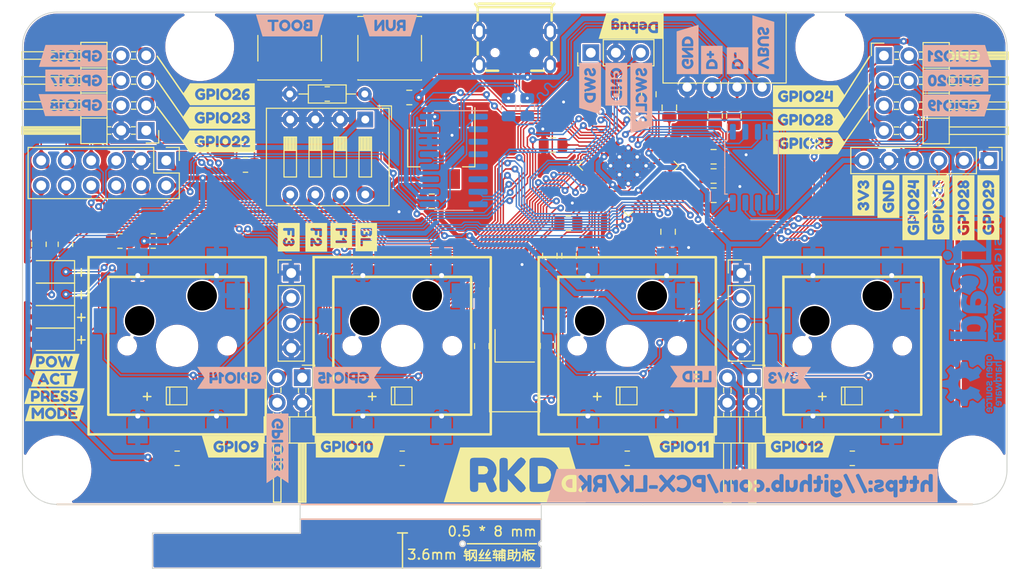
<source format=kicad_pcb>
(kicad_pcb (version 20211014) (generator pcbnew)
  (title_block (title "RKD-MicroUSB") (date "2023-03-11") (rev "58") (company "PCX-LK") (comment 1 "https://github.com/PCX-LK/RKD"))
  (layers (0 "F.Cu" signal) (31 "B.Cu" signal) (34 "B.Paste" user) (35 "F.Paste" user) (36 "B.SilkS" user "B.Silkscreen") (37 "F.SilkS" user "F.Silkscreen") (38 "B.Mask" user) (39 "F.Mask" user) (44 "Edge.Cuts" user))
  (net 0 "")
  (net 1 "GND")
  (net 2 "/XIN")
  (net 3 "Net-(C4-Pad2)")
  (net 4 "VBUS")
  (net 6 "Net-(D1-Pad2)")
  (net 7 "/K6-H")
  (net 8 "/K5-H")
  (net 9 "/RS1-H")
  (net 10 "/RB1-H")
  (net 11 "/RA1-H")
  (net 12 "/SEL-H")
  (net 13 "/RS2-H")
  (net 14 "/RB2-H")
  (net 15 "/RA2-H")
  (net 16 "/RP+")
  (net 17 "/L1")
  (net 18 "/K1")
  (net 19 "/L2")
  (net 20 "/K2")
  (net 21 "/L3")
  (net 22 "/K3")
  (net 23 "/L4")
  (net 24 "/K4")
  (net 25 "+3V3")
  (net 26 "/F3")
  (net 27 "/D-")
  (net 28 "/D+")
  (net 29 "/RP-")
  (net 30 "/RUN")
  (net 31 "Net-(U1-Pad2)")
  (net 32 "Net-(U1-Pad3)")
  (net 33 "Net-(U1-Pad5)")
  (net 34 "/F-CLK")
  (net 35 "Net-(U1-Pad7)")
  (net 36 "/TR-")
  (net 37 "/TR+")
  (net 38 "/F2")
  (net 39 "/F1")
  (net 40 "/SET")
  (net 41 "Net-(D2-Pad2)")
  (net 42 "Net-(D3-Pad2)")
  (net 43 "/XOUT")
  (net 44 "Net-(J13-Pad1)")
  (net 45 "Net-(J13-Pad3)")
  (net 46 "Net-(D4-Pad2)")
  (net 47 "/22")
  (net 48 "/ACT")
  (net 49 "Net-(R18-Pad1)")
  (net 50 "/DEF")
  (net 51 "/MODE")
  (net 52 "Net-(R15-Pad1)")
  (net 53 "/BOOT")
  (net 54 "/R+")
  (net 55 "/R-")
  (net 56 "/LED")
  (net 57 "/PRESS")
  (net 58 "+1V1")
  (net 59 "/23")
  (net 60 "/24")
  (net 61 "/25")
  (net 62 "/26")
  (net 63 "/27")
  (net 64 "/28")
  (net 65 "/29")
  (footprint "kibuzzard-6358CC12" (layer "F.Cu") (at 182.5752 56.863456 90)
    (fp_text reference "kibuzzard-6358CC12" hide)
    (fp_text value "G***" hide)
  )
  (footprint "kibuzzard-63A1C2D7" (layer "F.Cu") (at 136.995 84)
    (fp_text reference "kibuzzard-63A1C2D7" hide)
    (fp_text value "G***" hide)
  )
  (footprint "Capacitor_SMD:C_0805_2012Metric" (layer "F.Cu") (at 157.2006 51.689 180)
    (fp_text reference "C1" hide)
    (fp_text value "1u")
  )
  (footprint "foot:Key" (layer "F.Cu") (at 125.57 70.89)
    (fp_text reference "K2" hide)
    (fp_text value "Key")
  )
  (footprint "foot:HO" (layer "F.Cu") (at 105 40.5)
    (fp_text reference "H1" hide)
    (fp_text value "MountingHole")
  )
  (footprint "Resistor_SMD:R_0805_2012Metric" (layer "F.Cu") (at 142.4432 58.4454)
    (fp_text reference "R3" hide)
    (fp_text value "1k")
  )
  (footprint "Capacitor_SMD:C_0805_2012Metric" (layer "F.Cu") (at 144.5514 45.8216 180)
    (fp_text reference "C12" hide)
    (fp_text value "100n")
  )
  (footprint "Connector_PinHeader_2.54mm:PinHeader_2x02_P2.54mm_Horizontal" (layer "F.Cu") (at 115.415 74.13 -90)
    (fp_text reference "J2" hide)
    (fp_text value "Conn_02x02_Odd_Even")
  )
  (footprint "foot:XH-7mm" (layer "F.Cu") (at 159.5882 44.6024 180)
    (fp_text reference "J10" hide)
    (fp_text value "Conn_01x04_Male")
  )
  (footprint "Capacitor_SMD:C_0805_2012Metric" (layer "F.Cu") (at 148.336 44.9834 -90)
    (fp_text reference "C8" hide)
    (fp_text value "100n")
  )
  (footprint "foot:HO" (layer "F.Cu") (at 90.5 83.5)
    (fp_text reference "H3" hide)
    (fp_text value "MountingHole")
  )
  (footprint "Resistor_SMD:R_0805_2012Metric" (layer "F.Cu") (at 96.901 60.2488)
    (fp_text reference "R13" hide)
    (fp_text value "1k 0805")
  )
  (footprint "Button_Switch_SMD:SW_Push_1P1T_NO_6x6mm_H9.5mm" (layer "F.Cu") (at 114.14 40.664)
    (fp_text reference "SW3" hide)
    (fp_text value "SW_Push")
  )
  (footprint "kibuzzard-6379AEB5" (layer "F.Cu") (at 106.934 45.338906)
    (fp_text reference "kibuzzard-6379AEB5" hide)
    (fp_text value "G***" hide)
  )
  (footprint "Resistor_SMD:R_0805_2012Metric" (layer "F.Cu") (at 157.353 47.5488 -90)
    (fp_text reference "R1" hide)
    (fp_text value "27")
  )
  (footprint "Capacitor_SMD:C_0805_2012Metric" (layer "F.Cu") (at 152.5778 59.309 -90)
    (fp_text reference "C10" hide)
    (fp_text value "100n")
  )
  (footprint "Resistor_SMD:R_0805_2012Metric" (layer "F.Cu") (at 88.6714 60.579 90)
    (fp_text reference "R16" hide)
    (fp_text value "1k 0805")
  )
  (footprint "Capacitor_SMD:C_0805_2012Metric" (layer "F.Cu") (at 133.6548 70.9168 -90)
    (fp_text reference "C4" hide)
    (fp_text value "27p")
  )
  (footprint "foot:HO" (layer "F.Cu") (at 169 40.5)
    (fp_text reference "H2" hide)
    (fp_text value "MountingHole")
  )
  (footprint "Resistor_THT:R_Axial_DIN0204_L3.6mm_D1.6mm_P7.62mm_Horizontal" (layer "F.Cu") (at 121.7676 45.3136 180)
    (fp_text reference "R4" hide)
    (fp_text value "4.7k")
  )
  (footprint "kibuzzard-6379AEAF" (layer "F.Cu") (at 166.9034 50.3174)
    (fp_text reference "kibuzzard-6379AEAF" hide)
    (fp_text value "G***" hide)
  )
  (footprint "kibuzzard-6379AEAA" (layer "F.Cu") (at 166.9034 47.9298)
    (fp_text reference "kibuzzard-6379AEAA" hide)
    (fp_text value "G***" hide)
  )
  (footprint "kibuzzard-6379A323" (layer "F.Cu") (at 185.1152 56.845994 90)
    (fp_text reference "kibuzzard-6379A323" hide)
    (fp_text value "G***" hide)
  )
  (footprint "Capacitor_SMD:C_0805_2012Metric" (layer "F.Cu") (at 152.7048 46.6852 90)
    (fp_text reference "C9" hide)
    (fp_text value "100n")
  )
  (footprint "kibuzzard-6354ECDD" (layer "F.Cu") (at 90.25 77.75)
    (fp_text reference "kibuzzard-6354ECDD" hide)
    (fp_text value "G***" hide)
  )
  (footprint "foot:MICRO-USB-SMD_MICRO-4P-DIP-JB" (layer "F.Cu") (at 137 40.664 180)
    (fp_text reference "J1" hide)
    (fp_text value "USB_B_Micro")
  )
  (footprint "Package_TO_SOT_SMD:SOT-223-3_TabPin2" (layer "F.Cu") (at 129.54 50.8 -90)
    (fp_text reference "U4" hide)
    (fp_text value "AP1117-33")
  )
  (footprint "LOGO" (layer "F.Cu") (at 163.3728 54.5338)
    (fp_text reference "G***" hide)
    (fp_text value "LOGO" hide)
  )
  (footprint "Capacitor_SMD:C_0805_2012Metric" (layer "F.Cu") (at 157.2006 55.6006)
    (fp_text reference "C15" hide)
    (fp_text value "100n")
  )
  (footprint "Resistor_SMD:R_0805_2012Metric" (layer "F.Cu") (at 159.258 47.5488 90)
    (fp_text reference "R2" hide)
    (fp_text value "27")
  )
  (footprint "kibuzzard-6379AC21" (layer "F.Cu") (at 166.0144 81.1276)
    (fp_text reference "kibuzzard-6379AC21" hide)
    (fp_text value "G***" hide)
  )
  (footprint "Resistor_SMD:R_0805_2012Metric" (layer "F.Cu") (at 102.71 82.32)
    (fp_text reference "R5" hide)
    (fp_text value "27")
  )
  (footprint "Connector_PinHeader_2.54mm:PinHeader_2x04_P2.54mm_Horizontal" (layer "F.Cu") (at 99.568 49.022 180)
    (fp_text reference "J3" hide)
    (fp_text value "Conn_02x04_Odd_Even")
  )
  (footprint "foot:L1206" (layer "F.Cu") (at 90.01 70.382 180)
    (fp_text reference "D4" hide)
    (fp_text value "LED")
  )
  (footprint "Crystal:Crystal_SMD_3225-4Pin_3.2x2.5mm" (layer "F.Cu") (at 137 70.89)
    (fp_text reference "Y2" hide)
    (fp_text value "Crystal_GND24 12MHZ 3225")
  )
  (footprint "foot:L1206" (layer "F.Cu") (at 90.01 68.096 180)
    (fp_text reference "D2" hide)
    (fp_text value "LED")
  )
  (footprint "Capacitor_SMD:C_0805_2012Metric" (layer "F.Cu") (at 140.335 70.8914 90)
    (fp_text reference "C3" hide)
    (fp_text value "27p")
  )
  (footprint "kibuzzard-6358CBEF" (layer "F.Cu") (at 177.4952 56.859488 90)
    (fp_text reference "kibuzzard-6358CBEF" hide)
    (fp_text value "G***" hide)
  )
  (footprint "kibuzzard-635D2D2A" (layer "F.Cu") (at 114.046 59.86145 -90)
    (fp_text reference "kibuzzard-635D2D2A" hide)
    (fp_text value "G***" hide)
  )
  (footprint "Crystal:Crystal_SMD_HC49-SD" (layer "F.Cu") (at 137 70.89 90)
    (fp_text reference "Y1" hide)
    (fp_text value "Crystal 12MHZ HC49")
  )
  (footprint "Resistor_SMD:R_0805_2012Metric" (layer "F.Cu") (at 100.2792 60.2488 180)
    (fp_text reference "R14" hide)
    (fp_text value "1k 0805")
  )
  (footprint "kibuzzard-6354ECAF" (layer "F.Cu") (at 90.25 72.5)
    (fp_text reference "kibuzzard-6354ECAF" hide)
    (fp_text value "G***" hide)
  )
  (footprint "kibuzzard-6354ECBE" (layer "F.Cu") (at 90.25 74.25)
    (fp_text reference "kibuzzard-6354ECBE" hide)
    (fp_text value "G***" hide)
  )
  (footprint "Connector_PinHeader_2.54mm:PinHeader_2x06_P2.54mm_Vertical" (layer "F.Cu") (at 101.6 52.07 -90)
    (fp_text reference "J11" hide)
    (fp_text value "Conn_02x06_Odd_Even")
  )
  (footprint "Resistor_SMD:R_0805_2012Metric" (layer "F.Cu") (at 148.43 82.32)
    (fp_text reference "R7" hide)
    (fp_text value "27")
  )
  (footprint "foot:L1206" (layer "F.Cu") (at 90.01 65.81 180)
    (fp_text reference "D1" hide)
    (fp_text value "LED")
  )
  (footprint "foot:HO" (layer "F.Cu") (at 183.5 83.5)
    (fp_text reference "H4" hide)
    (fp_text value "MountingHole")
  )
  (footprint "kibuzzard-6358CBDF" (layer "F.Cu") (at 172.4152 55.617269 90)
    (fp_text reference "kibuzzard-6358CBDF" hide)
    (fp_text value "G***" hide)
  )
  (footprint "foot:L1206" (layer "F.Cu") (at 90.01 63.524 180)
    (fp_text reference "D3" hide)
    (fp_text value "LED")
  )
  (footprint "kibuzzard-635D2D4F" (layer "F.Cu") (at 119.38 59.69 -90)
    (fp_text reference "kibuzzard-635D2D4F" hide)
    (fp_text value "G***" hide)
  )
  (footprint "kibuzzard-6379AEA3" (layer "F.Cu") (at 166.9034 45.5422)
    (fp_text reference "kibuzzard-6379AEA3" hide)
    (fp_text value "G***" hide)
  )
  (footprint "Connector_PinHeader_2.54mm:PinHeader_1x04_P2.54mm_Vertical" (layer "F.Cu") (at 160.02 63.5)
    (fp_text reference "J15" hide)
    (fp_text value "Conn_01x04")
  )
  (footprint "Connector_PinHeader_2.54mm:PinHeader_1x04_P2.54mm_Vertical" (layer "F.Cu") (at 114.3 63.5)
    (fp_text reference "J14" hide)
    (fp_text value "Conn_01x04")
  )
  (footprint "Button_Switch_SMD:SW_Push_1P1T_NO_6x6mm_H9.5mm" (layer "F.Cu") (at 124.3 40.664)
    (fp_text reference "SW5" hide)
    (fp_text value "SW_Push")
  )
  (footprint "foot:Key" (layer "F.Cu") (at 171.29 70.89)
    (fp_text reference "K4" hide)
    (fp_text value "Key")
  )
  (footprint "kibuzzard-6379AEE6" (layer "F.Cu") (at 148.7932 38.4048 180)
    (fp_text reference "kibuzzard-6379AEE6" hide)
    (fp_text value "G***" hide)
  )
  (footprint "kibuzzard-6358CBD1" (layer "F.Cu") (at 174.9552 55.7276 90)
    (fp_text reference "kibuzzard-6358CBD1" hide)
    (fp_text value "G***" hide)
  )
  (footprint "Capacitor_SMD:C_0805_2012Metric" (layer "F.Cu") (at 150.622 45.339 90)
    (fp_text reference "C14" hide)
    (fp_text value "100n")
  )
  (footprint "Capacitor_SMD:C_0805_2012Metric" (layer "F.Cu") (at 142.5194 61.7474 90)
    (fp_text reference "C7" hide)
    (fp_text value "100n")
  )
  (footprint "kibuzzard-635D2D3A" (layer "F.Cu") (at 116.84 59.870181 -90)
    (fp_text reference "kibuzzard-635D2D3A" hide)
    (fp_text value "G***" hide)
  )
  (footprint "kibuzzard-635E2F9D" (layer "F.Cu") (at 90.25 76)
    (fp_text reference "kibuzzard-635E2F9D" hide)
    (fp_text value "G***" hide)
  )
  (footprint "kibuzzard-6358CC01" (layer "F.Cu") (at 180.0352 56.822181 90)
    (fp_text reference "kibuzzard-6358CC01" hide)
    (fp_text value "G***" hide)
  )
  (footprint "kibuzzard-6379AEB9" (layer "F.Cu") (at 106.934 47.7266)
    (fp_text reference "kibuzzard-6379AEB9" hide)
    (fp_text value "G***" hide)
  )
  (footprint "Capacitor_SMD:C_0805_2012Metric" (layer "F.Cu") (at 128.5748 56.2102 180)
    (fp_text reference "C6" hide)
    (fp_text value "10u")
  )
  (footprint "kibuzzard-6379ABEB" (layer "F.Cu") (at 108.3564 81.1276)
    (fp_text reference "kibuzzard-6379ABEB" hide)
    (fp_text value "G***" hide)
  )
  (footprint "Capacitor_SMD:C_0805_2012Metric" (layer "F.Cu") (at 126.2888 45.6692 180)
    (fp_text reference "C5" hide)
    (fp_text value "10u")
  )
  (footprint "foot:Key" (layer "F.Cu") (at 148.43 70.89)
    (fp_text reference "K3" hide)
    (fp_text value "Key")
  )
  (footprint "Connector_PinHeader_2.54mm:PinHeader_2x02_P2.54mm_Horizontal" (layer "F.Cu") (at 161.135 74.13 -90)
    (fp_text reference "J4" hide)
    (fp_text value "Conn_02x02_Odd_Even")
  )
  (footprint "kibuzzard-635D2D9C" (layer "F.Cu") (at 121.92 59.851925 -90)
    (fp_text reference "kibuzzard-635D2D9C" hide)
    (fp_text value "G***" hide)
  )
  (footprint "Resistor_SMD:R_0805_2012Metric" (layer "F.Cu") (at 117.9576 45.3136 180)
    (fp_text reference "R18" hide)
    (fp_text value "4.7k 0805")
  )
  (footprint "foot:RP2040-QFN-56" (layer "F.Cu") (at 148.5392 52.6034 -45)
    (fp_text reference "U2" hide)
    (fp_text value "RP2040")
  )
  (footprint "Capacitor_SMD:C_0805_2012Metric" (layer "F.Cu") (at 140.5636 61.7474 -90)
    (fp_text reference "C11" hide)
    (fp_text value "100n")
  )
  (footprint "Connector_PinHeader_2.54mm:PinHeader_1x06_P2.54mm_Vertical" (layer "F.Cu") (at 185.166 52.07 -90)
    (fp_text reference "J12" hide)
    (fp_text value "Conn_01x06")
  )
  (footprint "kibuzzard-6379ABBC" (layer "F.Cu") (at 120.2944 81.1276)
    (fp_text reference "kibuzzard-6379ABBC" hide)
    (fp_text value "G***" hide)
  )
  (footprint "Connector_PinHeader_2.54mm:PinHeader_2x04_P2.54mm_Horizontal" (layer "F.Cu") (at 174.498 41.422)
    (fp_text reference "J5" hide)
    (fp_text value "Conn_02x04_Odd_Even")
  )
  (footprint "Resistor_SMD:R_0805_2012Metric" (layer "F.Cu") (at 109.6518 52.5272)
    (fp_text reference "R15" hide)
    (fp_text value "1k")
  )
  (footprint "foot:Key" (layer "F.Cu") (at 102.71 70.89)
    (fp_text reference "K1" hide)
    (fp_text value "Key")
  )
  (footprint "Resistor_SMD:R_0805_2012Metric" (layer "F.Cu") (at 91.3638 60.579 90)
    (fp_text reference "R17" hide)
    (fp_text value "1k 0805")
  )
  (footprint "Button_Switch_THT:SW_DIP_SPSTx04_Slide_9.78x12.34mm_W7.62mm_P2.54mm" (layer "F.Cu") (at 121.8184 47.9044 -90)
    (fp_text reference "SW2" hide)
    (fp_text value "SW_DIP_x04")
  )
  (footprint "Resistor_SMD:R_0805_2012Metric" (layer "F.Cu") (at 171.29 82.32)
    (fp_text reference "R8" hide)
    (fp_text value "27")
  )
  (footprint "kibuzzard-6379AC10" (layer "F.Cu") (at 153.8732 81.1276)
    (fp_text reference "kibuzzard-6379AC10" hide)
    (fp_text value "G***" hide)
  )
  (footprint "kibuzzard-6379AEBD" (layer "F.Cu") (at 106.934093 50.125665)
    (fp_text reference "kibuzzard-6379AEBD" hide)
    (fp_text value "G***" hide)
  )
  (footprint "Resistor_SMD:R_0805_2012Metric" (layer "F.Cu") (at 125.57 82.32)
    (fp_text reference "R6" hide)
    (fp_text value "27")
  )
  (footprint "Capacitor_SMD:C_0805_2012Metric" (layer "F.Cu") (at 157.2006 53.6448)
    (fp_text reference "C2" hide)
    (fp_text value "1u")
  )
  (footprint "Capacitor_SMD:C_0805_2012Metric" (layer "F.Cu") (at 140.8938 50.4952 180)
    (fp_text reference "C13" hide)
    (fp_text value "100n")
  )
  (footprint "Connector_PinHeader_2.54mm:PinHeader_1x03_P2.54mm_Vertical" (layer "F.Cu") (at 144.7292 41.1226 90)
    (fp_text reference "J13" hide)
    (fp_text value "Conn_01x03")
  )
  (footprint "kibuzzard-6354F197" (layer "B.Cu") (at 181.78545 43.942 180)
    (fp_text reference "kibuzzard-6354F197" hide)
    (fp_text value "G***" hide)
  )
  (footprint "kibuzzard-6379AD65" (layer "B.Cu") (at 154.559 40.790376 90)
    (fp_text reference "kibuzzard-6379AD65" hide)
    (fp_text value "G***" hide)
  )
  (footprint "kibuzzard-635D2DDA" (layer "B.Cu") (at 124.333 38.354 180)
    (fp_text reference "kibuzzard-635D2DDA" hide)
    (fp_text value "G***" hide)
  )
  (footprint "kibuzzard-6379AD90" (layer "B.Cu") (at 181.948288 41.446 180)
    (fp_text reference "kibuzzard-6379AD90" hide)
    (fp_text value "G***" hide)
  )
  (footprint "Symbol:OSHW-Logo_5.7x6mm_Copper" (layer "B.Cu") (at 183.447909 74.7522 -90)
    (fp_text reference "REF**" hide)
    (fp_text value "OSHW-Logo_5.7x6mm_Copper" hide)
  )
  (footprint "kibuzzard-640C98B4" (layer "B.Cu") (at 160.1 85.091406 180)
    (fp_text reference "kibuzzard-640C98B4" hide)
    (fp_text value "G***" hide)
  )
  (footprint "kibuzzard-6379AD2A" (layer "B.Cu") (at 147.32 44.323595 -90)
    (fp_text reference "kibuzzard-6379AD2A" hide)
    (fp_text value "G***" hide)
  )
  (footprint "kibuzzard-6379AD17" (layer "B.Cu") (at 92.130206 41.442 180)
    (fp_text reference "kibuzzard-6379AD17" hide)
    (fp_text value "G***" hide)
  )
  (footprint "kibuzzard-6354F005" (layer "B.Cu") (at 92.456 43.942 180)
    (fp_text reference "kibuzzard-6354F005" hide)
    (fp_text value "G***" hide)
  )
  (footprint "Package_SO:SOIC-8_5.23x5.23mm_P1.27mm" (layer "B.Cu") (at 161.0614 52.7558 -90)
    (fp_text reference "U1" hide)
    (fp_text value "W25Q32JV")
  )
  (footprint "kibuzzard-6379B2D8" (layer "B.Cu") (at 164.6682 74.1426 180)
    (fp_text reference "kibuzzard-6379B2D8" hide)
    (fp_text value "G***" hide)
  )
  (footprint "Symbol:KiCad-Logo2_5mm_Copper" (layer "B.Cu") (at 183.4642 64.0588 -90)
    (fp_text reference "REF**" hide)
    (fp_text value "KiCad-Logo2_5mm_Copper" hide)
  )
  (footprint "kibuzzard-6379B2A2" (layer "B.Cu") (at 108.2548 74.1426 180)
    (fp_text reference "kibuzzard-6379B2A2" hide)
    (fp_text value "G***" hide)
  )
  (footprint "kibuzzard-6379B29B" (layer "B.Cu") (at 119.9896 74.1426 180)
    (fp_text reference "kibuzzard-6379B29B" hide)
    (fp_text value "G***" hide)
  )
  (footprint "kibuzzard-6379B2D0" (layer "B.Cu") (at 155.1432 74.0156 180)
    (fp_text reference "kibuzzard-6379B2D0" hide)
    (fp_text value "G***" hide)
  )
  (footprint "kibuzzard-635D2E8C" (layer "B.Cu") (at 149.86 45.72 -90)
    (fp_text reference "kibuzzard-635D2E8C" hide)
    (fp_text value "G***" hide)
  )
  (footprint "kibuzzard-6379AD71" (layer "B.Cu") (at 162.25 40.305951 90)
    (fp_text reference "kibuzzard-6379AD71" hide)
    (fp_text value "G***" hide)
  )
  (footprint "kibuzzard-6354F0CA" (layer "B.Cu") (at 157.0228 41.856025 90)
    (fp_text reference "kibuzzard-6354F0CA" hide)
    (fp_text value "G***" hide)
  )
  (footprint "Package_SO:SOIC-16_3.9x9.9mm_P1.27mm" (layer "B.Cu") (at 130.81 52.07 180)
    (fp_text reference "U3" hide)
    (fp_text value "CH9329")
  )
  (footprint "kibuzzard-6379AD8B" (layer "B.Cu") (at 181.9213 46.482 180)
    (fp_text reference "kibuzzard-6379AD8B" hide)
    (fp_text value "G***" hide)
  )
  (footprint "kibuzzard-6354F0BA" (layer "B.Cu") (at 159.639 41.930638 90)
    (fp_text reference "kibuzzard-6354F0BA" hide)
    (fp_text value "G***" hide)
  )
  (footprint "kibuzzard-635D2E5E" (layer "B.Cu") (at 144.653 44.774644 -90)
    (fp_text reference "kibuzzard-635D2E5E" hide)
    (fp_text value "G***" hide)
  )
  (footprint "kibuzzard-6379B2B1" (layer "B.Cu") (at 112.903 81.3054 -90)
    (fp_text reference "kibuzzard-6379B2B1" hide)
    (fp_text value "G***" hide)
  )
  (footprint "kibuzzard-6379AD0A" (layer "B.Cu") (at 92.112029 46.442 180)
    (fp_text reference "kibuzzard-6379AD0A" hide)
    (fp_text value "G***" hide)
  )
  (footprint "kibuzzard-635D2DF8" (layer "B.Cu") (at 114.173 38.354 180)
    (fp_text reference "kibuzzard-635D2DF8" hide)
    (fp_text value "G***" hide)
  )
  (footprint "Resistor_SMD:R_0805_2012Metric" (layer "B.Cu") (at 136.3726 46.6598 -90)
    (fp_text reference "R12" hide)
    (fp_text value "0")
  )
  (footprint "Resistor_SMD:R_0805_2012Metric" (layer "B.Cu") (at 138.2776 46.6598 -90)
    (fp_text reference "R9" hide)
    (fp_text value "0")
  )
  (gr_line (start 158.5 87) (end 150 87) (layer "B.SilkS") (width 0.15))
  (gr_line (start 115.2 87) (end 139.7 87) (layer "B.SilkS") (width 0.15))
  (gr_line (start 115.2 88.5) (end 139.7 88.5) (layer "B.SilkS") (width 0.15))
  (gr_line (start 183.5 87) (end 158.5 87) (layer "B.SilkS") (width 0.15))
  (gr_line (start 90.5 87) (end 150 87) (layer "B.SilkS") (width 0.15))
  (gr_line (start 170.434 50.3428) (end 173.0756 46.5836) (layer "F.SilkS") (width 0.15))
  (gr_line (start 90.5 87) (end 150 87) (layer "F.SilkS") (width 0.15))
  (gr_line (start 125.1 89.9) (end 126.1 89.9) (layer "F.SilkS") (width 0.15))
  (gr_line (start 100.6856 43.942) (end 103.3272 47.7266) (layer "F.SilkS") (width 0.15))
  (gr_line (start 115.2 88.5) (end 139.7 88.5) (layer "F.SilkS") (width 0.15))
  (gr_line (start 183.5 87) (end 158.5 87) (layer "F.SilkS") (width 0.15))
  (gr_line (start 125.6 89.9) (end 125.6 93.5) (layer "F.SilkS") (width 0.15))
  (gr_line (start 132.2 91) (end 139.2 91) (layer "F.SilkS") (width 0.15))
  (gr_line (start 115.2 87) (end 139.7 87) (layer "F.SilkS") (width 0.15))
  (gr_line (start 158.5 87) (end 150 87) (layer "F.SilkS") (width 0.15))
  (gr_line (start 103.3018 50.1142) (end 100.6602 46.609) (layer "F.SilkS") (width 0.15))
  (gr_line (start 103.3526 45.339) (end 100.6856 41.4782) (layer "F.SilkS") (width 0.15))
  (gr_line (start 173.0502 41.5036) (end 170.434 45.6184) (layer "F.SilkS") (width 0.15))
  (gr_line (start 170.4848 47.9552) (end 173.1772 44.0436) (layer "F.SilkS") (width 0.15))
  (gr_line (start 139.7 87) (end 183.5 87) (layer "Edge.Cuts") (width 0.1))
  (gr_arc (start 87 40.5) (mid 88.025126 38.025126) (end 90.5 37) (layer "Edge.Cuts") (width 0.1))
  (gr_line (start 183.5 37) (end 90.5 37) (layer "Edge.Cuts") (width 0.1))
  (gr_line (start 139.7 87) (end 139.7 88.5) (layer "Edge.Cuts") (width 0.1))
  (gr_line (start 139.7 93.5) (end 100.2 93.5) (layer "Edge.Cuts") (width 0.1))
  (gr_line (start 115.2 89.9) (end 115.2 88.5) (layer "Edge.Cuts") (width 0.1))
  (gr_line (start 115.2 87) (end 115.2 88.5) (layer "Edge.Cuts") (width 0.1))
  (gr_line (start 100.2 89.9) (end 115.2 89.9) (layer "Edge.Cuts") (width 0.1))
  (gr_line (start 139.7 90.75) (end 139.7 88.5) (layer "Edge.Cuts") (width 0.1))
  (gr_arc (start 187 83.5) (mid 185.974874 85.974874) (end 183.5 87) (layer "Edge.Cuts") (width 0.1))
  (gr_circle (center 131.7 91) (end 131.95 91) (layer "Edge.Cuts") (width 0.1) (fill none))
  (gr_line (start 187 83.5) (end 187 40.5) (layer "Edge.Cuts") (width 0.1))
  (gr_line (start 115.2 87) (end 90.5 87) (layer "Edge.Cuts") (width 0.1))
  (gr_arc (start 183.5 37) (mid 185.974874 38.025126) (end 187 40.5) (layer "Edge.Cuts") (width 0.1))
  (gr_line (start 87 40.5) (end 87 83.5) (layer "Edge.Cuts") (width 0.1))
  (gr_line (start 100.2 93.5) (end 100.2 89.9) (layer "Edge.Cuts") (width 0.1))
  (gr_arc (start 139.7 91.25) (mid 139.45 91) (end 139.7 90.75) (layer "Edge.Cuts") (width 0.1))
  (gr_arc (start 90.5 87) (mid 88.025126 85.974874) (end 87 83.5) (layer "Edge.Cuts") (width 0.1))
  (gr_line (start 139.7 91.25) (end 139.7 93.5) (layer "Edge.Cuts") (width 0.1))
  (gr_text "3.6mm" (at 128.6 92.1) (layer "F.SilkS") (effects (font (size 1 1))))
  (gr_text "钢丝辅助板" (at 135.45 92.25) (layer "F.SilkS") (effects (font (size 1 1))))
  (gr_text "0.5 * 8 mm" (at 134.7 89.75) (layer "F.SilkS") (effects (font (size 1 1))))
  (segment (start 140.335 71.8414) (end 140.2336 71.74) (width 0.15) (layer "F.Cu") (net 1))
  (segment (start 145.401414 54.326973) (end 143.340387 56.388) (width 0.15) (layer "F.Cu") (net 1))
  (segment (start 143.340387 56.388) (end 142.8496 56.388) (width 0.15) (layer "F.Cu") (net 1))
  (via (at 160.5026 51.4858) (size 0.7) (drill 0.3) (layers "F.Cu" "B.Cu") (net 1))
  (via (at 154.6606 60.9092) (size 0.7) (drill 0.3) (layers "F.Cu" "B.Cu") (net 1))
  (via (at 137.7442 62.6364) (size 0.7) (drill 0.3) (layers "F.Cu" "B.Cu") (net 1))
  (via (at 141.9606 46.1264) (size 0.7) (drill 0.3) (layers "F.Cu" "B.Cu") (net 1))
  (via (at 159.8676 54.7116) (size 0.7) (drill 0.3) (layers "F.Cu" "B.Cu") (net 1))
  (via (at 130.6322 49.5046) (size 0.7) (drill 0.3) (layers "F.Cu" "B.Cu") (net 1))
  (via (at 142.8496 56.388) (size 0.7) (drill 0.3) (layers "F.Cu" "B.Cu") (net 1))
  (via (at 139.8524 48.8696) (size 0.7) (drill 0.3) (layers "F.Cu" "B.Cu") (net 1))
  (via (at 125.2474 57.277) (size 0.7) (drill 0.3) (layers "F.Cu" "B.Cu") (net 1))
  (segment (start 137 66.64) (end 137.5197 66.1203) (width 0.15) (layer "F.Cu") (net 2))
  (segment (start 142.788471 57.5056) (end 145.684256 54.609815) (width 0.15) (layer "F.Cu") (net 2))
  (segment (start 140.335 69.9414) (end 140.2364 70.04) (width 0.15) (layer "F.Cu") (net 2))
  (segment (start 137.668 67.308) (end 137 66.64) (width 0.15) (layer "F.Cu") (net 2))
  (segment (start 141.118775 57.5056) (end 142.788471 57.5056) (width 0.15) (layer "F.Cu") (net 2))
  (segment (start 140.8162 58.768162) (end 140.8162 57.808175) (width 0.15) (layer "F.Cu") (net 2))
  (segment (start 140.8162 57.808175) (end 141.118775 57.5056) (width 0.15) (layer "F.Cu") (net 2))
  (segment (start 137.5197 66.1203) (end 138.2735 66.1203) (width 0.15) (layer "F.Cu") (net 2))
  (segment (start 138.2735 66.1203) (end 138.6102 65.7836) (width 0.15) (layer "F.Cu") (net 2))
  (segment (start 138.1 70.04) (end 137.668 69.608) (width 0.15) (layer "F.Cu") (net 2))
  (segment (start 140.2364 70.04) (end 138.1 70.04) (width 0.15) (layer "F.Cu") (net 2))
  (segment (start 137.668 69.608) (end 137.668 67.308) (width 0.15) (layer "F.Cu") (net 2))
  (segment (start 138.6102 65.7836) (end 138.6102 60.974162) (width 0.15) (layer "F.Cu") (net 2))
  (segment (start 138.6102 60.974162) (end 140.8162 58.768162) (width 0.15) (layer "F.Cu") (net 2))
  (segment (start 137 75.14) (end 136.2964 74.4364) (width 0.15) (layer "F.Cu") (net 3))
  (segment (start 133.6548 71.8668) (end 133.7816 71.74) (width 0.15) (layer "F.Cu") (net 3))
  (segment (start 139.9218 75.14) (end 141.262 73.7998) (width 0.15) (layer "F.Cu") (net 3))
  (segment (start 136.2964 74.4364) (end 136.2964 72.1364) (width 0.15) (layer "F.Cu") (net 3))
  (segment (start 138.8872 61.0889) (end 141.5307 58.4454) (width 0.15) (layer "F.Cu") (net 3))
  (segment (start 133.7816 71.74) (end 135.9 71.74) (width 0.15) (layer "F.Cu") (net 3))
  (segment (start 136.2964 72.1364) (end 135.9 71.74) (width 0.15) (layer "F.Cu") (net 3))
  (segment (start 138.8872 67.129375) (end 138.8872 61.0889) (width 0.15) (layer "F.Cu") (net 3))
  (segment (start 141.262 69.504175) (end 138.8872 67.129375) (width 0.15) (layer "F.Cu") (net 3))
  (segment (start 137 75.14) (end 139.9218 75.14) (width 0.15) (layer "F.Cu") (net 3))
  (segment (start 141.262 73.7998) (end 141.262 69.504175) (width 0.15) (layer "F.Cu") (net 3))
  (segment (start 127.2388 45.6692) (end 127.2388 47.6488) (width 0.5) (layer "F.Cu") (net 4))
  (segment (start 127.2388 47.6488) (end 127.24 47.65) (width 0.5) (layer "F.Cu") (net 4))
  (segment (start 138.3 42.064) (end 138.3 43.6148) (width 0.5) (layer "F.Cu") (net 4))
  (segment (start 127.2464 45.6616) (end 127.2388 45.6692) (width 0.5) (layer "F.Cu") (net 4))
  (segment (start 127.3404 45.5676) (end 127.2464 45.6616) (width 0.5) (layer "F.Cu") (net 4))
  (via (at 138.3 43.6148) (size 0.7) (drill 0.3) (layers "F.Cu" "B.Cu") (net 4))
  (via (at 127.2464 45.6616) (size 0.7) (drill 0.3) (layers "F.Cu" "B.Cu") (net 4))
  (segment (start 143.9418 37.6682) (end 141.986 39.624) (width 0.5) (layer "B.Cu") (net 4))
  (segment (start 138.3 43.6148) (end 129.2932 43.6148) (width 0.5) (layer "B.Cu") (net 4))
  (segment (start 141.986 43.053) (end 141.4242 43.6148) (width 0.5) (layer "B.Cu") (net 4))
  (segment (start 141.986 39.624) (end 141.986 43.053) (width 0.5) (layer "B.Cu") (net 4))
  (segment (start 129.2932 43.6148) (end 127.2464 45.6616) (width 0.5) (layer "B.Cu") (net 4))
  (segment (start 155.193811 37.6682) (end 143.9418 37.6682) (width 0.5) (layer "B.Cu") (net 4))
  (segment (start 141.4242 43.6148) (end 138.3 43.6148) (width 0.5) (layer "B.Cu") (net 4))
  (segment (start 162.134467 44.608856) (end 155.193811 37.6682) (width 0.5) (layer "B.Cu") (net 4))
  (segment (start 101.1936 60.2507) (end 101.1936 63.246) (width 0.15) (layer "F.Cu") (net 6))
  (segment (start 101.1917 60.2488) (end 101.1936 60.2507) (width 0.15) (layer "F.Cu") (net 6))
  (segment (start 97.617178 64.4652) (end 96.119581 62.967603) (width 0.15) (layer "F.Cu") (net 6))
  (segment (start 99.9744 64.4652) (end 97.617178 64.4652) (width 0.15) (layer "F.Cu") (net 6))
  (segment (start 101.1936 63.246) (end 99.9744 64.4652) (width 0.15) (layer "F.Cu") (net 6))
  (via (at 91.404 65.66) (size 0.7) (drill 0.3) (layers "F.Cu" "B.Cu") (net 6))
  (via (at 96.119581 62.967603) (size 0.7) (drill 0.3) (layers "F.Cu" "B.Cu") (net 6))
  (segment (start 91.404 65.66) (end 93.427184 65.66) (width 0.15) (layer "B.Cu") (net 6))
  (segment (start 93.427184 65.66) (end 96.119581 62.967603) (width 0.15) (layer "B.Cu") (net 6))
  (segment (start 139.676035 55.413763) (end 138.8014 56.288398) (width 0.15) (layer "F.Cu") (net 7))
  (segment (start 143.993476 54.5036) (end 144.659101 54.5036) (width 0.15) (layer "F.Cu") (net 7))
  (segment (start 144.659101 54.5036) (end 145.118571 54.04413) (width 0.15) (layer "F.Cu") (net 7))
  (segment (start 138.8014 56.288398) (end 138.8014 57.482986) (width 0.15) (layer "F.Cu") (net 7))
  (segment (start 143.918039 54.579037) (end 143.993476 54.5036) (width 0.15) (layer "F.Cu") (net 7))
  (segment (start 115.415 72.418) (end 115.415 74.13) (width 0.15) (layer "F.Cu") (net 7))
  (segment (start 118.1862 69.6468) (end 115.415 72.418) (width 0.15) (layer "F.Cu") (net 7))
  (segment (start 118.1862 65.807476) (end 118.1862 69.6468) (width 0.15) (layer "F.Cu") (net 7))
  (segment (start 121.484276 62.5094) (end 118.1862 65.807476) (width 0.15) (layer "F.Cu") (net 7))
  (segment (start 140.957623 53.919025) (end 139.676035 55.200613) (width 0.15) (layer "F.Cu") (net 7))
  (segment (start 133.774986 62.5094) (end 121.484276 62.5094) (width 0.15) (layer "F.Cu") (net 7))
  (segment (start 143.918039 54.967239) (end 143.918039 54.579037) (width 0.15) (layer "F.Cu") (net 7))
  (segment (start 140.957623 53.530823) (end 140.957623 53.919025) (width 0.15) (layer "F.Cu") (net 7))
  (segment (start 138.8014 57.482986) (end 133.774986 62.5094) (width 0.15) (layer "F.Cu") (net 7))
  (segment (start 139.676035 55.200613) (end 139.676035 55.413763) (width 0.15) (layer "F.Cu") (net 7))
  (via (at 143.918039 54.967239) (size 0.7) (drill 0.3) (layers "F.Cu" "B.Cu") (net 7))
  (via (at 140.957623 53.530823) (size 0.7) (drill 0.3) (layers "F.Cu" "B.Cu") (net 7))
  (segment (start 140.996046 53.4924) (end 140.957623 53.530823) (width 0.15) (layer "B.Cu") (net 7))
  (segment (start 143.918039 54.967239) (end 142.4432 53.4924) (width 0.15) (layer "B.Cu") (net 7))
  (segment (start 142.4432 53.4924) (end 140.996046 53.4924) (width 0.15) (layer "B.Cu") (net 7))
  (segment (start 121.369538 62.2324) (end 117.9092 65.692738) (width 0.15) (layer "F.Cu") (net 8))
  (segment (start 140.177329 54.307581) (end 139.399035 55.085875) (width 0.15) (layer "F.Cu") (net 8))
  (segment (start 139.399035 55.085875) (end 139.399035 55.299025) (width 0.15) (layer "F.Cu") (net 8))
  (segment (start 138.5244 57.368248) (end 133.660248 62.2324) (width 0.15) (layer "F.Cu") (net 8))
  (segment (start 117.9092 65.692738) (end 117.9092 69.532062) (width 0.15) (layer "F.Cu") (net 8))
  (segment (start 144.370415 54.2266) (end 144.835728 53.761287) (width 0.15) (layer "F.Cu") (net 8))
  (segment (start 139.399035 55.299025) (end 138.5244 56.17366) (width 0.15) (layer "F.Cu") (net 8))
  (segment (start 143.172773 54.932565) (end 143.878738 54.2266) (width 0.15) (layer "F.Cu") (net 8))
  (segment (start 143.878738 54.2266) (end 144.370415 54.2266) (width 0.15) (layer "F.Cu") (net 8))
  (segment (start 133.660248 62.2324) (end 121.369538 62.2324) (width 0.15) (layer "F.Cu") (net 8))
  (segment (start 117.9092 69.532062) (end 113.311262 74.13) (width 0.15) (layer "F.Cu") (net 8))
  (segment (start 143.172773 55.324569) (end 143.172773 54.932565) (width 0.15) (layer "F.Cu") (net 8))
  (segment (start 113.311262 74.13) (end 112.875 74.13) (width 0.15) (layer "F.Cu") (net 8))
  (segment (start 138.5244 56.17366) (end 138.5244 57.368248) (width 0.15) (layer "F.Cu") (net 8))
  (segment (start 140.177329 53.919379) (end 140.177329 54.307581) (width 0.15) (layer "F.Cu") (net 8))
  (via (at 143.172773 55.324569) (size 0.7) (drill 0.3) (layers "F.Cu" "B.Cu") (net 8))
  (via (at 140.177329 53.919379) (size 0.7) (drill 0.3) (layers "F.Cu" "B.Cu") (net 8))
  (segment (start 140.340773 54.082823) (end 140.177329 53.919379) (width 0.15) (layer "B.Cu") (net 8))
  (segment (start 143.172773 55.263373) (end 141.992223 54.082823) (width 0.15) (layer "B.Cu") (net 8))
  (segment (start 143.172773 55.324569) (end 143.172773 55.263373) (width 0.15) (layer "B.Cu") (net 8))
  (segment (start 141.992223 54.082823) (end 140.340773 54.082823) (width 0.15) (layer "B.Cu") (net 8))
  (segment (start 106.876446 52.324) (end 104.849246 50.2968) (width 0.15) (layer "F.Cu") (net 9))
  (segment (start 104.849246 50.2968) (end 96.012876 50.2968) (width 0.15) (layer "F.Cu") (net 9))
  (segment (start 95.55 47.96) (end 97.028 46.482) (width 0.15) (layer "F.Cu") (net 9))
  (segment (start 149.131402 56.872557) (end 149.131402 57.406096) (width 0.15) (layer "F.Cu") (net 9))
  (segment (start 95.55 49.833924) (end 95.55 47.96) (width 0.15) (layer "F.Cu") (net 9))
  (segment (start 96.012876 50.2968) (end 95.55 49.833924) (width 0.15) (layer "F.Cu") (net 9))
  (segment (start 149.131402 57.406096) (end 148.498498 58.039) (width 0.15) (layer "F.Cu") (net 9))
  (segment (start 106.9086 52.324) (end 106.876446 52.324) (width 0.15) (layer "F.Cu") (net 9))
  (via (at 106.9086 52.324) (size 0.7) (drill 0.3) (layers "F.Cu" "B.Cu") (net 9))
  (via (at 148.498498 58.039) (size 0.7) (drill 0.3) (layers "F.Cu" "B.Cu") (net 9))
  (segment (start 131.578948 58.6021) (end 129.412078 58.6021) (width 0.15) (layer "B.Cu") (net 9))
  (segment (start 133.287811 58.3256) (end 131.855448 58.3256) (width 0.15) (layer "B.Cu") (net 9))
  (segment (start 148.498498 58.039) (end 147.214462 58.039) (width 0.15) (layer "B.Cu") (net 9))
  (segment (start 131.855448 58.3256) (end 131.578948 58.6021) (width 0.15) (layer "B.Cu") (net 9))
  (segment (start 106.9086 52.962048) (end 106.9086 52.324) (width 0.15) (layer "B.Cu") (net 9))
  (segment (start 147.214462 58.039) (end 146.650863 58.6026) (width 0.15) (layer "B.Cu") (net 9))
  (segment (start 146.650863 58.6026) (end 133.564812 58.6026) (width 0.15) (layer "B.Cu") (net 9))
  (segment (start 133.564812 58.6026) (end 133.287811 58.3256) (width 0.15) (layer "B.Cu") (net 9))
  (segment (start 113.869952 59.9234) (end 106.9086 52.962048) (width 0.15) (layer "B.Cu") (net 9))
  (segment (start 128.090778 59.9234) (end 113.869952 59.9234) (width 0.15) (layer "B.Cu") (net 9))
  (segment (start 129.412078 58.6021) (end 128.090778 59.9234) (width 0.15) (layer "B.Cu") (net 9))
  (segment (start 95.898138 50.5738) (end 95.273 49.948662) (width 0.15) (layer "F.Cu") (net 10))
  (segment (start 95.273 45.697) (end 97.028 43.942) (width 0.15) (layer "F.Cu") (net 10))
  (segment (start 147.961487 58.705109) (end 147.946998 58.69062) (width 0.15) (layer "F.Cu") (net 10))
  (segment (start 106.0704 52.2986) (end 104.3456 50.5738) (width 0.15) (layer "F.Cu") (net 10))
  (segment (start 147.946998 58.69062) (end 147.946998 56.872557) (width 0.15) (layer "F.Cu") (net 10))
  (segment (start 104.3456 50.5738) (end 95.898138 50.5738) (width 0.15) (layer "F.Cu") (net 10))
  (segment (start 95.273 49.948662) (end 95.273 45.697) (width 0.15) (layer "F.Cu") (net 10))
  (via (at 147.961487 58.705109) (size 0.7) (drill 0.3) (layers "F.Cu" "B.Cu") (net 10))
  (via (at 106.0704 52.2986) (size 0.7) (drill 0.3) (layers "F.Cu" "B.Cu") (net 10))
  (segment (start 113.755214 60.2004) (end 106.0704 52.515586) (width 0.15) (layer "B.Cu") (net 10))
  (segment (start 147.860978 58.6046) (end 147.0406 58.6046) (width 0.15) (layer "B.Cu") (net 10))
  (segment (start 128.205515 60.2004) (end 113.755214 60.2004) (width 0.15) (layer "B.Cu") (net 10))
  (segment (start 133.450075 58.8796) (end 133.173074 58.6026) (width 0.15) (layer "B.Cu") (net 10))
  (segment (start 131.970186 58.6026) (end 131.693686 58.8791) (width 0.15) (layer "B.Cu") (net 10))
  (segment (start 129.526816 58.8791) (end 128.205515 60.2004) (width 0.15) (layer "B.Cu") (net 10))
  (segment (start 106.0704 52.515586) (end 106.0704 52.2986) (width 0.15) (layer "B.Cu") (net 10))
  (segment (start 131.693686 58.8791) (end 129.526816 58.8791) (width 0.15) (layer "B.Cu") (net 10))
  (segment (start 147.0406 58.6046) (end 146.7656 58.8796) (width 0.15) (layer "B.Cu") (net 10))
  (segment (start 147.961487 58.705109) (end 147.860978 58.6046) (width 0.15) (layer "B.Cu") (net 10))
  (segment (start 146.7656 58.8796) (end 133.450075 58.8796) (width 0.15) (layer "B.Cu") (net 10))
  (segment (start 133.173074 58.6026) (end 131.970186 58.6026) (width 0.15) (layer "B.Cu") (net 10))
  (segment (start 105.2068 52.2732) (end 103.7844 50.8508) (width 0.15) (layer "F.Cu") (net 11))
  (segment (start 147.385639 56.86823) (end 147.385639 59.040161) (width 0.15) (layer "F.Cu") (net 11))
  (segment (start 147.664155 56.589714) (end 147.385639 56.86823) (width 0.15) (layer "F.Cu") (net 11))
  (segment (start 95.7834 50.8508) (end 94.996 50.0634) (width 0.15) (layer "F.Cu") (net 11))
  (segment (start 94.996 50.0634) (end 94.996 43.434) (width 0.15) (layer "F.Cu") (net 11))
  (segment (start 94.996 43.434) (end 97.028 41.402) (width 0.15) (layer "F.Cu") (net 11))
  (segment (start 147.385639 59.040161) (end 147.2692 59.1566) (width 0.15) (layer "F.Cu") (net 11))
  (segment (start 103.7844 50.8508) (end 95.7834 50.8508) (width 0.15) (layer "F.Cu") (net 11))
  (via (at 147.2692 59.1566) (size 0.7) (drill 0.3) (layers "F.Cu" "B.Cu") (net 11))
  (via (at 105.2068 52.2732) (size 0.7) (drill 0.3) (layers "F.Cu" "B.Cu") (net 11))
  (segment (start 113.640477 60.4774) (end 106.013676 52.8506) (width 0.15) (layer "B.Cu") (net 11))
  (segment (start 131.808424 59.1561) (end 129.641554 59.1561) (width 0.15) (layer "B.Cu") (net 11))
  (segment (start 105.841754 52.8506) (end 105.5184 52.527246) (width 0.15) (layer "B.Cu") (net 11))
  (segment (start 133.335338 59.1566) (end 133.058337 58.8796) (width 0.15) (layer "B.Cu") (net 11))
  (segment (start 128.320252 60.4774) (end 113.640477 60.4774) (width 0.15) (layer "B.Cu") (net 11))
  (segment (start 129.641554 59.1561) (end 128.320252 60.4774) (width 0.15) (layer "B.Cu") (net 11))
  (segment (start 146.880337 59.1566) (end 133.335338 59.1566) (width 0.15) (layer "B.Cu") (net 11))
  (segment (start 147.074769 58.962169) (end 146.880337 59.1566) (width 0.15) (layer "B.Cu") (net 11))
  (segment (start 132.084924 58.8796) (end 131.808424 59.1561) (width 0.15) (layer "B.Cu") (net 11))
  (segment (start 106.013676 52.8506) (end 105.841754 52.8506) (width 0.15) (layer "B.Cu") (net 11))
  (segment (start 133.058337 58.8796) (end 132.084924 58.8796) (width 0.15) (layer "B.Cu") (net 11))
  (segment (start 105.5184 52.527246) (end 105.5184 52.2732) (width 0.15) (layer "B.Cu") (net 11))
  (segment (start 147.2692 59.1566) (end 147.074769 58.962169) (width 0.15) (layer "B.Cu") (net 11))
  (segment (start 105.5184 52.2732) (end 105.2068 52.2732) (width 0.15) (layer "B.Cu") (net 11))
  (segment (start 117.6322 69.417324) (end 114.227724 72.8218) (width 0.15) (layer "F.Cu") (net 12))
  (segment (start 139.122035 55.184287) (end 138.2474 56.058922) (width 0.15) (layer "F.Cu") (net 12))
  (segment (start 111.5314 75.3264) (end 112.875 76.67) (width 0.15) (layer "F.Cu") (net 12))
  (segment (start 133.54551 61.9554) (end 121.2548 61.9554) (width 0.15) (layer "F.Cu") (net 12))
  (segment (start 138.2474 57.25351) (end 133.54551 61.9554) (width 0.15) (layer "F.Cu") (net 12))
  (segment (start 144.081731 53.9496) (end 144.552886 53.478445) (width 0.15) (layer "F.Cu") (net 12))
  (segment (start 111.5314 73.985847) (end 111.5314 75.3264) (width 0.15) (layer "F.Cu") (net 12))
  (segment (start 121.2548 61.9554) (end 117.6322 65.578) (width 0.15) (layer "F.Cu") (net 12))
  (segment (start 139.397035 54.696137) (end 139.122035 54.971137) (width 0.15) (layer "F.Cu") (net 12))
  (segment (start 112.695447 72.8218) (end 111.5314 73.985847) (width 0.15) (layer "F.Cu") (net 12))
  (segment (start 143.2814 53.9496) (end 144.081731 53.9496) (width 0.15) (layer "F.Cu") (net 12))
  (segment (start 139.397035 54.307935) (end 139.397035 54.696137) (width 0.15) (layer "F.Cu") (net 12))
  (segment (start 117.6322 65.578) (end 117.6322 69.417324) (width 0.15) (layer "F.Cu") (net 12))
  (segment (start 142.113 55.118) (end 143.2814 53.9496) (width 0.15) (layer "F.Cu") (net 12))
  (segment (start 139.122035 54.971137) (end 139.122035 55.184287) (width 0.15) (layer "F.Cu") (net 12))
  (segment (start 114.227724 72.8218) (end 112.695447 72.8218) (width 0.15) (layer "F.Cu") (net 12))
  (segment (start 138.2474 56.058922) (end 138.2474 57.25351) (width 0.15) (layer "F.Cu") (net 12))
  (via (at 142.113 55.118) (size 0.7) (drill 0.3) (layers "F.Cu" "B.Cu") (net 12))
  (via (at 139.397035 54.307935) (size 0.7) (drill 0.3) (layers "F.Cu" "B.Cu") (net 12))
  (segment (start 139.948683 54.471379) (end 139.785239 54.307935) (width 0.15) (layer "B.Cu") (net 12))
  (segment (start 141.466379 54.471379) (end 139.948683 54.471379) (width 0.15) (layer "B.Cu") (net 12))
  (segment (start 142.113 55.118) (end 141.466379 54.471379) (width 0.15) (layer "B.Cu") (net 12))
  (segment (start 139.785239 54.307935) (end 139.397035 54.307935) (width 0.15) (layer "B.Cu") (net 12))
  (segment (start 150.4418 56.485899) (end 150.4418 59.996324) (width 0.15) (layer "F.Cu") (net 13))
  (segment (start 150.4418 59.996324) (end 151.906676 61.4612) (width 0.15) (layer "F.Cu") (net 13))
  (segment (start 167.41658 57.428144) (end 167.41658 51.689107) (width 0.15) (layer "F.Cu") (net 13))
  (segment (start 163.383524 61.4612) (end 167.41658 57.428144) (width 0.15) (layer "F.Cu") (net 13))
  (segment (start 151.906676 61.4612) (end 163.383524 61.4612) (width 0.15) (layer "F.Cu") (net 13))
  (segment (start 149.97993 56.024029) (end 150.4418 56.485899) (width 0.15) (layer "F.Cu") (net 13))
  (via (at 167.41658 51.689107) (size 0.7) (drill 0.3) (layers "F.Cu" "B.Cu") (net 13))
  (segment (start 168.437487 50.6682) (end 167.41658 51.689107) (width 0.15) (layer "B.Cu") (net 13))
  (segment (start 176.8856 50.6682) (end 168.437487 50.6682) (width 0.15) (layer "B.Cu") (net 13))
  (segment (start 178.7374 49.782475) (end 177.851675 50.6682) (width 0.15) (layer "B.Cu") (net 13))
  (segment (start 177.851675 50.6682) (end 176.8856 50.6682) (width 0.15) (layer "B.Cu") (net 13))
  (segment (start 178.7374 43.1214) (end 178.7374 46.3042) (width 0.15) (layer "B.Cu") (net 13))
  (segment (start 178.7374 46.3042) (end 178.7374 49.782475) (width 0.15) (layer "B.Cu") (net 13))
  (segment (start 177.038 41.422) (end 178.7374 43.1214) (width 0.15) (layer "B.Cu") (net 13))
  (segment (start 151.791938 61.7382) (end 150.1648 60.111062) (width 0.15) (layer "F.Cu") (net 14))
  (segment (start 150.1648 56.774585) (end 149.697087 56.306872) (width 0.15) (layer "F.Cu") (net 14))
  (segment (start 167.602903 50.864503) (end 168.1226 51.3842) (width 0.15) (layer "F.Cu") (net 14))
  (segment (start 168.1226 51.3842) (end 168.1226 57.113862) (width 0.15) (layer "F.Cu") (net 14))
  (segment (start 150.1648 60.111062) (end 150.1648 56.774585) (width 0.15) (layer "F.Cu") (net 14))
  (segment (start 167.3606 50.864503) (end 167.602903 50.864503) (width 0.15) (layer "F.Cu") (net 14))
  (segment (start 163.498262 61.7382) (end 151.791938 61.7382) (width 0.15) (layer "F.Cu") (net 14))
  (segment (start 168.1226 57.113862) (end 163.498262 61.7382) (width 0.15) (layer "F.Cu") (net 14))
  (via (at 167.3606 50.864503) (size 0.7) (drill 0.3) (layers "F.Cu" "B.Cu") (net 14))
  (segment (start 177.736937 50.3912) (end 167.833903 50.3912) (width 0.15) (layer "B.Cu") (net 14))
  (segment (start 167.833903 50.3912) (end 167.3606 50.864503) (width 0.15) (layer "B.Cu") (net 14))
  (segment (start 177.038 43.962) (end 178.4604 45.3844) (width 0.15) (layer "B.Cu") (net 14))
  (segment (start 178.4604 49.667737) (end 177.736937 50.3912) (width 0.15) (layer "B.Cu") (net 14))
  (segment (start 178.4604 45.3844) (end 178.4604 49.667737) (width 0.15) (layer "B.Cu") (net 14))
  (segment (start 149.692761 60.030761) (end 149.692761 56.86823) (width 0.15) (layer "F.Cu") (net 15))
  (segment (start 151.6772 62.0152) (end 149.692761 60.030761) (width 0.15) (layer "F.Cu") (net 15))
  (segment (start 149.692761 56.86823) (end 149.414245 56.589714) (width 0.15) (layer "F.Cu") (net 15))
  (segment (start 167.3606 50.038) (end 168.3996 51.077) (width 0.15) (layer "F.Cu") (net 15))
  (segment (start 168.3996 57.2286) (end 163.613 62.0152) (width 0.15) (layer "F.Cu") (net 15))
  (segment (start 168.3996 51.077) (end 168.3996 57.2286) (width 0.15) (layer "F.Cu") (net 15))
  (segment (start 163.613 62.0152) (end 151.6772 62.0152) (width 0.15) (layer "F.Cu") (net 15))
  (via (at 167.3606 50.038) (size 0.7) (drill 0.3) (layers "F.Cu" "B.Cu") (net 15))
  (segment (start 167.4368 50.1142) (end 167.3606 50.038) (width 0.15) (layer "B.Cu") (net 15))
  (segment (start 177.038 46.502) (end 178.181 47.645) (width 0.15) (layer "B.Cu") (net 15))
  (segment (start 177.6222 50.1142) (end 167.4368 50.1142) (width 0.15) (layer "B.Cu") (net 15))
  (segment (start 178.181 47.645) (end 178.181 49.5554) (width 0.15) (layer "B.Cu") (net 15))
  (segment (start 178.181 49.5554) (end 177.6222 50.1142) (width 0.15) (layer "B.Cu") (net 15))
  (segment (start 157.04858 44.608856) (end 157.04858 46.33188) (width 0.15) (layer "F.Cu") (net 16))
  (segment (start 157.04858 46.33188) (end 157.353 46.6363) (width 0.15) (layer "F.Cu") (net 16))
  (segment (start 144.266034 38.4197) (end 142.7375 39.948234) (width 0.15) (layer "B.Cu") (net 16))
  (segment (start 139.3698 46.744934) (end 139.3698 47.9044) (width 0.15) (layer "B.Cu") (net 16))
  (segment (start 157.04858 44.608856) (end 158.171617 43.485819) (width 0.15) (layer "B.Cu") (net 16))
  (segment (start 139.3698 47.9044) (end 138.8618 48.4124) (width 0.15) (layer "B.Cu") (net 16))
  (segment (start 138.8618 48.4124) (end 137.3148 48.4124) (width 0.15) (layer "B.Cu") (net 16))
  (segment (start 142.7375 43.377234) (end 139.3698 46.744934) (width 0.15) (layer "B.Cu") (net 16))
  (segment (start 154.869766 38.4197) (end 144.266034 38.4197) (width 0.15) (layer "B.Cu") (net 16))
  (segment (start 142.7375 39.948234) (end 142.7375 43.377234) (width 0.15) (layer "B.Cu") (net 16))
  (segment (start 137.3148 48.4124) (end 136.4747 47.5723) (width 0.15) (layer "B.Cu") (net 16))
  (segment (start 158.171617 43.485819) (end 158.171617 41.721551) (width 0.15) (layer "B.Cu") (net 16))
  (segment (start 158.171617 41.721551) (end 154.869766 38.4197) (width 0.15) (layer "B.Cu") (net 16))
  (segment (start 136.4747 47.5723) (end 136.3726 47.5723) (width 0.15) (layer "B.Cu") (net 16))
  (segment (start 101.7975 80.9441) (end 101.7975 82.32) (width 0.15) (layer "F.Cu") (net 17))
  (segment (start 100.973 75.97) (end 100.973 80.1196) (width 0.15) (layer "F.Cu") (net 17))
  (segment (start 100.973 80.1196) (end 101.7975 80.9441) (width 0.15) (layer "F.Cu") (net 17))
  (segment (start 104.3432 73.8632) (end 109.2708 78.7908) (width 0.15) (layer "F.Cu") (net 18))
  (segment (start 139.0784 57.597724) (end 139.0784 56.403136) (width 0.15) (layer "F.Cu") (net 18))
  (segment (start 109.2708 78.7908) (end 116.9416 78.7908) (width 0.15) (layer "F.Cu") (net 18))
  (segment (start 125.7554 74.3966) (end 128.1454 72.0066) (width 0.15) (layer "F.Cu") (net 18))
  (segment (start 128.1454 68.530724) (end 139.0784 57.597724) (width 0.15) (layer "F.Cu") (net 18))
  (segment (start 139.953035 55.528501) (end 139.953035 55.315351) (width 0.15) (layer "F.Cu") (net 18))
  (segment (start 143.431684 51.836702) (end 143.431684 51.553429) (width 0.15) (layer "F.Cu") (net 18))
  (segment (start 116.9416 78.7908) (end 121.3358 74.3966) (width 0.15) (layer "F.Cu") (net 18))
  (segment (start 139.953035 55.315351) (end 143.431684 51.836702) (width 0.15) (layer "F.Cu") (net 18))
  (segment (start 104.3432 73.8632) (end 104.347 73.867) (width 0.15) (layer "F.Cu") (net 18))
  (segment (start 139.0784 56.403136) (end 139.953035 55.528501) (width 0.15) (layer "F.Cu") (net 18))
  (segment (start 143.818117 51.166996) (end 144.557211 51.166996) (width 0.15) (layer "F.Cu") (net 18))
  (segment (start 128.1454 72.0066) (end 128.1454 68.530724) (width 0.15) (layer "F.Cu") (net 18))
  (segment (start 144.557211 51.166996) (end 144.835728 51.445513) (width 0.15) (layer "F.Cu") (net 18))
  (segment (start 143.431684 51.553429) (end 143.818117 51.166996) (width 0.15) (layer "F.Cu") (net 18))
  (segment (start 121.3358 74.3966) (end 125.7554 74.3966) (width 0.15) (layer "F.Cu") (net 18))
  (segment (start 104.347 73.867) (end 104.347 75.97) (width 0.15) (layer "F.Cu") (net 18))
  (via (at 104.3432 73.8632) (size 0.7) (drill 0.3) (layers "F.Cu" "B.Cu") (net 18))
  (segment (start 95.335 68.33) (end 95.335 72.221) (width 0.15) (layer "B.Cu") (net 18))
  (segment (start 95.335 72.221) (end 96.9772 73.8632) (width 0.15) (layer "B.Cu") (net 18))
  (segment (start 114.3 66.04) (end 106.4768 73.8632) (width 0.15) (layer "B.Cu") (net 18))
  (segment (start 96.9772 73.8632) (end 104.3432 73.8632) (width 0.15) (layer "B.Cu") (net 18))
  (segment (start 106.4768 73.8632) (end 104.3432 73.8632) (width 0.15) (layer "B.Cu") (net 18))
  (segment (start 123.833 75.97) (end 123.833 80.2212) (width 0.15) (layer "F.Cu") (net 19))
  (segment (start 123.833 80.2212) (end 124.6575 81.0457) (width 0.15) (layer "F.Cu") (net 19))
  (segment (start 124.6575 81.0457) (end 124.6575 82.32) (width 0.15) (layer "F.Cu") (net 19))
  (segment (start 140.230035 55.643239) (end 139.3554 56.517874) (width 0.15) (layer "F.Cu") (net 20))
  (segment (start 143.927012 51.449839) (end 143.708684 51.668167) (width 0.15) (layer "F.Cu") (net 20))
  (segment (start 143.708684 51.95144) (end 140.230035 55.430089) (width 0.15) (layer "F.Cu") (net 20))
  (segment (start 128.4224 72.7456) (end 127.2032 73.9648) (width 0.15) (layer "F.Cu") (net 20))
  (segment (start 127.2032 73.9648) (end 127.207 73.9686) (width 0.15) (layer "F.Cu") (net 20))
  (segment (start 143.708684 51.668167) (end 143.708684 51.95144) (width 0.15) (layer "F.Cu") (net 20))
  (segment (start 128.4224 68.645462) (end 128.4224 72.7456) (width 0.15) (layer "F.Cu") (net 20))
  (segment (start 139.3554 56.517874) (end 139.3554 57.712462) (width 0.15) (layer "F.Cu") (net 20))
  (segment (start 144.552886 51.728355) (end 144.27437 51.449839) (width 0.15) (layer "F.Cu") (net 20))
  (segment (start 127.207 73.9686) (end 127.207 75.97) (width 0.15) (layer "F.Cu") (net 20))
  (segment (start 139.3554 57.712462) (end 128.4224 68.645462) (width 0.15) (layer "F.Cu") (net 20))
  (segment (start 144.27437 51.449839) (end 143.927012 51.449839) (width 0.15) (layer "F.Cu") (net 20))
  (segment (start 140.230035 55.430089) (end 140.230035 55.643239) (width 0.15) (layer "F.Cu") (net 20))
  (via (at 127.2032 73.9648) (size 0.7) (drill 0.3) (layers "F.Cu" "B.Cu") (net 20))
  (segment (start 120.0912 73.8886) (end 120.1674 73.9648) (width 0.15) (layer "B.Cu") (net 20))
  (segment (start 114.55 68.33) (end 114.3 68.58) (width 0.15) (layer "B.Cu") (net 20))
  (segment (start 118.195 71.9924) (end 120.0912 73.8886) (width 0.15) (layer "B.Cu") (net 20))
  (segment (start 120.1674 73.9648) (end 127.2032 73.9648) (width 0.15) (layer "B.Cu") (net 20))
  (segment (start 118.195 68.33) (end 118.195 71.9924) (width 0.15) (layer "B.Cu") (net 20))
  (segment (start 118.195 68.33) (end 114.55 68.33) (width 0.15) (layer "B.Cu") (net 20))
  (segment (start 146.693 75.97) (end 146.693 80.5768) (width 0.15) (layer "F.Cu") (net 21))
  (segment (start 146.693 80.5768) (end 147.5175 81.4013) (width 0.15) (layer "F.Cu") (net 21))
  (segment (start 147.5175 81.4013) (end 147.5175 82.32) (width 0.15) (layer "F.Cu") (net 21))
  (segment (start 156.2608 66.04) (end 151.7142 70.5866) (width 0.15) (layer "F.Cu") (net 22))
  (segment (start 160.02 66.04) (end 156.2608 66.04) (width 0.15) (layer "F.Cu") (net 22))
  (segment (start 131.8816 75.341198) (end 131.8816 65.577999) (width 0.15) (layer "F.Cu") (net 22))
  (segment (start 150.0632 73.7108) (end 145.3134 73.7108) (width 0.15) (layer "F.Cu") (net 22))
  (segment (start 140.2588 78.7654) (end 135.3058 78.7654) (width 0.15) (layer "F.Cu") (net 22))
  (segment (start 145.3134 73.7108) (end 140.2588 78.7654) (width 0.15) (layer "F.Cu") (net 22))
  (segment (start 144.253814 52.011198) (end 144.270043 52.011198) (width 0.15) (layer "F.Cu") (net 22))
  (segment (start 139.6324 57.8272) (end 139.6324 56.632612) (width 0.15) (layer "F.Cu") (net 22))
  (segment (start 139.6324 56.632612) (end 140.507035 55.757977) (width 0.15) (layer "F.Cu") (net 22))
  (segment (start 140.507035 55.544827) (end 142.811062 53.2408) (width 0.15) (layer "F.Cu") (net 22))
  (segment (start 150.0632 73.7108) (end 150.067 73.7146) (width 0.15) (layer "F.Cu") (net 22))
  (segment (start 143.024212 53.2408) (end 144.253814 52.011198) (width 0.15) (layer "F.Cu") (net 22))
  (segment (start 150.067 73.7146) (end 150.067 75.97) (width 0.15) (layer "F.Cu") (net 22))
  (segment (start 131.8816 65.577999) (end 139.6324 57.8272) (width 0.15) (layer "F.Cu") (net 22))
  (segment (start 142.811062 53.2408) (end 143.024212 53.2408) (width 0.15) (layer "F.Cu") (net 22))
  (segment (start 135.3058 78.7654) (end 131.8816 75.341198) (width 0.15) (layer "F.Cu") (net 22))
  (segment (start 140.507035 55.757977) (end 140.507035 55.544827) (width 0.15) (layer "F.Cu") (net 22))
  (via (at 150.0632 73.7108) (size 0.7) (drill 0.3) (layers "F.Cu" "B.Cu") (net 22))
  (via (at 151.7142 70.5866) (size 0.7) (drill 0.3) (layers "F.Cu" "B.Cu") (net 22))
  (segment (start 141.055 71.4844) (end 143.2814 73.7108) (width 0.15) (layer "B.Cu") (net 22))
  (segment (start 151.7142 72.0598) (end 150.0632 73.7108) (width 0.15) (layer "B.Cu") (net 22))
  (segment (start 151.7142 70.5866) (end 151.7142 72.0598) (width 0.15) (layer "B.Cu") (net 22))
  (segment (start 143.2814 73.7108) (end 150.0632 73.7108) (width 0.15) (layer "B.Cu") (net 22))
  (segment (start 141.055 68.33) (end 141.055 71.4844) (width 0.15) (layer "B.Cu") (net 22))
  (segment (start 169.553 80.3736) (end 170.3775 81.1981) (width 0.15) (layer "F.Cu") (net 23))
  (segment (start 170.3775 81.1981) (end 170.3775 82.32) (width 0.15) (layer "F.Cu") (net 23))
  (segment (start 169.553 75.97) (end 169.553 80.3736) (width 0.15) (layer "F.Cu") (net 23))
  (segment (start 132.1586 65.692737) (end 139.9094 57.941937) (width 0.15) (layer "F.Cu") (net 24))
  (segment (start 139.9094 56.74735) (end 140.784035 55.872715) (width 0.15) (layer "F.Cu") (net 24))
  (segment (start 163.449 72.517) (end 153.372027 72.517) (width 0.15) (layer "F.Cu") (net 24))
  (segment (start 152.787827 73.1012) (end 145.531262 73.1012) (width 0.15) (layer "F.Cu") (net 24))
  (segment (start 142.9258 53.5178) (end 143.947845 53.5178) (width 0.15) (layer "F.Cu") (net 24))
  (segment (start 172.9232 73.914) (end 172.927 73.9178) (width 0.15) (layer "F.Cu") (net 24))
  (segment (start 153.372027 72.517) (end 152.787827 73.1012) (width 0.15) (layer "F.Cu") (net 24))
  (segment (start 135.420538 78.4884) (end 132.1586 75.226461) (width 0.15) (layer "F.Cu") (net 24))
  (segment (start 172.9232 73.914) (end 164.846 73.914) (width 0.15) (layer "F.Cu") (net 24))
  (segment (start 164.846 73.914) (end 163.449 72.517) (width 0.15) (layer "F.Cu") (net 24))
  (segment (start 140.784035 55.872715) (end 140.784035 55.659565) (width 0.15) (layer "F.Cu") (net 24))
  (segment (start 145.531262 73.1012) (end 140.144062 78.4884) (width 0.15) (layer "F.Cu") (net 24))
  (segment (start 140.784035 55.659565) (end 142.9258 53.5178) (width 0.15) (layer "F.Cu") (net 24))
  (segment (start 140.144062 78.4884) (end 135.420538 78.4884) (width 0.15) (layer "F.Cu") (net 24))
  (segment (start 143.947845 53.5178) (end 144.270043 53.195602) (width 0.15) (layer "F.Cu") (net 24))
  (segment (start 172.927 73.9178) (end 172.927 75.97) (width 0.15) (layer "F.Cu") (net 24))
  (segment (start 139.9094 57.941937) (end 139.9094 56.74735) (width 0.15) (layer "F.Cu") (net 24))
  (segment (start 132.1586 75.226461) (end 132.1586 65.692737) (width 0.15) (layer "F.Cu") (net 24))
  (via (at 172.9232 73.914) (size 0.7) (drill 0.3) (layers "F.Cu" "B.Cu") (net 24))
  (segment (start 172.8978 73.9394) (end 172.9232 73.914) (width 0.15) (layer "B.Cu") (net 24))
  (segment (start 165.4302 73.9394) (end 172.8978 73.9394) (width 0.15) (layer "B.Cu") (net 24))
  (segment (start 163.915 72.4242) (end 165.4302 73.9394) (width 0.15) (layer "B.Cu") (net 24))
  (segment (start 160.27 68.33) (end 160.02 68.58) (width 0.15) (layer "B.Cu") (net 24))
  (segment (start 163.915 68.33) (end 163.915 72.4242) (width 0.15) (layer "B.Cu") (net 24))
  (segment (start 163.915 68.33) (end 160.27 68.33) (width 0.15) (layer "B.Cu") (net 24))
  (segment (start 155.3718 52.766) (end 155.3718 51.943) (width 0.15) (layer "F.Cu") (net 25))
  (segment (start 151.394144 50.612056) (end 150.68177 51.32443) (width 0.15) (layer "F.Cu") (net 25))
  (segment (start 151.638 46.4566) (end 151.4704 46.289) (width 0.15) (layer "F.Cu") (net 25))
  (segment (start 154.0764 52.7812) (end 153.5684 52.7812) (width 0.5) (layer "F.Cu") (net 25))
  (segment (start 150.9014 57.7088) (end 150.9014 56.379813) (width 0.15) (layer "F.Cu") (net 25))
  (segment (start 152.953069 51.3008) (end 152.525514 51.728355) (width 0.15) (layer "F.Cu") (net 25))
  (segment (start 154.7296 51.3008) (end 152.953069 51.3008) (width 0.15) (layer "F.Cu") (net 25))
  (segment (start 123.5781 55.5244) (end 121.8184 55.5244) (width 0.5) (layer "F.Cu") (net 25))
  (segment (start 146.0754 51.689) (end 146.0754 51.553813) (width 0.15) (layer "F.Cu") (net 25))
  (segment (start 150.68177 51.32443) (end 150.60557 51.32443) (width 0.15) (layer "F.Cu") (net 25))
  (segment (start 103.378 53.848) (end 101.6 52.07) (width 0.5) (layer "F.Cu") (net 25))
  (segment (start 131.1334 59.7086) (end 129.5248 58.1) (width 0.5) (layer "F.Cu") (net 25))
  (segment (start 144.5792 58.573625) (end 144.5792 56.846243) (width 0.15) (layer "F.Cu") (net 25))
  (segment (start 149.5552 55.0926) (end 149.614187 55.0926) (width 0.15) (layer "F.Cu") (net 25))
  (segment (start 150.5712 50.8762) (end 150.5712 51.29006) (width 0.15) (layer "F.Cu") (net 25))
  (segment (start 144.5792 56.846243) (end 146.249942 55.175501) (width 0.15) (layer "F.Cu") (net 25))
  (segment (start 121.8184 55.5244) (end 120.142 53.848) (width 0.5) (layer "F.Cu") (net 25))
  (segment (start 150.5712 51.29006) (end 150.60557 51.32443) (width 0.15) (layer "F.Cu") (net 25))
  (segment (start 151.111301 50.314142) (end 151.638 49.787443) (width 0.15) (layer "F.Cu") (net 25))
  (segment (start 143.4338 50.4952) (end 143.539911 50.601311) (width 0.15) (layer "F.Cu") (net 25))
  (segment (start 145.5014 45.8216) (end 145.5014 45.888645) (width 0.15) (layer "F.Cu") (net 25))
  (segment (start 146.1008 51.689) (end 147.701 50.0888) (width 0.5) (layer "F.Cu") (net 25))
  (segment (start 141.8438 50.4952) (end 143.4338 50.4952) (width 0.15) (layer "F.Cu") (net 25))
  (segment (start 140.5636 60.7974) (end 140.8278 60.7974) (width 0.15) (layer "F.Cu") (net 25))
  (segment (start 152.808357 53.195602) (end 153.222759 52.7812) (width 0.15) (layer "F.Cu") (net 25))
  (segment (start 146.0754 51.689) (end 146.1008 51.689) (width 0.5) (layer "F.Cu") (net 25))
  (segment (start 143.805425 59.3474) (end 144.5792 58.573625) (width 0.15) (layer "F.Cu") (net 25))
  (segment (start 150.9014 56.379813) (end 150.262773 55.741186) (width 0.15) (layer "F.Cu") (net 25))
  (segment (start 145.122898 50.601311) (end 145.401414 50.879827) (width 0.15) (layer "F.Cu") (net 25))
  (segment (start 151.4704 46.289) (end 150.622 46.289) (width 0.15) (layer "F.Cu") (net 25))
  (segment (start 105.3084 53.848) (end 103.378 53.848) (width 0.5) (layer "F.Cu") (net 25))
  (segment (start 132.428308 59.7086) (end 131.1334 59.7086) (width 0.5) (layer "F.Cu") (net 25))
  (segment (start 125.1525 53.95) (end 123.5781 55.5244) (width 0.5) (layer "F.Cu") (net 25))
  (segment (start 129.54 53.95) (end 129.54 47.65) (width 0.5) (layer "F.Cu") (net 25))
  (segment (start 99.3667 60.2488) (end 97.8135 60.2488) (width 0.5) (layer "F.Cu") (net 25))
  (segment (start 145.5014 45.888645) (end 147.946998 48.334243) (width 0.15) (layer "F.Cu") (net 25))
  (segment (start 156.2506 53.6448) (end 155.3718 52.766) (width 0.15) (layer "F.Cu") (net 25))
  (segment (start 155.213355 55.6006) (end 152.808357 53.195602) (width 0.15) (layer "F.Cu") (net 25))
  (segment (start 146.904343 54.5211) (end 146.249942 55.175501) (width 0.15) (layer "F.Cu") (net 25))
  (segment (start 129.54 56.195) (end 129.5248 56.2102) (width 0.5) (layer "F.Cu") (net 25))
  (segment (start 146.0754 51.553813) (end 145.401414 50.879827) (width 0.15) (layer "F.Cu") (net 25))
  (segment (start 129.54 53.95) (end 129.54 56.195) (width 0.5) (layer "F.Cu") (net 25))
  (segment (start 140.8278 60.7974) (end 142.2778 59.3474) (width 0.15) (layer "F.Cu") (net 25))
  (segment (start 149.614187 55.0926) (end 150.262773 55.741186) (width 0.15) (layer "F.Cu") (net 25))
  (segment (start 151.111301 50.336099) (end 150.5712 50.8762) (width 0.15) (layer "F.Cu") (net 25))
  (segment (start 152.7048 49.286329) (end 151.394144 50.596985) (width 0.15) (layer "F.Cu") (net 25))
  (segment (start 156.2506 55.6006) (end 155.213355 55.6006) (width 0.15) (layer "F.Cu") (net 25))
  (segment (start 146.9517 54.5211) (end 146.904343 54.5211) (width 0.15) (layer "F.Cu") (net 25))
  (segment (start 151.638 49.787443) (end 151.638 46.4566) (width 0.15) (layer "F.Cu") (net 25))
  (segment (start 151.394144 50.596985) (end 151.394144 50.612056) (width 0.15) (layer "F.Cu") (net 25))
  (segment (start 151.111301 50.314142) (end 151.111301 50.336099) (width 0.15) (layer "F.Cu") (net 25))
  (segment (start 120.142 53.848) (end 105.3084 53.848) (width 0.5) (layer "F.Cu") (net 25))
  (segment (start 143.539911 50.601311) (end 145.122898 50.601311) (width 0.15) (layer "F.Cu") (net 25))
  (segment (start 153.5684 52.7812) (end 152.574982 51.787782) (width 0.5) (layer "F.Cu") (net 25))
  (segment (start 148.3868 47.9298) (end 148.351441 47.9298) (width 0.15) (layer "F.Cu") (net 25))
  (segment (start 142.2778 59.3474) (end 143.805425 59.3474) (width 0.15) (layer "F.Cu") (net 25))
  (segment (start 152.5778 58.359) (end 151.5516 58.359) (width 0.15) (layer "F.Cu") (net 25))
  (segment (start 148.351441 47.9298) (end 147.946998 48.334243) (width 0.15) (layer "F.Cu") (net 25))
  (segment (start 129.5248 58.1) (end 129.5248 56.2102) (width 0.5) (layer "F.Cu") (net 25))
  (segment (start 155.3718 51.943) (end 154.7296 51.3008) (width 0.15) (layer "F.Cu") (net 25))
  (segment (start 129.54 53.95) (end 125.1525 53.95) (width 0.5) (layer "F.Cu") (net 25))
  (segment (start 152.7048 47.6352) (end 152.7048 49.286329) (width 0.15) (layer "F.Cu") (net 25))
  (segment (start 151.5516 58.359) (end 150.9014 57.7088) (width 0.15) (layer "F.Cu") (net 25))
  (segment (start 152.574982 51.787782) (end 152.579961 51.782803) (width 0.5) (layer "F.Cu") (net 25))
  (segment (start 153.222759 52.7812) (end 154.0764 52.7812) (width 0.15) (layer "F.Cu") (net 25))
  (via (at 154.0764 52.7812) (size 0.7) (drill 0.3) (layers "F.Cu" "B.Cu") (net 25))
  (via (at 149.5552 55.0926) (size 0.7) (drill 0.3) (layers "F.Cu" "B.Cu") (net 25))
  (via (at 99.3667 60.2488) (size 0.7) (drill 0.3) (layers "F.Cu" "B.Cu") (net 25))
  (via (at 132.428308 59.7086) (size 0.7) (drill 0.3) (layers "F.Cu" "B.Cu") (net 25))
  (via (at 146.0754 51.689) (size 0.7) (drill 0.3) (layers "F.Cu" "B.Cu") (net 25))
  (via (at 147.701 50.0888) (size 0.7) (drill 0.3) (layers "F.Cu" "B.Cu") (net 25))
  (via (at 150.60557 51.32443) (size 0.7) (drill 0.3) (layers "F.Cu" "B.Cu") (net 25))
  (via (at 128.8796 47.625) (size 0.7) (drill 0.3) (layers "F.Cu" "B.Cu") (net 25))
  (via (at 148.3868 47.9298) (size 0.7) (drill 0.3) (layers "F.Cu" "B.Cu") (net 25))
  (via (at 105.3084 53.848) (size 0.7) (drill 0.3) (layers "F.Cu" "B.Cu") (net 25))
  (via (at 146.9517 54.5211) (size 0.7) (drill 0.3) (layers "F.Cu" "B.Cu") (net 25))
  (segment (start 146.9517 54.5211) (end 145.4912 53.0606) (width 0.5) (layer "B.Cu") (net 25))
  (segment (start 105.3084 56.6928) (end 105.3084 53.848) (width 0.5) (layer "B.Cu") (net 25))
  (segment (start 158.8008 60.5536) (end 156.5656 58.3184) (width 0.5) (layer "B.Cu") (net 25))
  (segment (start 99.3667 60.2488) (end 101.7524 60.2488) (width 0.5) (layer "B.Cu") (net 25))
  (segment (start 156.5656 58.3184) (end 158.5282 56.3558) (width 0.15) (layer "B.Cu") (net 25))
  (segment (start 151.9174 52.7304) (end 151.9174 52.6542) (width 0.5) (layer "B.Cu") (net 25))
  (segment (start 148.3868 48.4378) (end 148.3868 47.9298) (width 0.15) (layer "B.Cu") (net 25))
  (segment (start 161.0234 74.13) (end 161.135 74.13) (width 0.5) (layer "B.Cu") (net 25))
  (segment (start 156.1846 68.0212) (end 156.1846 69.2912) (width 0.5) (layer "B.Cu") (net 25))
  (segment (start 147.3708 49.4538) (end 148.3868 48.4378) (width 0.15) (layer "B.Cu") (net 25))
  (segment (start 147.3708 49.7586) (end 147.3708 49.4538) (width 0.15) (layer "B.Cu") (net 25))
  (segment (start 158.7246 60.6298) (end 158.8008 60.5536) (width 0.5) (layer "B.Cu") (net 25))
  (segment (start 145.4658 52.2986) (end 146.0754 51.689) (width 0.5) (layer "B.Cu") (net 25))
  (segment (start 101.7524 60.2488) (end 105.3084 56.6928) (width 0.5) (layer "B.Cu") (net 25))
  (segment (start 128.335 47.625) (end 128.335 48.895) (width 0.5) (layer "B.Cu") (net 25))
  (segment (start 150.60557 51.32443) (end 150.60557 51.34237) (width 0.5) (layer "B.Cu") (net 25))
  (segment (start 156.5656 55.3466) (end 154.0764 52.8574) (width 0.5) (layer "B.Cu") (net 25))
  (segment (start 133.349508 60.6298) (end 138.2014 60.6298) (width 0.5) (layer "B.Cu") (net 25))
  (segment (start 143.1544 65.5828) (end 146.304 65.5828) (width 0.5) (layer "B.Cu") (net 25))
  (segment (start 150.60557 51.34237) (end 151.9174 52.6542) (width 0.5) (layer "B.Cu") (net 25))
  (segment (start 156.1846 68.0212) (end 158.7246 65.4812) (width 0.5) (layer "B.Cu") (net 25))
  (segment (start 146.7358 54.3052) (end 146.7104 54.3052) (width 0.5) (layer "B.Cu") (net 25))
  (segment (start 152.0444 52.7812) (end 154.0764 52.7812) (width 0.5) (layer "B.Cu") (net 25))
  (segment (start 158.7246 65.4812) (end 158.7246 60.6298) (width 0.5) (layer "B.Cu") (net 25))
  (segment (start 156.1846 69.2912) (end 161.0234 74.13) (width 0.5) (layer "B.Cu") (net 25))
  (segment (start 149.5552 55.0926) (end 151.9174 52.7304) (width 0.5) (layer "B.Cu") (net 25))
  (segment (start 170.3324 52.07) (end 161.8488 60.5536) (width 0.5) (layer "B.Cu") (net 25))
  (segment (start 145.4658 53.0606) (end 145.4658 52.2986) (width 0.5) (layer "B.Cu") (net 25))
  (segment (start 154.0764 52.8574) (end 154.0764 52.7812) (width 0.5) (layer "B.Cu") (net 25))
  (segment (start 146.304 65.5828) (end 148.7424 68.0212) (width 0.5) (layer "B.Cu") (net 25))
  (segment (start 158.5282 56.3558) (end 159.1564 56.3558) (width 0.15) (layer "B.Cu") (net 25))
  (segment (start 138.2014 60.6298) (end 143.1544 65.5828) (width 0.5) (layer "B.Cu") (net 25))
  (segment (start 172.466 52.07) (end 170.3324 52.07) (width 0.5) (layer "B.Cu") (net 25))
  (segment (start 132.428308 59.7086) (end 133.349508 60.6298) (width 0.5) (layer "B.Cu") (net 25))
  (segment (start 151.9174 52.6542) (end 152.0444 52.7812) (width 0.5) (layer "B.Cu") (net 25))
  (segment (start 145.4912 53.0606) (end 145.4658 53.0606) (width 0.5) (layer "B.Cu") (net 25))
  (segment (start 149.5552 55.0926) (end 149.2504 55.3974) (width 0.5) (layer "B.Cu") (net 25))
  (segment (start 147.701 50.0888) (end 147.3708 49.7586) (width 0.15) (layer "B.Cu") (net 25))
  (segment (start 156.5656 58.3184) (end 156.5656 55.3466) (width 0.5) (layer "B.Cu") (net 25))
  (segment (start 147.828 55.3974) (end 146.9517 54.5211) (width 0.5) (layer "B.Cu") (net 25))
  (segment (start 161.8488 60.5536) (end 158.8008 60.5536) (width 0.5) (layer "B.Cu") (net 25))
  (segment (start 146.9517 54.5211) (end 146.7358 54.3052) (width 0.5) (layer "B.Cu") (net 25))
  (segment (start 148.7424 68.0212) (end 156.1846 68.0212) (width 0.5) (layer "B.Cu") (net 25))
  (segment (start 149.2504 55.3974) (end 147.828 55.3974) (width 0.5) (layer "B.Cu") (net 25))
  (segment (start 136.505368 56.153632) (end 138.291035 54.367965) (width 0.15) (layer "F.Cu") (net 26))
  (segment (start 138.291035 53.849815) (end 138.5527 53.58815) (width 0.15) (layer "F.Cu") (net 26))
  (segment (start 143.238554 50.884154) (end 144.840055 50.884154) (width 0.15) (layer "F.Cu") (net 26))
  (segment (start 140.8176 51.3588) (end 141.2494 51.7906) (width 0.15) (layer "F.Cu") (net 26))
  (segment (start 114.1984 55.5244) (end 113.398401 56.324399) (width 0.15) (layer "F.Cu") (net 26))
  (segment (start 140.8176 48.9458) (end 140.8176 51.3588) (width 0.15) (layer "F.Cu") (net 26))
  (segment (start 141.2494 51.7906) (end 142.332108 51.7906) (width 0.15) (layer "F.Cu") (net 26))
  (segment (start 138.291035 54.367965) (end 138.291035 53.849815) (width 0.15) (layer "F.Cu") (net 26))
  (segment (start 142.332108 51.7906) (end 143.238554 50.884154) (width 0.15) (layer "F.Cu") (net 26))
  (segment (start 138.511 48.2806) (end 140.1524 48.2806) (width 0.15) (layer "F.Cu") (net 26))
  (segment (start 140.1524 48.2806) (end 140.8176 48.9458) (width 0.15) (layer "F.Cu") (net 26))
  (segment (start 138.5527 53.58815) (end 138.5527 51.2783) (width 0.15) (layer "F.Cu") (net 26))
  (segment (start 113.398401 56.324399) (end 100.774399 56.324399) (width 0.15) (layer "F.Cu") (net 26))
  (segment (start 100.774399 56.324399) (end 99.06 54.61) (width 0.15) (layer "F.Cu") (net 26))
  (segment (start 144.840055 50.884154) (end 145.118571 51.16267) (width 0.15) (layer "F.Cu") (net 26))
  (segment (start 136.481741 56.153632) (end 136.505368 56.153632) (width 0.15) (layer "F.Cu") (net 26))
  (segment (start 137.8918 50.6174) (end 137.8918 48.8998) (width 0.15) (layer "F.Cu") (net 26))
  (segment (start 138.5527 51.2783) (end 137.8918 50.6174) (width 0.15) (layer "F.Cu") (net 26))
  (segment (start 137.8918 48.8998) (end 138.511 48.2806) (width 0.15) (layer "F.Cu") (net 26))
  (via (at 136.481741 56.153632) (size 0.7) (drill 0.3) (layers "F.Cu" "B.Cu") (net 26))
  (segment (start 134.314572 57.9326) (end 136.09354 56.153632) (width 0.15) (layer "B.Cu") (net 26))
  (segment (start 114.1984 56.388) (end 116.7844 58.974) (width 0.15) (layer "B.Cu") (net 26))
  (segment (start 136.09354 56.153632) (end 136.481741 56.153632) (width 0.15) (layer "B.Cu") (net 26))
  (segment (start 116.7844 58.974) (end 127.7414 58.974) (width 0.15) (layer "B.Cu") (net 26))
  (segment (start 128.7828 57.9326) (end 134.314572 57.9326) (width 0.15) (layer "B.Cu") (net 26))
  (segment (start 127.7414 58.974) (end 128.7828 57.9326) (width 0.15) (layer "B.Cu") (net 26))
  (segment (start 114.1984 55.5244) (end 114.1984 56.388) (width 0.15) (layer "B.Cu") (net 26))
  (segment (start 137.475 44.6532) (end 137.475101 44.653301) (width 0.15) (layer "F.Cu") (net 27))
  (segment (start 137.475101 44.653301) (end 137.475101 44.944801) (width 0.15) (layer "F.Cu") (net 27))
  (segment (start 137.475 43.364001) (end 137.475 44.6532) (width 0.15) (layer "F.Cu") (net 27))
  (segment (start 137.65 43.189001) (end 137.475 43.364001) (width 0.15) (layer "F.Cu") (net 27))
  (segment (start 137.475101 44.944801) (end 138.2776 45.7473) (width 0.15) (layer "F.Cu") (net 27))
  (segment (start 137.65 42.064) (end 137.65 43.189001) (width 0.15) (layer "F.Cu") (net 27))
  (via (at 138.2776 45.7473) (size 0.7) (drill 0.3) (layers "F.Cu" "B.Cu") (net 27))
  (segment (start 131.554 49.945466) (end 129.579467 51.919999) (width 0.15) (layer "B.Cu") (net 27))
  (segment (start 128.819999 51.919999) (end 128.335 51.435) (width 0.15) (layer "B.Cu") (net 27))
  (segment (start 129.579467 51.919999) (end 128.819999 51.919999) (width 0.15) (layer "B.Cu") (net 27))
  (segment (start 137.4751 44.61269) (end 137.06081 44.1984) (width 0.15) (layer "B.Cu") (net 27))
  (segment (start 137.475101 44.944801) (end 137.4751 44.61269) (width 0.15) (layer "B.Cu") (net 27))
  (segment (start 138.2776 45.7473) (end 137.475101 44.944801) (width 0.15) (layer "B.Cu") (net 27))
  (segment (start 131.554 45.906866) (end 131.554 49.945466) (width 0.15) (layer "B.Cu") (net 27))
  (segment (start 133.262466 44.1984) (end 131.554 45.906866) (width 0.15) (layer "B.Cu") (net 27))
  (segment (start 137.06081 44.1984) (end 133.262466 44.1984) (width 0.15) (layer "B.Cu") (net 27))
  (segment (start 137.175 43.364001) (end 137.175 44.6532) (width 0.15) (layer "F.Cu") (net 28))
  (segment (start 137.175099 44.944801) (end 136.3726 45.7473) (width 0.15) (layer "F.Cu") (net 28))
  (segment (start 137 43.189001) (end 137.175 43.364001) (width 0.15) (layer "F.Cu") (net 28))
  (segment (start 137.175099 44.653299) (end 137.175099 44.944801) (width 0.15) (layer "F.Cu") (net 28))
  (segment (start 137.175 44.6532) (end 137.175099 44.653299) (width 0.15) (layer "F.Cu") (net 28))
  (segment (start 137 42.064) (end 137 43.189001) (width 0.15) (layer "F.Cu") (net 28))
  (via (at 136.3726 45.7473) (size 0.7) (drill 0.3) (layers "F.Cu" "B.Cu") (net 28))
  (segment (start 137.175099 44.944801) (end 137.1751 44.736958) (width 0.15) (layer "B.Cu") (net 28))
  (segment (start 128.819999 52.220001) (end 128.335 52.705) (width 0.15) (layer "B.Cu") (net 28))
  (segment (start 129.703733 52.220001) (end 128.819999 52.220001) (width 0.15) (layer "B.Cu") (net 28))
  (segment (start 136.3726 45.7473) (end 137.175099 44.944801) (width 0.15) (layer "B.Cu") (net 28))
  (segment (start 137.1751 44.736958) (end 136.936542 44.4984) (width 0.15) (layer "B.Cu") (net 28))
  (segment (start 133.386734 44.4984) (end 131.831 46.054134) (width 0.15) (layer "B.Cu") (net 28))
  (segment (start 131.831 50.092734) (end 129.703733 52.220001) (width 0.15) (layer "B.Cu") (net 28))
  (segment (start 136.936542 44.4984) (end 133.386734 44.4984) (width 0.15) (layer "B.Cu") (net 28))
  (segment (start 131.831 46.054134) (end 131.831 50.092734) (width 0.15) (layer "B.Cu") (net 28))
  (segment (start 159.5882 46.3061) (end 159.258 46.6363) (width 0.15) (layer "F.Cu") (net 29))
  (segment (start 159.5882 44.6024) (end 159.5882 46.3061) (width 0.15) (layer "F.Cu") (net 29))
  (segment (start 142.4375 39.823966) (end 142.4375 43.252966) (width 0.15) (layer "B.Cu") (net 29))
  (segment (start 140.74447 44.521734) (end 140.547967 44.325231) (width 0.15) (layer "B.Cu") (net 29))
  (segment (start 144.141766 38.1197) (end 142.4375 39.823966) (width 0.15) (layer "B.Cu") (net 29))
  (segment (start 159.5882 44.6024) (end 158.471619 43.485819) (width 0.15) (layer "B.Cu") (net 29))
  (segment (start 139.895942 45.370262) (end 139.805505 45.279825) (width 0.15) (layer "B.Cu") (net 29))
  (segment (start 138.2776 46.7868) (end 138.2776 47.5723) (width 0.15) (layer "B.Cu") (net 29))
  (segment (start 158.471619 43.485819) (end 158.471619 41.597285) (width 0.15) (layer "B.Cu") (net 29))
  (segment (start 139.471678 46.21879) (end 139.228669 46.4618) (width 0.15) (layer "B.Cu") (net 29))
  (segment (start 138.6026 46.4618) (end 138.2776 46.7868) (width 0.15) (layer "B.Cu") (net 29))
  (segment (start 140.123702 44.749494) (end 140.320204 44.945996) (width 0.15) (layer "B.Cu") (net 29))
  (segment (start 139.38124 45.704088) (end 139.38124 45.704089) (width 0.15) (layer "B.Cu") (net 29))
  (segment (start 139.228669 46.4618) (end 138.6026 46.4618) (width 0.15) (layer "B.Cu") (net 29))
  (segment (start 139.471676 46.218789) (end 139.471678 46.21879) (width 0.15) (layer "B.Cu") (net 29))
  (segment (start 140.123702 44.749493) (end 140.123702 44.749494) (width 0.15) (layer "B.Cu") (net 29))
  (segment (start 154.994034 38.1197) (end 144.141766 38.1197) (width 0.15) (layer "B.Cu") (net 29))
  (segment (start 140.320204 45.37026) (end 140.320206 45.370262) (width 0.15) (layer "B.Cu") (net 29))
  (segment (start 142.4375 43.252966) (end 141.168735 44.521735) (width 0.15) (layer "B.Cu") (net 29))
  (segment (start 140.320206 45.370262) (end 140.320207 45.370263) (width 0.15) (layer "B.Cu") (net 29))
  (segment (start 158.471619 41.597285) (end 154.994034 38.1197) (width 0.15) (layer "B.Cu") (net 29))
  (segment (start 139.38124 45.704089) (end 139.471676 45.794525) (width 0.15) (layer "B.Cu") (net 29))
  (segment (start 140.123703 44.325231) (end 140.123703 44.32523) (width 0.15) (layer "B.Cu") (net 29))
  (arc (start 140.547967 44.325231) (mid 140.335835 44.237363) (end 140.123703 44.325231) (width 0.15) (layer "B.Cu") (net 29))
  (arc (start 141.168735 44.521735) (mid 140.956602 44.609603) (end 140.74447 44.521734) (width 0.15) (layer "B.Cu") (net 29))
  (arc (start 140.123703 44.32523) (mid 140.035835 44.537361) (end 140.123702 44.749493) (width 0.15) (layer "B.Cu") (net 29))
  (arc (start 140.320204 44.945996) (mid 140.408072 45.158128) (end 140.320204 45.37026) (width 0.15) (layer "B.Cu") (net 29))
  (arc (start 140.320207 45.370263) (mid 140.108074 45.458131) (end 139.895942 45.370262) (width 0.15) (layer "B.Cu") (net 29))
  (arc (start 139.471676 45.794525) (mid 139.559544 46.006657) (end 139.471676 46.218789) (width 0.15) (layer "B.Cu") (net 29))
  (arc (start 139.805505 45.279825) (mid 139.593373 45.191957) (end 139.381241 45.279825) (width 0.15) (layer "B.Cu") (net 29))
  (arc (start 139.381241 45.279825) (mid 139.293373 45.491956) (end 139.38124 45.704088) (width 0.15) (layer "B.Cu") (net 29))
  (segment (start 127.057907 57.49065) (end 127.65275 57.49065) (width 0.15) (layer "F.Cu") (net 30))
  (segment (start 127.65275 57.49065) (end 129.8702 59.7081) (width 0.15) (layer "F.Cu") (net 30))
  (segment (start 123.4186 52.110977) (end 123.4186 45.2628) (width 0.15) (layer "F.Cu") (net 30))
  (segment (start 124.6729 53.365277) (end 123.4186 52.110977) (width 0.15) (layer "F.Cu") (net 30))
  (segment (start 103.4034 54.61) (end 101.6 54.61) (width 0.15) (layer "F.Cu") (net 30))
  (segment (start 147.381313 56.306872) (end 147.375728 56.306872) (width 0.15) (layer "F.Cu") (net 30))
  (segment (start 123.4186 45.2628) (end 125.7674 42.914) (width 0.15) (layer "F.Cu") (net 30))
  (segment (start 147.375728 56.306872) (end 147.0406 56.642) (width 0.15) (layer "F.Cu") (net 30))
  (segment (start 104.0384 55.245) (end 103.4034 54.61) (width 0.15) (layer "F.Cu") (net 30))
  (segment (start 125.7674 42.914) (end 128.275 42.914) (width 0.15) (layer "F.Cu") (net 30))
  (segment (start 147.0406 56.642) (end 146.615201 57.067399) (width 0.15) (layer "F.Cu") (net 30))
  (segment (start 146.615201 57.067399) (end 146.615201 59.7081) (width 0.15) (layer "F.Cu") (net 30))
  (via (at 129.8702 59.7081) (size 0.7) (drill 0.3) (layers "F.Cu" "B.Cu") (net 30))
  (via (at 127.057907 57.49065) (size 0.7) (drill 0.3) (layers "F.Cu" "B.Cu") (net 30))
  (via (at 146.615201 59.7081) (size 0.7) (drill 0.3) (layers "F.Cu" "B.Cu") (net 30))
  (via (at 104.0384 55.245) (size 0.7) (drill 0.3) (layers "F.Cu" "B.Cu") (net 30))
  (via (at 124.6729 53.365277) (size 0.7) (drill 0.3) (layers "F.Cu" "B.Cu") (net 30))
  (segment (start 127.057907 57.49065) (end 127.057907 57.102448) (width 0.15) (layer "B.Cu") (net 30))
  (segment (start 131.876308 59.487292) (end 131.6228 59.7408) (width 0.15) (layer "B.Cu") (net 30))
  (segment (start 131.876308 59.479954) (end 131.876308 59.487292) (width 0.15) (layer "B.Cu") (net 30))
  (segment (start 104.3916 52.307754) (end 104.3916 54.165938) (width 0.15) (layer "B.Cu") (net 30))
  (segment (start 127.057907 57.102448) (end 124.6729 54.717441) (width 0.15) (layer "B.Cu") (net 30))
  (segment (start 131.6228 59.7408) (end 129.9029 59.7408) (width 0.15) (layer "B.Cu") (net 30))
  (segment (start 133.4951 59.7081) (end 132.9436 59.1566) (width 0.15) (layer "B.Cu") (net 30))
  (segment (start 104.0384 54.519138) (end 104.0384 55.245) (width 0.15) (layer "B.Cu") (net 30))
  (segment (start 124.6729 53.365277) (end 122.994223 51.6866) (width 0.15) (layer "B.Cu") (net 30))
  (segment (start 132.9436 59.1566) (end 132.199662 59.1566) (width 0.15) (layer "B.Cu") (net 30))
  (segment (start 146.615201 59.7081) (end 133.4951 59.7081) (width 0.15) (layer "B.Cu") (net 30))
  (segment (start 122.994223 51.6866) (end 105.012754 51.6866) (width 0.15) (layer "B.Cu") (net 30))
  (segment (start 132.199662 59.1566) (end 131.876308 59.479954) (width 0.15) (layer "B.Cu") (net 30))
  (segment (start 129.9029 59.7408) (end 129.8702 59.7081) (width 0.15) (layer "B.Cu") (net 30))
  (segment (start 124.6729 54.717441) (end 124.6729 53.365277) (width 0.15) (layer "B.Cu") (net 30))
  (segment (start 104.3916 54.165938) (end 104.0384 54.519138) (width 0.15) (layer "B.Cu") (net 30))
  (segment (start 105.012754 51.6866) (end 104.3916 52.307754) (width 0.15) (layer "B.Cu") (net 30))
  (segment (start 148.3106 49.4284) (end 148.843398 48.895602) (width 0.15) (layer "F.Cu") (net 31))
  (segment (start 149.135729 48.895602) (end 149.414245 48.617086) (width 0.15) (layer "F.Cu") (net 31))
  (segment (start 148.843398 48.895602) (end 149.135729 48.895602) (width 0.15) (layer "F.Cu") (net 31))
  (segment (start 148.2344 49.4284) (end 148.3106 49.4284) (width 0.15) (layer "F.Cu") (net 31))
  (via (at 148.2344 49.4284) (size 0.7) (drill 0.3) (layers "F.Cu" "B.Cu") (net 31))
  (segment (start 160.4264 49.7078) (end 160.4264 49.1558) (width 0.15) (layer "B.Cu") (net 31))
  (segment (start 148.5646 49.0982) (end 149.747663 49.0982) (width 0.15) (layer "B.Cu") (net 31))
  (segment (start 149.747663 49.0982) (end 149.927863 48.918) (width 0.15) (layer "B.Cu") (net 31))
  (segment (start 159.7914 50.3428) (end 160.4264 49.7078) (width 0.15) (layer "B.Cu") (net 31))
  (segment (start 148.2344 49.4284) (end 148.5646 49.0982) (width 0.15) (layer "B.Cu") (net 31))
  (segment (start 158.5722 50.3428) (end 159.7914 50.3428) (width 0.15) (layer "B.Cu") (net 31))
  (segment (start 157.1474 48.918) (end 158.5722 50.3428) (width 0.15) (layer "B.Cu") (net 31))
  (segment (start 149.927863 48.918) (end 157.1474 48.918) (width 0.15) (layer "B.Cu") (net 31))
  (segment (start 148.904992 49.911528) (end 148.904992 49.697608) (width 0.15) (layer "F.Cu") (net 32))
  (segment (start 149.697087 48.905513) (end 149.697087 48.899928) (width 0.15) (layer "F.Cu") (net 32))
  (segment (start 148.904992 49.697608) (end 149.697087 48.905513) (width 0.15) (layer "F.Cu") (net 32))
  (via (at 148.904992 49.911528) (size 0.7) (drill 0.3) (layers "F.Cu" "B.Cu") (net 32))
  (segment (start 148.904992 49.911528) (end 149.10872 49.7078) (width 0.15) (layer "B.Cu") (net 32))
  (segment (start 158.5214 50.7238) (end 161.0106 50.7238) (width 0.15) (layer "B.Cu") (net 32))
  (segment (start 161.0106 50.7238) (end 161.6964 50.038) (width 0.15) (layer "B.Cu") (net 32))
  (segment (start 150.478326 49.195) (end 156.9926 49.195) (width 0.15) (layer "B.Cu") (net 32))
  (segment (start 161.6964 50.038) (end 161.6964 49.1558) (width 0.15) (layer "B.Cu") (net 32))
  (segment (start 156.9926 49.195) (end 158.5214 50.7238) (width 0.15) (layer "B.Cu") (net 32))
  (segment (start 149.965526 49.7078) (end 150.478326 49.195) (width 0.15) (layer "B.Cu") (net 32))
  (segment (start 149.10872 49.7078) (end 149.965526 49.7078) (width 0.15) (layer "B.Cu") (net 32))
  (segment (start 149.953229 49.182771) (end 149.606 49.53) (width 0.15) (layer "F.Cu") (net 33))
  (segment (start 149.510719 49.625281) (end 149.510719 50.473846) (width 0.15) (layer "F.Cu") (net 33))
  (segment (start 149.606 49.53) (end 149.510719 49.625281) (width 0.15) (layer "F.Cu") (net 33))
  (segment (start 149.97993 49.182771) (end 149.953229 49.182771) (width 0.15) (layer "F.Cu") (net 33))
  (via (at 149.510719 50.473846) (size 0.7) (drill 0.3) (layers "F.Cu" "B.Cu") (net 33))
  (segment (start 158.646 51.0008) (end 162.9664 55.3212) (width 0.15) (layer "B.Cu") (net 33))
  (segment (start 150.593064 49.472) (end 156.877862 49.472) (width 0.15) (layer "B.Cu") (net 33))
  (segment (start 156.877862 49.472) (end 158.406663 51.0008) (width 0.15) (layer "B.Cu") (net 33))
  (segment (start 158.406663 51.0008) (end 158.646 51.0008) (width 0.15) (layer "B.Cu") (net 33))
  (segment (start 149.510719 50.473846) (end 149.591218 50.473846) (width 0.15) (layer "B.Cu") (net 33))
  (segment (start 149.591218 50.473846) (end 150.593064 49.472) (width 0.15) (layer "B.Cu") (net 33))
  (segment (start 162.9664 55.3212) (end 162.9664 56.3558) (width 0.15) (layer "B.Cu") (net 33))
  (segment (start 150.7236 48.633849) (end 150.7236 48.9966) (width 0.15) (layer "F.Cu") (net 34))
  (segment (start 150.262773 49.457427) (end 150.262773 49.465614) (width 0.15) (layer "F.Cu") (net 34))
  (segment (start 150.028676 47.938925) (end 150.7236 48.633849) (width 0.15) (layer "F.Cu") (net 34))
  (segment (start 150.7236 48.9966) (end 150.262773 49.457427) (width 0.15) (layer "F.Cu") (net 34))
  (via (at 150.028676 47.938925) (size 0.7) (drill 0.3) (layers "F.Cu" "B.Cu") (net 34))
  (segment (start 161.6964 57.3786) (end 161.6964 56.3558) (width 0.15) (layer "B.Cu") (net 34))
  (segment (start 164.0586 48.8696) (end 164.0586 57.023) (width 0.15) (layer "B.Cu") (net 34))
  (segment (start 163.449 57.6326) (end 161.9504 57.6326) (width 0.15) (layer "B.Cu") (net 34))
  (segment (start 150.028676 47.938925) (end 150.070351 47.9806) (width 0.15) (layer "B.Cu") (net 34))
  (segment (start 164.0586 57.023) (end 163.449 57.6326) (width 0.15) (layer "B.Cu") (net 34))
  (segment (start 161.9504 57.6326) (end 161.6964 57.3786) (width 0.15) (layer "B.Cu") (net 34))
  (segment (start 150.070351 47.9806) (end 163.1696 47.9806) (width 0.15) (layer "B.Cu") (net 34))
  (segment (start 163.1696 47.9806) (end 164.0586 48.8696) (width 0.15) (layer "B.Cu") (net 34))
  (segment (start 150.357262 47.2948) (end 149.4282 47.2948) (width 0.15) (layer "F.Cu") (net 35))
  (segment (start 151.0006 47.938138) (end 150.357262 47.2948) (width 0.15) (layer "F.Cu") (net 35))
  (segment (start 151.0006 49.293471) (end 151.0006 47.938138) (width 0.15) (layer "F.Cu") (net 35))
  (segment (start 150.530544 49.748456) (end 150.545615 49.748456) (width 0.15) (layer "F.Cu") (net 35))
  (segment (start 150.545615 49.748456) (end 151.0006 49.293471) (width 0.15) (layer "F.Cu") (net 35))
  (via (at 149.4282 47.2948) (size 0.7) (drill 0.3) (layers "F.Cu" "B.Cu") (net 35))
  (segment (start 149.4282 47.2948) (end 162.875537 47.2948) (width 0.15) (layer "B.Cu") (net 35))
  (segment (start 161.0336 57.9096) (end 160.4264 57.3024) (width 0.15) (layer "B.Cu") (net 35))
  (segment (start 163.563738 57.9096) (end 161.0336 57.9096) (width 0.15) (layer "B.Cu") (net 35))
  (segment (start 164.3356 57.137738) (end 163.563738 57.9096) (width 0.15) (layer "B.Cu") (net 35))
  (segment (start 162.875537 47.2948) (end 164.3356 48.754863) (width 0.15) (layer "B.Cu") (net 35))
  (segment (start 164.3356 48.754863) (end 164.3356 57.137738) (width 0.15) (layer "B.Cu") (net 35))
  (segment (start 160.4264 57.3024) (end 160.4264 56.3558) (width 0.15) (layer "B.Cu") (net 35))
  (segment (start 147.593446 48.617086) (end 146.349759 47.373399) (width 0.15) (layer "F.Cu") (net 36))
  (segment (start 146.020199 47.373399) (end 145.7452 47.0984) (width 0.15) (layer "F.Cu") (net 36))
  (segment (start 147.664155 48.617086) (end 147.593446 48.617086) (width 0.15) (layer "F.Cu") (net 36))
  (segment (start 146.349759 47.373399) (end 146.020199 47.373399) (width 0.15) (layer "F.Cu") (net 36))
  (via (at 145.7452 47.0984) (size 0.7) (drill 0.3) (layers "F.Cu" "B.Cu") (net 36))
  (segment (start 135.7098 55.180134) (end 134.859933 56.030001) (width 0.15) (layer "B.Cu") (net 36))
  (segment (start 135.7098 52.081334) (end 135.7098 55.180134) (width 0.15) (layer "B.Cu") (net 36))
  (segment (start 134.859933 56.030001) (end 133.769999 56.030001) (width 0.15) (layer "B.Cu") (net 36))
  (segment (start 146.6572 48.822799) (end 144.250599 51.2294) (width 0.15) (layer "B.Cu") (net 36))
  (segment (start 136.561734 51.2294) (end 135.7098 52.081334) (width 0.15) (layer "B.Cu") (net 36))
  (segment (start 133.769999 56.030001) (end 133.285 56.515) (width 0.15) (layer "B.Cu") (net 36))
  (segment (start 146.6572 48.0104) (end 146.6572 48.822799) (width 0.15) (layer "B.Cu") (net 36))
  (segment (start 144.250599 51.2294) (end 136.561734 51.2294) (width 0.15) (layer "B.Cu") (net 36))
  (segment (start 145.7452 47.0984) (end 146.6572 48.0104) (width 0.15) (layer "B.Cu") (net 36))
  (segment (start 147.381313 48.829219) (end 146.225495 47.673401) (width 0.15) (layer "F.Cu") (net 37))
  (segment (start 146.225495 47.673401) (end 146.020199 47.673401) (width 0.15) (layer "F.Cu") (net 37))
  (segment (start 146.020199 47.673401) (end 145.7452 47.9484) (width 0.15) (layer "F.Cu") (net 37))
  (segment (start 147.381313 48.899928) (end 147.381313 48.829219) (width 0.15) (layer "F.Cu") (net 37))
  (via (at 145.7452 47.9484) (size 0.7) (drill 0.3) (layers "F.Cu" "B.Cu") (net 37))
  (segment (start 146.3572 48.698531) (end 146.239183 48.816551) (width 0.15) (layer "B.Cu") (net 37))
  (segment (start 135.4098 55.055866) (end 134.735667 55.729999) (width 0.15) (layer "B.Cu") (net 37))
  (segment (start 144.126331 50.9294) (end 136.437466 50.9294) (width 0.15) (layer "B.Cu") (net 37))
  (segment (start 144.890251 49.185845) (end 145.167935 49.463529) (width 0.15) (layer "B.Cu") (net 37))
  (segment (start 133.769999 55.729999) (end 133.285 55.245) (width 0.15) (layer "B.Cu") (net 37))
  (segment (start 146.239183 48.816551) (end 146.23918 48.816551) (width 0.15) (layer "B.Cu") (net 37))
  (segment (start 136.437466 50.9294) (end 135.4098 51.957066) (width 0.15) (layer "B.Cu") (net 37))
  (segment (start 145.7452 47.9484) (end 146.170935 47.9484) (width 0.15) (layer "B.Cu") (net 37))
  (segment (start 145.167936 49.887794) (end 144.126331 50.9294) (width 0.15) (layer "B.Cu") (net 37))
  (segment (start 146.23918 48.816551) (end 146.016465 49.039266) (width 0.15) (layer "B.Cu") (net 37))
  (segment (start 145.167935 49.887793) (end 145.167936 49.887794) (width 0.15) (layer "B.Cu") (net 37))
  (segment (start 146.3572 48.134665) (end 146.3572 48.698531) (width 0.15) (layer "B.Cu") (net 37))
  (segment (start 135.4098 51.957066) (end 135.4098 55.055866) (width 0.15) (layer "B.Cu") (net 37))
  (segment (start 145.5922 49.039266) (end 145.314515 48.761581) (width 0.15) (layer "B.Cu") (net 37))
  (segment (start 134.735667 55.729999) (end 133.769999 55.729999) (width 0.15) (layer "B.Cu") (net 37))
  (segment (start 145.592199 49.039266) (end 145.5922 49.039266) (width 0.15) (layer "B.Cu") (net 37))
  (segment (start 146.170935 47.9484) (end 146.3572 48.134665) (width 0.15) (layer "B.Cu") (net 37))
  (arc (start 145.314515 48.761581) (mid 145.102383 48.673713) (end 144.890251 48.761581) (width 0.15) (layer "B.Cu") (net 37))
  (arc (start 144.890251 48.761581) (mid 144.802383 48.973713) (end 144.890251 49.185845) (width 0.15) (layer "B.Cu") (net 37))
  (arc (start 145.167935 49.463529) (mid 145.255803 49.675661) (end 145.167935 49.887793) (width 0.15) (layer "B.Cu") (net 37))
  (arc (start 146.016465 49.039266) (mid 145.804332 49.127134) (end 145.592199 49.039266) (width 0.15) (layer "B.Cu") (net 37))
  (segment (start 96.52 54.61) (end 98.511399 56.601399) (width 0.15) (layer "F.Cu") (net 38))
  (segment (start 141.312462 48.0036) (end 143.499262 50.1904) (width 0.15) (layer "F.Cu") (net 38))
  (segment (start 136.537832 55.317602) (end 136.537832 55.155968) (width 0.15) (layer "F.Cu") (net 38))
  (segment (start 143.499262 50.1904) (end 145.277671 50.1904) (width 0.15) (layer "F.Cu") (net 38))
  (segment (start 138.366938 48.0036) (end 141.312462 48.0036) (width 0.15) (layer "F.Cu") (net 38))
  (segment (start 138.2757 51.422362) (end 137.6148 50.761462) (width 0.15) (layer "F.Cu") (net 38))
  (segment (start 115.661401 56.601399) (end 116.7384 55.5244) (width 0.15) (layer "F.Cu") (net 38))
  (segment (start 137.6148 50.761462) (end 137.6148 48.755738) (width 0.15) (layer "F.Cu") (net 38))
  (segment (start 137.6148 48.755738) (end 138.366938 48.0036) (width 0.15) (layer "F.Cu") (net 38))
  (segment (start 136.537832 55.155968) (end 138.2757 53.4181) (width 0.15) (layer "F.Cu") (net 38))
  (segment (start 145.277671 50.1904) (end 145.684256 50.596985) (width 0.15) (layer "F.Cu") (net 38))
  (segment (start 138.2757 53.4181) (end 138.2757 51.422362) (width 0.15) (layer "F.Cu") (net 38))
  (segment (start 98.511399 56.601399) (end 115.661401 56.601399) (width 0.15) (layer "F.Cu") (net 38))
  (via (at 136.537832 55.317602) (size 0.7) (drill 0.3) (layers "F.Cu" "B.Cu") (net 38))
  (segment (start 128.638738 57.6556) (end 134.199834 57.6556) (width 0.15) (layer "B.Cu") (net 38))
  (segment (start 127.597338 58.697) (end 128.638738 57.6556) (width 0.15) (layer "B.Cu") (net 38))
  (segment (start 116.7384 55.5244) (end 116.7384 56.388) (width 0.15) (layer "B.Cu") (net 38))
  (segment (start 119.0474 58.697) (end 127.597338 58.697) (width 0.15) (layer "B.Cu") (net 38))
  (segment (start 134.199834 57.6556) (end 136.537832 55.317602) (width 0.15) (layer "B.Cu") (net 38))
  (segment (start 116.7384 56.388) (end 119.0474 58.697) (width 0.15) (layer "B.Cu") (net 38))
  (segment (start 141.4272 47.7266) (end 143.51 49.8094) (width 0.15) (layer "F.Cu") (net 39))
  (segment (start 96.248399 56.878399) (end 93.98 54.61) (width 0.15) (layer "F.Cu") (net 39))
  (segment (start 119.2784 55.5244) (end 117.924401 56.878399) (width 0.15) (layer "F.Cu") (net 39))
  (segment (start 145.462357 49.8094) (end 145.967099 50.314142) (width 0.15) (layer "F.Cu") (net 39))
  (segment (start 137.9987 51.5371) (end 137.3378 50.8762) (width 0.15) (layer "F.Cu") (net 39))
  (segment (start 136.393972 54.487028) (end 136.749572 54.487028) (width 0.15) (layer "F.Cu") (net 39))
  (segment (start 117.924401 56.878399) (end 96.248399 56.878399) (width 0.15) (layer "F.Cu") (net 39))
  (segment (start 137.3378 48.641) (end 138.2522 47.7266) (width 0.15) (layer "F.Cu") (net 39))
  (segment (start 137.3378 50.8762) (end 137.3378 48.641) (width 0.15) (layer "F.Cu") (net 39))
  (segment (start 138.2522 47.7266) (end 141.4272 47.7266) (width 0.15) (layer "F.Cu") (net 39))
  (segment (start 137.9987 53.2379) (end 137.9987 51.5371) (width 0.15) (layer "F.Cu") (net 39))
  (segment (start 143.51 49.8094) (end 145.462357 49.8094) (width 0.15) (layer "F.Cu") (net 39))
  (segment (start 136.749572 54.487028) (end 137.9987 53.2379) (width 0.15) (layer "F.Cu") (net 39))
  (via (at 136.393972 54.487028) (size 0.7) (drill 0.3) (layers "F.Cu" "B.Cu") (net 39))
  (segment (start 135.9868 55.294872) (end 133.903072 57.3786) (width 0.15) (layer "B.Cu") (net 39))
  (segment (start 127.4826 58.42) (end 121.3104 58.42) (width 0.15) (layer "B.Cu") (net 39))
  (segment (start 121.3104 58.42) (end 119.2784 56.388) (width 0.15) (layer "B.Cu") (net 39))
  (segment (start 136.393972 54.487028) (end 135.9868 54.8942) (width 0.15) (layer "B.Cu") (net 39))
  (segment (start 128.524 57.3786) (end 127.4826 58.42) (width 0.15) (layer "B.Cu") (net 39))
  (segment (start 135.9868 54.8942) (end 135.9868 55.294872) (width 0.15) (layer "B.Cu") (net 39))
  (segment (start 119.2784 56.388) (end 119.2784 55.5244) (width 0.15) (layer "B.Cu") (net 39))
  (segment (start 133.903072 57.3786) (end 128.524 57.3786) (width 0.15) (layer "B.Cu") (net 39))
  (segment (start 130.885463 45.922463) (end 135.116525 45.922463) (width 0.15) (layer "F.Cu") (net 40))
  (segment (start 136.234862 47.0408) (end 141.9098 47.0408) (width 0.15) (layer "F.Cu") (net 40))
  (segment (start 143.138862 48.269863) (end 143.138862 48.589324) (width 0.15) (layer "F.Cu") (net 40))
  (segment (start 135.116525 45.922463) (end 136.234862 47.0408) (width 0.15) (layer "F.Cu") (net 40))
  (segment (start 143.138862 48.589324) (end 143.774738 49.2252) (width 0.15) (layer "F.Cu") (net 40))
  (segment (start 146.009529 49.2252) (end 146.532785 49.748456) (width 0.15) (layer "F.Cu") (net 40))
  (segment (start 130.821963 45.858963) (end 130.885463 45.922463) (width 0.15) (layer "F.Cu") (net 40))
  (segment (start 141.9098 47.0408) (end 143.138862 48.269863) (width 0.15) (layer "F.Cu") (net 40))
  (segment (start 143.774738 49.2252) (end 146.009529 49.2252) (width 0.15) (layer "F.Cu") (net 40))
  (via (at 130.821963 45.858963) (size 0.7) (drill 0.3) (layers "F.Cu" "B.Cu") (net 40))
  (segment (start 130.821963 45.858963) (end 128.461237 45.858963) (width 0.15) (layer "B.Cu") (net 40))
  (segment (start 127.1524 53.975) (end 128.335 53.975) (width 0.15) (layer "B.Cu") (net 40))
  (segment (start 126.7182 53.5408) (end 127.1524 53.975) (width 0.15) (layer "B.Cu") (net 40))
  (segment (start 126.7182 47.602) (end 126.7182 53.5408) (width 0.15) (layer "B.Cu") (net 40))
  (segment (start 128.461237 45.858963) (end 126.7182 47.602) (width 0.15) (layer "B.Cu") (net 40))
  (segment (start 88.6714 61.4915) (end 87.5792 62.5837) (width 0.15) (layer "F.Cu") (net 41))
  (segment (start 87.5792 66.294) (end 88.0872 66.802) (width 0.15) (layer "F.Cu") (net 41))
  (segment (start 87.5792 62.5837) (end 87.5792 66.294) (width 0.15) (layer "F.Cu") (net 41))
  (segment (start 90.26 66.802) (end 91.404 67.946) (width 0.15) (layer "F.Cu") (net 41))
  (segment (start 88.0872 66.802) (end 90.26 66.802) (width 0.15) (layer "F.Cu") (net 41))
  (segment (start 95.9885 60.2488) (end 95.9885 62.2462) (width 0.15) (layer "F.Cu") (net 42))
  (segment (start 95.9885 62.2462) (end 95.2935 62.9412) (width 0.15) (layer "F.Cu") (net 42))
  (via (at 91.404 63.374) (size 0.7) (drill 0.3) (layers "F.Cu" "B.Cu") (net 42))
  (via (at 95.2935 62.9412) (size 0.7) (drill 0.3) (layers "F.Cu" "B.Cu") (net 42))
  (segment (start 91.404 63.374) (end 94.8607 63.374) (width 0.15) (layer "B.Cu") (net 42))
  (segment (start 94.8607 63.374) (end 95.2935 62.9412) (width 0.15) (layer "B.Cu") (net 42))
  (segment (start 143.3557 57.504057) (end 145.967099 54.892658) (width 0.15) (layer "F.Cu") (net 43))
  (segment (start 143.3557 58.4454) (end 143.3557 57.504057) (width 0.15) (layer "F.Cu") (net 43))
  (segment (start 146.8858 64.1882) (end 146.8858 62.394663) (width 0.15) (layer "F.Cu") (net 44))
  (segment (start 140.72497 76.41217) (end 141.882 75.25514) (width 0.15) (layer "F.Cu") (net 44))
  (segment (start 145.5166 57.605899) (end 147.09847 56.024029) (width 0.15) (layer "F.Cu") (net 44))
  (segment (start 138.031062 77.9344) (end 139.1666 76.798862) (width 0.15) (layer "F.Cu") (net 44))
  (segment (start 141.669951 56.890821) (end 141.254579 56.890821) (width 0.15) (layer "F.Cu") (net 44))
  (segment (start 139.1666 76.798862) (end 139.1666 76.1746) (width 0.15) (layer "F.Cu") (net 44))
  (segment (start 141.254579 56.890821) (end 140.5104 57.635) (width 0.15) (layer "F.Cu") (net 44))
  (segment (start 140.5104 58.124412) (end 132.7126 65.922213) (width 0.15) (layer "F.Cu") (net 44))
  (segment (start 141.882 68.237538) (end 144.028738 66.0908) (width 0.15) (layer "F.Cu") (net 44))
  (segment (start 132.7126 74.996986) (end 135.650014 77.9344) (width 0.15) (layer "F.Cu") (net 44))
  (segment (start 145.5166 61.025463) (end 145.5166 57.605899) (width 0.15) (layer "F.Cu") (net 44))
  (segment (start 146.8858 62.394663) (end 145.5166 61.025463) (width 0.15) (layer "F.Cu") (net 44))
  (segment (start 144.9832 66.0908) (end 146.8858 64.1882) (width 0.15) (layer "F.Cu") (net 44))
  (segment (start 140.5104 57.635) (end 140.5104 58.124412) (width 0.15) (layer "F.Cu") (net 44))
  (segment (start 141.882 75.25514) (end 141.882 68.237538) (width 0.15) (layer "F.Cu") (net 44))
  (segment (start 144.028738 66.0908) (end 144.9832 66.0908) (width 0.15) (layer "F.Cu") (net 44))
  (segment (start 135.650014 77.9344) (end 138.031062 77.9344) (width 0.15) (layer "F.Cu") (net 44))
  (segment (start 132.7126 65.922213) (end 132.7126 74.996986) (width 0.15) (layer "F.Cu") (net 44))
  (via (at 139.1666 76.1746) (size 0.7) (drill 0.3) (layers "F.Cu" "B.Cu") (net 44))
  (via (at 140.72497 76.41217) (size 0.7) (drill 0.3) (layers "F.Cu" "B.Cu") (net 44))
  (via (at 141.669951 56.890821) (size 0.7) (drill 0.3) (layers "F.Cu" "B.Cu") (net 44))
  (segment (start 144.7292 41.1226) (end 147.1192 43.5126) (width 0.15) (layer "B.Cu") (net 44))
  (segment (start 147.1192 48.752537) (end 143.799337 52.0724) (width 0.15) (layer "B.Cu") (net 44))
  (segment (start 140.347262 52.0724) (end 138.568035 53.851628) (width 0.15) (layer "B.Cu") (net 44))
  (segment (start 140.634621 56.890821) (end 141.669951 56.890821) (width 0.15) (layer "B.Cu") (net 44))
  (segment (start 147.1192 43.5126) (end 147.1192 48.752537) (width 0.15) (layer "B.Cu") (net 44))
  (segment (start 143.799337 52.0724) (end 140.347262 52.0724) (width 0.15) (layer "B.Cu") (net 44))
  (segment (start 138.568035 53.851628) (end 138.568035 54.824235) (width 0.15) (layer "B.Cu") (net 44))
  (segment (start 139.1666 76.1746) (end 140.4874 76.1746) (width 0.15) (layer "B.Cu") (net 44))
  (segment (start 140.4874 76.1746) (end 140.72497 76.41217) (width 0.15) (layer "B.Cu") (net 44))
  (segment (start 138.568035 54.824235) (end 140.634621 56.890821) (width 0.15) (layer "B.Cu") (net 44))
  (segment (start 132.4356 65.807475) (end 140.2334 58.009674) (width 0.15) (layer "F.Cu") (net 45))
  (segment (start 145.1332 57.423613) (end 145.1332 61.0338) (width 0.15) (layer "F.Cu") (net 45))
  (segment (start 146.815627 55.741186) (end 145.1332 57.423613) (width 0.15) (layer "F.Cu") (net 45))
  (segment (start 140.2334 56.8198) (end 140.866803 56.186397) (width 0.15) (layer "F.Cu") (net 45))
  (segment (start 145.1332 61.0338) (end 146.6088 62.5094) (width 0.15) (layer "F.Cu") (net 45))
  (segment (start 141.605 68.1228) (end 141.605 74.7522) (width 0.15) (layer "F.Cu") (net 45))
  (segment (start 140.2334 58.009674) (end 140.2334 56.8198) (width 0.15) (layer "F.Cu") (net 45))
  (segment (start 132.4356 75.111724) (end 132.4356 65.807475) (width 0.15) (layer "F.Cu") (net 45))
  (segment (start 141.605 74.7522) (end 138.1458 78.2114) (width 0.15) (layer "F.Cu") (net 45))
  (segment (start 138.1458 78.2114) (end 135.535276 78.2114) (width 0.15) (layer "F.Cu") (net 45))
  (segment (start 135.535276 78.2114) (end 132.4356 75.111724) (width 0.15) (layer "F.Cu") (net 45))
  (segment (start 146.6088 64.073462) (end 144.896262 65.786) (width 0.15) (layer "F.Cu") (net 45))
  (segment (start 146.6088 62.5094) (end 146.6088 64.073462) (width 0.15) (layer "F.Cu") (net 45))
  (segment (start 140.866803 56.186397) (end 141.237639 56.186397) (width 0.15) (layer "F.Cu") (net 45))
  (segment (start 144.896262 65.786) (end 143.9418 65.786) (width 0.15) (layer "F.Cu") (net 45))
  (segment (start 143.9418 65.786) (end 141.605 68.1228) (width 0.15) (layer "F.Cu") (net 45))
  (via (at 141.237639 56.186397) (size 0.7) (drill 0.3) (layers "F.Cu" "B.Cu") (net 45))
  (segment (start 138.845035 54.618635) (end 138.845035 53.966365) (width 0.15) (layer "B.Cu") (net 45))
  (segment (start 147.3962 43.5356) (end 149.8092 41.1226) (width 0.15) (layer "B.Cu") (net 45))
  (segment (start 140.412797 56.186397) (end 138.845035 54.618635) (width 0.15) (layer "B.Cu") (net 45))
  (segment (start 143.914075 52.3494) (end 147.3962 48.867275) (width 0.15) (layer "B.Cu") (net 45))
  (segment (start 147.3962 48.867275) (end 147.3962 43.5356) (width 0.15) (layer "B.Cu") (net 45))
  (segment (start 140.462 52.3494) (end 143.914075 52.3494) (width 0.15) (layer "B.Cu") (net 45))
  (segment (start 138.845035 53.966365) (end 140.462 52.3494) (width 0.15) (layer "B.Cu") (net 45))
  (segment (start 141.237639 56.186397) (end 140.412797 56.186397) (width 0.15) (layer "B.Cu") (net 45))
  (segment (start 94.742 62.5602) (end 94.742 68.6054) (width 0.15) (layer "F.Cu") (net 46))
  (segment (start 93.6733 61.4915) (end 94.742 62.5602) (width 0.15) (layer "F.Cu") (net 46))
  (segment (start 91.3638 61.4915) (end 93.6733 61.4915) (width 0.15) (layer "F.Cu") (net 46))
  (segment (start 94.742 68.6054) (end 93.1154 70.232) (width 0.15) (layer "F.Cu") (net 46))
  (segment (start 93.1154 70.232) (end 91.404 70.232) (width 0.15) (layer "F.Cu") (net 46))
  (segment (start 121.073856 58.458931) (end 94.867084 58.458931) (width 0.15) (layer "F.Cu") (net 47))
  (segment (start 151.736224 56.648953) (end 150.545615 55.458344) (width 0.15) (layer "F.Cu") (net 47))
  (segment (start 133.234596 61.0911) (end 123.706025 61.0911) (width 0.15) (layer "F.Cu") (net 47))
  (segment (start 92.5322 56.124047) (end 92.5322 53.8988) (width 0.15) (layer "F.Cu") (net 47))
  (segment (start 136.2613 53.574416) (end 135.840201 53.995515) (width 0.15) (layer "F.Cu") (net 47))
  (segment (start 99.801291 39.7558) (end 100.897 40.851509) (width 0.15) (layer "F.Cu") (net 47))
  (segment (start 90.1446 53.3146) (end 88.9 52.07) (width 0.15) (layer "F.Cu") (net 47))
  (segment (start 135.840201 53.995515) (end 135.840201 58.485495) (width 0.15) (layer "F.Cu") (net 47))
  (segment (start 135.840201 58.485495) (end 133.234596 61.0911) (width 0.15) (layer "F.Cu") (net 47))
  (segment (start 92.5322 53.8988) (end 91.948 53.3146) (width 0.15) (layer "F.Cu") (net 47))
  (segment (start 88.9 47.258771) (end 88.9 52.07) (width 0.15) (layer "F.Cu") (net 47))
  (segment (start 96.402973 39.7558) (end 99.801291 39.7558) (width 0.15) (layer "F.Cu") (net 47))
  (segment (start 91.948 53.3146) (end 90.1446 53.3146) (width 0.15) (layer "F.Cu") (net 47))
  (segment (start 94.867084 58.458931) (end 92.5322 56.124047) (width 0.15) (layer "F.Cu") (net 47))
  (segment (start 100.897 40.851509) (end 100.897 45.153) (width 0.15) (layer "F.Cu") (net 47))
  (segment (start 100.897 45.153) (end 99.568 46.482) (width 0.15) (layer "F.Cu") (net 47))
  (segment (start 151.736224 57.481763) (end 151.736224 56.648953) (width 0.15) (layer "F.Cu") (net 47))
  (segment (start 88.9 47.258771) (end 96.402973 39.7558) (width 0.15) (layer "F.Cu") (net 47))
  (segment (start 123.706025 61.0911) (end 121.073856 58.458931) (width 0.15) (layer "F.Cu") (net 47))
  (via (at 151.736224 57.481763) (size 0.7) (drill 0.3) (layers "F.Cu" "B.Cu") (net 47))
  (via (at 136.2613 53.574416) (size 0.7) (drill 0.3) (layers "F.Cu" "B.Cu") (net 47))
  (segment (start 147.099725 57.762) (end 147.6478 57.762) (width 0.15) (layer "B.Cu") (net 47))
  (segment (start 137.1672 54.480316) (end 137.167201 56.732213) (width 0.15) (layer "B.Cu") (net 47))
  (segment (start 146.536126 58.3256) (end 147.099725 57.762) (width 0.15) (layer "B.Cu") (net 47))
  (segment (start 148.2598 57.15) (end 151.404461 57.15) (width 0.15) (layer "B.Cu") (net 47))
  (segment (start 151.404461 57.15) (end 151.736224 57.481763) (width 0.15) (layer "B.Cu") (net 47))
  (segment (start 147.6478 57.762) (end 148.2598 57.15) (width 0.15) (layer "B.Cu") (net 47))
  (segment (start 136.2613 53.574416) (end 137.1672 54.480316) (width 0.15) (layer "B.Cu") (net 47))
  (segment (start 138.760588 58.3256) (end 146.536126 58.3256) (width 0.15) (layer "B.Cu") (net 47))
  (segment (start 137.167201 56.732213) (end 138.760588 58.3256) (width 0.15) (layer "B.Cu") (net 47))
  (segment (start 88.604 65.66) (end 89.917 65.66) (width 0.15) (layer "F.Cu") (net 48))
  (segment (start 89.917 65.66) (end 89.9668 65.7098) (width 0.15) (layer "F.Cu") (net 48))
  (via (at 89.9668 65.7098) (size 0.7) (drill 0.3) (layers "F.Cu" "B.Cu") (net 48))
  (segment (start 99.1616 57.0484) (end 101.1174 57.0484) (width 0.15) (layer "B.Cu") (net 48))
  (segment (start 104.1146 54.0512) (end 104.1146 52.193016) (width 0.15) (layer "B.Cu") (net 48))
  (segment (start 125.2244 54.877203) (end 127.370197 57.023) (width 0.15) (layer "B.Cu") (net 48))
  (segment (start 133.082197 47.625) (end 133.285 47.625) (width 0.15) (layer "B.Cu") (net 48))
  (segment (start 130.4242 53.1416) (end 132.108 51.4578) (width 0.15) (layer "B.Cu") (net 48))
  (segment (start 104.898017 51.4096) (end 123.5456 51.4096) (width 0.15) (layer "B.Cu") (net 48))
  (segment (start 92.71 59.69) (end 96.52 59.69) (width 0.15) (layer "B.Cu") (net 48))
  (segment (start 132.108 51.4578) (end 132.108 48.599197) (width 0.15) (layer "B.Cu") (net 48))
  (segment (start 89.9668 65.7098) (end 89.9668 62.4332) (width 0.15) (layer "B.Cu") (net 48))
  (segment (start 96.52 59.69) (end 99.1616 57.0484) (width 0.15) (layer "B.Cu") (net 48))
  (segment (start 130.4242 55.898603) (end 130.4242 53.1416) (width 0.15) (layer "B.Cu") (net 48))
  (segment (start 125.2244 53.0884) (end 125.2244 54.877203) (width 0.15) (layer "B.Cu") (net 48))
  (segment (start 129.299803 57.023) (end 130.4242 55.898603) (width 0.15) (layer "B.Cu") (net 48))
  (segment (start 123.5456 51.4096) (end 125.2244 53.0884) (width 0.15) (layer "B.Cu") (net 48))
  (segment (start 89.9668 62.4332) (end 92.71 59.69) (width 0.15) (layer "B.Cu") (net 48))
  (segment (start 101.1174 57.0484) (end 104.1146 54.0512) (width 0.15) (layer "B.Cu") (net 48))
  (segment (start 127.370197 57.023) (end 129.299803 57.023) (width 0.15) (layer "B.Cu") (net 48))
  (segment (start 132.108 48.599197) (end 133.082197 47.625) (width 0.15) (layer "B.Cu") (net 48))
  (segment (start 104.1146 52.193016) (end 104.898017 51.4096) (width 0.15) (layer "B.Cu") (net 48))
  (segment (start 121.7676 45.3136) (end 118.8701 45.3136) (width 0.15) (layer "F.Cu") (net 49))
  (segment (start 121.8438 45.3136) (end 121.7676 45.3136) (width 0.15) (layer "B.Cu") (net 49))
  (segment (start 125.5014 48.9712) (end 121.8438 45.3136) (width 0.15) (layer "B.Cu") (net 49))
  (segment (start 127.4572 56.515) (end 125.5014 54.5592) (width 0.15) (layer "B.Cu") (net 49))
  (segment (start 125.5014 54.5592) (end 125.5014 48.9712) (width 0.15) (layer "B.Cu") (net 49))
  (segment (start 128.335 56.515) (end 127.4572 56.515) (width 0.15) (layer "B.Cu") (net 49))
  (segment (start 143.66 49.5022) (end 145.720843 49.5022) (width 0.15) (layer "F.Cu") (net 50))
  (segment (start 141.795062 47.3178) (end 142.861862 48.3846) (width 0.15) (layer "F.Cu") (net 50))
  (segment (start 142.861862 48.704062) (end 143.66 49.5022) (width 0.15) (layer "F.Cu") (net 50))
  (segment (start 142.861862 48.3846) (end 142.861862 48.704062) (width 0.15) (layer "F.Cu") (net 50))
  (segment (start 134.1374 45.370963) (end 131.680163 45.370963) (width 0.15) (layer "F.Cu") (net 50))
  (segment (start 135.731922 47.3178) (end 141.795062 47.3178) (width 0.15) (layer "F.Cu") (net 50))
  (segment (start 134.935861 46.521739) (end 135.731922 47.3178) (width 0.15) (layer "F.Cu") (net 50))
  (segment (start 131.680163 45.370963) (end 131.495063 45.185863) (width 0.15) (layer "F.Cu") (net 50))
  (segment (start 145.720843 49.5022) (end 146.249942 50.031299) (width 0.15) (layer "F.Cu") (net 50))
  (via (at 134.1374 45.370963) (size 0.7) (drill 0.3) (layers "F.Cu" "B.Cu") (net 50))
  (via (at 131.495063 45.185863) (size 0.7) (drill 0.3) (layers "F.Cu" "B.Cu") (net 50))
  (via (at 134.935861 46.521739) (size 0.7) (drill 0.3) (layers "F.Cu" "B.Cu") (net 50))
  (segment (start 128.335 55.245) (end 127.4572 55.245) (width 0.15) (layer "B.Cu") (net 50))
  (segment (start 126.4412 54.229) (end 126.4412 47.487262) (width 0.15) (layer "B.Cu") (net 50))
  (segment (start 126.4412 47.487262) (end 128.742599 45.185863) (width 0.15) (layer "B.Cu") (net 50))
  (segment (start 134.1374 45.723278) (end 134.935861 46.521739) (width 0.15) (layer "B.Cu") (net 50))
  (segment (start 128.742599 45.185863) (end 131.495063 45.185863) (width 0.15) (layer "B.Cu") (net 50))
  (segment (start 134.1374 45.370963) (end 134.1374 45.723278) (width 0.15) (layer "B.Cu") (net 50))
  (segment (start 127.4572 55.245) (end 126.4412 54.229) (width 0.15) (layer "B.Cu") (net 50))
  (segment (start 108.756069 58.7502) (end 109.0168 59.010931) (width 0.15) (layer "F.Cu") (net 51))
  (segment (start 93.664462 58.7502) (end 108.756069 58.7502) (width 0.15) (layer "F.Cu") (net 51))
  (segment (start 146.298213 48.9482) (end 145.894791 48.9482) (width 0.15) (layer "F.Cu") (net 51))
  (segment (start 137.9704 57.138772) (end 137.9704 55.944184) (width 0.15) (layer "F.Cu") (net 51))
  (segment (start 146.815627 49.465614) (end 146.298213 48.9482) (width 0.15) (layer "F.Cu") (net 51))
  (segment (start 91.3657 59.6646) (end 92.750062 59.6646) (width 0.15) (layer "F.Cu") (net 51))
  (segment (start 137.9704 55.944184) (end 138.845035 55.069549) (width 0.15) (layer "F.Cu") (net 51))
  (segment (start 138.845035 54.079289) (end 139.106699 53.817626) (width 0.15) (layer "F.Cu") (net 51))
  (segment (start 138.845035 55.069549) (end 138.845035 54.079289) (width 0.15) (layer "F.Cu") (net 51))
  (segment (start 92.750062 59.6646) (end 93.664462 58.7502) (width 0.15) (layer "F.Cu") (net 51))
  (segment (start 118.9941 61.3869) (end 119.2523 61.6451) (width 0.15) (layer "F.Cu") (net 51))
  (segment (start 145.894791 48.9482) (end 144.4014 48.9482) (width 0.15) (layer "F.Cu") (net 51))
  (segment (start 139.106699 53.817626) (end 139.1067 51.022326) (width 0.15) (layer "F.Cu") (net 51))
  (segment (start 139.1067 51.022326) (end 138.836599 50.752224) (width 0.15) (layer "F.Cu") (net 51))
  (segment (start 144.4014 48.9482) (end 143.9672 48.514) (width 0.15) (layer "F.Cu") (net 51))
  (segment (start 91.44 54.61) (end 91.44 59.5903) (width 0.15) (layer "F.Cu") (net 51))
  (segment (start 91.3638 59.6665) (end 91.3657 59.6646) (width 0.15) (layer "F.Cu") (net 51))
  (segment (start 133.464072 61.6451) (end 137.9704 57.138772) (width 0.15) (layer "F.Cu") (net 51))
  (segment (start 91.44 59.5903) (end 91.3638 59.6665) (width 0.15) (layer "F.Cu") (net 51))
  (segment (start 138.836599 50.752224) (end 138.836599 49.954539) (width 0.15) (layer "F.Cu") (net 51))
  (segment (start 118.94382 61.3869) (end 118.9941 61.3869) (width 0.15) (layer "F.Cu") (net 51))
  (segment (start 119.2523 61.6451) (end 133.464072 61.6451) (width 0.15) (layer "F.Cu") (net 51))
  (via (at 109.0168 59.010931) (size 0.7) (drill 0.3) (layers "F.Cu" "B.Cu") (net 51))
  (via (at 138.836599 49.954539) (size 0.7) (drill 0.3) (layers "F.Cu" "B.Cu") (net 51))
  (via (at 118.94382 61.3869) (size 0.7) (drill 0.3) (layers "F.Cu" "B.Cu") (net 51))
  (via (at 143.9672 48.514) (size 0.7) (drill 0.3) (layers "F.Cu" "B.Cu") (net 51))
  (segment (start 142.5194 49.9618) (end 143.9672 48.514) (width 0.15) (layer "B.Cu") (net 51))
  (segment (start 112.0902 59.7106) (end 109.716469 59.7106) (width 0.15) (layer "B.Cu") (net 51))
  (segment (start 118.94382 61.3869) (end 118.93892 61.3918) (width 0.15) (layer "B.Cu") (net 51))
  (segment (start 118.93892 61.3918) (end 113.7714 61.3918) (width 0.15) (layer "B.Cu") (net 51))
  (segment (start 138.836599 49.954539) (end 138.84386 49.9618) (width 0.15) (layer "B.Cu") (net 51))
  (segment (start 138.84386 49.9618) (end 142.5194 49.9618) (width 0.15) (layer "B.Cu") (net 51))
  (segment (start 113.7714 61.3918) (end 112.0902 59.7106) (width 0.15) (layer "B.Cu") (net 51))
  (segment (start 109.716469 59.7106) (end 109.0168 59.010931) (width 0.15) (layer "B.Cu") (net 51))
  (segment (start 108.7393 51.26895) (end 110.165 49.84325) (width 0.15) (layer "F.Cu") (net 52))
  (segment (start 108.7393 52.5272) (end 108.7393 51.26895) (width 0.15) (layer "F.Cu") (net 52))
  (segment (start 110.165 49.84325) (end 110.165 42.914) (width 0.15) (layer "F.Cu") (net 52))
  (segment (start 148.9456 48.148441) (end 149.131402 48.334243) (width 0.15) (layer "F.Cu") (net 53))
  (segment (start 130.9878 41.402) (end 136.1186 46.5328) (width 0.15) (layer "F.Cu") (net 53))
  (segment (start 115.0874 41.402) (end 130.9878 41.402) (width 0.15) (layer "F.Cu") (net 53))
  (segment (start 142.2908 44.2214) (end 145.3642 44.2214) (width 0.15) (layer "F.Cu") (net 53))
  (segment (start 139.9794 46.5328) (end 142.2908 44.2214) (width 0.15) (layer "F.Cu") (net 53))
  (segment (start 110.5643 45.9251) (end 115.0874 41.402) (width 0.15) (layer "F.Cu") (net 53))
  (segment (start 110.5643 52.5272) (end 110.5643 45.9251) (width 0.15) (layer "F.Cu") (net 53))
  (segment (start 145.3642 44.2214) (end 147.1676 46.0248) (width 0.15) (layer "F.Cu") (net 53))
  (segment (start 148.9456 47.592846) (end 148.9456 48.148441) (width 0.15) (layer "F.Cu") (net 53))
  (segment (start 148.418954 47.0662) (end 148.9456 47.592846) (width 0.15) (layer "F.Cu") (net 53))
  (segment (start 147.1676 46.0248) (end 147.1676 46.5582) (width 0.15) (layer "F.Cu") (net 53))
  (segment (start 147.1676 46.5582) (end 147.6756 47.0662) (width 0.15) (layer "F.Cu") (net 53))
  (segment (start 136.1186 46.5328) (end 139.9794 46.5328) (width 0.15) (layer "F.Cu") (net 53))
  (segment (start 147.6756 47.0662) (end 148.082 47.0662) (width 0.15) (layer "F.Cu") (net 53))
  (segment (start 148.082 47.0662) (end 148.418954 47.0662) (width 0.15) (layer "F.Cu") (net 53))
  (via (at 148.082 47.0662) (size 0.7) (drill 0.3) (layers "F.Cu" "B.Cu") (net 53))
  (segment (start 149.950105 48.641) (end 157.861 48.641) (width 0.15) (layer "B.Cu") (net 53))
  (segment (start 148.082 47.0662) (end 148.3868 47.0662) (width 0.15) (layer "B.Cu") (net 53))
  (segment (start 158.3758 49.1558) (end 159.1564 49.1558) (width 0.15) (layer "B.Cu") (net 53))
  (segment (start 149.476676 48.156076) (end 149.476676 48.167571) (width 0.15) (layer "B.Cu") (net 53))
  (segment (start 157.861 48.641) (end 158.3758 49.1558) (width 0.15) (layer "B.Cu") (net 53))
  (segment (start 148.3868 47.0662) (end 149.476676 48.156076) (width 0.15) (layer "B.Cu") (net 53))
  (segment (start 149.476676 48.167571) (end 149.950105 48.641) (width 0.15) (layer "B.Cu") (net 53))
  (segment (start 158.1555 49.798941) (end 158.155499 49.263799) (width 0.15) (layer "F.Cu") (net 54))
  (segment (start 158.155499 49.263799) (end 157.353 48.4613) (width 0.15) (layer "F.Cu") (net 54))
  (segment (start 154.648996 49.9388) (end 154.747 49.9388) (width 0.15) (layer "F.Cu") (net 54))
  (segment (start 158.015641 49.9388) (end 158.1555 49.798941) (width 0.15) (layer "F.Cu") (net 54))
  (segment (start 152.668071 49.9388) (end 153.947 49.9388) (width 0.15) (layer "F.Cu") (net 54))
  (segment (start 152.072437 50.484376) (end 152.122495 50.484376) (width 0.15) (layer "F.Cu") (net 54))
  (segment (start 154.248996 49.636804) (end 154.347 49.636804) (width 0.15) (layer "F.Cu") (net 54))
  (segment (start 152.122495 50.484376) (end 152.668071 49.9388) (width 0.15) (layer "F.Cu") (net 54))
  (segment (start 151.676986 50.879827) (end 152.072437 50.484376) (width 0.15) (layer "F.Cu") (net 54))
  (segment (start 154.747 49.9388) (end 158.015641 49.9388) (width 0.15) (layer "F.Cu") (net 54))
  (arc (start 153.947 49.9388) (mid 154.053772 49.894574) (end 154.097998 49.787802) (width 0.15) (layer "F.Cu") (net 54))
  (arc (start 154.497998 49.787802) (mid 154.542224 49.894574) (end 154.648996 49.9388) (width 0.15) (layer "F.Cu") (net 54))
  (arc (start 154.347 49.636804) (mid 154.453772 49.68103) (end 154.497998 49.787802) (width 0.15) (layer "F.Cu") (net 54))
  (arc (start 154.097998 49.787802) (mid 154.142224 49.68103) (end 154.248996 49.636804) (width 0.15) (layer "F.Cu") (net 54))
  (segment (start 158.455501 49.263799) (end 158.4555 49.923209) (width 0.15) (layer "F.Cu") (net 55))
  (segment (start 152.334629 50.69651) (end 152.334629 50.78787) (width 0.15) (layer "F.Cu") (net 55))
  (segment (start 158.4555 49.923209) (end 158.139909 50.2388) (width 0.15) (layer "F.Cu") (net 55))
  (segment (start 158.139909 50.2388) (end 152.792339 50.2388) (width 0.15) (layer "F.Cu") (net 55))
  (segment (start 152.334629 50.78787) (end 151.959829 51.16267) (width 0.15) (layer "F.Cu") (net 55))
  (segment (start 159.258 48.4613) (end 158.455501 49.263799) (width 0.15) (layer "F.Cu") (net 55))
  (segment (start 152.792339 50.2388) (end 152.334629 50.69651) (width 0.15) (layer "F.Cu") (net 55))
  (segment (start 103.9259 82.0166) (end 103.6225 82.32) (width 0.5) (layer "F.Cu") (net 56))
  (segment (start 100.9484 83.397) (end 102.5455 83.397) (width 0.5) (layer "F.Cu") (net 56))
  (segment (start 171.1255 83.397) (end 172.2025 82.32) (width 0.5) (layer "F.Cu") (net 56))
  (segment (start 159.8842 83.397) (end 171.1255 83.397) (width 0.5) (layer "F.Cu") (net 56))
  (segment (start 149.3425 82.32) (end 150.4195 83.397) (width 0.5) (layer "F.Cu") (net 56))
  (segment (start 127.5595 83.397) (end 148.2655 83.397) (width 0.5) (layer "F.Cu") (net 56))
  (segment (start 99.7458 82.1944) (end 100.9484 83.397) (width 0.5) (layer "F.Cu") (net 56))
  (segment (start 176.5212 83.397) (end 171.1255 83.397) (width 0.5) (layer "F.Cu") (net 56))
  (segment (start 182.0164 58.039) (end 182.0164 77.9018) (width 0.5) (layer "F.Cu") (net 56))
  (segment (start 125.4055 83.397) (end 126.4825 82.32) (width 0.5) (layer "F.Cu") (net 56))
  (segment (start 184.2516 39.9542) (end 186.5376 42.2402) (width 0.5) (layer "F.Cu") (net 56))
  (segment (start 103.6225 82.32) (end 104.6995 83.397) (width 0.5) (layer "F.Cu") (net 56))
  (segment (start 126.4825 82.32) (end 127.5595 83.397) (width 0.5) (layer "F.Cu") (net 56))
  (segment (start 186.5376 42.2402) (end 186.5376 53.5178) (width 0.5) (layer "F.Cu") (net 56))
  (segment (start 150.4195 83.397) (end 159.8842 83.397) (width 0.5) (layer "F.Cu") (net 56))
  (segment (start 148.2655 83.397) (end 149.3425 82.32) (width 0.5) (layer "F.Cu") (net 56))
  (segment (start 186.5376 53.5178) (end 182.0164 58.039) (width 0.5) (layer "F.Cu") (net 56))
  (segment (start 182.0164 77.9018) (end 176.5212 83.397) (width 0.5) (layer "F.Cu") (net 56))
  (segment (start 104.6995 83.397) (end 125.4055 83.397) (width 0.5) (layer "F.Cu") (net 56))
  (segment (start 102.5455 83.397) (end 103.6225 82.32) (width 0.5) (layer "F.Cu") (net 56))
  (segment (start 176.5046 39.9542) (end 184.2516 39.9542) (width 0.5) (layer "F.Cu") (net 56))
  (via (at 159.8842 83.397) (size 0.7) (drill 0.3) (layers "F.Cu" "B.Cu") (net 56))
  (via (at 176.5046 39.9542) (size 0.7) (drill 0.3) (layers "F.Cu" "B.Cu") (net 56))
  (via (at 99.7458 82.1944) (size 0.7) (drill 0.3) (layers "F.Cu" "B.Cu") (net 56))
  (segment (start 118.5669 50.7495) (end 101.2955 50.7495) (width 0.5) (layer "B.Cu") (net 56))
  (segment (start 87.5538 51.680959) (end 87.5538 73.6092) (width 0.5) (layer "B.Cu") (net 56))
  (segment (start 121.412 47.9044) (end 118.5669 50.7495) (width 0.5) (layer "B.Cu") (net 56))
  (segment (start 159.8842 83.397) (end 159.8842 75.4192) (width 0.5) (layer "B.Cu") (net 56))
  (segment (start 173.271 47.815) (end 174.498 49.042) (width 0.5) (layer "B.Cu") (net 56))
  (segment (start 88.485259 50.7495) (end 87.5538 51.680959) (width 0.5) (layer "B.Cu") (net 56))
  (segment (start 101.2955 50.7495) (end 99.568 49.022) (width 0.5) (layer "B.Cu") (net 56))
  (segment (start 121.8184 47.9044) (end 121.412 47.9044) (width 0.5) (layer "B.Cu") (net 56))
  (segment (start 176.5046 39.9542) (end 173.5118 39.9542) (width 0.5) (layer "B.Cu") (net 56))
  (segment (start 173.5118 39.9542) (end 173.271 40.195) (width 0.5) (layer "B.Cu") (net 56))
  (segment (start 96.139 82.1944) (end 99.7458 82.1944) (width 0.5) (layer "B.Cu") (net 56))
  (segment (start 173.271 40.195) (end 173.271 47.815) (width 0.5) (layer "B.Cu") (net 56))
  (segment (start 87.5538 73.6092) (end 96.139 82.1944) (width 0.5) (layer "B.Cu") (net 56))
  (segment (start 159.8842 75.4192) (end 158.595 74.13) (width 0.5) (layer "B.Cu") (net 56))
  (segment (start 101.2955 50.7495) (end 88.485259 50.7495) (width 0.5) (layer "B.Cu") (net 56))
  (segment (start 137.6934 55.829446) (end 137.6934 57.024034) (width 0.15) (layer "F.Cu") (net 57))
  (segment (start 138.568035 53.964552) (end 138.568035 54.954811) (width 0.15) (layer "F.Cu") (net 57))
  (segment (start 94.0078 59.0272) (end 92.6338 60.4012) (width 0.15) (layer "F.Cu") (net 57))
  (segment (start 138.284599 49.725893) (end 138.284599 50.591962) (width 0.15) (layer "F.Cu") (net 57))
  (segment (start 109.651754 59.239577) (end 109.5688 59.239577) (width 0.15) (layer "F.Cu") (net 57))
  (segment (start 92.6338 60.4012) (end 89.6366 60.4012) (width 0.15) (layer "F.Cu") (net 57))
  (segment (start 137.6934 57.024034) (end 133.349334 61.3681) (width 0.15) (layer "F.Cu") (net 57))
  (segment (start 138.7094 49.0474) (end 138.7094 49.301092) (width 0.15) (layer "F.Cu") (net 57))
  (segment (start 138.8297 51.137063) (end 138.8297 53.702888) (width 0.15) (layer "F.Cu") (net 57))
  (segment (start 138.8297 53.702888) (end 138.568035 53.964552) (width 0.15) (layer "F.Cu") (net 57))
  (segment (start 109.8804 59.010931) (end 109.651754 59.239577) (width 0.15) (layer "F.Cu") (net 57))
  (segment (start 109.5688 59.239577) (end 109.245446 59.562931) (width 0.15) (layer "F.Cu") (net 57))
  (segment (start 138.568035 54.954811) (end 137.6934 55.829446) (width 0.15) (layer "F.Cu") (net 57))
  (segment (start 109.245446 59.562931) (end 102.948531 59.562931) (width 0.15) (layer "F.Cu") (net 57))
  (segment (start 88.9 54.61) (end 88.9 59.4379) (width 0.15) (layer "F.Cu") (net 57))
  (segment (start 88.9 59.4379) (end 88.6714 59.6665) (width 0.15) (layer "F.Cu") (net 57))
  (segment (start 102.948531 59.562931) (end 102.4128 59.0272) (width 0.15) (layer "F.Cu") (net 57))
  (segment (start 138.7094 49.301092) (end 138.284599 49.725893) (width 0.15) (layer "F.Cu") (net 57))
  (segment (start 89.6366 60.4012) (end 88.9019 59.6665) (width 0.15) (layer "F.Cu") (net 57))
  (segment (start 144.9578 48.6156) (end 146.531299 48.6156) (width 0.15) (layer "F.Cu") (net 57))
  (segment (start 102.4128 59.0272) (end 94.0078 59.0272) (width 0.15) (layer "F.Cu") (net 57))
  (segment (start 123.591288 61.3681) (end 123.252088 61.0289) (width 0.15) (layer "F.Cu") (net 57))
  (segment (start 88.9019 59.6665) (end 88.6714 59.6665) (width 0.15) (layer "F.Cu") (net 57))
  (segment (start 138.284599 50.591962) (end 138.8297 51.137063) (width 0.15) (layer "F.Cu") (net 57))
  (segment (start 143.504293 47.829294) (end 144.171494 47.829294) (width 0.15) (layer "F.Cu") (net 57))
  (segment (start 146.531299 48.6156) (end 147.09847 49.182771) (width 0.15) (layer "F.Cu") (net 57))
  (segment (start 144.171494 47.829294) (end 144.9578 48.6156) (width 0.15) (layer "F.Cu") (net 57))
  (segment (start 123.252088 61.0289) (end 119.7102 61.0289) (width 0.15) (layer "F.Cu") (net 57))
  (segment (start 133.349334 61.3681) (end 123.591288 61.3681) (width 0.15) (layer "F.Cu") (net 57))
  (via (at 119.7102 61.0289) (size 0.7) (drill 0.3) (layers "F.Cu" "B.Cu") (net 57))
  (via (at 138.7094 49.0474) (size 0.7) (drill 0.3) (layers "F.Cu" "B.Cu") (net 57))
  (via (at 143.504293 47.829294) (size 0.7) (drill 0.3) (layers "F.Cu" "B.Cu") (net 57))
  (via (at 109.8804 59.010931) (size 0.7) (drill 0.3) (layers "F.Cu" "B.Cu") (net 57))
  (segment (start 109.8804 59.010931) (end 110.303069 59.4336) (width 0.15) (layer "B.Cu") (net 57))
  (segment (start 112.204938 59.4336) (end 113.606738 60.8354) (width 0.15) (layer "B.Cu") (net 57))
  (segment (start 110.303069 59.4336) (end 112.204938 59.4336) (width 0.15) (layer "B.Cu") (net 57))
  (segment (start 139.0836 49.4216) (end 141.911987 49.4216) (width 0.15) (layer "B.Cu") (net 57))
  (segment (start 141.911987 49.4216) (end 143.504293 47.829294) (width 0.15) (layer "B.Cu") (net 57))
  (segment (start 119.5167 60.8354) (end 119.7102 61.0289) (width 0.15) (layer "B.Cu") (net 57))
  (segment (start 138.7094 49.0474) (end 139.0836 49.4216) (width 0.15) (layer "B.Cu") (net 57))
  (segment (start 113.606738 60.8354) (end 119.5167 60.8354) (width 0.15) (layer "B.Cu") (net 57))
  (segment (start 149.8346 51.3334) (end 150.8506 52.3494) (width 0.15) (layer "F.Cu") (net 58))
  (segment (start 148.336 45.9334) (end 149.3876 45.9334) (width 0.15) (layer "F.Cu") (net 58))
  (segment (start 151.361 47.9068) (end 151.361 49.498757) (width 0.15) (layer "F.Cu") (net 58))
  (segment (start 150.828458 50.031299) (end 150.828458 50.034742) (width 0.15) (layer "F.Cu") (net 58))
  (segment (start 146.811302 55.179827) (end 146.532785 55.458344) (width 0.15) (layer "F.Cu") (net 58))
  (segment (start 149.695 46.2408) (end 149.695 46.726225) (width 0.15) (layer "F.Cu") (net 58))
  (segment (start 152.664385 51.0238) (end 152.242672 51.445513) (width 0.15) (layer "F.Cu") (net 58))
  (segment (start 149.8346 51.0286) (end 149.8346 51.3334) (width 0.15) (layer "F.Cu") (net 58))
  (segment (start 144.8562 58.688362) (end 144.8562 57.134929) (width 0.15) (layer "F.Cu") (net 58))
  (segment (start 149.695 46.726225) (end 149.959775 46.991) (width 0.15) (layer "F.Cu") (net 58))
  (segment (start 149.959775 46.991) (end 150.4452 46.991) (width 0.15) (layer "F.Cu") (net 58))
  (segment (start 151.0792 52.3494) (end 151.0792 52.611813) (width 0.15) (layer "F.Cu") (net 58))
  (segment (start 149.3876 45.9334) (end 149.695 46.2408) (width 0.15) (layer "F.Cu") (net 58))
  (segment (start 142.747162 60.7974) (end 144.8562 58.688362) (width 0.15) (layer "F.Cu") (net 58))
  (segment (start 151.0792 52.3494) (end 151.338785 52.3494) (width 0.15) (layer "F.Cu") (net 58))
  (segment (start 151.338785 52.3494) (end 152.242672 51.445513) (width 0.15) (layer "F.Cu") (net 58))
  (segment (start 151.0792 52.611813) (end 148.511186 55.179827) (width 0.15) (layer "F.Cu") (net 58))
  (segment (start 150.8506 52.3494) (end 151.0792 52.3494) (width 0.15) (layer "F.Cu") (net 58))
  (segment (start 150.828458 50.034742) (end 149.8346 51.0286) (width 0.15) (layer "F.Cu") (net 58))
  (segment (start 142.5194 60.7974) (end 142.747162 60.7974) (width 0.15) (layer "F.Cu") (net 58))
  (segment (start 144.8562 57.134929) (end 146.532785 55.458344) (width 0.15) (layer "F.Cu") (net 58))
  (segment (start 156.2506 51.689) (end 155.5854 51.0238) (width 0.15) (layer "F.Cu") (net 58))
  (segment (start 148.511186 55.179827) (end 146.811302 55.179827) (width 0.15) (layer "F.Cu") (net 58))
  (segment (start 151.361 49.498757) (end 150.828458 50.031299) (width 0.15) (layer "F.Cu") (net 58))
  (segment (start 155.5854 51.0238) (end 152.664385 51.0238) (width 0.15) (layer "F.Cu") (net 58))
  (segment (start 150.4452 46.991) (end 151.361 47.9068) (width 0.15) (layer "F.Cu") (net 58))
  (segment (start 136.070707 52.930693) (end 135.563201 53.438199) (width 0.15) (layer "F.Cu") (net 59))
  (segment (start 152.554866 57.368044) (end 152.554866 56.898466) (width 0.15) (layer "F.Cu") (net 59))
  (segment (start 121.188593 58.181931) (end 94.981821 58.181931) (width 0.15) (layer "F.Cu") (net 59))
  (segment (start 99.686553 40.0328) (end 100.62 40.966247) (width 0.15) (layer "F.Cu") (net 59))
  (segment (start 91.9484 44.602109) (end 92.024255 44.526255) (width 0.15) (layer "F.Cu") (net 59))
  (segment (start 92.024255 44.526255) (end 96.51771 40.0328) (width 0.15) (layer "F.Cu") (net 59))
  (segment (start 100.62 40.966247) (end 100.62 42.89) (width 0.15) (layer "F.Cu") (net 59))
  (segment (start 93.4974 56.69751) (end 93.4974 56.6928) (width 0.15) (layer "F.Cu") (net 59))
  (segment (start 96.51771 40.0328) (end 99.686553 40.0328) (width 0.15) (layer "F.Cu") (net 59))
  (segment (start 137.0173 52.930693) (end 136.070707 52.930693) (width 0.15) (layer "F.Cu") (net 59))
  (segment (start 91.44 52.07) (end 91.44 45.11051) (width 0.15) (layer "F.Cu") (net 59))
  (segment (start 94.981821 58.181931) (end 93.4974 56.69751) (width 0.15) (layer "F.Cu") (net 59))
  (segment (start 100.62 42.89) (end 99.568 43.942) (width 0.15) (layer "F.Cu") (net 59))
  (segment (start 152.2544 56.598) (end 152.250957 56.598) (width 0.15) (layer "F.Cu") (net 59))
  (segment (start 91.44 45.11051) (end 92.024255 44.526255) (width 0.15) (layer "F.Cu") (net 59))
  (segment (start 92.8092 56.0046) (end 92.8092 53.4392) (width 0.15) (layer "F.Cu") (net 59))
  (segment (start 93.4974 56.6928) (end 92.8092 56.0046) (width 0.15) (layer "F.Cu") (net 59))
  (segment (start 152.250957 56.598) (end 150.828458 55.175501) (width 0.15) (layer "F.Cu") (net 59))
  (segment (start 123.820763 60.8141) (end 121.188593 58.181931) (width 0.15) (layer "F.Cu") (net 59))
  (segment (start 152.554866 56.898466) (end 152.2544 56.598) (width 0.15) (layer "F.Cu") (net 59))
  (segment (start 135.563201 58.370757) (end 133.119858 60.8141) (width 0.15) (layer "F.Cu") (net 59))
  (segment (start 133.119858 60.8141) (end 123.820763 60.8141) (width 0.15) (layer "F.Cu") (net 59))
  (segment (start 92.8092 53.4392) (end 91.44 52.07) (width 0.15) (layer "F.Cu") (net 59))
  (segment (start 135.563201 53.438199) (end 135.563201 58.370757) (width 0.15) (layer "F.Cu") (net 59))
  (via (at 152.554866 57.368044) (size 0.7) (drill 0.3) (layers "F.Cu" "B.Cu") (net 59))
  (via (at 137.0173 52.930693) (size 0.7) (drill 0.3) (layers "F.Cu" "B.Cu") (net 59))
  (segment (start 152.1484 56.873) (end 152.554866 57.279466) (width 0.15) (layer "B.Cu") (net 59))
  (segment (start 147.533062 57.485) (end 148.145062 56.873) (width 0.15) (layer "B.Cu") (net 59))
  (segment (start 138.875325 58.0486) (end 146.421389 58.0486) (width 0.15) (layer "B.Cu") (net 59))
  (segment (start 137.0173 52.930693) (end 137.4442 53.357593) (width 0.15) (layer "B.Cu") (net 59))
  (segment (start 146.421389 58.0486) (end 146.984988 57.485) (width 0.15) (layer "B.Cu") (net 59))
  (segment (start 146.984988 57.485) (end 147.533062 57.485) (width 0.15) (layer "B.Cu") (net 59))
  (segment (start 137.4442 56.617475) (end 138.875325 58.0486) (width 0.15) (layer "B.Cu") (net 59))
  (segment (start 152.554866 57.279466) (end 152.554866 57.368044) (width 0.15) (layer "B.Cu") (net 59))
  (segment (start 137.4442 53.357593) (end 137.4442 56.617475) (width 0.15) (layer "B.Cu") (net 59))
  (segment (start 148.145062 56.873) (end 152.1484 56.873) (width 0.15) (layer "B.Cu") (net 59))
  (segment (start 177.546 52.07) (end 177.4952 52.07) (width 0.15) (layer "F.Cu") (net 60))
  (segment (start 153.321731 56.964869) (end 153.8248 57.467938) (width 0.15) (layer "F.Cu") (net 60))
  (segment (start 167.614854 59.96567) (end 166.44247 59.96567) (width 0.15) (layer "F.Cu") (net 60))
  (segment (start 163.218 59.1288) (end 164.076992 59.987792) (width 0.15) (layer "F.Cu") (net 60))
  (segment (start 151.111301 54.892658) (end 153.183512 56.964869) (width 0.15) (layer "F.Cu") (net 60))
  (segment (start 153.8248 57.467938) (end 153.8248 57.823538) (width 0.15) (layer "F.Cu") (net 60))
  (segment (start 174.080862 50.6984) (end 172.7478 49.365337) (width 0.15) (layer "F.Cu") (net 60))
  (segment (start 172.7478 49.365337) (end 172.7478 43.1722) (width 0.15) (layer "F.Cu") (net 60))
  (segment (start 172.7478 43.1722) (end 174.498 41.422) (width 0.15) (layer "F.Cu") (net 60))
  (segment (start 153.8248 57.823538) (end 155.130062 59.1288) (width 0.15) (layer "F.Cu") (net 60))
  (segment (start 155.130062 59.1288) (end 163.218 59.1288) (width 0.15) (layer "F.Cu") (net 60))
  (segment (start 180.1295 55.12677) (end 180.1295 55.720238) (width 0.15) (layer "F.Cu") (net 60))
  (segment (start 180.1295 55.720238) (end 176.593938 59.2558) (width 0.15) (layer "F.Cu") (net 60))
  (segment (start 176.593938 59.2558) (end 168.324724 59.2558) (width 0.15) (layer "F.Cu") (net 60))
  (segment (start 168.324724 59.2558) (end 167.614854 59.96567) (width 0.15) (layer "F.Cu") (net 60))
  (segment (start 153.183512 56.964869) (end 153.321731 56.964869) (width 0.15) (layer "F.Cu") (net 60))
  (segment (start 176.1236 50.6984) (end 174.080862 50.6984) (width 0.15) (layer "F.Cu") (net 60))
  (segment (start 177.4952 52.07) (end 176.1236 50.6984) (width 0.15) (layer "F.Cu") (net 60))
  (via (at 180.1295 55.12677) (size 0.7) (drill 0.3) (layers "F.Cu" "B.Cu") (net 60))
  (via (at 164.076992 59.987792) (size 0.7) (drill 0.3) (layers "F.Cu" "B.Cu") (net 60))
  (via (at 166.44247 59.96567) (size 0.7) (drill 0.3) (layers "F.Cu" "B.Cu") (net 60))
  (segment (start 164.076992 59.987792) (end 166.420348 59.987792) (width 0.15) (layer "B.Cu") (net 60))
  (segment (start 166.420348 59.987792) (end 166.44247 59.96567) (width 0.15) (layer "B.Cu") (net 60))
  (segment (start 178.079 51.0286) (end 177.038 52.0696) (width 0.15) (layer "B.Cu") (net 60))
  (segment (start 181.138 54.11827) (end 181.138 51.634247) (width 0.15) (layer "B.Cu") (net 60))
  (segment (start 179.131247 51.0286) (end 178.079 51.0286) (width 0.15) (layer "B.Cu") (net 60))
  (segment (start 180.521353 51.0176) (end 179.142247 51.0176) (width 0.15) (layer "B.Cu") (net 60))
  (segment (start 180.1295 55.12677) (end 181.138 54.11827) (width 0.15) (layer "B.Cu") (net 60))
  (segment (start 181.138 51.634247) (end 180.521353 51.0176) (width 0.15) (layer "B.Cu") (net 60))
  (segment (start 179.142247 51.0176) (end 179.131247 51.0286) (width 0.15) (layer "B.Cu") (net 60))
  (segment (start 179.454919 55.614879) (end 179.454919 56.003081) (width 0.15) (layer "F.Cu") (net 61))
  (segment (start 168.209986 58.9788) (end 167.953816 59.23497) (width 0.15) (layer "F.Cu") (net 61))
  (segment (start 151.394144 54.609815) (end 154.1018 57.317471) (width 0.15) (layer "F.Cu") (net 61))
  (segment (start 179.454919 56.003081) (end 176.4792 58.9788) (width 0.15) (layer "F.Cu") (net 61))
  (segment (start 164.312728 58.8518) (end 164.762856 59.301928) (width 0.15) (layer "F.Cu") (net 61))
  (segment (start 176.4792 58.9788) (end 168.209986 58.9788) (width 0.15) (layer "F.Cu") (net 61))
  (segment (start 154.1018 57.662674) (end 155.290926 58.8518) (width 0.15) (layer "F.Cu") (net 61))
  (segment (start 167.17317 59.23497) (end 167.06477 59.34337) (width 0.15) (layer "F.Cu") (net 61))
  (segment (start 151.394144 54.609815) (end 151.394144 54.645544) (width 0.15) (layer "F.Cu") (net 61))
  (segment (start 155.290926 58.8518) (end 164.312728 58.8518) (width 0.15) (layer "F.Cu") (net 61))
  (segment (start 154.1018 57.317471) (end 154.1018 57.662674) (width 0.15) (layer "F.Cu") (net 61))
  (segment (start 167.953816 59.23497) (end 167.17317 59.23497) (width 0.15) (layer "F.Cu") (net 61))
  (via (at 167.06477 59.34337) (size 0.7) (drill 0.3) (layers "F.Cu" "B.Cu") (net 61))
  (via (at 179.454919 55.614879) (size 0.7) (drill 0.3) (layers "F.Cu" "B.Cu") (net 61))
  (via (at 164.762856 59.301928) (size 0.7) (drill 0.3) (layers "F.Cu" "B.Cu") (net 61))
  (segment (start 164.762856 59.301928) (end 164.804298 59.34337) (width 0.15) (layer "B.Cu") (net 61))
  (segment (start 179.454919 55.614879) (end 179.454919 55.020705) (width 0.15) (layer "B.Cu") (net 61))
  (segment (start 180.086 54.389624) (end 180.086 52.07) (width 0.15) (layer "B.Cu") (net 61))
  (segment (start 179.454919 55.020705) (end 180.086 54.389624) (width 0.15) (layer "B.Cu") (net 61))
  (segment (start 164.804298 59.34337) (end 167.06477 59.34337) (width 0.15) (layer "B.Cu") (net 61))
  (segment (start 123.9355 60.5371) (end 121.30333 57.904931) (width 0.15) (layer "F.Cu") (net 62))
  (segment (start 151.676986 54.344186) (end 154.845386 57.512586) (width 0.15) (layer "F.Cu") (net 62))
  (segment (start 96.632447 40.3098) (end 93.98 42.962247) (width 0.15) (layer "F.Cu") (net 62))
  (segment (start 99.568 41.402) (end 98.4758 40.3098) (width 0.15) (layer "F.Cu") (net 62))
  (segment (start 93.98 56.788372) (end 93.98 56.3626) (width 0.15) (layer "F.Cu") (net 62))
  (segment (start 136.271 52.3324) (end 135.8562 52.3324) (width 0.15) (layer "F.Cu") (net 62))
  (segment (start 154.845386 57.512586) (end 154.845386 57.625614) (width 0.15) (layer "F.Cu") (net 62))
  (segment (start 135.8562 52.3324) (end 135.286201 52.902399) (width 0.15) (layer "F.Cu") (net 62))
  (segment (start 135.286201 52.902399) (end 135.286201 58.256019) (width 0.15) (layer "F.Cu") (net 62))
  (segment (start 95.096559 57.904931) (end 93.98 56.788372) (width 0.15) (layer "F.Cu") (net 62))
  (segment (start 93.98 42.962247) (end 93.98 52.07) (width 0.15) (layer "F.Cu") (net 62))
  (segment (start 133.00512 60.5371) (end 123.9355 60.5371) (width 0.15) (layer "F.Cu") (net 62))
  (segment (start 98.4758 40.3098) (end 96.632447 40.3098) (width 0.15) (layer "F.Cu") (net 62))
  (segment (start 154.845386 57.625614) (end 154.837035 57.625614) (width 0.15) (layer "F.Cu") (net 62))
  (segment (start 121.30333 57.904931) (end 95.096559 57.904931) (width 0.15) (layer "F.Cu") (net 62))
  (segment (start 151.676986 54.326973) (end 151.676986 54.344186) (width 0.15) (layer "F.Cu") (net 62))
  (segment (start 135.286201 58.256019) (end 133.00512 60.5371) (width 0.15) (layer "F.Cu") (net 62))
  (via (at 93.98 56.3626) (size 0.7) (drill 0.3) (layers "F.Cu" "B.Cu") (net 62))
  (via (at 154.845386 57.625614) (size 0.7) (drill 0.3) (layers "F.Cu" "B.Cu") (net 62))
  (via (at 136.271 52.3324) (size 0.7) (drill 0.3) (layers "F.Cu" "B.Cu") (net 62))
  (segment (start 138.990063 57.7716) (end 146.306652 57.7716) (width 0.15) (layer "B.Cu") (net 62))
  (segment (start 146.306652 57.7716) (end 146.870251 57.208) (width 0.15) (layer "B.Cu") (net 62))
  (segment (start 148.030325 56.596) (end 153.815772 56.596) (width 0.15) (layer "B.Cu") (net 62))
  (segment (start 146.870251 57.208) (end 147.418325 57.208) (width 0.15) (layer "B.Cu") (net 62))
  (segment (start 93.98 52.07) (end 95.191 53.281) (width 0.15) (layer "B.Cu") (net 62))
  (segment (start 153.815772 56.596) (end 154.845386 57.625614) (width 0.15) (layer "B.Cu") (net 62))
  (segment (start 95.191 55.1516) (end 93.98 56.3626) (width 0.15) (layer "B.Cu") (net 62))
  (segment (start 137.7212 56.502737) (end 138.990063 57.7716) (width 0.15) (layer "B.Cu") (net 62))
  (segment (start 136.4826 52.1208) (end 137.005954 52.1208) (width 0.15) (layer "B.Cu") (net 62))
  (segment (start 136.271 52.3324) (end 136.4826 52.1208) (width 0.15) (layer "B.Cu") (net 62))
  (segment (start 137.005954 52.1208) (end 137.7212 52.836046) (width 0.15) (layer "B.Cu") (net 62))
  (segment (start 95.191 53.281) (end 95.191 55.1516) (width 0.15) (layer "B.Cu") (net 62))
  (segment (start 147.418325 57.208) (end 148.030325 56.596) (width 0.15) (layer "B.Cu") (net 62))
  (segment (start 137.7212 52.836046) (end 137.7212 56.502737) (width 0.15) (layer "B.Cu") (net 62))
  (segment (start 132.890382 60.2601) (end 124.050238 60.2601) (width 0.15) (layer "F.Cu") (net 63))
  (segment (start 155.0924 56.896) (end 155.6258 57.4294) (width 0.15) (layer "F.Cu") (net 63))
  (segment (start 124.050238 60.2601) (end 121.418067 57.627931) (width 0.15) (layer "F.Cu") (net 63))
  (segment (start 135.9251 51.7809) (end 135.009201 52.696799) (width 0.15) (layer "F.Cu") (net 63))
  (segment (start 151.959829 54.04413) (end 151.96113 54.04413) (width 0.15) (layer "F.Cu") (net 63))
  (segment (start 135.009201 52.696799) (end 135.009201 58.141281) (width 0.15) (layer "F.Cu") (net 63))
  (segment (start 137.4467 51.7809) (end 135.9251 51.7809) (width 0.15) (layer "F.Cu") (net 63))
  (segment (start 151.96113 54.04413) (end 154.813 56.896) (width 0.15) (layer "F.Cu") (net 63))
  (segment (start 95.599499 57.627931) (end 94.715884 56.744316) (width 0.15) (layer "F.Cu") (net 63))
  (segment (start 155.6258 57.4294) (end 155.6258 58.0644) (width 0.15) (layer "F.Cu") (net 63))
  (segment (start 121.418067 57.627931) (end 95.599499 57.627931) (width 0.15) (layer "F.Cu") (net 63))
  (segment (start 154.813 56.896) (end 155.0924 56.896) (width 0.15) (layer "F.Cu") (net 63))
  (segment (start 135.009201 58.141281) (end 132.890382 60.2601) (width 0.15) (layer "F.Cu") (net 63))
  (via (at 155.6258 58.0644) (size 0.7) (drill 0.3) (layers "F.Cu" "B.Cu") (net 63))
  (via (at 94.715884 56.744316) (size 0.7) (drill 0.3) (layers "F.Cu" "B.Cu") (net 63))
  (via (at 137.4467 51.7809) (size 0.7) (drill 0.3) (layers "F.Cu" "B.Cu") (net 63))
  (segment (start 155.6258 57.625382) (end 155.6258 58.0644) (width 0.15) (layer "B.Cu") (net 63))
  (segment (start 146.206315 57.4802) (end 146.755514 56.931) (width 0.15) (layer "B.Cu") (net 63))
  (segment (start 137.4467 51.7809) (end 137.9982 52.3324) (width 0.15) (layer "B.Cu") (net 63))
  (segment (start 94.715884 56.744316) (end 95.468 55.9922) (width 0.15) (layer "B.Cu") (net 63))
  (segment (start 95.468 53.122) (end 96.52 52.07) (width 0.15) (layer "B.Cu") (net 63))
  (segment (start 95.468 55.9922) (end 95.468 53.122) (width 0.15) (layer "B.Cu") (net 63))
  (segment (start 154.319418 56.319) (end 155.6258 57.625382) (width 0.15) (layer "B.Cu") (net 63))
  (segment (start 137.9982 52.3324) (end 137.9982 56.388) (width 0.15) (layer "B.Cu") (net 63))
  (segment (start 147.915588 56.319) (end 154.319418 56.319) (width 0.15) (layer "B.Cu") (net 63))
  (segment (start 139.0904 57.4802) (end 146.206315 57.4802) (width 0.15) (layer "B.Cu") (net 63))
  (segment (start 146.755514 56.931) (end 147.303588 56.931) (width 0.15) (layer "B.Cu") (net 63))
  (segment (start 147.303588 56.931) (end 147.915588 56.319) (width 0.15) (layer "B.Cu") (net 63))
  (segment (start 137.9982 56.388) (end 139.0904 57.4802) (width 0.15) (layer "B.Cu") (net 63))
  (segment (start 178.902919 55.284681) (end 178.902919 55.843525) (width 0.15) (layer "F.Cu") (net 64))
  (segment (start 178.902919 55.843525) (end 178.9176 55.858206) (width 0.15) (layer "F.Cu") (net 64))
  (segment (start 176.3268 58.674) (end 167.73414 58.674) (width 0.15) (layer "F.Cu") (net 64))
  (segment (start 178.9176 56.0832) (end 176.3268 58.674) (width 0.15) (layer "F.Cu") (net 64))
  (segment (start 165.204 58.5748) (end 165.3286 58.6994) (width 0.15) (layer "F.Cu") (net 64))
  (segment (start 167.73414 58.674) (end 167.72517 58.68297) (width 0.15) (layer "F.Cu") (net 64))
  (segment (start 180.3146 54.3814) (end 179.8062 54.3814) (width 0.15) (layer "F.Cu") (net 64))
  (segment (start 178.9176 55.858206) (end 178.9176 56.0832) (width 0.15) (layer "F.Cu") (net 64))
  (segment (start 152.242672 53.761287) (end 152.521189 54.039804) (width 0.15) (layer "F.Cu") (net 64))
  (segment (start 157.319262 58.5748) (end 165.204 58.5748) (width 0.15) (layer "F.Cu") (net 64))
  (segment (start 174.498 43.962) (end 173.0248 45.4352) (width 0.15) (layer "F.Cu") (net 64))
  (segment (start 173.0248 45.4352) (end 173.0248 49.2506) (width 0.15) (layer "F.Cu") (net 64))
  (segment (start 173.0248 49.2506) (end 174.1956 50.4214) (width 0.15) (layer "F.Cu") (net 64))
  (segment (start 179.8062 54.3814) (end 178.902919 55.284681) (width 0.15) (layer "F.Cu") (net 64))
  (segment (start 182.626 52.07) (end 180.3146 54.3814) (width 0.15) (layer "F.Cu") (net 64))
  (segment (start 174.1956 50.4214) (end 180.9774 50.4214) (width 0.15) (layer "F.Cu") (net 64))
  (segment (start 152.521189 54.039804) (end 152.784266 54.039804) (width 0.15) (layer "F.Cu") (net 64))
  (segment (start 152.784266 54.039804) (end 157.319262 58.5748) (width 0.15) (layer "F.Cu") (net 64))
  (segment (start 180.9774 50.4214) (end 182.626 52.07) (width 0.15) (layer "F.Cu") (net 64))
  (via (at 167.72517 58.68297) (size 0.7) (drill 0.3) (layers "F.Cu" "B.Cu") (net 64))
  (via (at 165.3286 58.6994) (size 0.7) (drill 0.3) (layers "F.Cu" "B.Cu") (net 64))
  (segment (start 167.72517 58.68297) (end 167.70874 58.6994) (width 0.15) (layer "B.Cu") (net 64))
  (segment (start 167.70874 58.6994) (end 165.3286 58.6994) (width 0.15) (layer "B.Cu") (net 64))
  (segment (start 152.525514 53.490914) (end 152.797404 53.762804) (width 0.15) (layer "F.Cu") (net 65))
  (segment (start 175.7988 47.8028) (end 174.498 46.502) (width 0.15) (layer "F.Cu") (net 65))
  (segment (start 164.949554 58.2978) (end 165.284554 57.9628) (width 0.15) (layer "F.Cu") (net 65))
  (segment (start 184.658 52.0696) (end 184.658 50.8) (width 0.15) (layer "F.Cu") (net 65))
  (segment (start 152.797404 53.762804) (end 152.899004 53.762804) (width 0.15) (layer "F.Cu") (net 65))
  (segment (start 152.525514 53.478445) (end 152.525514 53.490914) (width 0.15) (layer "F.Cu") (net 65))
  (segment (start 181.6608 47.8028) (end 175.7988 47.8028) (width 0.15) (layer "F.Cu") (net 65))
  (segment (start 152.899004 53.762804) (end 157.434 58.2978) (width 0.15) (layer "F.Cu") (net 65))
  (segment (start 184.658 50.8) (end 181.6608 47.8028) (width 0.15) (layer "F.Cu") (net 65))
  (segment (start 165.284554 57.9628) (end 165.8112 57.9628) (width 0.15) (layer "F.Cu") (net 65))
  (segment (start 157.434 58.2978) (end 164.949554 58.2978) (width 0.15) (layer "F.Cu") (net 65))
  (via (at 165.8112 57.9628) (size 0.7) (drill 0.3) (layers "F.Cu" "B.Cu") (net 65))
  (segment (start 184.2516 52.07) (end 185.166 52.07) (width 0.15) (layer "B.Cu") (net 65))
  (segment (start 165.8112 57.9628) (end 178.3588 57.9628) (width 0.15) (layer "B.Cu") (net 65))
  (segment (start 178.3588 57.9628) (end 184.2516 52.07) (width 0.15) (layer "B.Cu") (net 65))
  (zone (net 8) (net_name "/K5-H") (layer "F.Cu") (priority 16962) (connect_pads yes (clearance 0)) (min_thickness 0.0254) (fill yes (thermal_gap 0.508) (thermal_bridge_width 0.508))
    (polygon (pts (xy 143.238531 54.760741) (xy 143.194409 54.804948) (xy 143.155814 54.843779) (xy 143.12174 54.8782) (xy 143.091179 54.909181) (xy 143.063127 54.937692) (xy 143.036578 54.964699) (xy 143.010525 54.991173) (xy 142.983962 55.018083) (xy 142.955885 55.046396) (xy 142.925286 55.077082) (xy 143.172773 55.499569) (xy 143.435273 55.093066) (xy 143.417051 55.073913) (xy 143.396463 55.053876) (xy 143.37516 55.032997) (xy 143.354791 55.011318) (xy 143.337006 54.988882) (xy 143.323455 54.96573) (xy 143.315789 54.941905) (xy 143.315657 54.917447) (xy 143.32471 54.892401) (xy 143.344597 54.866807)))
  )
  (zone (net 58) (net_name "+1V1") (layer "F.Cu") (priority 16962) (connect_pads yes (clearance 0)) (min_thickness 0.0254) (fill yes (thermal_gap 0.508) (thermal_bridge_width 0.508))
    (polygon (pts (xy 155.638953 51.183419) (xy 155.688909 51.240364) (xy 155.723979 51.295182) (xy 155.746522 51.348398) (xy 155.758893 51.40054) (xy 155.763452 51.452133) (xy 155.762556 51.503705) (xy 155.758564 51.555782) (xy 155.753832 51.608891) (xy 155.750718 51.663558) (xy 155.751582 51.720311) (xy 156.427376 51.865776) (xy 156.281911 51.189982) (xy 156.225158 51.189118) (xy 156.170491 51.192232) (xy 156.117382 51.196964) (xy 156.065305 51.200956) (xy 156.013733 51.201852) (xy 155.96214 51.197293) (xy 155.909998 51.184922) (xy 155.856782 51.162379) (xy 155.801964 51.127309) (xy 155.745019 51.077353)))
  )
  (zone (net 17) (net_name "/L1") (layer "F.Cu") (priority 16962) (connect_pads yes (clearance 0)) (min_thickness 0.0254) (fill yes (thermal_gap 0.508) (thermal_bridge_width 0.508))
    (polygon (pts (xy 101.048 76.92) (xy 101.054237 76.82815) (xy 101.071845 76.751349) (xy 101.099163 76.686999) (xy 101.134535 76.632501) (xy 101.176301 76.585255) (xy 101.222802 76.542664) (xy 101.272381 76.502127) (xy 101.32338 76.461047) (xy 101.374139 76.416825) (xy 101.423 76.366862) (xy 100.973 75.67) (xy 100.523 76.366862) (xy 100.57186 76.416825) (xy 100.622619 76.461047) (xy 100.673618 76.502127) (xy 100.723197 76.542664) (xy 100.769698 76.585255) (xy 100.811464 76.632501) (xy 100.846836 76.686999) (xy 100.874154 76.751349) (xy 100.891762 76.82815) (xy 100.898 76.92)))
  )
  (zone (net 63) (net_name "/27") (layer "F.Cu") (priority 16962) (connect_pads yes (clearance 0)) (min_thickness 0.0254) (fill yes (thermal_gap 0.508) (thermal_bridge_width 0.508))
    (polygon (pts (xy 155.5508 57.5144) (xy 155.5478 57.565671) (xy 155.5393 57.609413) (xy 155.526051 57.646829) (xy 155.508801 57.679127) (xy 155.488302 57.70751) (xy 155.465302 57.733184) (xy 155.440552 57.757354) (xy 155.414802 57.781226) (xy 155.388801 57.806005) (xy 155.3633 57.832897) (xy 155.6258 58.2394) (xy 155.8883 57.832897) (xy 155.862798 57.806005) (xy 155.836797 57.781226) (xy 155.811047 57.757354) (xy 155.786297 57.733184) (xy 155.763297 57.70751) (xy 155.742798 57.679127) (xy 155.725548 57.646829) (xy 155.712299 57.609413) (xy 155.703799 57.565671) (xy 155.7008 57.5144)))
  )
  (zone (net 53) (net_name "/BOOT") (layer "F.Cu") (priority 16962) (connect_pads yes (clearance 0)) (min_thickness 0.0254) (fill yes (thermal_gap 0.508) (thermal_bridge_width 0.508))
    (polygon (pts (xy 147.513956 47.010622) (xy 147.55796 47.054136) (xy 147.596976 47.091823) (xy 147.631879 47.124766) (xy 147.663543 47.154052) (xy 147.692844 47.180764) (xy 147.720656 47.205987) (xy 147.747854 47.230806) (xy 147.775312 47.256306) (xy 147.803907 47.283571) (xy 147.834513 47.313687) (xy 148.257 47.0662) (xy 147.850497 46.8037) (xy 147.830814 46.82271) (xy 147.810366 46.844511) (xy 147.789158 46.867312) (xy 147.767198 46.889324) (xy 147.744492 46.908755) (xy 147.721048 46.923816) (xy 147.696872 46.932717) (xy 147.671971 46.933667) (xy 147.646352 46.924877) (xy 147.620022 46.904556)))
  )
  (zone (net 56) (net_name "/LED") (layer "F.Cu") (priority 16962) (connect_pads yes (clearance 0)) (min_thickness 0.0254) (fill yes (thermal_gap 0.508) (thermal_bridge_width 0.508))
    (polygon (pts (xy 148.941218 83.074836) (xy 148.992625 83.025536) (xy 149.041578 82.982815) (xy 149.088325 82.946285) (xy 149.133113 82.915561) (xy 149.17619 82.890256) (xy 149.217805 82.869983) (xy 149.258205 82.854357) (xy 149.297638 82.842991) (xy 149.336351 82.835498) (xy 149.374594 82.831494) (xy 149.523696 82.138804) (xy 148.831006 82.287906) (xy 148.827001 82.326148) (xy 148.819508 82.364861) (xy 148.808142 82.404294) (xy 148.792516 82.444694) (xy 148.772243 82.486309) (xy 148.746938 82.529386) (xy 148.716214 82.574174) (xy 148.679684 82.620921) (xy 148.636963 82.669874) (xy 148.587664 82.721282)))
  )
  (zone (net 25) (net_name "+3V3") (layer "F.Cu") (priority 16962) (connect_pads yes (clearance 0)) (min_thickness 0.0254) (fill yes (thermal_gap 0.508) (thermal_bridge_width 0.508))
    (polygon (pts (xy 102.73137 52.847816) (xy 102.648498 52.75676) (xy 102.584447 52.669358) (xy 102.536705 52.584902) (xy 102.502763 52.502685) (xy 102.48011 52.421998) (xy 102.466237 52.342135) (xy 102.458632 52.262388) (xy 102.454786 52.18205) (xy 102.452189 52.100413) (xy 102.448331 52.016771) (xy 101.29948 51.76948) (xy 101.546771 52.918331) (xy 101.630413 52.922189) (xy 101.71205 52.924786) (xy 101.792388 52.928632) (xy 101.872135 52.936237) (xy 101.951998 52.95011) (xy 102.032685 52.972763) (xy 102.114902 53.006705) (xy 102.199358 53.054447) (xy 102.28676 53.118498) (xy 102.377816 53.20137)))
  )
  (zone (net 25) (net_name "+3V3") (layer "F.Cu") (priority 16962) (connect_pads yes (clearance 0)) (min_thickness 0.0254) (fill yes (thermal_gap 0.508) (thermal_bridge_width 0.508))
    (polygon (pts (xy 151.412 46.214) (xy 151.336408 46.209057) (xy 151.272847 46.195094) (xy 151.219278 46.173404) (xy 151.17366 46.145282) (xy 151.133954 46.112024) (xy 151.098121 46.074924) (xy 151.06412 46.035276) (xy 151.029913 45.994376) (xy 150.993458 45.953519) (xy 150.952718 45.914) (xy 150.372 46.289) (xy 150.952718 46.664) (xy 150.993458 46.62448) (xy 151.029913 46.583623) (xy 151.06412 46.542723) (xy 151.098121 46.503075) (xy 151.133954 46.465975) (xy 151.17366 46.432717) (xy 151.219278 46.404595) (xy 151.272847 46.382905) (xy 151.336408 46.368942) (xy 151.412 46.364)))
  )
  (zone (net 3) (net_name "Net-(C4-Pad2)") (layer "F.Cu") (priority 16962) (connect_pads yes (clearance 0)) (min_thickness 0.0254) (fill yes (thermal_gap 0.508) (thermal_bridge_width 0.508))
    (polygon (pts (xy 134.95 71.815) (xy 135.041849 71.821237) (xy 135.11865 71.838845) (xy 135.183 71.866163) (xy 135.237498 71.901535) (xy 135.284744 71.943301) (xy 135.327335 71.989802) (xy 135.367872 72.039381) (xy 135.408952 72.09038) (xy 135.453174 72.141139) (xy 135.503138 72.19) (xy 136.2 71.74) (xy 135.503138 71.29) (xy 135.453174 71.33886) (xy 135.408952 71.389619) (xy 135.367872 71.440618) (xy 135.327335 71.490197) (xy 135.284744 71.536698) (xy 135.237498 71.578464) (xy 135.183 71.613836) (xy 135.11865 71.641154) (xy 135.041849 71.658762) (xy 134.95 71.665)))
  )
  (zone (net 25) (net_name "+3V3") (layer "F.Cu") (priority 16962) (connect_pads yes (clearance 0)) (min_thickness 0.0254) (fill yes (thermal_gap 0.508) (thermal_bridge_width 0.508))
    (polygon (pts (xy 150.989361 50.910773) (xy 150.951942 50.943712) (xy 150.915643 50.967287) (xy 150.880221 50.982806) (xy 150.845434 50.991577) (xy 150.81104 50.99491) (xy 150.776796 50.994112) (xy 150.74246 50.990493) (xy 150.707791 50.985362) (xy 150.672545 50.980027) (xy 150.636481 50.975798) (xy 150.46461 51.428137) (xy 150.947603 51.398678) (xy 150.955029 51.358747) (xy 150.96045 51.320482) (xy 150.965231 51.283404) (xy 150.970737 51.247033) (xy 150.978332 51.210891) (xy 150.989383 51.174498) (xy 151.005252 51.137375) (xy 151.027306 51.099044) (xy 151.056909 51.059025) (xy 151.095427 51.016839)))
  )
  (zone (net 16) (net_name "/RP+") (layer "F.Cu") (priority 16962) (connect_pads yes (clearance 0)) (min_thickness 0.0254) (fill yes (thermal_gap 0.508) (thermal_bridge_width 0.508))
    (polygon (pts (xy 156.97358 45.91438) (xy 156.970496 46.010461) (xy 156.962033 46.093683) (xy 156.949374 46.166498) (xy 156.9337 46.231355) (xy 156.916193 46.290705) (xy 156.898035 46.347001) (xy 156.880408 46.402693) (xy 156.864495 46.460232) (xy 156.851477 46.522069) (xy 156.842537 46.590655) (xy 157.504702 46.842819) (xy 157.462095 46.135547) (xy 157.418671 46.127417) (xy 157.373247 46.120268) (xy 157.327371 46.112565) (xy 157.28259 46.102776) (xy 157.240452 46.089368) (xy 157.202505 46.070807) (xy 157.170297 46.045561) (xy 157.145375 46.012096) (xy 157.129286 45.96888) (xy 157.12358 45.91438)))
  )
  (zone (net 7) (net_name "/K6-H") (layer "F.Cu") (priority 16962) (connect_pads yes (clearance 0)) (min_thickness 0.0254) (fill yes (thermal_gap 0.508) (thermal_bridge_width 0.508))
    (polygon (pts (xy 115.34 72.78) (xy 115.330523 72.912554) (xy 115.303805 73.022489) (xy 115.262414 73.113806) (xy 115.208917 73.190505) (xy 115.145882 73.256587) (xy 115.075876 73.316053) (xy 115.001467 73.372904) (xy 114.925223 73.431142) (xy 114.849711 73.494766) (xy 114.7775 73.567778) (xy 115.415 74.555) (xy 116.0525 73.567778) (xy 115.980288 73.494766) (xy 115.904776 73.431142) (xy 115.828532 73.372904) (xy 115.754123 73.316053) (xy 115.684117 73.256587) (xy 115.621082 73.190505) (xy 115.567585 73.113806) (xy 115.526194 73.022489) (xy 115.499476 72.912554) (xy 115.49 72.78)))
  )
  (zone (net 28) (net_name "/D+") (layer "F.Cu") (priority 16962) (connect_pads yes (clearance 0)) (min_thickness 0.0254) (fill yes (thermal_gap 0.508) (thermal_bridge_width 0.508))
    (polygon (pts (xy 136.708475 45.305359) (xy 136.670099 45.339492) (xy 136.633159 45.364411) (xy 136.597333 45.3815) (xy 136.562298 45.39214) (xy 136.527733 45.397715) (xy 136.493315 45.399606) (xy 136.458724 45.399196) (xy 136.423635 45.397868) (xy 136.387729 45.397004) (xy 136.350682 45.397987) (xy 136.248857 45.871043) (xy 136.721913 45.769218) (xy 136.722895 45.73217) (xy 136.722031 45.696264) (xy 136.720703 45.661175) (xy 136.720293 45.626584) (xy 136.722184 45.592166) (xy 136.727759 45.557601) (xy 136.738399 45.522566) (xy 136.755488 45.48674) (xy 136.780407 45.4498) (xy 136.814541 45.411425)))
  )
  (zone (net 56) (net_name "/LED") (layer "F.Cu") (priority 16962) (connect_pads yes (clearance 0)) (min_thickness 0.0254) (fill yes (thermal_gap 0.508) (thermal_bridge_width 0.508))
    (polygon (pts (xy 127.237336 82.721282) (xy 127.188036 82.669874) (xy 127.145315 82.620921) (xy 127.108785 82.574174) (xy 127.078061 82.529386) (xy 127.052756 82.486309) (xy 127.032483 82.444694) (xy 127.016857 82.404294) (xy 127.005491 82.364861) (xy 126.997998 82.326148) (xy 126.993994 82.287906) (xy 126.301304 82.138804) (xy 126.450406 82.831494) (xy 126.488648 82.835498) (xy 126.527361 82.842991) (xy 126.566794 82.854357) (xy 126.607194 82.869983) (xy 126.648809 82.890256) (xy 126.691886 82.915561) (xy 126.736674 82.946285) (xy 126.783421 82.982815) (xy 126.832374 83.025536) (xy 126.883782 83.074836)))
  )
  (zone (net 45) (net_name "Net-(J13-Pad3)") (layer "F.Cu") (priority 16962) (connect_pads yes (clearance 0)) (min_thickness 0.0254) (fill yes (thermal_gap 0.508) (thermal_bridge_width 0.508))
    (polygon (pts (xy 140.786077 56.373189) (xy 140.810625 56.353898) (xy 140.834845 56.34443) (xy 140.858648 56.343339) (xy 140.881945 56.349181) (xy 140.904647 56.36051) (xy 140.926666 56.375882) (xy 140.947913 56.393851) (xy 140.968299 56.412974) (xy 140.987736 56.431804) (xy 141.006136 56.448897) (xy 141.412639 56.186397) (xy 140.990152 55.93891) (xy 140.959327 55.97024) (xy 140.931424 55.999517) (xy 140.905331 56.027634) (xy 140.879937 56.055485) (xy 140.854131 56.083966) (xy 140.8268 56.113972) (xy 140.796834 56.146395) (xy 140.763122 56.182132) (xy 140.724551 56.222076) (xy 140.680011 56.267123)))
  )
  (zone (net 46) (net_name "Net-(D4-Pad2)") (layer "F.Cu") (priority 16962) (connect_pads yes (clearance 0)) (min_thickness 0.0254) (fill yes (thermal_gap 0.508) (thermal_bridge_width 0.508))
    (polygon (pts (xy 92.399 70.157) (xy 92.30247 70.150464) (xy 92.221763 70.132014) (xy 92.154142 70.103379) (xy 92.096872 70.066292) (xy 92.047216 70.022484) (xy 92.00244 69.973688) (xy 91.959805 69.921634) (xy 91.916577 69.868056) (xy 91.87002 69.814683) (xy 91.817398 69.76325) (xy 91.0915 70.232) (xy 91.817398 70.70075) (xy 91.87002 70.649316) (xy 91.916577 70.595943) (xy 91.959805 70.542365) (xy 92.00244 70.490311) (xy 92.047216 70.441515) (xy 92.096872 70.397707) (xy 92.154142 70.36062) (xy 92.221763 70.331985) (xy 92.30247 70.313535) (xy 92.399 70.307)))
  )
  (zone (net 60) (net_name "/24") (layer "F.Cu") (priority 16962) (connect_pads yes (clearance 0)) (min_thickness 0.0254) (fill yes (thermal_gap 0.508) (thermal_bridge_width 0.508))
    (polygon (pts (xy 166.99247 59.89067) (xy 166.941198 59.88767) (xy 166.897456 59.87917) (xy 166.86004 59.865921) (xy 166.827742 59.848671) (xy 166.799359 59.828172) (xy 166.773685 59.805172) (xy 166.749515 59.780422) (xy 166.725643 59.754672) (xy 166.700864 59.728671) (xy 166.673973 59.70317) (xy 166.26747 59.96567) (xy 166.673973 60.22817) (xy 166.700864 60.202668) (xy 166.725643 60.176667) (xy 166.749515 60.150917) (xy 166.773685 60.126167) (xy 166.799359 60.103167) (xy 166.827742 60.082668) (xy 166.86004 60.065418) (xy 166.897456 60.052169) (xy 166.941198 60.043669) (xy 166.99247 60.04067)))
  )
  (zone (net 41) (net_name "Net-(D2-Pad2)") (layer "F.Cu") (priority 16962) (connect_pads yes (clearance 0)) (min_thickness 0.0254) (fill yes (thermal_gap 0.508) (thermal_bridge_width 0.508))
    (polygon (pts (xy 88.146374 62.122592) (xy 88.205498 62.070629) (xy 88.262371 62.034004) (xy 88.317552 62.010299) (xy 88.371601 61.997096) (xy 88.425078 61.991977) (xy 88.478544 61.992522) (xy 88.532558 61.996315) (xy 88.587681 62.000936) (xy 88.644473 62.003969) (xy 88.703494 62.002994) (xy 88.852596 61.310304) (xy 88.159906 61.459406) (xy 88.15893 61.518426) (xy 88.161963 61.575218) (xy 88.166584 61.630341) (xy 88.170377 61.684355) (xy 88.170922 61.737821) (xy 88.165803 61.791298) (xy 88.1526 61.845347) (xy 88.128895 61.900528) (xy 88.09227 61.957401) (xy 88.040308 62.016526)))
  )
  (zone (net 25) (net_name "+3V3") (layer "F.Cu") (priority 16962) (connect_pads yes (clearance 0)) (min_thickness 0.0254) (fill yes (thermal_gap 0.508) (thermal_bridge_width 0.508))
    (polygon (pts (xy 155.4606 55.6756) (xy 155.536191 55.680542) (xy 155.599752 55.694505) (xy 155.653321 55.716195) (xy 155.698939 55.744317) (xy 155.738645 55.777575) (xy 155.774478 55.814675) (xy 155.808479 55.854323) (xy 155.842686 55.895223) (xy 155.879141 55.93608) (xy 155.919882 55.9756) (xy 156.5006 55.6006) (xy 155.919882 55.2256) (xy 155.879141 55.265119) (xy 155.842686 55.305976) (xy 155.808479 55.346876) (xy 155.774478 55.386524) (xy 155.738645 55.423624) (xy 155.698939 55.456882) (xy 155.653321 55.485004) (xy 155.599752 55.506694) (xy 155.536191 55.520657) (xy 155.4606 55.5256)))
  )
  (zone (net 25) (net_name "+3V3") (layer "F.Cu") (priority 16962) (connect_pads yes (clearance 0)) (min_thickness 0.0254) (fill yes (thermal_gap 0.508) (thermal_bridge_width 0.508))
    (polygon (pts (xy 146.58261 54.948899) (xy 146.620737 54.915133) (xy 146.657593 54.890669) (xy 146.693459 54.874184) (xy 146.728618 54.864352) (xy 146.763354 54.859849) (xy 146.797949 54.859351) (xy 146.832685 54.861534) (xy 146.867847 54.865073) (xy 146.903716 54.868644) (xy 146.940577 54.870923) (xy 147.086562 54.409579) (xy 146.606011 54.466337) (xy 146.601025 54.505653) (xy 146.597904 54.543456) (xy 146.595284 54.580174) (xy 146.591803 54.616236) (xy 146.586099 54.65207) (xy 146.576809 54.688105) (xy 146.562571 54.72477) (xy 146.542022 54.762494) (xy 146.5138 54.801705) (xy 146.476544 54.842833)))
  )
  (zone (net 58) (net_name "+1V1") (layer "F.Cu") (priority 16962) (connect_pads yes (clearance 0)) (min_thickness 0.0254) (fill yes (thermal_gap 0.508) (thermal_bridge_width 0.508))
    (polygon (pts (xy 149.126 45.8584) (xy 149.050408 45.853457) (xy 148.986847 45.839494) (xy 148.933278 45.817804) (xy 148.88766 45.789682) (xy 148.847954 45.756424) (xy 148.812121 45.719324) (xy 148.77812 45.679676) (xy 148.743913 45.638776) (xy 148.707458 45.597919) (xy 148.666718 45.5584) (xy 148.086 45.9334) (xy 148.666718 46.3084) (xy 148.707458 46.26888) (xy 148.743913 46.228023) (xy 148.77812 46.187123) (xy 148.812121 46.147475) (xy 148.847954 46.110375) (xy 148.88766 46.077117) (xy 148.933278 46.048995) (xy 148.986847 46.027305) (xy 149.050408 46.013342) (xy 149.126 46.0084)))
  )
  (zone (net 27) (net_name "/D-") (layer "F.Cu") (priority 16962) (connect_pads yes (clearance 0)) (min_thickness 0.0254) (fill yes (thermal_gap 0.508) (thermal_bridge_width 0.508))
    (polygon (pts (xy 137.835659 45.411425) (xy 137.869792 45.4498) (xy 137.894711 45.48674) (xy 137.9118 45.522566) (xy 137.92244 45.557601) (xy 137.928015 45.592166) (xy 137.929906 45.626584) (xy 137.929496 45.661175) (xy 137.928168 45.696264) (xy 137.927304 45.73217) (xy 137.928287 45.769218) (xy 138.401343 45.871043) (xy 138.299518 45.397987) (xy 138.26247 45.397004) (xy 138.226564 45.397868) (xy 138.191475 45.399196) (xy 138.156884 45.399606) (xy 138.122466 45.397715) (xy 138.087901 45.39214) (xy 138.052866 45.3815) (xy 138.01704 45.364411) (xy 137.9801 45.339492) (xy 137.941725 45.305359)))
  )
  (zone (net 25) (net_name "+3V3") (layer "F.Cu") (priority 16962) (connect_pads yes (clearance 0)) (min_thickness 0.0254) (fill yes (thermal_gap 0.508) (thermal_bridge_width 0.508))
    (polygon (pts (xy 153.354854 52.921207) (xy 153.409309 52.965398) (xy 153.468087 52.996316) (xy 153.52898 53.016152) (xy 153.589778 53.027096) (xy 153.648274 53.031338) (xy 153.702259 53.031069) (xy 153.749523 53.028478) (xy 153.78786 53.025758) (xy 153.815059 53.025097) (xy 153.828913 53.028687) (xy 154.2514 52.7812) (xy 153.844897 52.5187) (xy 153.840807 52.522911) (xy 153.833013 52.531014) (xy 153.822107 52.541606) (xy 153.80868 52.553286) (xy 153.793328 52.564649) (xy 153.776641 52.574295) (xy 153.759212 52.580821) (xy 153.741635 52.582824) (xy 153.724502 52.578902) (xy 153.708407 52.567654)))
  )
  (zone (net 25) (net_name "+3V3") (layer "F.Cu") (priority 16962) (connect_pads yes (clearance 0)) (min_thickness 0.0254) (fill yes (thermal_gap 0.508) (thermal_bridge_width 0.508))
    (polygon (pts (xy 141.184888 60.334246) (xy 141.136121 60.37526) (xy 141.088357 60.401092) (xy 141.041411 60.41392) (xy 140.995094 60.41592) (xy 140.949219 60.409269) (xy 140.9036 60.396146) (xy 140.858049 60.378728) (xy 140.81238 60.35919) (xy 140.766405 60.339712) (xy 140.719938 60.322471) (xy 140.333798 60.895841) (xy 141.015262 61.011878) (xy 141.040269 60.952768) (xy 141.059287 60.896283) (xy 141.074776 60.841601) (xy 141.089193 60.7879) (xy 141.105001 60.73436) (xy 141.124656 60.680158) (xy 141.15062 60.624474) (xy 141.185351 60.566486) (xy 141.231309 60.505372) (xy 141.290954 60.440312)))
  )
  (zone (net 25) (net_name "+3V3") (layer "F.Cu") (priority 16962) (connect_pads yes (clearance 0)) (min_thickness 0.0254) (fill yes (thermal_gap 0.508) (thermal_bridge_width 0.508))
    (polygon (pts (xy 145.697099 51.281578) (xy 145.72772 51.316912) (xy 145.748888 51.351455) (xy 145.761895 51.385354) (xy 145.76803 51.418757) (xy 145.768587 51.451811) (xy 145.764856 51.484663) (xy 145.758129 51.517461) (xy 145.749697 51.550351) (xy 145.740852 51.583482) (xy 145.732886 51.617001) (xy 146.161676 51.841254) (xy 146.189649 51.358173) (xy 146.149435 51.345579) (xy 146.111068 51.335418) (xy 146.073986 51.326304) (xy 146.037626 51.316853) (xy 146.001427 51.305679) (xy 145.964826 51.291398) (xy 145.927262 51.272626) (xy 145.888171 51.247977) (xy 145.846993 51.216067) (xy 145.803165 51.175512)))
  )
  (zone (net 56) (net_name "/LED") (layer "F.Cu") (priority 16962) (connect_pads yes (clearance 0)) (min_thickness 0.0254) (fill yes (thermal_gap 0.508) (thermal_bridge_width 0.508))
    (polygon (pts (xy 103.221218 83.074836) (xy 103.272625 83.025536) (xy 103.321578 82.982815) (xy 103.368325 82.946285) (xy 103.413113 82.915561) (xy 103.45619 82.890256) (xy 103.497805 82.869983) (xy 103.538205 82.854357) (xy 103.577638 82.842991) (xy 103.616351 82.835498) (xy 103.654594 82.831494) (xy 103.803696 82.138804) (xy 103.111006 82.287906) (xy 103.107001 82.326148) (xy 103.099508 82.364861) (xy 103.088142 82.404294) (xy 103.072516 82.444694) (xy 103.052243 82.486309) (xy 103.026938 82.529386) (xy 102.996214 82.574174) (xy 102.959684 82.620921) (xy 102.916963 82.669874) (xy 102.867664 82.721282)))
  )
  (zone (net 42) (net_name "Net-(D3-Pad2)") (layer "F.Cu") (priority 16962) (connect_pads yes (clearance 0)) (min_thickness 0.0254) (fill yes (thermal_gap 0.508) (thermal_bridge_width 0.508))
    (polygon (pts (xy 96.0635 61.0663) (xy 96.068564 60.987748) (xy 96.082882 60.921636) (xy 96.105138 60.865855) (xy 96.134021 60.8183) (xy 96.168215 60.776866) (xy 96.206406 60.739445) (xy 96.247282 60.703933) (xy 96.289528 60.668223) (xy 96.33183 60.630209) (xy 96.372875 60.587786) (xy 95.9885 59.99255) (xy 95.604125 60.587786) (xy 95.645169 60.630209) (xy 95.687471 60.668223) (xy 95.729717 60.703933) (xy 95.770593 60.739445) (xy 95.808784 60.776866) (xy 95.842978 60.8183) (xy 95.871861 60.865855) (xy 95.894117 60.921636) (xy 95.908435 60.987748) (xy 95.9135 61.0663)))
  )
  (zone (net 4) (net_name "VBUS") (layer "F.Cu") (priority 16962) (connect_pads yes (clearance 0)) (min_thickness 0.0254) (fill yes (thermal_gap 0.508) (thermal_bridge_width 0.508))
    (polygon (pts (xy 138.05 43.0648) (xy 138.050005 43.112041) (xy 138.049964 43.157687) (xy 138.04979 43.201054) (xy 138.049394 43.241456) (xy 138.048691 43.278209) (xy 138.047592 43.31063) (xy 138.04601 43.338033) (xy 138.043859 43.359735) (xy 138.041051 43.375051) (xy 138.0375 43.383297) (xy 138.3 43.7898) (xy 138.5625 43.383297) (xy 138.558948 43.375051) (xy 138.55614 43.359735) (xy 138.553989 43.338033) (xy 138.552407 43.31063) (xy 138.551308 43.278209) (xy 138.550605 43.241456) (xy 138.550209 43.201054) (xy 138.550035 43.157687) (xy 138.549994 43.112041) (xy 138.55 43.0648)))
  )
  (zone (net 26) (net_name "/F3") (layer "F.Cu") (priority 16962) (connect_pads yes (clearance 0)) (min_thickness 0.0254) (fill yes (thermal_gap 0.508) (thermal_bridge_width 0.508))
    (polygon (pts (xy 113.249771 56.399399) (xy 113.382648 56.397299) (xy 113.498057 56.391599) (xy 113.599382 56.383199) (xy 113.690003 56.372999) (xy 113.773305 56.361899) (xy 113.852669 56.350799) (xy 113.931478 56.340599) (xy 114.013115 56.332199) (xy 114.100961 56.326499) (xy 114.1984 56.3244) (xy 114.481242 55.241558) (xy 113.399971 55.474302) (xy 113.402073 55.565332) (xy 113.415372 55.664466) (xy 113.434242 55.767539) (xy 113.453057 55.870384) (xy 113.466192 55.968837) (xy 113.468021 56.05873) (xy 113.452919 56.135899) (xy 113.41526 56.196177) (xy 113.349419 56.235399) (xy 113.249771 56.249399)))
  )
  (zone (net 18) (net_name "/K1") (layer "F.Cu") (priority 16962) (connect_pads yes (clearance 0)) (min_thickness 0.0254) (fill yes (thermal_gap 0.508) (thermal_bridge_width 0.508))
    (polygon (pts (xy 104.422 74.417) (xy 104.424961 74.364972) (xy 104.433358 74.32051) (xy 104.446457 74.282403) (xy 104.463526 74.249439) (xy 104.48383 74.220405) (xy 104.506638 74.194091) (xy 104.531216 74.169283) (xy 104.556831 74.144771) (xy 104.58275 74.119343) (xy 104.608242 74.091787) (xy 104.341266 73.688211) (xy 104.083275 74.09759) (xy 104.109141 74.124349) (xy 104.135427 74.149068) (xy 104.161392 74.172945) (xy 104.186296 74.197175) (xy 104.209399 74.222955) (xy 104.229962 74.251483) (xy 104.247243 74.283954) (xy 104.260503 74.321566) (xy 104.269002 74.365516) (xy 104.272 74.417)))
  )
  (zone (net 22) (net_name "/K3") (layer "F.Cu") (priority 16962) (connect_pads yes (clearance 0)) (min_thickness 0.0254) (fill yes (thermal_gap 0.508) (thermal_bridge_width 0.508))
    (polygon (pts (xy 152.050075 70.144659) (xy 152.011699 70.178792) (xy 151.974759 70.203711) (xy 151.938933 70.2208) (xy 151.903898 70.23144) (xy 151.869333 70.237015) (xy 151.834915 70.238906) (xy 151.800324 70.238496) (xy 151.765235 70.237168) (xy 151.729329 70.236304) (xy 151.692282 70.237287) (xy 151.590457 70.710343) (xy 152.063513 70.608518) (xy 152.064495 70.57147) (xy 152.063631 70.535564) (xy 152.062303 70.500475) (xy 152.061893 70.465884) (xy 152.063784 70.431466) (xy 152.069359 70.396901) (xy 152.079999 70.361866) (xy 152.097088 70.32604) (xy 152.122007 70.2891) (xy 152.156141 70.250725)))
  )
  (zone (net 62) (net_name "/26") (layer "F.Cu") (priority 16962) (connect_pads yes (clearance 0)) (min_thickness 0.0254) (fill yes (thermal_gap 0.508) (thermal_bridge_width 0.508))
    (polygon (pts (xy 154.452943 57.226209) (xy 154.484516 57.262411) (xy 154.50666 57.297699) (xy 154.520673 57.332259) (xy 154.527849 57.366273) (xy 154.529486 57.399925) (xy 154.526881 57.4334) (xy 154.521329 57.46688) (xy 154.514128 57.500552) (xy 154.506573 57.534597) (xy 154.499963 57.569201) (xy 154.938469 57.773804) (xy 154.944534 57.289952) (xy 154.904292 57.279332) (xy 154.865849 57.270967) (xy 154.828671 57.263481) (xy 154.792224 57.255498) (xy 154.755975 57.245643) (xy 154.719389 57.232541) (xy 154.681933 57.214815) (xy 154.643074 57.19109) (xy 154.602277 57.159991) (xy 154.559009 57.120143)))
  )
  (zone (net 25) (net_name "+3V3") (layer "F.Cu") (priority 16962) (connect_pads yes (clearance 0)) (min_thickness 0.0254) (fill yes (thermal_gap 0.508) (thermal_bridge_width 0.508))
    (polygon (pts (xy 129.29 55.405) (xy 129.288578 55.474077) (xy 129.284368 55.537163) (xy 129.277448 55.594609) (xy 129.267901 55.646767) (xy 129.255805 55.693988) (xy 129.241241 55.736624) (xy 129.22429 55.775028) (xy 129.205032 55.809549) (xy 129.183547 55.84054) (xy 129.159916 55.868354) (xy 129.517282 56.460086) (xy 129.909576 55.890909) (xy 129.886815 55.860664) (xy 129.866463 55.827425) (xy 129.848517 55.790785) (xy 129.832973 55.750337) (xy 129.81983 55.705678) (xy 129.809083 55.656401) (xy 129.800729 55.6021) (xy 129.794766 55.54237) (xy 129.791191 55.476805) (xy 129.79 55.405)))
  )
  (zone (net 56) (net_name "/LED") (layer "F.Cu") (priority 16962) (connect_pads yes (clearance 0)) (min_thickness 0.0254) (fill yes (thermal_gap 0.508) (thermal_bridge_width 0.508))
    (polygon (pts (xy 150.097336 82.721282) (xy 150.048036 82.669874) (xy 150.005315 82.620921) (xy 149.968785 82.574174) (xy 149.938061 82.529386) (xy 149.912756 82.486309) (xy 149.892483 82.444694) (xy 149.876857 82.404294) (xy 149.865491 82.364861) (xy 149.857998 82.326148) (xy 149.853994 82.287906) (xy 149.161304 82.138804) (xy 149.310406 82.831494) (xy 149.348648 82.835498) (xy 149.387361 82.842991) (xy 149.426794 82.854357) (xy 149.467194 82.869983) (xy 149.508809 82.890256) (xy 149.551886 82.915561) (xy 149.596674 82.946285) (xy 149.643421 82.982815) (xy 149.692374 83.025536) (xy 149.743782 83.074836)))
  )
  (zone (net 47) (net_name "/22") (layer "F.Cu") (priority 16962) (connect_pads yes (clearance 0)) (min_thickness 0.0254) (fill yes (thermal_gap 0.508) (thermal_bridge_width 0.508))
    (polygon (pts (xy 88.825 50.72) (xy 88.815523 50.852554) (xy 88.788805 50.962489) (xy 88.747414 51.053806) (xy 88.693917 51.130505) (xy 88.630882 51.196587) (xy 88.560876 51.256053) (xy 88.486467 51.312904) (xy 88.410223 51.371142) (xy 88.334711 51.434766) (xy 88.2625 51.507778) (xy 88.9 52.495) (xy 89.5375 51.507778) (xy 89.465288 51.434766) (xy 89.389776 51.371142) (xy 89.313532 51.312904) (xy 89.239123 51.256053) (xy 89.169117 51.196587) (xy 89.106082 51.130505) (xy 89.052585 51.053806) (xy 89.011194 50.962489) (xy 88.984476 50.852554) (xy 88.975 50.72)))
  )
  (zone (net 59) (net_name "/23") (layer "F.Cu") (priority 16962) (connect_pads yes (clearance 0)) (min_thickness 0.0254) (fill yes (thermal_gap 0.508) (thermal_bridge_width 0.508))
    (polygon (pts (xy 92.447626 52.97156) (xy 92.360596 52.871128) (xy 92.301753 52.7745) (xy 92.26645 52.680662) (xy 92.250044 52.5886) (xy 92.247889 52.4973) (xy 92.255342 52.40575) (xy 92.267757 52.312935) (xy 92.28049 52.217843) (xy 92.288896 52.119459) (xy 92.288331 52.016771) (xy 91.13948 51.76948) (xy 91.386771 52.918331) (xy 91.489459 52.918896) (xy 91.587843 52.91049) (xy 91.682935 52.897757) (xy 91.77575 52.885342) (xy 91.8673 52.877889) (xy 91.9586 52.880044) (xy 92.050662 52.89645) (xy 92.1445 52.931753) (xy 92.241128 52.990596) (xy 92.34156 53.077626)))
  )
  (zone (net 3) (net_name "Net-(C4-Pad2)") (layer "F.Cu") (priority 16962) (connect_pads yes (clearance 0)) (min_thickness 0.0254) (fill yes (thermal_gap 0.508) (thermal_bridge_width 0.508))
    (polygon (pts (xy 134.4416 71.665) (xy 134.356707 71.660786) (xy 134.284195 71.648932) (xy 134.221818 71.630617) (xy 134.16733 71.607019) (xy 134.118486 71.579318) (xy 134.073039 71.548694) (xy 134.028744 71.516325) (xy 133.983355 71.483392) (xy 133.934628 71.451072) (xy 133.880315 71.420546) (xy 133.412873 71.929816) (xy 134.069364 72.146328) (xy 134.096952 72.101614) (xy 134.121914 72.055871) (xy 134.146037 72.01045) (xy 134.171108 71.966702) (xy 134.198917 71.925977) (xy 134.231251 71.889628) (xy 134.269898 71.859005) (xy 134.316646 71.835458) (xy 134.373284 71.820339) (xy 134.4416 71.815)))
  )
  (zone (net 17) (net_name "/L1") (layer "F.Cu") (priority 16962) (connect_pads yes (clearance 0)) (min_thickness 0.0254) (fill yes (thermal_gap 0.508) (thermal_bridge_width 0.508))
    (polygon (pts (xy 101.7225 81.5025) (xy 101.717435 81.581051) (xy 101.703117 81.647163) (xy 101.680861 81.702944) (xy 101.651978 81.750499) (xy 101.617784 81.791933) (xy 101.579593 81.829354) (xy 101.538717 81.864866) (xy 101.496471 81.900576) (xy 101.454169 81.93859) (xy 101.413125 81.981014) (xy 101.7975 82.57625) (xy 102.181875 81.981014) (xy 102.14083 81.93859) (xy 102.098528 81.900576) (xy 102.056282 81.864866) (xy 102.015406 81.829354) (xy 101.977215 81.791933) (xy 101.943021 81.750499) (xy 101.914138 81.702944) (xy 101.891882 81.647163) (xy 101.877564 81.581051) (xy 101.8725 81.5025)))
  )
  (zone (net 25) (net_name "+3V3") (layer "F.Cu") (priority 16962) (connect_pads yes (clearance 0)) (min_thickness 0.0254) (fill yes (thermal_gap 0.508) (thermal_bridge_width 0.508))
    (polygon (pts (xy 129.79 48.84) (xy 129.794502 48.732919) (xy 129.807398 48.638835) (xy 129.827769 48.556014) (xy 129.854695 48.482724) (xy 129.88726 48.417232) (xy 129.924543 48.357804) (xy 129.965627 48.302707) (xy 130.009594 48.250209) (xy 130.055524 48.198577) (xy 130.1025 48.146078) (xy 129.54 47.275) (xy 128.9775 48.146078) (xy 129.024475 48.198577) (xy 129.070405 48.250209) (xy 129.114372 48.302707) (xy 129.155456 48.357804) (xy 129.192739 48.417232) (xy 129.225304 48.482724) (xy 129.25223 48.556014) (xy 129.272601 48.638835) (xy 129.285497 48.732919) (xy 129.29 48.84)))
  )
  (zone (net 64) (net_name "/28") (layer "F.Cu") (priority 16962) (connect_pads yes (clearance 0)) (min_thickness 0.0254) (fill yes (thermal_gap 0.508) (thermal_bridge_width 0.508))
    (polygon (pts (xy 164.784 58.6498) (xy 164.828 58.653224) (xy 164.864896 58.662931) (xy 164.895653 58.678069) (xy 164.921234 58.697787) (xy 164.942605 58.721234) (xy 164.960729 58.747558) (xy 164.976571 58.775909) (xy 164.991095 58.805435) (xy 165.005265 58.835285) (xy 165.020046 58.864608) (xy 165.492598 58.76047) (xy 165.203257 58.372615) (xy 165.163545 58.389174) (xy 165.127134 58.406382) (xy 165.092601 58.423675) (xy 165.058524 58.440491) (xy 165.023481 58.456266) (xy 164.98605 58.470435) (xy 164.944809 58.482437) (xy 164.898334 58.491707) (xy 164.845205 58.497683) (xy 164.784 58.4998)))
  )
  (zone (net 31) (net_name "Net-(U1-Pad2)") (layer "F.Cu") (priority 16962) (connect_pads yes (clearance 0)) (min_thickness 0.0254) (fill yes (thermal_gap 0.508) (thermal_bridge_width 0.508))
    (polygon (pts (xy 148.618191 49.014743) (xy 148.580772 49.047682) (xy 148.544473 49.071257) (xy 148.509051 49.086776) (xy 148.474264 49.095547) (xy 148.43987 49.09888) (xy 148.405626 49.098082) (xy 148.37129 49.094463) (xy 148.336621 49.089332) (xy 148.301375 49.083997) (xy 148.265311 49.079768) (xy 148.09344 49.532107) (xy 148.576433 49.502648) (xy 148.583859 49.462717) (xy 148.58928 49.424452) (xy 148.594061 49.387374) (xy 148.599567 49.351003) (xy 148.607162 49.314861) (xy 148.618213 49.278468) (xy 148.634082 49.241345) (xy 148.656136 49.203014) (xy 148.685739 49.162995) (xy 148.724257 49.120809)))
  )
  (zone (net 25) (net_name "+3V3") (layer "F.Cu") (priority 16962) (connect_pads yes (clearance 0)) (min_thickness 0.0254) (fill yes (thermal_gap 0.508) (thermal_bridge_width 0.508))
    (polygon (pts (xy 98.5492 60.4988) (xy 98.62041 60.50029) (xy 98.685234 60.504697) (xy 98.74412 60.511921) (xy 98.797515 60.521866) (xy 98.845869 60.534433) (xy 98.889631 60.549524) (xy 98.929247 60.567042) (xy 98.965167 60.586888) (xy 98.99784 60.608965) (xy 99.027714 60.633175) (xy 99.62295 60.2488) (xy 99.027714 59.864425) (xy 98.99784 59.888634) (xy 98.965167 59.910711) (xy 98.929247 59.930557) (xy 98.889631 59.948075) (xy 98.845869 59.963166) (xy 98.797515 59.975733) (xy 98.74412 59.985678) (xy 98.685234 59.992902) (xy 98.62041 59.997309) (xy 98.5492 59.9988)))
  )
  (zone (net 59) (net_name "/23") (layer "F.Cu") (priority 16962) (connect_pads yes (clearance 0)) (min_thickness 0.0254) (fill yes (thermal_gap 0.508) (thermal_bridge_width 0.508))
    (polygon (pts (xy 91.365 50.72) (xy 91.355523 50.852554) (xy 91.328805 50.962489) (xy 91.287414 51.053806) (xy 91.233917 51.130505) (xy 91.170882 51.196587) (xy 91.100876 51.256053) (xy 91.026467 51.312904) (xy 90.950223 51.371142) (xy 90.874711 51.434766) (xy 90.8025 51.507778) (xy 91.44 52.495) (xy 92.0775 51.507778) (xy 92.005288 51.434766) (xy 91.929776 51.371142) (xy 91.853532 51.312904) (xy 91.779123 51.256053) (xy 91.709117 51.196587) (xy 91.646082 51.130505) (xy 91.592585 51.053806) (xy 91.551194 50.962489) (xy 91.524476 50.852554) (xy 91.515 50.72)))
  )
  (zone (net 18) (net_name "/K1") (layer "F.Cu") (priority 16962) (connect_pads yes (clearance 0)) (min_thickness 0.0254) (fill yes (thermal_gap 0.508) (thermal_bridge_width 0.508))
    (polygon (pts (xy 104.272 75.02) (xy 104.265762 75.111849) (xy 104.248154 75.18865) (xy 104.220836 75.253) (xy 104.185464 75.307498) (xy 104.143698 75.354744) (xy 104.097197 75.397335) (xy 104.047618 75.437872) (xy 103.996619 75.478952) (xy 103.94586 75.523174) (xy 103.897 75.573138) (xy 104.347 76.27) (xy 104.797 75.573138) (xy 104.748139 75.523174) (xy 104.69738 75.478952) (xy 104.646381 75.437872) (xy 104.596802 75.397335) (xy 104.550301 75.354744) (xy 104.508535 75.307498) (xy 104.473163 75.253) (xy 104.445845 75.18865) (xy 104.428237 75.111849) (xy 104.422 75.02)))
  )
  (zone (net 30) (net_name "/RUN") (layer "F.Cu") (priority 16962) (connect_pads yes (clearance 0)) (min_thickness 0.0254) (fill yes (thermal_gap 0.508) (thermal_bridge_width 0.508))
    (polygon (pts (xy 146.540201 59.1581) (xy 146.537201 59.209371) (xy 146.528701 59.253113) (xy 146.515452 59.290529) (xy 146.498202 59.322827) (xy 146.477703 59.35121) (xy 146.454703 59.376884) (xy 146.429953 59.401054) (xy 146.404203 59.424926) (xy 146.378202 59.449705) (xy 146.352701 59.476597) (xy 146.615201 59.8831) (xy 146.877701 59.476597) (xy 146.852199 59.449705) (xy 146.826198 59.424926) (xy 146.800448 59.401054) (xy 146.775698 59.376884) (xy 146.752698 59.35121) (xy 146.732199 59.322827) (xy 146.714949 59.290529) (xy 146.7017 59.253113) (xy 146.6932 59.209371) (xy 146.690201 59.1581)))
  )
  (zone (net 64) (net_name "/28") (layer "F.Cu") (priority 16962) (connect_pads yes (clearance 0)) (min_thickness 0.0254) (fill yes (thermal_gap 0.508) (thermal_bridge_width 0.508))
    (polygon (pts (xy 181.72444 53.077626) (xy 181.824871 52.990596) (xy 181.921499 52.931753) (xy 182.015337 52.89645) (xy 182.107399 52.880044) (xy 182.198699 52.877889) (xy 182.290249 52.885342) (xy 182.383064 52.897757) (xy 182.478156 52.91049) (xy 182.57654 52.918896) (xy 182.679229 52.918331) (xy 182.92652 51.76948) (xy 181.777669 52.016771) (xy 181.777103 52.119459) (xy 181.785509 52.217843) (xy 181.798242 52.312935) (xy 181.810657 52.40575) (xy 181.81811 52.4973) (xy 181.815955 52.5886) (xy 181.799549 52.680662) (xy 181.764246 52.7745) (xy 181.705403 52.871128) (xy 181.618374 52.97156)))
  )
  (zone (net 23) (net_name "/L4") (layer "F.Cu") (priority 16962) (connect_pads yes (clearance 0)) (min_thickness 0.0254) (fill yes (thermal_gap 0.508) (thermal_bridge_width 0.508))
    (polygon (pts (xy 169.628 76.92) (xy 169.634237 76.82815) (xy 169.651845 76.751349) (xy 169.679163 76.686999) (xy 169.714535 76.632501) (xy 169.756301 76.585255) (xy 169.802802 76.542664) (xy 169.852381 76.502127) (xy 169.90338 76.461047) (xy 169.954139 76.416825) (xy 170.003 76.366862) (xy 169.553 75.67) (xy 169.103 76.366862) (xy 169.15186 76.416825) (xy 169.202619 76.461047) (xy 169.253618 76.502127) (xy 169.303197 76.542664) (xy 169.349698 76.585255) (xy 169.391464 76.632501) (xy 169.426836 76.686999) (xy 169.454154 76.751349) (xy 169.471762 76.82815) (xy 169.478 76.92)))
  )
  (zone (net 43) (net_name "/XOUT") (layer "F.Cu") (priority 16962) (connect_pads yes (clearance 0)) (min_thickness 0.0254) (fill yes (thermal_gap 0.508) (thermal_bridge_width 0.508))
    (polygon (pts (xy 143.2807 57.6279) (xy 143.275635 57.706451) (xy 143.261317 57.772563) (xy 143.239061 57.828344) (xy 143.210178 57.875899) (xy 143.175984 57.917333) (xy 143.137793 57.954754) (xy 143.096917 57.990266) (xy 143.054671 58.025976) (xy 143.012369 58.06399) (xy 142.971325 58.106414) (xy 143.3557 58.70165) (xy 143.740075 58.106414) (xy 143.69903 58.06399) (xy 143.656728 58.025976) (xy 143.614482 57.990266) (xy 143.573606 57.954754) (xy 143.535415 57.917333) (xy 143.501221 57.875899) (xy 143.472338 57.828344) (xy 143.450082 57.772563) (xy 143.435764 57.706451) (xy 143.4307 57.6279)))
  )
  (zone (net 60) (net_name "/24") (layer "F.Cu") (priority 16962) (connect_pads yes (clearance 0)) (min_thickness 0.0254) (fill yes (thermal_gap 0.508) (thermal_bridge_width 0.508))
    (polygon (pts (xy 173.59644 42.429626) (xy 173.696871 42.342596) (xy 173.793499 42.283753) (xy 173.887337 42.24845) (xy 173.979399 42.232044) (xy 174.070699 42.229889) (xy 174.162249 42.237342) (xy 174.255064 42.249757) (xy 174.350156 42.26249) (xy 174.44854 42.270896) (xy 174.551229 42.270331) (xy 174.79852 41.12148) (xy 173.649669 41.368771) (xy 173.649103 41.471459) (xy 173.657509 41.569843) (xy 173.670242 41.664935) (xy 173.682657 41.75775) (xy 173.69011 41.8493) (xy 173.687955 41.9406) (xy 173.671549 42.032662) (xy 173.636246 42.1265) (xy 173.577403 42.223128) (xy 173.490374 42.32356)))
  )
  (zone (net 64) (net_name "/28") (layer "F.Cu") (priority 16962) (connect_pads yes (clearance 0)) (min_thickness 0.0254) (fill yes (thermal_gap 0.508) (thermal_bridge_width 0.508))
    (polygon (pts (xy 173.59644 44.969626) (xy 173.696871 44.882596) (xy 173.793499 44.823753) (xy 173.887337 44.78845) (xy 173.979399 44.772044) (xy 174.070699 44.769889) (xy 174.162249 44.777342) (xy 174.255064 44.789757) (xy 174.350156 44.80249) (xy 174.44854 44.810896) (xy 174.551229 44.810331) (xy 174.79852 43.66148) (xy 173.649669 43.908771) (xy 173.649103 44.011459) (xy 173.657509 44.109843) (xy 173.670242 44.204935) (xy 173.682657 44.29775) (xy 173.69011 44.3893) (xy 173.687955 44.4806) (xy 173.671549 44.572662) (xy 173.636246 44.6665) (xy 173.577403 44.763128) (xy 173.490374 44.86356)))
  )
  (zone (net 25) (net_name "+3V3") (layer "F.Cu") (priority 16962) (connect_pads yes (clearance 0)) (min_thickness 0.0254) (fill yes (thermal_gap 0.508) (thermal_bridge_width 0.508))
    (polygon (pts (xy 127.95 54.2) (xy 128.097017 54.207721) (xy 128.223747 54.229677) (xy 128.333283 54.264053) (xy 128.428719 54.309033) (xy 128.513152 54.362804) (xy 128.589675 54.42355) (xy 128.661383 54.489457) (xy 128.73137 54.558711) (xy 128.802732 54.629497) (xy 128.878563 54.7) (xy 130.04 53.95) (xy 128.878563 53.2) (xy 128.802732 53.270502) (xy 128.73137 53.341288) (xy 128.661383 53.410542) (xy 128.589675 53.476449) (xy 128.513152 53.537195) (xy 128.428719 53.590966) (xy 128.333283 53.635946) (xy 128.223747 53.670322) (xy 128.097017 53.692278) (xy 127.95 53.7)))
  )
  (zone (net 39) (net_name "/F1") (layer "F.Cu") (priority 16962) (connect_pads yes (clearance 0)) (min_thickness 0.0254) (fill yes (thermal_gap 0.508) (thermal_bridge_width 0.508))
    (polygon (pts (xy 118.433408 56.475458) (xy 118.527621 56.393729) (xy 118.618273 56.338285) (xy 118.706307 56.304807) (xy 118.792667 56.288976) (xy 118.878295 56.286477) (xy 118.964136 56.292991) (xy 119.051133 56.304201) (xy 119.14023 56.315789) (xy 119.23237 56.323437) (xy 119.328498 56.322829) (xy 119.561242 55.241558) (xy 118.479971 55.474302) (xy 118.479362 55.570429) (xy 118.48701 55.662569) (xy 118.498598 55.751666) (xy 118.509808 55.838663) (xy 118.516322 55.924504) (xy 118.513823 56.010132) (xy 118.497992 56.096492) (xy 118.464514 56.184526) (xy 118.40907 56.275178) (xy 118.327342 56.369392)))
  )
  (zone (net 13) (net_name "/RS2-H") (layer "F.Cu") (priority 16962) (connect_pads yes (clearance 0)) (min_thickness 0.0254) (fill yes (thermal_gap 0.508) (thermal_bridge_width 0.508))
    (polygon (pts (xy 167.49158 52.239107) (xy 167.494579 52.187835) (xy 167.503079 52.144093) (xy 167.516328 52.106677) (xy 167.533578 52.074379) (xy 167.554077 52.045996) (xy 167.577077 52.020322) (xy 167.601827 51.996152) (xy 167.627577 51.97228) (xy 167.653578 51.947501) (xy 167.67908 51.92061) (xy 167.41658 51.514107) (xy 167.15408 51.92061) (xy 167.179581 51.947501) (xy 167.205582 51.97228) (xy 167.231332 51.996152) (xy 167.256082 52.020322) (xy 167.279082 52.045996) (xy 167.299581 52.074379) (xy 167.316831 52.106677) (xy 167.33008 52.144093) (xy 167.33858 52.187835) (xy 167.34158 52.239107)))
  )
  (zone (net 4) (net_name "VBUS") (layer "F.Cu") (priority 16962) (connect_pads yes (clearance 0)) (min_thickness 0.0254) (fill yes (thermal_gap 0.508) (thermal_bridge_width 0.508))
    (polygon (pts (xy 127.4888 46.4592) (xy 127.490174 46.390917) (xy 127.494243 46.328612) (xy 127.500924 46.271907) (xy 127.510131 46.220422) (xy 127.521784 46.173779) (xy 127.535797 46.131597) (xy 127.552089 46.0935) (xy 127.570575 46.059107) (xy 127.591173 46.028039) (xy 127.6138 45.999918) (xy 127.2388 45.4192) (xy 126.8638 45.999918) (xy 126.886426 46.028039) (xy 126.907024 46.059107) (xy 126.92551 46.0935) (xy 126.941802 46.131597) (xy 126.955815 46.173779) (xy 126.967468 46.220422) (xy 126.976675 46.271907) (xy 126.983356 46.328612) (xy 126.987425 46.390917) (xy 126.9888 46.4592)))
  )
  (zone (net 25) (net_name "+3V3") (layer "F.Cu") (priority 16962) (connect_pads yes (clearance 0)) (min_thickness 0.0254) (fill yes (thermal_gap 0.508) (thermal_bridge_width 0.508))
    (polygon (pts (xy 146.091834 46.373013) (xy 146.042419 46.316461) (xy 146.008016 46.261841) (xy 145.986359 46.208672) (xy 145.975179 46.156475) (xy 145.97221 46.104771) (xy 145.975184 46.053079) (xy 145.981834 46.00092) (xy 145.989892 45.947814) (xy 145.997092 45.893283) (xy 146.001167 45.836846) (xy 145.341835 45.629145) (xy 145.423803 46.315541) (xy 145.483538 46.322323) (xy 145.540743 46.324994) (xy 145.596071 46.325893) (xy 145.650175 46.32736) (xy 145.703712 46.331734) (xy 145.757334 46.341354) (xy 145.811697 46.358559) (xy 145.867454 46.385688) (xy 145.925259 46.425082) (xy 145.985768 46.479079)))
  )
  (zone (net 30) (net_name "/RUN") (layer "F.Cu") (priority 16962) (connect_pads yes (clearance 0)) (min_thickness 0.0254) (fill yes (thermal_gap 0.508) (thermal_bridge_width 0.508))
    (polygon (pts (xy 124.230959 53.029402) (xy 124.265092 53.067777) (xy 124.290011 53.104717) (xy 124.3071 53.140543) (xy 124.31774 53.175578) (xy 124.323315 53.210143) (xy 124.325206 53.244561) (xy 124.324796 53.279152) (xy 124.323468 53.314241) (xy 124.322604 53.350147) (xy 124.323587 53.387195) (xy 124.796643 53.48902) (xy 124.694818 53.015964) (xy 124.65777 53.014981) (xy 124.621864 53.015845) (xy 124.586775 53.017173) (xy 124.552184 53.017583) (xy 124.517766 53.015692) (xy 124.483201 53.010117) (xy 124.448166 52.999477) (xy 124.41234 52.982388) (xy 124.3754 52.957469) (xy 124.337025 52.923336)))
  )
  (zone (net 27) (net_name "/D-") (layer "F.Cu") (priority 16962) (connect_pads yes (clearance 0)) (min_thickness 0.0254) (fill yes (thermal_gap 0.508) (thermal_bridge_width 0.508))
    (polygon (pts (xy 137.725 42.374) (xy 137.726066 42.346759) (xy 137.729125 42.322649) (xy 137.733965 42.301284) (xy 137.740376 42.282279) (xy 137.748146 42.265251) (xy 137.757065 42.249814) (xy 137.76692 42.235584) (xy 137.777502 42.222176) (xy 137.788599 42.209205) (xy 137.8 42.196287) (xy 137.65 41.964) (xy 137.5 42.196287) (xy 137.5114 42.209205) (xy 137.522497 42.222176) (xy 137.533079 42.235584) (xy 137.542934 42.249814) (xy 137.551853 42.265251) (xy 137.559623 42.282279) (xy 137.566034 42.301284) (xy 137.570874 42.322649) (xy 137.573933 42.346759) (xy 137.575 42.374)))
  )
  (zone (net 30) (net_name "/RUN") (layer "F.Cu") (priority 16962) (connect_pads yes (clearance 0)) (min_thickness 0.0254) (fill yes (thermal_gap 0.508) (thermal_bridge_width 0.508))
    (polygon (pts (xy 127.245 42.989) (xy 127.344985 42.995885) (xy 127.42841 43.015314) (xy 127.498152 43.045447) (xy 127.55709 43.084444) (xy 127.608105 43.130464) (xy 127.654073 43.181666) (xy 127.697874 43.236211) (xy 127.742388 43.292259) (xy 127.790492 43.347968) (xy 127.845066 43.4015) (xy 128.6 42.914) (xy 127.845066 42.4265) (xy 127.790492 42.480031) (xy 127.742388 42.53574) (xy 127.697874 42.591788) (xy 127.654073 42.646333) (xy 127.608105 42.697535) (xy 127.55709 42.743555) (xy 127.498152 42.782552) (xy 127.42841 42.812685) (xy 127.344985 42.832114) (xy 127.245 42.839)))
  )
  (zone (net 12) (net_name "/SEL-H") (layer "F.Cu") (priority 16962) (connect_pads yes (clearance 0)) (min_thickness 0.0254) (fill yes (thermal_gap 0.508) (thermal_bridge_width 0.508))
    (polygon (pts (xy 139.328589 54.870649) (xy 139.372873 54.826384) (xy 139.411709 54.787602) (xy 139.446082 54.753307) (xy 139.476978 54.722507) (xy 139.505382 54.694208) (xy 139.53228 54.667414) (xy 139.558658 54.641133) (xy 139.5855 54.61437) (xy 139.613793 54.58613) (xy 139.644522 54.555422) (xy 139.397035 54.132935) (xy 139.134535 54.539438) (xy 139.152551 54.558453) (xy 139.17282 54.578381) (xy 139.19373 54.599172) (xy 139.213667 54.620775) (xy 139.231017 54.643138) (xy 139.244169 54.666211) (xy 139.251508 54.689943) (xy 139.251422 54.714283) (xy 139.242298 54.73918) (xy 139.222523 54.764583)))
  )
  (zone (net 25) (net_name "+3V3") (layer "F.Cu") (priority 16962) (connect_pads yes (clearance 0)) (min_thickness 0.0254) (fill yes (thermal_gap 0.508) (thermal_bridge_width 0.508))
    (polygon (pts (xy 129.79 55.54) (xy 129.797721 55.392982) (xy 129.819677 55.266252) (xy 129.854053 55.156716) (xy 129.899033 55.06128) (xy 129.952804 54.976847) (xy 130.01355 54.900324) (xy 130.079457 54.828616) (xy 130.148711 54.758629) (xy 130.219497 54.687267) (xy 130.29 54.611437) (xy 129.54 53.45) (xy 128.79 54.611437) (xy 128.860502 54.687267) (xy 128.931288 54.758629) (xy 129.000542 54.828616) (xy 129.066449 54.900324) (xy 129.127195 54.976847) (xy 129.180966 55.06128) (xy 129.225946 55.156716) (xy 129.260322 55.266252) (xy 129.282278 55.392982) (xy 129.29 55.54)))
  )
  (zone (net 49) (net_name "Net-(R18-Pad1)") (layer "F.Cu") (priority 16962) (connect_pads yes (clearance 0)) (min_thickness 0.0254) (fill yes (thermal_gap 0.508) (thermal_bridge_width 0.508))
    (polygon (pts (xy 120.6576 45.3886) (xy 120.765724 45.396133) (xy 120.855774 45.417384) (xy 120.930909 45.450332) (xy 120.994288 45.492953) (xy 121.04907 45.543227) (xy 121.098414 45.59913) (xy 121.145479 45.658641) (xy 121.193425 45.719738) (xy 121.24541 45.780398) (xy 121.304594 45.8386) (xy 122.1176 45.3136) (xy 121.304594 44.7886) (xy 121.24541 44.846801) (xy 121.193425 44.907461) (xy 121.145479 44.968558) (xy 121.098414 45.028069) (xy 121.04907 45.083972) (xy 120.994288 45.134246) (xy 120.930909 45.176867) (xy 120.855774 45.209815) (xy 120.765724 45.231066) (xy 120.6576 45.2386)))
  )
  (zone (net 53) (net_name "/BOOT") (layer "F.Cu") (priority 16962) (connect_pads yes (clearance 0)) (min_thickness 0.0254) (fill yes (thermal_gap 0.508) (thermal_bridge_width 0.508))
    (polygon (pts (xy 110.4893 51.7097) (xy 110.484235 51.788251) (xy 110.469917 51.854363) (xy 110.447661 51.910144) (xy 110.418778 51.957699) (xy 110.384584 51.999133) (xy 110.346393 52.036554) (xy 110.305517 52.072066) (xy 110.263271 52.107776) (xy 110.220969 52.14579) (xy 110.179925 52.188214) (xy 110.5643 52.78345) (xy 110.948675 52.188214) (xy 110.90763 52.14579) (xy 110.865328 52.107776) (xy 110.823082 52.072066) (xy 110.782206 52.036554) (xy 110.744015 51.999133) (xy 110.709821 51.957699) (xy 110.680938 51.910144) (xy 110.658682 51.854363) (xy 110.644364 51.788251) (xy 110.6393 51.7097)))
  )
  (zone (net 62) (net_name "/26") (layer "F.Cu") (priority 16962) (connect_pads yes (clearance 0)) (min_thickness 0.0254) (fill yes (thermal_gap 0.508) (thermal_bridge_width 0.508))
    (polygon (pts (xy 93.905 50.72) (xy 93.895523 50.852554) (xy 93.868805 50.962489) (xy 93.827414 51.053806) (xy 93.773917 51.130505) (xy 93.710882 51.196587) (xy 93.640876 51.256053) (xy 93.566467 51.312904) (xy 93.490223 51.371142) (xy 93.414711 51.434766) (xy 93.3425 51.507778) (xy 93.98 52.495) (xy 94.6175 51.507778) (xy 94.545288 51.434766) (xy 94.469776 51.371142) (xy 94.393532 51.312904) (xy 94.319123 51.256053) (xy 94.249117 51.196587) (xy 94.186082 51.130505) (xy 94.132585 51.053806) (xy 94.091194 50.962489) (xy 94.064476 50.852554) (xy 94.055 50.72)))
  )
  (zone (net 56) (net_name "/LED") (layer "F.Cu") (priority 16962) (connect_pads yes (clearance 0)) (min_thickness 0.0254) (fill yes (thermal_gap 0.508) (thermal_bridge_width 0.508))
    (polygon (pts (xy 159.3342 83.647) (xy 159.381441 83.646994) (xy 159.427087 83.647035) (xy 159.470454 83.647209) (xy 159.510856 83.647605) (xy 159.547609 83.648308) (xy 159.58003 83.649407) (xy 159.607433 83.650989) (xy 159.629135 83.65314) (xy 159.644451 83.655948) (xy 159.652697 83.6595) (xy 160.0592 83.397) (xy 159.652697 83.1345) (xy 159.644451 83.138051) (xy 159.629135 83.140859) (xy 159.607433 83.14301) (xy 159.58003 83.144592) (xy 159.547609 83.145691) (xy 159.510856 83.146394) (xy 159.470454 83.14679) (xy 159.427087 83.146964) (xy 159.381441 83.147005) (xy 159.3342 83.147)))
  )
  (zone (net 55) (net_name "/R-") (layer "F.Cu") (priority 16962) (connect_pads yes (clearance 0)) (min_thickness 0.0254) (fill yes (thermal_gap 0.508) (thermal_bridge_width 0.508))
    (polygon (pts (xy 158.732974 49.092392) (xy 158.792098 49.040429) (xy 158.848971 49.003804) (xy 158.904152 48.980099) (xy 158.958201 48.966896) (xy 159.011678 48.961777) (xy 159.065144 48.962322) (xy 159.119158 48.966115) (xy 159.174281 48.970736) (xy 159.231073 48.973769) (xy 159.290094 48.972794) (xy 159.439196 48.280104) (xy 158.746506 48.429206) (xy 158.74553 48.488226) (xy 158.748563 48.545018) (xy 158.753184 48.600141) (xy 158.756977 48.654155) (xy 158.757522 48.707621) (xy 158.752403 48.761098) (xy 158.7392 48.815147) (xy 158.715495 48.870328) (xy 158.67887 48.927201) (xy 158.626908 48.986326)))
  )
  (zone (net 35) (net_name "Net-(U1-Pad7)") (layer "F.Cu") (priority 16962) (connect_pads yes (clearance 0)) (min_thickness 0.0254) (fill yes (thermal_gap 0.508) (thermal_bridge_width 0.508))
    (polygon (pts (xy 149.9782 47.2198) (xy 149.926928 47.2168) (xy 149.883186 47.2083) (xy 149.84577 47.195051) (xy 149.813472 47.177801) (xy 149.785089 47.157302) (xy 149.759415 47.134302) (xy 149.735245 47.109552) (xy 149.711373 47.083802) (xy 149.686594 47.057801) (xy 149.659703 47.0323) (xy 149.2532 47.2948) (xy 149.659703 47.5573) (xy 149.686594 47.531798) (xy 149.711373 47.505797) (xy 149.735245 47.480047) (xy 149.759415 47.455297) (xy 149.785089 47.432297) (xy 149.813472 47.411798) (xy 149.84577 47.394548) (xy 149.883186 47.381299) (xy 149.926928 47.372799) (xy 149.9782 47.3698)))
  )
  (zone (net 25) (net_name "+3V3") (layer "F.Cu") (priority 16962) (connect_pads yes (clearance 0)) (min_thickness 0.0254) (fill yes (thermal_gap 0.508) (thermal_bridge_width 0.508))
    (polygon (pts (xy 120.743599 54.803152) (xy 120.82129 54.888118) (xy 120.882014 54.969633) (xy 120.927962 55.048338) (xy 120.961325 55.124875) (xy 120.984295 55.199885) (xy 120.999065 55.27401) (xy 121.007825 55.347892) (xy 121.012769 55.422173) (xy 121.016086 55.497494) (xy 121.019971 55.574498) (xy 122.101242 55.807242) (xy 121.868498 54.725971) (xy 121.791494 54.722086) (xy 121.716173 54.718769) (xy 121.641892 54.713825) (xy 121.56801 54.705065) (xy 121.493885 54.690295) (xy 121.418875 54.667325) (xy 121.342338 54.633962) (xy 121.263633 54.588014) (xy 121.182118 54.52729) (xy 121.097152 54.449599)))
  )
  (zone (net 64) (net_name "/28") (layer "F.Cu") (priority 16962) (connect_pads yes (clearance 0)) (min_thickness 0.0254) (fill yes (thermal_gap 0.508) (thermal_bridge_width 0.508))
    (polygon (pts (xy 168.28414 58.599) (xy 168.231089 58.596092) (xy 168.185653 58.587844) (xy 168.146613 58.574962) (xy 168.112747 58.558156) (xy 168.082835 58.538135) (xy 168.055655 58.515607) (xy 168.029988 58.491282) (xy 168.004611 58.465868) (xy 167.978306 58.440074) (xy 167.949851 58.414609) (xy 167.550228 58.687466) (xy 167.963341 58.939434) (xy 167.989932 58.913071) (xy 168.014582 58.886395) (xy 168.038476 58.860133) (xy 168.0628 58.835013) (xy 168.088738 58.811762) (xy 168.117476 58.791107) (xy 168.1502 58.773776) (xy 168.188095 58.760496) (xy 168.232346 58.751995) (xy 168.28414 58.749)))
  )
  (zone (net 2) (net_name "/XIN") (layer "F.Cu") (priority 16962) (connect_pads yes (clearance 0)) (min_thickness 0.0254) (fill yes (thermal_gap 0.508) (thermal_bridge_width 0.508))
    (polygon (pts (xy 139.05 69.965) (xy 138.95815 69.958762) (xy 138.881349 69.941154) (xy 138.816999 69.913836) (xy 138.762501 69.878464) (xy 138.715255 69.836698) (xy 138.672664 69.790197) (xy 138.632127 69.740618) (xy 138.591047 69.689619) (xy 138.546825 69.63886) (xy 138.496862 69.59) (xy 137.8 70.04) (xy 138.496862 70.49) (xy 138.546825 70.441139) (xy 138.591047 70.39038) (xy 138.632127 70.339381) (xy 138.672664 70.289802) (xy 138.715255 70.243301) (xy 138.762501 70.201535) (xy 138.816999 70.166163) (xy 138.881349 70.138845) (xy 138.95815 70.121237) (xy 139.05 70.115)))
  )
  (zone (net 48) (net_name "/ACT") (layer "F.Cu") (priority 16962) (connect_pads yes (clearance 0)) (min_thickness 0.0254) (fill yes (thermal_gap 0.508) (thermal_bridge_width 0.508))
    (polygon (pts (xy 89.599 65.585) (xy 89.50247 65.578464) (xy 89.421763 65.560014) (xy 89.354142 65.531379) (xy 89.296872 65.494292) (xy 89.247216 65.450484) (xy 89.20244 65.401688) (xy 89.159805 65.349634) (xy 89.116577 65.296056) (xy 89.07002 65.242683) (xy 89.017398 65.19125) (xy 88.2915 65.66) (xy 89.017398 66.12875) (xy 89.07002 66.077316) (xy 89.116577 66.023943) (xy 89.159805 65.970365) (xy 89.20244 65.918311) (xy 89.247216 65.869515) (xy 89.296872 65.825707) (xy 89.354142 65.78862) (xy 89.421763 65.759985) (xy 89.50247 65.741535) (xy 89.599 65.735)))
  )
  (zone (net 14) (net_name "/RB2-H") (layer "F.Cu") (priority 16962) (connect_pads yes (clearance 0)) (min_thickness 0.0254) (fill yes (thermal_gap 0.508) (thermal_bridge_width 0.508))
    (polygon (pts (xy 167.903422 51.058956) (xy 167.859637 51.01269) (xy 167.823888 50.970001) (xy 167.794746 50.930219) (xy 167.770789 50.892673) (xy 167.750589 50.856695) (xy 167.732721 50.821615) (xy 167.71576 50.786763) (xy 167.69828 50.75147) (xy 167.678857 50.715067) (xy 167.656064 50.676884) (xy 167.192528 50.815754) (xy 167.509814 51.181102) (xy 167.536696 51.167731) (xy 167.564046 51.153582) (xy 167.591844 51.139926) (xy 167.62007 51.128035) (xy 167.648705 51.119183) (xy 167.677731 51.114641) (xy 167.707129 51.115681) (xy 167.736878 51.123577) (xy 167.76696 51.139599) (xy 167.797356 51.165022)))
  )
  (zone (net 15) (net_name "/RA2-H") (layer "F.Cu") (priority 16962) (connect_pads yes (clearance 0)) (min_thickness 0.0254) (fill yes (thermal_gap 0.508) (thermal_bridge_width 0.508))
    (polygon (pts (xy 167.802541 50.373875) (xy 167.768407 50.335499) (xy 167.743488 50.298559) (xy 167.726399 50.262733) (xy 167.715759 50.227698) (xy 167.710184 50.193133) (xy 167.708293 50.158715) (xy 167.708703 50.124124) (xy 167.710031 50.089035) (xy 167.710895 50.053129) (xy 167.709913 50.016082) (xy 167.236857 49.914257) (xy 167.338682 50.387313) (xy 167.375729 50.388295) (xy 167.411635 50.387431) (xy 167.446724 50.386103) (xy 167.481315 50.385693) (xy 167.515733 50.387584) (xy 167.550298 50.393159) (xy 167.585333 50.403799) (xy 167.621159 50.420888) (xy 167.658099 50.445807) (xy 167.696475 50.479941)))
  )
  (zone (net 57) (net_name "/PRESS") (layer "F.Cu") (priority 16962) (connect_pads yes (clearance 0)) (min_thickness 0.0254) (fill yes (thermal_gap 0.508) (thermal_bridge_width 0.508))
    (polygon (pts (xy 109.503714 59.410729) (xy 109.542768 59.377152) (xy 109.580772 59.354571) (xy 109.617954 59.341244) (xy 109.65454 59.335432) (xy 109.690757 59.335393) (xy 109.726832 59.339387) (xy 109.76299 59.345672) (xy 109.79946 59.35251) (xy 109.836468 59.358157) (xy 109.874241 59.360876) (xy 110.013666 58.897508) (xy 109.533969 58.961077) (xy 109.529318 58.997478) (xy 109.525445 59.032159) (xy 109.521307 59.065597) (xy 109.515867 59.098264) (xy 109.508085 59.130635) (xy 109.49692 59.163185) (xy 109.481334 59.196388) (xy 109.460286 59.230719) (xy 109.432737 59.266653) (xy 109.397648 59.304663)))
  )
  (zone (net 60) (net_name "/24") (layer "F.Cu") (priority 16962) (connect_pads yes (clearance 0)) (min_thickness 0.0254) (fill yes (thermal_gap 0.508) (thermal_bridge_width 0.508))
    (polygon (pts (xy 180.2045 55.67677) (xy 180.207499 55.625498) (xy 180.215999 55.581756) (xy 180.229248 55.54434) (xy 180.246498 55.512042) (xy 180.266997 55.483659) (xy 180.289997 55.457985) (xy 180.314747 55.433815) (xy 180.340497 55.409943) (xy 180.366498 55.385164) (xy 180.392 55.358273) (xy 180.1295 54.95177) (xy 179.867 55.358273) (xy 179.892501 55.385164) (xy 179.918502 55.409943) (xy 179.944252 55.433815) (xy 179.969002 55.457985) (xy 179.992002 55.483659) (xy 180.012501 55.512042) (xy 180.029751 55.54434) (xy 180.043 55.581756) (xy 180.0515 55.625498) (xy 180.0545 55.67677)))
  )
  (zone (net 26) (net_name "/F3") (layer "F.Cu") (priority 16962) (connect_pads yes (clearance 0)) (min_thickness 0.0254) (fill yes (thermal_gap 0.508) (thermal_bridge_width 0.508))
    (polygon (pts (xy 136.841243 55.711691) (xy 136.802142 55.746554) (xy 136.764486 55.772172) (xy 136.727947 55.789872) (xy 136.692202 55.800983) (xy 136.656925 55.806833) (xy 136.621791 55.808751) (xy 136.586476 55.808066) (xy 136.550654 55.806106) (xy 136.514 55.8042) (xy 136.47619 55.803677) (xy 136.352344 56.27145) (xy 136.829646 56.191868) (xy 136.832746 56.152842) (xy 136.83418 56.115239) (xy 136.835296 56.078658) (xy 136.83744 56.042702) (xy 136.841958 56.006972) (xy 136.850198 55.971069) (xy 136.863507 55.934594) (xy 136.88323 55.89715) (xy 136.910715 55.858337) (xy 136.947309 55.817757)))
  )
  (zone (net 62) (net_name "/26") (layer "F.Cu") (priority 16962) (connect_pads yes (clearance 0)) (min_thickness 0.0254) (fill yes (thermal_gap 0.508) (thermal_bridge_width 0.508))
    (polygon (pts (xy 98.560374 40.50044) (xy 98.647403 40.600871) (xy 98.706246 40.697499) (xy 98.741549 40.791337) (xy 98.757955 40.883399) (xy 98.76011 40.974699) (xy 98.752657 41.066249) (xy 98.740242 41.159064) (xy 98.727509 41.254156) (xy 98.719103 41.35254) (xy 98.719669 41.455229) (xy 99.86852 41.70252) (xy 99.621229 40.553669) (xy 99.51854 40.553103) (xy 99.420156 40.561509) (xy 99.325064 40.574242) (xy 99.232249 40.586657) (xy 99.140699 40.59411) (xy 99.049399 40.591955) (xy 98.957337 40.575549) (xy 98.863499 40.540246) (xy 98.766871 40.481403) (xy 98.66644 40.394374)))
  )
  (zone (net 38) (net_name "/F2") (layer "F.Cu") (priority 16962) (connect_pads yes (clearance 0)) (min_thickness 0.0254) (fill yes (thermal_gap 0.508) (thermal_bridge_width 0.508))
    (polygon (pts (xy 115.893408 56.475458) (xy 115.987621 56.393729) (xy 116.078273 56.338285) (xy 116.166307 56.304807) (xy 116.252667 56.288976) (xy 116.338295 56.286477) (xy 116.424136 56.292991) (xy 116.511133 56.304201) (xy 116.60023 56.315789) (xy 116.69237 56.323437) (xy 116.788498 56.322829) (xy 117.021242 55.241558) (xy 115.939971 55.474302) (xy 115.939362 55.570429) (xy 115.94701 55.662569) (xy 115.958598 55.751666) (xy 115.969808 55.838663) (xy 115.976322 55.924504) (xy 115.973823 56.010132) (xy 115.957992 56.096492) (xy 115.924514 56.184526) (xy 115.86907 56.275178) (xy 115.787342 56.369392)))
  )
  (zone (net 39) (net_name "/F1") (layer "F.Cu") (priority 16962) (connect_pads yes (clearance 0)) (min_thickness 0.0254) (fill yes (thermal_gap 0.508) (thermal_bridge_width 0.508))
    (polygon (pts (xy 94.987626 55.51156) (xy 94.900596 55.411128) (xy 94.841753 55.3145) (xy 94.80645 55.220662) (xy 94.790044 55.1286) (xy 94.787889 55.0373) (xy 94.795342 54.94575) (xy 94.807757 54.852935) (xy 94.82049 54.757843) (xy 94.828896 54.659459) (xy 94.828331 54.556771) (xy 93.67948 54.30948) (xy 93.926771 55.458331) (xy 94.029459 55.458896) (xy 94.127843 55.45049) (xy 94.222935 55.437757) (xy 94.31575 55.425342) (xy 94.4073 55.417889) (xy 94.4986 55.420044) (xy 94.590662 55.43645) (xy 94.6845 55.471753) (xy 94.781128 55.530596) (xy 94.88156 55.617626)))
  )
  (zone (net 22) (net_name "/K3") (layer "F.Cu") (priority 16962) (connect_pads yes (clearance 0)) (min_thickness 0.0254) (fill yes (thermal_gap 0.508) (thermal_bridge_width 0.508))
    (polygon (pts (xy 150.142 74.2646) (xy 150.144961 74.212572) (xy 150.153358 74.16811) (xy 150.166457 74.130003) (xy 150.183526 74.097039) (xy 150.20383 74.068005) (xy 150.226638 74.041691) (xy 150.251216 74.016883) (xy 150.276831 73.992371) (xy 150.30275 73.966943) (xy 150.328242 73.939387) (xy 150.061266 73.535811) (xy 149.803275 73.94519) (xy 149.829141 73.971949) (xy 149.855427 73.996668) (xy 149.881392 74.020545) (xy 149.906296 74.044775) (xy 149.929399 74.070555) (xy 149.949962 74.099083) (xy 149.967243 74.131554) (xy 149.980503 74.169166) (xy 149.989002 74.213116) (xy 149.992 74.2646)))
  )
  (zone (net 10) (net_name "/RB1-H") (layer "F.Cu") (priority 16962) (connect_pads yes (clearance 0)) (min_thickness 0.0254) (fill yes (thermal_gap 0.508) (thermal_bridge_width 0.508))
    (polygon (pts (xy 96.12644 44.949626) (xy 96.226871 44.862596) (xy 96.323499 44.803753) (xy 96.417337 44.76845) (xy 96.509399 44.752044) (xy 96.600699 44.749889) (xy 96.692249 44.757342) (xy 96.785064 44.769757) (xy 96.880156 44.78249) (xy 96.97854 44.790896) (xy 97.081229 44.790331) (xy 97.32852 43.64148) (xy 96.179669 43.888771) (xy 96.179103 43.991459) (xy 96.187509 44.089843) (xy 96.200242 44.184935) (xy 96.212657 44.27775) (xy 96.22011 44.3693) (xy 96.217955 44.4606) (xy 96.201549 44.552662) (xy 96.166246 44.6465) (xy 96.107403 44.743128) (xy 96.020374 44.84356)))
  )
  (zone (net 65) (net_name "/29") (layer "F.Cu") (priority 16962) (connect_pads yes (clearance 0)) (min_thickness 0.0254) (fill yes (thermal_gap 0.508) (thermal_bridge_width 0.508))
    (polygon (pts (xy 184.583 50.8696) (xy 184.576616 51.030265) (xy 184.559131 51.168451) (xy 184.533042 51.288577) (xy 184.500846 51.395062) (xy 184.465042 51.492325) (xy 184.428128 51.584785) (xy 184.3926 51.676861) (xy 184.360958 51.772971) (xy 184.335697 51.877536) (xy 184.319318 51.994975) (xy 185.417879 52.412318) (xy 185.346271 51.239337) (xy 185.267385 51.225258) (xy 185.184968 51.214093) (xy 185.101805 51.202839) (xy 185.020686 51.188498) (xy 184.944398 51.168069) (xy 184.875729 51.138552) (xy 184.817467 51.096947) (xy 184.772399 51.040253) (xy 184.743314 50.965471) (xy 184.733 50.8696)))
  )
  (zone (net 51) (net_name "/MODE") (layer "F.Cu") (priority 16962) (connect_pads yes (clearance 0)) (min_thickness 0.0254) (fill yes (thermal_gap 0.508) (thermal_bridge_width 0.508))
    (polygon (pts (xy 138.911599 50.504539) (xy 138.914598 50.453267) (xy 138.923098 50.409525) (xy 138.936347 50.372109) (xy 138.953597 50.339811) (xy 138.974096 50.311428) (xy 138.997096 50.285754) (xy 139.021846 50.261584) (xy 139.047596 50.237712) (xy 139.073597 50.212933) (xy 139.099099 50.186042) (xy 138.836599 49.779539) (xy 138.574099 50.186042) (xy 138.5996 50.212933) (xy 138.625601 50.237712) (xy 138.651351 50.261584) (xy 138.676101 50.285754) (xy 138.699101 50.311428) (xy 138.7196 50.339811) (xy 138.73685 50.372109) (xy 138.750099 50.409525) (xy 138.758599 50.453267) (xy 138.761599 50.504539)))
  )
  (zone (net 59) (net_name "/23") (layer "F.Cu") (priority 16962) (connect_pads yes (clearance 0)) (min_thickness 0.0254) (fill yes (thermal_gap 0.508) (thermal_bridge_width 0.508))
    (polygon (pts (xy 136.4673 53.005693) (xy 136.518571 53.008692) (xy 136.562313 53.017192) (xy 136.599729 53.030441) (xy 136.632027 53.047691) (xy 136.66041 53.06819) (xy 136.686084 53.09119) (xy 136.710254 53.11594) (xy 136.734126 53.14169) (xy 136.758905 53.167691) (xy 136.785797 53.193193) (xy 137.1923 52.930693) (xy 136.785797 52.668193) (xy 136.758905 52.693694) (xy 136.734126 52.719695) (xy 136.710254 52.745445) (xy 136.686084 52.770195) (xy 136.66041 52.793195) (xy 136.632027 52.813694) (xy 136.599729 52.830944) (xy 136.562313 52.844193) (xy 136.518571 52.852693) (xy 136.4673 52.855693)))
  )
  (zone (net 7) (net_name "/K6-H") (layer "F.Cu") (priority 16962) (connect_pads yes (clearance 0)) (min_thickness 0.0254) (fill yes (thermal_gap 0.508) (thermal_bridge_width 0.508))
    (polygon (pts (xy 140.889177 54.093537) (xy 140.933461 54.049272) (xy 140.972297 54.01049) (xy 141.00667 53.976195) (xy 141.037566 53.945395) (xy 141.06597 53.917096) (xy 141.092868 53.890302) (xy 141.119246 53.864021) (xy 141.146088 53.837258) (xy 141.174381 53.809018) (xy 141.20511 53.77831) (xy 140.957623 53.355823) (xy 140.695123 53.762326) (xy 140.713139 53.781341) (xy 140.733408 53.801269) (xy 140.754318 53.82206) (xy 140.774255 53.843663) (xy 140.791605 53.866026) (xy 140.804757 53.889099) (xy 140.812096 53.912831) (xy 140.81201 53.937171) (xy 140.802886 53.962068) (xy 140.783111 53.987471)))
  )
  (zone (net 25) (net_name "+3V3") (layer "F.Cu") (priority 16962) (connect_pads yes (clearance 0)) (min_thickness 0.0254) (fill yes (thermal_gap 0.508) (thermal_bridge_width 0.508))
    (polygon (pts (xy 152.7798 48.4252) (xy 152.784742 48.349608) (xy 152.798705 48.286047) (xy 152.820395 48.232478) (xy 152.848517 48.18686) (xy 152.881775 48.147154) (xy 152.918875 48.111321) (xy 152.958523 48.07732) (xy 152.999423 48.043113) (xy 153.04028 48.006658) (xy 153.0798 47.965918) (xy 152.7048 47.3852) (xy 152.3298 47.965918) (xy 152.369319 48.006658) (xy 152.410176 48.043113) (xy 152.451076 48.07732) (xy 152.490724 48.111321) (xy 152.527824 48.147154) (xy 152.561082 48.18686) (xy 152.589204 48.232478) (xy 152.610894 48.286047) (xy 152.624857 48.349608) (xy 152.6298 48.4252)))
  )
  (zone (net 24) (net_name "/K4") (layer "F.Cu") (priority 16962) (connect_pads yes (clearance 0)) (min_thickness 0.0254) (fill yes (thermal_gap 0.508) (thermal_bridge_width 0.508))
    (polygon (pts (xy 172.852 75.02) (xy 172.845762 75.111849) (xy 172.828154 75.18865) (xy 172.800836 75.253) (xy 172.765464 75.307498) (xy 172.723698 75.354744) (xy 172.677197 75.397335) (xy 172.627618 75.437872) (xy 172.576619 75.478952) (xy 172.52586 75.523174) (xy 172.477 75.573138) (xy 172.927 76.27) (xy 173.377 75.573138) (xy 173.328139 75.523174) (xy 173.27738 75.478952) (xy 173.226381 75.437872) (xy 173.176802 75.397335) (xy 173.130301 75.354744) (xy 173.088535 75.307498) (xy 173.053163 75.253) (xy 173.025845 75.18865) (xy 173.008237 75.111849) (xy 173.002 75.02)))
  )
  (zone (net 65) (net_name "/29") (layer "F.Cu") (priority 16962) (connect_pads yes (clearance 0)) (min_thickness 0.0254) (fill yes (thermal_gap 0.508) (thermal_bridge_width 0.508))
    (polygon (pts (xy 175.505626 47.40356) (xy 175.418596 47.303128) (xy 175.359753 47.2065) (xy 175.32445 47.112662) (xy 175.308044 47.0206) (xy 175.305889 46.9293) (xy 175.313342 46.83775) (xy 175.325757 46.744935) (xy 175.33849 46.649843) (xy 175.346896 46.551459) (xy 175.346331 46.448771) (xy 174.19748 46.20148) (xy 174.444771 47.350331) (xy 174.547459 47.350896) (xy 174.645843 47.34249) (xy 174.740935 47.329757) (xy 174.83375 47.317342) (xy 174.9253 47.309889) (xy 175.0166 47.312044) (xy 175.108662 47.32845) (xy 175.2025 47.363753) (xy 175.299128 47.422596) (xy 175.39956 47.509626)))
  )
  (zone (net 47) (net_name "/22") (layer "F.Cu") (priority 16962) (connect_pads yes (clearance 0)) (min_thickness 0.0254) (fill yes (thermal_gap 0.508) (thermal_bridge_width 0.508))
    (polygon (pts (xy 135.925425 54.016357) (xy 135.9638 53.982223) (xy 136.00074 53.957304) (xy 136.036566 53.940215) (xy 136.071601 53.929575) (xy 136.106166 53.924) (xy 136.140584 53.922109) (xy 136.175175 53.922519) (xy 136.210264 53.923847) (xy 136.24617 53.924711) (xy 136.283218 53.923729) (xy 136.385043 53.450673) (xy 135.911987 53.552498) (xy 135.911004 53.589545) (xy 135.911868 53.625451) (xy 135.913196 53.66054) (xy 135.913606 53.695131) (xy 135.911715 53.729549) (xy 135.90614 53.764114) (xy 135.8955 53.799149) (xy 135.878411 53.834975) (xy 135.853492 53.871915) (xy 135.819359 53.910291)))
  )
  (zone (net 7) (net_name "/K6-H") (layer "F.Cu") (priority 16962) (connect_pads yes (clearance 0)) (min_thickness 0.0254) (fill yes (thermal_gap 0.508) (thermal_bridge_width 0.508))
    (polygon (pts (xy 144.058589 54.4286) (xy 144.028236 54.433881) (xy 144.006504 54.448218) (xy 143.991516 54.469346) (xy 143.981399 54.495) (xy 143.974279 54.522919) (xy 143.968282 54.550838) (xy 143.961533 54.576492) (xy 143.952159 54.59762) (xy 143.938286 54.611957) (xy 143.918039 54.617239) (xy 143.918039 55.142239) (xy 144.180539 54.735736) (xy 144.16354 54.718978) (xy 144.141085 54.699864) (xy 144.115621 54.679366) (xy 144.089594 54.658454) (xy 144.065449 54.638096) (xy 144.045634 54.619265) (xy 144.032594 54.602929) (xy 144.028776 54.590059) (xy 144.036625 54.581626) (xy 144.058589 54.5786)))
  )
  (zone (net 28) (net_name "/D+") (layer "F.Cu") (priority 16962) (connect_pads yes (clearance 0)) (min_thickness 0.0254) (fill yes (thermal_gap 0.508) (thermal_bridge_width 0.508))
    (polygon (pts (xy 137.075 42.374) (xy 137.076066 42.346759) (xy 137.079125 42.322649) (xy 137.083965 42.301284) (xy 137.090376 42.282279) (xy 137.098146 42.265251) (xy 137.107065 42.249814) (xy 137.11692 42.235584) (xy 137.127502 42.222176) (xy 137.138599 42.209205) (xy 137.15 42.196287) (xy 137 41.964) (xy 136.85 42.196287) (xy 136.8614 42.209205) (xy 136.872497 42.222176) (xy 136.883079 42.235584) (xy 136.892934 42.249814) (xy 136.901853 42.265251) (xy 136.909623 42.282279) (xy 136.916034 42.301284) (xy 136.920874 42.322649) (xy 136.923933 42.346759) (xy 136.925 42.374)))
  )
  (zone (net 2) (net_name "/XIN") (layer "F.Cu") (priority 16962) (connect_pads yes (clearance 0)) (min_thickness 0.0254) (fill yes (thermal_gap 0.508) (thermal_bridge_width 0.508))
    (polygon (pts (xy 137.743 67.988) (xy 137.750196 67.797042) (xy 137.769728 67.632397) (xy 137.798511 67.488875) (xy 137.833464 67.361292) (xy 137.8715 67.244458) (xy 137.909536 67.133188) (xy 137.944488 67.022294) (xy 137.973272 66.90659) (xy 137.992804 66.780887) (xy 138 66.64) (xy 136.666953 66.267067) (xy 136.881181 67.632915) (xy 136.97114 67.640498) (xy 137.065872 67.644903) (xy 137.162022 67.649649) (xy 137.256236 67.658255) (xy 137.345158 67.674239) (xy 137.425436 67.70112) (xy 137.493713 67.742418) (xy 137.546636 67.801651) (xy 137.580849 67.882339) (xy 137.593 67.988)))
  )
  (zone (net 25) (net_name "+3V3") (layer "F.Cu") (priority 16962) (connect_pads yes (clearance 0)) (min_thickness 0.0254) (fill yes (thermal_gap 0.508) (thermal_bridge_width 0.508))
    (polygon (pts (xy 131.878308 59.9586) (xy 131.925549 59.958594) (xy 131.971195 59.958635) (xy 132.014562 59.958809) (xy 132.054964 59.959205) (xy 132.091717 59.959908) (xy 132.124138 59.961007) (xy 132.151541 59.962589) (xy 132.173243 59.96474) (xy 132.188559 59.967548) (xy 132.196805 59.9711) (xy 132.603308 59.7086) (xy 132.196805 59.4461) (xy 132.188559 59.449651) (xy 132.173243 59.452459) (xy 132.151541 59.45461) (xy 132.124138 59.456192) (xy 132.091717 59.457291) (xy 132.054964 59.457994) (xy 132.014562 59.45839) (xy 131.971195 59.458564) (xy 131.925549 59.458605) (xy 131.878308 59.4586)))
  )
  (zone (net 3) (net_name "Net-(C4-Pad2)") (layer "F.Cu") (priority 16962) (connect_pads yes (clearance 0)) (min_thickness 0.0254) (fill yes (thermal_gap 0.508) (thermal_bridge_width 0.508))
    (polygon (pts (xy 136.2214 73.8264) (xy 136.2152 74.011911) (xy 136.198374 74.172122) (xy 136.173577 74.312008) (xy 136.143467 74.436545) (xy 136.1107 74.550706) (xy 136.077932 74.659467) (xy 136.047822 74.767801) (xy 136.023025 74.880685) (xy 136.006199 75.003093) (xy 136 75.14) (xy 137.351049 75.496039) (xy 137.069663 74.14243) (xy 136.982321 74.139194) (xy 136.889918 74.138871) (xy 136.795811 74.138005) (xy 136.703358 74.13314) (xy 136.615917 74.120818) (xy 136.536844 74.097585) (xy 136.469499 74.059982) (xy 136.417238 74.004555) (xy 136.383419 73.927846) (xy 136.3714 73.8264)))
  )
  (zone (net 9) (net_name "/RS1-H") (layer "F.Cu") (priority 16962) (connect_pads yes (clearance 0)) (min_thickness 0.0254) (fill yes (thermal_gap 0.508) (thermal_bridge_width 0.508))
    (polygon (pts (xy 148.834373 57.597059) (xy 148.795997 57.631192) (xy 148.759057 57.656111) (xy 148.723231 57.6732) (xy 148.688196 57.68384) (xy 148.653631 57.689415) (xy 148.619213 57.691306) (xy 148.584622 57.690896) (xy 148.549533 57.689568) (xy 148.513627 57.688704) (xy 148.47658 57.689687) (xy 148.374755 58.162743) (xy 148.847811 58.060918) (xy 148.848793 58.02387) (xy 148.847929 57.987964) (xy 148.846601 57.952875) (xy 148.846191 57.918284) (xy 148.848082 57.883866) (xy 148.853657 57.849301) (xy 148.864297 57.814266) (xy 148.881386 57.77844) (xy 148.906305 57.7415) (xy 148.940439 57.703125)))
  )
  (zone (net 20) (net_name "/K2") (layer "F.Cu") (priority 16962) (connect_pads yes (clearance 0)) (min_thickness 0.0254) (fill yes (thermal_gap 0.508) (thermal_bridge_width 0.508))
    (polygon (pts (xy 127.282 74.5186) (xy 127.284961 74.466572) (xy 127.293358 74.42211) (xy 127.306457 74.384003) (xy 127.323526 74.351039) (xy 127.34383 74.322005) (xy 127.366638 74.295691) (xy 127.391216 74.270883) (xy 127.416831 74.246371) (xy 127.44275 74.220943) (xy 127.468242 74.193387) (xy 127.201266 73.789811) (xy 126.943275 74.19919) (xy 126.969141 74.225949) (xy 126.995427 74.250668) (xy 127.021392 74.274545) (xy 127.046296 74.298775) (xy 127.069399 74.324555) (xy 127.089962 74.353083) (xy 127.107243 74.385554) (xy 127.120503 74.423166) (xy 127.129002 74.467116) (xy 127.132 74.5186)))
  )
  (zone (net 30) (net_name "/RUN") (layer "F.Cu") (priority 16962) (connect_pads yes (clearance 0)) (min_thickness 0.0254) (fill yes (thermal_gap 0.508) (thermal_bridge_width 0.508))
    (polygon (pts (xy 127.607907 57.41565) (xy 127.556635 57.41265) (xy 127.512893 57.40415) (xy 127.475477 57.390901) (xy 127.443179 57.373651) (xy 127.414796 57.353152) (xy 127.389122 57.330152) (xy 127.364952 57.305402) (xy 127.34108 57.279652) (xy 127.316301 57.253651) (xy 127.28941 57.22815) (xy 126.882907 57.49065) (xy 127.28941 57.75315) (xy 127.316301 57.727648) (xy 127.34108 57.701647) (xy 127.364952 57.675897) (xy 127.389122 57.651147) (xy 127.414796 57.628147) (xy 127.443179 57.607648) (xy 127.475477 57.590398) (xy 127.512893 57.577149) (xy 127.556635 57.568649) (xy 127.607907 57.56565)))
  )
  (zone (net 47) (net_name "/22") (layer "F.Cu") (priority 16962) (connect_pads yes (clearance 0)) (min_thickness 0.0254) (fill yes (thermal_gap 0.508) (thermal_bridge_width 0.508))
    (polygon (pts (xy 89.907626 52.97156) (xy 89.820596 52.871128) (xy 89.761753 52.7745) (xy 89.72645 52.680662) (xy 89.710044 52.5886) (xy 89.707889 52.4973) (xy 89.715342 52.40575) (xy 89.727757 52.312935) (xy 89.74049 52.217843) (xy 89.748896 52.119459) (xy 89.748331 52.016771) (xy 88.59948 51.76948) (xy 88.846771 52.918331) (xy 88.949459 52.918896) (xy 89.047843 52.91049) (xy 89.142935 52.897757) (xy 89.23575 52.885342) (xy 89.3273 52.877889) (xy 89.4186 52.880044) (xy 89.510662 52.89645) (xy 89.6045 52.931753) (xy 89.701128 52.990596) (xy 89.80156 53.077626)))
  )
  (zone (net 63) (net_name "/27") (layer "F.Cu") (priority 16962) (connect_pads yes (clearance 0)) (min_thickness 0.0254) (fill yes (thermal_gap 0.508) (thermal_bridge_width 0.508))
    (polygon (pts (xy 136.8967 51.8559) (xy 136.947971 51.858899) (xy 136.991713 51.867399) (xy 137.029129 51.880648) (xy 137.061427 51.897898) (xy 137.08981 51.918397) (xy 137.115484 51.941397) (xy 137.139654 51.966147) (xy 137.163526 51.991897) (xy 137.188305 52.017898) (xy 137.215197 52.0434) (xy 137.6217 51.7809) (xy 137.215197 51.5184) (xy 137.188305 51.543901) (xy 137.163526 51.569902) (xy 137.139654 51.595652) (xy 137.115484 51.620402) (xy 137.08981 51.643402) (xy 137.061427 51.663901) (xy 137.029129 51.681151) (xy 136.991713 51.6944) (xy 136.947971 51.7029) (xy 136.8967 51.7059)))
  )
  (zone (net 11) (net_name "/RA1-H") (layer "F.Cu") (priority 16962) (connect_pads yes (clearance 0)) (min_thickness 0.0254) (fill yes (thermal_gap 0.508) (thermal_bridge_width 0.508))
    (polygon (pts (xy 147.310639 58.610161) (xy 147.307238 58.654685) (xy 147.297598 58.692079) (xy 147.282561 58.723322) (xy 147.262967 58.749392) (xy 147.239658 58.771268) (xy 147.213477 58.789928) (xy 147.185264 58.80635) (xy 147.155861 58.821513) (xy 147.126109 58.836395) (xy 147.096852 58.851976) (xy 147.211965 59.321975) (xy 147.592978 59.023682) (xy 147.575613 58.984691) (xy 147.557629 58.948936) (xy 147.539603 58.915006) (xy 147.522111 58.881492) (xy 147.505729 58.846982) (xy 147.491033 58.810068) (xy 147.4786 58.769339) (xy 147.469005 58.723384) (xy 147.462826 58.670795) (xy 147.460639 58.610161)))
  )
  (zone (net 4) (net_name "VBUS") (layer "F.Cu") (priority 16962) (connect_pads yes (clearance 0)) (min_thickness 0.0254) (fill yes (thermal_gap 0.508) (thermal_bridge_width 0.508))
    (polygon (pts (xy 126.9888 46.4588) (xy 126.98431 46.566135) (xy 126.97145 46.660458) (xy 126.951131 46.743503) (xy 126.924265 46.817006) (xy 126.891767 46.882703) (xy 126.854546 46.942329) (xy 126.813517 46.997619) (xy 126.769591 47.050309) (xy 126.72368 47.102135) (xy 126.676698 47.154833) (xy 127.240607 48.024999) (xy 127.801696 47.153012) (xy 127.754617 47.100547) (xy 127.708604 47.04893) (xy 127.664571 46.996428) (xy 127.623437 46.941312) (xy 127.586116 46.881851) (xy 127.553526 46.816314) (xy 127.526583 46.742971) (xy 127.506203 46.660091) (xy 127.493303 46.565944) (xy 127.4888 46.4588)))
  )
  (zone (net 25) (net_name "+3V3") (layer "F.Cu") (priority 16962) (connect_pads yes (clearance 0)) (min_thickness 0.0254) (fill yes (thermal_gap 0.508) (thermal_bridge_width 0.508))
    (polygon (pts (xy 129.7748 57.0002) (xy 129.776174 56.931917) (xy 129.780243 56.869612) (xy 129.786924 56.812907) (xy 129.796131 56.761422) (xy 129.807784 56.714779) (xy 129.821797 56.672597) (xy 129.838089 56.6345) (xy 129.856575 56.600107) (xy 129.877173 56.569039) (xy 129.8998 56.540918) (xy 129.5248 55.9602) (xy 129.1498 56.540918) (xy 129.172426 56.569039) (xy 129.193024 56.600107) (xy 129.21151 56.6345) (xy 129.227802 56.672597) (xy 129.241815 56.714779) (xy 129.253468 56.761422) (xy 129.262675 56.812907) (xy 129.269356 56.869612) (xy 129.273425 56.931917) (xy 129.2748 57.0002)))
  )
  (zone (net 61) (net_name "/25") (layer "F.Cu") (priority 16962) (connect_pads yes (clearance 0)) (min_thickness 0.0254) (fill yes (thermal_gap 0.508) (thermal_bridge_width 0.508))
    (polygon (pts (xy 167.61317 59.15997) (xy 167.553073 59.157717) (xy 167.500992 59.15135) (xy 167.455528 59.141457) (xy 167.415284 59.128624) (xy 167.378862 59.113438) (xy 167.344864 59.096486) (xy 167.311892 59.078355) (xy 167.278549 59.059633) (xy 167.243437 59.040905) (xy 167.205159 59.02276) (xy 166.898112 59.396755) (xy 167.365316 59.522734) (xy 167.381713 59.49354) (xy 167.397327 59.463887) (xy 167.41315 59.434607) (xy 167.430176 59.406531) (xy 167.449396 59.380493) (xy 167.471804 59.357323) (xy 167.498392 59.337854) (xy 167.530154 59.322917) (xy 167.568082 59.313345) (xy 167.61317 59.30997)))
  )
  (zone (net 50) (net_name "/DEF") (layer "F.Cu") (priority 16962) (connect_pads yes (clearance 0)) (min_thickness 0.0254) (fill yes (thermal_gap 0.508) (thermal_bridge_width 0.508))
    (polygon (pts (xy 133.5874 45.445963) (xy 133.638671 45.448962) (xy 133.682413 45.457462) (xy 133.719829 45.470711) (xy 133.752127 45.487961) (xy 133.78051 45.50846) (xy 133.806184 45.53146) (xy 133.830354 45.55621) (xy 133.854226 45.58196) (xy 133.879005 45.607961) (xy 133.905897 45.633463) (xy 134.3124 45.370963) (xy 133.905897 45.108463) (xy 133.879005 45.133964) (xy 133.854226 45.159965) (xy 133.830354 45.185715) (xy 133.806184 45.210465) (xy 133.78051 45.233465) (xy 133.752127 45.253964) (xy 133.719829 45.271214) (xy 133.682413 45.284463) (xy 133.638671 45.292963) (xy 133.5874 45.295963)))
  )
  (zone (net 52) (net_name "Net-(R15-Pad1)") (layer "F.Cu") (priority 16962) (connect_pads yes (clearance 0)) (min_thickness 0.0254) (fill yes (thermal_gap 0.508) (thermal_bridge_width 0.508))
    (polygon (pts (xy 110.24 43.944) (xy 110.246885 43.844014) (xy 110.266314 43.760589) (xy 110.296447 43.690847) (xy 110.335444 43.631909) (xy 110.381464 43.580894) (xy 110.432666 43.534926) (xy 110.487211 43.491125) (xy 110.543259 43.446611) (xy 110.598968 43.398507) (xy 110.6525 43.343934) (xy 110.165 42.589) (xy 109.6775 43.343934) (xy 109.731031 43.398507) (xy 109.78674 43.446611) (xy 109.842788 43.491125) (xy 109.897333 43.534926) (xy 109.948535 43.580894) (xy 109.994555 43.631909) (xy 110.033552 43.690847) (xy 110.063685 43.760589) (xy 110.083114 43.844014) (xy 110.09 43.944)))
  )
  (zone (net 19) (net_name "/L2") (layer "F.Cu") (priority 16962) (connect_pads yes (clearance 0)) (min_thickness 0.0254) (fill yes (thermal_gap 0.508) (thermal_bridge_width 0.508))
    (polygon (pts (xy 123.908 76.92) (xy 123.914237 76.82815) (xy 123.931845 76.751349) (xy 123.959163 76.686999) (xy 123.994535 76.632501) (xy 124.036301 76.585255) (xy 124.082802 76.542664) (xy 124.132381 76.502127) (xy 124.18338 76.461047) (xy 124.234139 76.416825) (xy 124.283 76.366862) (xy 123.833 75.67) (xy 123.383 76.366862) (xy 123.43186 76.416825) (xy 123.482619 76.461047) (xy 123.533618 76.502127) (xy 123.583197 76.542664) (xy 123.629698 76.585255) (xy 123.671464 76.632501) (xy 123.706836 76.686999) (xy 123.734154 76.751349) (xy 123.751762 76.82815) (xy 123.758 76.92)))
  )
  (zone (net 25) (net_name "+3V3") (layer "F.Cu") (priority 16962) (connect_pads yes (clearance 0)) (min_thickness 0.0254) (fill yes (thermal_gap 0.508) (thermal_bridge_width 0.508))
    (polygon (pts (xy 147.488868 50.654485) (xy 147.522268 50.621076) (xy 147.554574 50.588828) (xy 147.585362 50.558287) (xy 147.61421 50.529998) (xy 147.640696 50.504507) (xy 147.664398 50.482359) (xy 147.684893 50.4641) (xy 147.70176 50.450276) (xy 147.714575 50.441431) (xy 147.722918 50.438113) (xy 147.824743 49.965057) (xy 147.351687 50.066882) (xy 147.348368 50.075224) (xy 147.339523 50.088039) (xy 147.325699 50.104906) (xy 147.30744 50.125401) (xy 147.285292 50.149103) (xy 147.259801 50.175589) (xy 147.231512 50.204437) (xy 147.200971 50.235225) (xy 147.168723 50.267531) (xy 147.135315 50.300932)))
  )
  (zone (net 47) (net_name "/22") (layer "F.Cu") (priority 16962) (connect_pads yes (clearance 0)) (min_thickness 0.0254) (fill yes (thermal_gap 0.508) (thermal_bridge_width 0.508))
    (polygon (pts (xy 151.661224 56.931763) (xy 151.658224 56.983034) (xy 151.649724 57.026776) (xy 151.636475 57.064192) (xy 151.619225 57.09649) (xy 151.598726 57.124873) (xy 151.575726 57.150547) (xy 151.550976 57.174717) (xy 151.525226 57.198589) (xy 151.499225 57.223368) (xy 151.473724 57.25026) (xy 151.736224 57.656763) (xy 151.998724 57.25026) (xy 151.973222 57.223368) (xy 151.947221 57.198589) (xy 151.921471 57.174717) (xy 151.896721 57.150547) (xy 151.873721 57.124873) (xy 151.853222 57.09649) (xy 151.835972 57.064192) (xy 151.822723 57.026776) (xy 151.814223 56.983034) (xy 151.811224 56.931763)))
  )
  (zone (net 59) (net_name "/23") (layer "F.Cu") (priority 16962) (connect_pads yes (clearance 0)) (min_thickness 0.0254) (fill yes (thermal_gap 0.508) (thermal_bridge_width 0.508))
    (polygon (pts (xy 100.46956 42.934374) (xy 100.369128 43.021403) (xy 100.2725 43.080246) (xy 100.178662 43.115549) (xy 100.0866 43.131955) (xy 99.9953 43.13411) (xy 99.90375 43.126657) (xy 99.810935 43.114242) (xy 99.715843 43.101509) (xy 99.617459 43.093103) (xy 99.514771 43.093669) (xy 99.26748 44.24252) (xy 100.416331 43.995229) (xy 100.416896 43.89254) (xy 100.40849 43.794156) (xy 100.395757 43.699064) (xy 100.383342 43.606249) (xy 100.375889 43.514699) (xy 100.378044 43.423399) (xy 100.39445 43.331337) (xy 100.429753 43.237499) (xy 100.488596 43.140871) (xy 100.575626 43.04044)))
  )
  (zone (net 57) (net_name "/PRESS") (layer "F.Cu") (priority 16962) (connect_pads yes (clearance 0)) (min_thickness 0.0254) (fill yes (thermal_gap 0.508) (thermal_bridge_width 0.508))
    (polygon (pts (xy 138.522018 49.59454) (xy 138.568656 49.550246) (xy 138.611566 49.513886) (xy 138.651441 49.484043) (xy 138.688969 49.459299) (xy 138.724843 49.438239) (xy 138.759754 49.419445) (xy 138.794391 49.4015) (xy 138.829447 49.382988) (xy 138.865611 49.362492) (xy 138.903576 49.338596) (xy 138.75438 48.87828) (xy 138.396216 49.203654) (xy 138.410052 49.230067) (xy 138.424644 49.257028) (xy 138.438719 49.284505) (xy 138.451005 49.312463) (xy 138.460231 49.34087) (xy 138.465125 49.369693) (xy 138.464416 49.398898) (xy 138.456832 49.428452) (xy 138.441101 49.458321) (xy 138.415952 49.488474)))
  )
  (zone (net 36) (net_name "/TR-") (layer "F.Cu") (priority 16962) (connect_pads yes (clearance 0)) (min_thickness 0.0254) (fill yes (thermal_gap 0.508) (thermal_bridge_width 0.508))
    (polygon (pts (xy 146.191291 47.298399) (xy 146.159305 47.294409) (xy 146.135238 47.283227) (xy 146.11798 47.266033) (xy 146.106419 47.244007) (xy 146.099446 47.21833) (xy 146.095949 47.190181) (xy 146.094817 47.160742) (xy 146.094941 47.131192) (xy 146.09521 47.102712) (xy 146.094513 47.076482) (xy 145.621457 46.974657) (xy 145.7452 47.448399) (xy 145.788622 47.448399) (xy 145.828578 47.448399) (xy 145.866465 47.448398) (xy 145.903683 47.448399) (xy 145.941631 47.448399) (xy 145.981709 47.448399) (xy 146.025314 47.448398) (xy 146.073847 47.448399) (xy 146.128706 47.448399) (xy 146.191291 47.448399)))
  )
  (zone (net 56) (net_name "/LED") (layer "F.Cu") (priority 16962) (connect_pads yes (clearance 0)) (min_thickness 0.0254) (fill yes (thermal_gap 0.508) (thermal_bridge_width 0.508))
    (polygon (pts (xy 177.0546 39.7042) (xy 177.007358 39.704205) (xy 176.961712 39.704164) (xy 176.918345 39.70399) (xy 176.877943 39.703594) (xy 176.84119 39.702891) (xy 176.808769 39.701792) (xy 176.781366 39.70021) (xy 176.759664 39.698059) (xy 176.744348 39.695251) (xy 176.736103 39.6917) (xy 176.3296 39.9542) (xy 176.736103 40.2167) (xy 176.744348 40.213148) (xy 176.759664 40.21034) (xy 176.781366 40.208189) (xy 176.808769 40.206607) (xy 176.84119 40.205508) (xy 176.877943 40.204805) (xy 176.918345 40.204409) (xy 176.961712 40.204235) (xy 177.007358 40.204194) (xy 177.0546 40.2042)))
  )
  (zone (net 32) (net_name "Net-(U1-Pad3)") (layer "F.Cu") (priority 16962) (connect_pads yes (clearance 0)) (min_thickness 0.0254) (fill yes (thermal_gap 0.508) (thermal_bridge_width 0.508))
    (polygon (pts (xy 149.120659 49.375875) (xy 149.075074 49.418733) (xy 149.032788 49.453364) (xy 148.99316 49.481189) (xy 148.955548 49.50363) (xy 148.919313 49.522108) (xy 148.883814 49.538046) (xy 148.848409 49.552865) (xy 148.812459 49.567988) (xy 148.775323 49.584836) (xy 148.736361 49.604831) (xy 148.845751 50.076195) (xy 149.230362 49.782557) (xy 149.218213 49.753857) (xy 149.205277 49.72491) (xy 149.192832 49.695695) (xy 149.182154 49.666192) (xy 149.174521 49.636379) (xy 149.17121 49.606235) (xy 149.173498 49.575741) (xy 149.182661 49.544874) (xy 149.199978 49.513614) (xy 149.226725 49.481941)))
  )
  (zone (net 26) (net_name "/F3") (layer "F.Cu") (priority 16962) (connect_pads yes (clearance 0)) (min_thickness 0.0254) (fill yes (thermal_gap 0.508) (thermal_bridge_width 0.508))
    (polygon (pts (xy 100.067626 55.51156) (xy 99.980596 55.411128) (xy 99.921753 55.3145) (xy 99.88645 55.220662) (xy 99.870044 55.1286) (xy 99.867889 55.0373) (xy 99.875342 54.94575) (xy 99.887757 54.852935) (xy 99.90049 54.757843) (xy 99.908896 54.659459) (xy 99.908331 54.556771) (xy 98.75948 54.30948) (xy 99.006771 55.458331) (xy 99.109459 55.458896) (xy 99.207843 55.45049) (xy 99.302935 55.437757) (xy 99.39575 55.425342) (xy 99.4873 55.417889) (xy 99.5786 55.420044) (xy 99.670662 55.43645) (xy 99.7645 55.471753) (xy 99.861128 55.530596) (xy 99.96156 55.617626)))
  )
  (zone (net 25) (net_name "+3V3") (layer "F.Cu") (priority 16962) (connect_pads yes (clearance 0)) (min_thickness 0.0254) (fill yes (thermal_gap 0.508) (thermal_bridge_width 0.508))
    (polygon (pts (xy 155.638953 53.139219) (xy 155.688909 53.196164) (xy 155.723979 53.250982) (xy 155.746522 53.304198) (xy 155.758893 53.35634) (xy 155.763452 53.407933) (xy 155.762556 53.459505) (xy 155.758564 53.511582) (xy 155.753832 53.564691) (xy 155.750718 53.619358) (xy 155.751582 53.676111) (xy 156.427376 53.821576) (xy 156.281911 53.145782) (xy 156.225158 53.144918) (xy 156.170491 53.148032) (xy 156.117382 53.152764) (xy 156.065305 53.156756) (xy 156.013733 53.157652) (xy 155.96214 53.153093) (xy 155.909998 53.140722) (xy 155.856782 53.118179) (xy 155.801964 53.083109) (xy 155.745019 53.033153)))
  )
  (zone (net 0) (net_name "") (layers F&B.Cu) (connect_pads (clearance 0)) (min_thickness 0.254) (fill yes (thermal_gap 0.508) (thermal_bridge_width 0.508) (island_removal_mode 1) (island_area_min 0))
    (polygon (pts (xy 139.7 93.5) (xy 100.2 93.5) (xy 100.2 88.5) (xy 139.7 88.5)))
  )
  (zone (net 2) (net_name "/XIN") (layer "F.Cu") (priority 16962) (connect_pads yes (clearance 0)) (min_thickness 0.0254) (fill yes (thermal_gap 0.508) (thermal_bridge_width 0.508))
    (polygon (pts (xy 139.5364 70.115) (xy 139.620227 70.119334) (xy 139.69171 70.13156) (xy 139.753047 70.15051) (xy 139.806443 70.175018) (xy 139.854097 70.203916) (xy 139.898212 70.236039) (xy 139.94099 70.270219) (xy 139.984631 70.305289) (xy 140.031338 70.340083) (xy 140.083313 70.373434) (xy 140.58025 69.892901) (xy 139.937816 69.637683) (xy 139.906585 69.682135) (xy 139.87829 69.727486) (xy 139.851086 69.772423) (xy 139.823131 69.815631) (xy 139.792582 69.855797) (xy 139.757595 69.891606) (xy 139.716326 69.921745) (xy 139.666933 69.944899) (xy 139.607572 69.959755) (xy 139.5364 69.965)))
  )
  (zone (net 29) (net_name "/RP-") (layer "F.Cu") (priority 16962) (connect_pads yes (clearance 0)) (min_thickness 0.0254) (fill yes (thermal_gap 0.508) (thermal_bridge_width 0.508))
    (polygon (pts (xy 159.5132 45.9286) (xy 159.507487 45.981258) (xy 159.491394 46.022695) (xy 159.46649 46.054411) (xy 159.434345 46.077905) (xy 159.396526 46.094677) (xy 159.354604 46.106227) (xy 159.310147 46.114054) (xy 159.264724 46.119659) (xy 159.219903 46.124541) (xy 159.177256 46.130201) (xy 159.094917 46.833955) (xy 159.770222 46.619451) (xy 159.76525 46.549513) (xy 159.755971 46.486293) (xy 159.743521 46.427344) (xy 159.729039 46.370217) (xy 159.713663 46.312463) (xy 159.698531 46.251634) (xy 159.68478 46.185282) (xy 159.67355 46.110957) (xy 159.665977 46.026213) (xy 159.6632 45.9286)))
  )
  (zone (net 25) (net_name "+3V3") (layer "F.Cu") (priority 16962) (connect_pads yes (clearance 0)) (min_thickness 0.0254) (fill yes (thermal_gap 0.508) (thermal_bridge_width 0.508))
    (polygon (pts (xy 129.29 52.36) (xy 129.282278 52.507017) (xy 129.260322 52.633747) (xy 129.225946 52.743283) (xy 129.180966 52.838719) (xy 129.127195 52.923152) (xy 129.066449 52.999675) (xy 129.000542 53.071383) (xy 128.931288 53.14137) (xy 128.860502 53.212732) (xy 128.79 53.288563) (xy 129.54 54.45) (xy 130.29 53.288563) (xy 130.219497 53.212732) (xy 130.148711 53.14137) (xy 130.079457 53.071383) (xy 130.01355 52.999675) (xy 129.952804 52.923152) (xy 129.899033 52.838719) (xy 129.854053 52.743283) (xy 129.819677 52.633747) (xy 129.797721 52.507017) (xy 129.79 52.36)))
  )
  (zone (net 56) (net_name "/LED") (layer "F.Cu") (priority 16962) (connect_pads yes (clearance 0)) (min_thickness 0.0254) (fill yes (thermal_gap 0.508) (thermal_bridge_width 0.508))
    (polygon (pts (xy 160.4342 83.147) (xy 160.386958 83.147005) (xy 160.341312 83.146964) (xy 160.297945 83.14679) (xy 160.257543 83.146394) (xy 160.22079 83.145691) (xy 160.188369 83.144592) (xy 160.160966 83.14301) (xy 160.139264 83.140859) (xy 160.123948 83.138051) (xy 160.115703 83.1345) (xy 159.7092 83.397) (xy 160.115703 83.6595) (xy 160.123948 83.655948) (xy 160.139264 83.65314) (xy 160.160966 83.650989) (xy 160.188369 83.649407) (xy 160.22079 83.648308) (xy 160.257543 83.647605) (xy 160.297945 83.647209) (xy 160.341312 83.647035) (xy 160.386958 83.646994) (xy 160.4342 83.647)))
  )
  (zone (net 56) (net_name "/LED") (layer "F.Cu") (priority 16962) (connect_pads yes (clearance 0)) (min_thickness 0.0254) (fill yes (thermal_gap 0.508) (thermal_bridge_width 0.508))
    (polygon (pts (xy 126.081218 83.074836) (xy 126.132625 83.025536) (xy 126.181578 82.982815) (xy 126.228325 82.946285) (xy 126.273113 82.915561) (xy 126.31619 82.890256) (xy 126.357805 82.869983) (xy 126.398205 82.854357) (xy 126.437638 82.842991) (xy 126.476351 82.835498) (xy 126.514594 82.831494) (xy 126.663696 82.138804) (xy 125.971006 82.287906) (xy 125.967001 82.326148) (xy 125.959508 82.364861) (xy 125.948142 82.404294) (xy 125.932516 82.444694) (xy 125.912243 82.486309) (xy 125.886938 82.529386) (xy 125.856214 82.574174) (xy 125.819684 82.620921) (xy 125.776963 82.669874) (xy 125.727664 82.721282)))
  )
  (zone (net 37) (net_name "/TR+") (layer "F.Cu") (priority 16962) (connect_pads yes (clearance 0)) (min_thickness 0.0254) (fill yes (thermal_gap 0.508) (thermal_bridge_width 0.508))
    (polygon (pts (xy 146.191291 47.598401) (xy 146.128706 47.598401) (xy 146.073847 47.598401) (xy 146.025314 47.5984) (xy 145.981709 47.598401) (xy 145.941631 47.598401) (xy 145.903683 47.598401) (xy 145.866465 47.598401) (xy 145.828578 47.598401) (xy 145.788622 47.598401) (xy 145.7452 47.598401) (xy 145.621457 48.072143) (xy 146.094513 47.970318) (xy 146.09521 47.944087) (xy 146.094941 47.915607) (xy 146.094817 47.886057) (xy 146.095949 47.856618) (xy 146.099446 47.828469) (xy 146.106419 47.802792) (xy 146.11798 47.780766) (xy 146.135238 47.763572) (xy 146.159305 47.75239) (xy 146.191291 47.748401)))
  )
  (zone (net 25) (net_name "+3V3") (layer "F.Cu") (priority 16962) (connect_pads yes (clearance 0)) (min_thickness 0.0254) (fill yes (thermal_gap 0.508) (thermal_bridge_width 0.508))
    (polygon (pts (xy 142.6338 50.4202) (xy 142.558208 50.415257) (xy 142.494647 50.401294) (xy 142.441078 50.379604) (xy 142.39546 50.351482) (xy 142.355754 50.318224) (xy 142.319921 50.281124) (xy 142.28592 50.241476) (xy 142.251713 50.200576) (xy 142.215258 50.159719) (xy 142.174518 50.1202) (xy 141.5938 50.4952) (xy 142.174518 50.8702) (xy 142.215258 50.83068) (xy 142.251713 50.789823) (xy 142.28592 50.748923) (xy 142.319921 50.709275) (xy 142.355754 50.672175) (xy 142.39546 50.638917) (xy 142.441078 50.610795) (xy 142.494647 50.589105) (xy 142.558208 50.575142) (xy 142.6338 50.5702)))
  )
  (zone (net 12) (net_name "/SEL-H") (layer "F.Cu") (priority 16962) (connect_pads yes (clearance 0)) (min_thickness 0.0254) (fill yes (thermal_gap 0.508) (thermal_bridge_width 0.508))
    (polygon (pts (xy 142.448875 54.676059) (xy 142.410499 54.710192) (xy 142.373559 54.735111) (xy 142.337733 54.7522) (xy 142.302698 54.76284) (xy 142.268133 54.768415) (xy 142.233715 54.770306) (xy 142.199124 54.769896) (xy 142.164035 54.768568) (xy 142.128129 54.767704) (xy 142.091082 54.768687) (xy 141.989257 55.241743) (xy 142.462313 55.139918) (xy 142.463295 55.10287) (xy 142.462431 55.066964) (xy 142.461103 55.031875) (xy 142.460693 54.997284) (xy 142.462584 54.962866) (xy 142.468159 54.928301) (xy 142.478799 54.893266) (xy 142.495888 54.85744) (xy 142.520807 54.8205) (xy 142.554941 54.782125)))
  )
  (zone (net 51) (net_name "/MODE") (layer "F.Cu") (priority 16962) (connect_pads yes (clearance 0)) (min_thickness 0.0254) (fill yes (thermal_gap 0.508) (thermal_bridge_width 0.508))
    (polygon (pts (xy 144.409141 48.849875) (xy 144.375007 48.811499) (xy 144.350088 48.774559) (xy 144.332999 48.738733) (xy 144.322359 48.703698) (xy 144.316784 48.669133) (xy 144.314893 48.634715) (xy 144.315303 48.600124) (xy 144.316631 48.565035) (xy 144.317495 48.529129) (xy 144.316513 48.492082) (xy 143.843457 48.390257) (xy 143.945282 48.863313) (xy 143.982329 48.864295) (xy 144.018235 48.863431) (xy 144.053324 48.862103) (xy 144.087915 48.861693) (xy 144.122333 48.863584) (xy 144.156898 48.869159) (xy 144.191933 48.879799) (xy 144.227759 48.896888) (xy 144.264699 48.921807) (xy 144.303075 48.955941)))
  )
  (zone (net 8) (net_name "/K5-H") (layer "F.Cu") (priority 16962) (connect_pads yes (clearance 0)) (min_thickness 0.0254) (fill yes (thermal_gap 0.508) (thermal_bridge_width 0.508))
    (polygon (pts (xy 140.108883 54.482093) (xy 140.153167 54.437828) (xy 140.192003 54.399046) (xy 140.226376 54.364751) (xy 140.257272 54.333951) (xy 140.285676 54.305652) (xy 140.312574 54.278858) (xy 140.338952 54.252577) (xy 140.365794 54.225814) (xy 140.394087 54.197574) (xy 140.424816 54.166866) (xy 140.177329 53.744379) (xy 139.914829 54.150882) (xy 139.932845 54.169897) (xy 139.953114 54.189825) (xy 139.974024 54.210616) (xy 139.993961 54.232219) (xy 140.011311 54.254582) (xy 140.024463 54.277655) (xy 140.031802 54.301387) (xy 140.031716 54.325727) (xy 140.022592 54.350624) (xy 140.002817 54.376027)))
  )
  (zone (net 62) (net_name "/26") (layer "F.Cu") (priority 16962) (connect_pads yes (clearance 0)) (min_thickness 0.0254) (fill yes (thermal_gap 0.508) (thermal_bridge_width 0.508))
    (polygon (pts (xy 135.806562 52.488104) (xy 135.83333 52.467518) (xy 135.859287 52.458874) (xy 135.884446 52.460297) (xy 135.908824 52.469916) (xy 135.932434 52.485859) (xy 135.955292 52.506253) (xy 135.977412 52.529227) (xy 135.99881 52.552907) (xy 136.019499 52.575422) (xy 136.039497 52.5949) (xy 136.446 52.3324) (xy 136.023513 52.084913) (xy 135.992949 52.114751) (xy 135.964189 52.141544) (xy 135.936411 52.166421) (xy 135.908795 52.190516) (xy 135.880519 52.21496) (xy 135.850761 52.240886) (xy 135.818702 52.269424) (xy 135.783518 52.301708) (xy 135.74439 52.338868) (xy 135.700496 52.382038)))
  )
  (zone (net 30) (net_name "/RUN") (layer "F.Cu") (priority 16962) (connect_pads yes (clearance 0)) (min_thickness 0.0254) (fill yes (thermal_gap 0.508) (thermal_bridge_width 0.508))
    (polygon (pts (xy 129.428259 59.372225) (xy 129.462392 59.4106) (xy 129.487311 59.44754) (xy 129.5044 59.483366) (xy 129.51504 59.518401) (xy 129.520615 59.552966) (xy 129.522506 59.587384) (xy 129.522096 59.621975) (xy 129.520768 59.657064) (xy 129.519904 59.69297) (xy 129.520887 59.730018) (xy 129.993943 59.831843) (xy 129.892118 59.358787) (xy 129.85507 59.357804) (xy 129.819164 59.358668) (xy 129.784075 59.359996) (xy 129.749484 59.360406) (xy 129.715066 59.358515) (xy 129.680501 59.35294) (xy 129.645466 59.3423) (xy 129.60964 59.325211) (xy 129.5727 59.300292) (xy 129.534325 59.266159)))
  )
  (zone (net 21) (net_name "/L3") (layer "F.Cu") (priority 16962) (connect_pads yes (clearance 0)) (min_thickness 0.0254) (fill yes (thermal_gap 0.508) (thermal_bridge_width 0.508))
    (polygon (pts (xy 146.768 76.92) (xy 146.774237 76.82815) (xy 146.791845 76.751349) (xy 146.819163 76.686999) (xy 146.854535 76.632501) (xy 146.896301 76.585255) (xy 146.942802 76.542664) (xy 146.992381 76.502127) (xy 147.04338 76.461047) (xy 147.094139 76.416825) (xy 147.143 76.366862) (xy 146.693 75.67) (xy 146.243 76.366862) (xy 146.29186 76.416825) (xy 146.342619 76.461047) (xy 146.393618 76.502127) (xy 146.443197 76.542664) (xy 146.489698 76.585255) (xy 146.531464 76.632501) (xy 146.566836 76.686999) (xy 146.594154 76.751349) (xy 146.611762 76.82815) (xy 146.618 76.92)))
  )
  (zone (net 56) (net_name "/LED") (layer "F.Cu") (priority 16962) (connect_pads yes (clearance 0)) (min_thickness 0.0254) (fill yes (thermal_gap 0.508) (thermal_bridge_width 0.508))
    (polygon (pts (xy 171.801218 83.074836) (xy 171.852625 83.025536) (xy 171.901578 82.982815) (xy 171.948325 82.946285) (xy 171.993113 82.915561) (xy 172.03619 82.890256) (xy 172.077805 82.869983) (xy 172.118205 82.854357) (xy 172.157638 82.842991) (xy 172.196351 82.835498) (xy 172.234594 82.831494) (xy 172.383696 82.138804) (xy 171.691006 82.287906) (xy 171.687001 82.326148) (xy 171.679508 82.364861) (xy 171.668142 82.404294) (xy 171.652516 82.444694) (xy 171.632243 82.486309) (xy 171.606938 82.529386) (xy 171.576214 82.574174) (xy 171.539684 82.620921) (xy 171.496963 82.669874) (xy 171.447664 82.721282)))
  )
  (zone (net 25) (net_name "+3V3") (layer "F.Cu") (priority 16962) (connect_pads yes (clearance 0)) (min_thickness 0.0254) (fill yes (thermal_gap 0.508) (thermal_bridge_width 0.508))
    (polygon (pts (xy 146.312932 51.123315) (xy 146.278858 51.157194) (xy 146.245712 51.189729) (xy 146.213969 51.220397) (xy 146.184105 51.248677) (xy 146.156596 51.274049) (xy 146.131917 51.29599) (xy 146.110543 51.31398) (xy 146.092951 51.327497) (xy 146.079616 51.33602) (xy 146.071015 51.339028) (xy 145.945611 51.806387) (xy 146.423175 51.728395) (xy 146.427245 51.719411) (xy 146.437546 51.705768) (xy 146.453431 51.687865) (xy 146.47425 51.666102) (xy 146.499355 51.640879) (xy 146.528099 51.612596) (xy 146.559832 51.581653) (xy 146.593906 51.548451) (xy 146.629673 51.513389) (xy 146.666485 51.476868)))
  )
  (zone (net 20) (net_name "/K2") (layer "F.Cu") (priority 16962) (connect_pads yes (clearance 0)) (min_thickness 0.0254) (fill yes (thermal_gap 0.508) (thermal_bridge_width 0.508))
    (polygon (pts (xy 127.539075 73.522859) (xy 127.500699 73.556992) (xy 127.463759 73.581911) (xy 127.427933 73.599) (xy 127.392898 73.60964) (xy 127.358333 73.615215) (xy 127.323915 73.617106) (xy 127.289324 73.616696) (xy 127.254235 73.615368) (xy 127.218329 73.614504) (xy 127.181282 73.615487) (xy 127.079457 74.088543) (xy 127.552513 73.986718) (xy 127.553495 73.94967) (xy 127.552631 73.913764) (xy 127.551303 73.878675) (xy 127.550893 73.844084) (xy 127.552784 73.809666) (xy 127.558359 73.775101) (xy 127.568999 73.740066) (xy 127.586088 73.70424) (xy 127.611007 73.6673) (xy 127.645141 73.628925)))
  )
  (zone (net 64) (net_name "/28") (layer "F.Cu") (priority 16962) (connect_pads yes (clearance 0)) (min_thickness 0.0254) (fill yes (thermal_gap 0.508) (thermal_bridge_width 0.508))
    (polygon (pts (xy 181.618374 51.16844) (xy 181.705403 51.268871) (xy 181.764246 51.365499) (xy 181.799549 51.459337) (xy 181.815955 51.551399) (xy 181.81811 51.642699) (xy 181.810657 51.734249) (xy 181.798242 51.827064) (xy 181.785509 51.922156) (xy 181.777103 52.02054) (xy 181.777669 52.123229) (xy 182.92652 52.37052) (xy 182.679229 51.221669) (xy 182.57654 51.221103) (xy 182.478156 51.229509) (xy 182.383064 51.242242) (xy 182.290249 51.254657) (xy 182.198699 51.26211) (xy 182.107399 51.259955) (xy 182.015337 51.243549) (xy 181.921499 51.208246) (xy 181.824871 51.149403) (xy 181.72444 51.062374)))
  )
  (zone (net 61) (net_name "/25") (layer "F.Cu") (priority 16962) (connect_pads yes (clearance 0)) (min_thickness 0.0254) (fill yes (thermal_gap 0.508) (thermal_bridge_width 0.508))
    (polygon (pts (xy 164.320915 58.966053) (xy 164.355048 59.004428) (xy 164.379967 59.041368) (xy 164.397056 59.077194) (xy 164.407696 59.112229) (xy 164.413271 59.146794) (xy 164.415162 59.181212) (xy 164.414752 59.215803) (xy 164.413424 59.250892) (xy 164.41256 59.286798) (xy 164.413543 59.323846) (xy 164.886599 59.425671) (xy 164.784774 58.952615) (xy 164.747726 58.951632) (xy 164.71182 58.952496) (xy 164.676731 58.953824) (xy 164.64214 58.954234) (xy 164.607722 58.952343) (xy 164.573157 58.946768) (xy 164.538122 58.936128) (xy 164.502296 58.919039) (xy 164.465356 58.89412) (xy 164.426981 58.859987)))
  )
  (zone (net 11) (net_name "/RA1-H") (layer "F.Cu") (priority 16962) (connect_pads yes (clearance 0)) (min_thickness 0.0254) (fill yes (thermal_gap 0.508) (thermal_bridge_width 0.508))
    (polygon (pts (xy 96.12644 42.409626) (xy 96.226871 42.322596) (xy 96.323499 42.263753) (xy 96.417337 42.22845) (xy 96.509399 42.212044) (xy 96.600699 42.209889) (xy 96.692249 42.217342) (xy 96.785064 42.229757) (xy 96.880156 42.24249) (xy 96.97854 42.250896) (xy 97.081229 42.250331) (xy 97.32852 41.10148) (xy 96.179669 41.348771) (xy 96.179103 41.451459) (xy 96.187509 41.549843) (xy 96.200242 41.644935) (xy 96.212657 41.73775) (xy 96.22011 41.8293) (xy 96.217955 41.9206) (xy 96.201549 42.012662) (xy 96.166246 42.1065) (xy 96.107403 42.203128) (xy 96.020374 42.30356)))
  )
  (zone (net 39) (net_name "/F1") (layer "F.Cu") (priority 16962) (connect_pads yes (clearance 0)) (min_thickness 0.0254) (fill yes (thermal_gap 0.508) (thermal_bridge_width 0.508))
    (polygon (pts (xy 136.841071 54.289463) (xy 136.817244 54.30836) (xy 136.793606 54.318152) (xy 136.770276 54.320139) (xy 136.747371 54.315618) (xy 136.725009 54.305887) (xy 136.703308 54.292245) (xy 136.682386 54.27599) (xy 136.662361 54.258419) (xy 136.643351 54.240833) (xy 136.625475 54.224528) (xy 136.218972 54.487028) (xy 136.641459 54.734515) (xy 136.672398 54.702642) (xy 136.700009 54.6725) (xy 136.725508 54.64327) (xy 136.750113 54.614135) (xy 136.775042 54.584277) (xy 136.801511 54.552879) (xy 136.830737 54.519122) (xy 136.863939 54.48219) (xy 136.902333 54.441265) (xy 136.947137 54.395529)))
  )
  (zone (net 25) (net_name "+3V3") (layer "F.Cu") (priority 16962) (connect_pads yes (clearance 0)) (min_thickness 0.0254) (fill yes (thermal_gap 0.508) (thermal_bridge_width 0.508))
    (polygon (pts (xy 98.8167 60.4988) (xy 98.863941 60.498794) (xy 98.909587 60.498835) (xy 98.952954 60.499009) (xy 98.993356 60.499405) (xy 99.030109 60.500108) (xy 99.06253 60.501207) (xy 99.089933 60.502789) (xy 99.111635 60.50494) (xy 99.126951 60.507748) (xy 99.135197 60.5113) (xy 99.5417 60.2488) (xy 99.135197 59.9863) (xy 99.126951 59.989851) (xy 99.111635 59.992659) (xy 99.089933 59.99481) (xy 99.06253 59.996392) (xy 99.030109 59.997491) (xy 98.993356 59.998194) (xy 98.952954 59.99859) (xy 98.909587 59.998764) (xy 98.863941 59.998805) (xy 98.8167 59.9988)))
  )
  (zone (net 53) (net_name "/BOOT") (layer "F.Cu") (priority 16962) (connect_pads yes (clearance 0)) (min_thickness 0.0254) (fill yes (thermal_gap 0.508) (thermal_bridge_width 0.508))
    (polygon (pts (xy 148.634621 47.175801) (xy 148.58878 47.128506) (xy 148.549988 47.085764) (xy 148.516877 47.046835) (xy 148.488083 47.010975) (xy 148.462239 46.977442) (xy 148.437981 46.945494) (xy 148.413942 46.91439) (xy 148.388757 46.883386) (xy 148.36106 46.851741) (xy 148.329487 46.818713) (xy 147.907142 47.059157) (xy 148.30275 47.337804) (xy 148.321806 47.321862) (xy 148.34197 47.304883) (xy 148.363119 47.288118) (xy 148.385132 47.272818) (xy 148.407888 47.260235) (xy 148.431264 47.25162) (xy 148.455141 47.248224) (xy 148.479396 47.251299) (xy 148.503908 47.262096) (xy 148.528555 47.281867)))
  )
  (zone (net 60) (net_name "/24") (layer "F.Cu") (priority 16962) (connect_pads yes (clearance 0)) (min_thickness 0.0254) (fill yes (thermal_gap 0.508) (thermal_bridge_width 0.508))
    (polygon (pts (xy 163.635051 59.651917) (xy 163.669184 59.690292) (xy 163.694103 59.727232) (xy 163.711192 59.763058) (xy 163.721832 59.798093) (xy 163.727407 59.832658) (xy 163.729298 59.867076) (xy 163.728888 59.901667) (xy 163.72756 59.936756) (xy 163.726696 59.972662) (xy 163.727679 60.00971) (xy 164.200735 60.111535) (xy 164.09891 59.638479) (xy 164.061862 59.637496) (xy 164.025956 59.63836) (xy 163.990867 59.639688) (xy 163.956276 59.640098) (xy 163.921858 59.638207) (xy 163.887293 59.632632) (xy 163.852258 59.621992) (xy 163.816432 59.604903) (xy 163.779492 59.579984) (xy 163.741117 59.545851)))
  )
  (zone (net 51) (net_name "/MODE") (layer "F.Cu") (priority 16962) (connect_pads yes (clearance 0)) (min_thickness 0.0254) (fill yes (thermal_gap 0.508) (thermal_bridge_width 0.508))
    (polygon (pts (xy 108.564799 58.8252) (xy 108.595686 58.828886) (xy 108.619481 58.839229) (xy 108.637124 58.855155) (xy 108.649557 58.875593) (xy 108.657723 58.899467) (xy 108.662562 58.925707) (xy 108.665016 58.953238) (xy 108.666027 58.980987) (xy 108.666537 59.007882) (xy 108.667487 59.032849) (xy 109.140543 59.134674) (xy 109.0168 58.660932) (xy 108.972786 58.661331) (xy 108.932298 58.662415) (xy 108.893915 58.664013) (xy 108.856215 58.665954) (xy 108.817779 58.668066) (xy 108.777183 58.670177) (xy 108.733009 58.672118) (xy 108.683834 58.673716) (xy 108.628237 58.6748) (xy 108.564799 58.6752)))
  )
  (zone (net 40) (net_name "/SET") (layer "F.Cu") (priority 16962) (connect_pads yes (clearance 0)) (min_thickness 0.0254) (fill yes (thermal_gap 0.508) (thermal_bridge_width 0.508))
    (polygon (pts (xy 131.385463 45.847463) (xy 131.336255 45.844257) (xy 131.29443 45.835151) (xy 131.25891 45.820908) (xy 131.228616 45.802291) (xy 131.202471 45.780064) (xy 131.179395 45.754993) (xy 131.158312 45.727839) (xy 131.138141 45.699368) (xy 131.117806 45.670343) (xy 131.096229 45.641529) (xy 130.64972 45.828023) (xy 131.003408 46.158257) (xy 131.037873 46.135953) (xy 131.069647 46.113403) (xy 131.10005 46.091218) (xy 131.130403 46.07001) (xy 131.162028 46.050388) (xy 131.196246 46.032964) (xy 131.234377 46.018348) (xy 131.277743 46.007152) (xy 131.327664 45.999987) (xy 131.385463 45.997463)))
  )
  (zone (net 44) (net_name "Net-(J13-Pad1)") (layer "F.Cu") (priority 16962) (connect_pads yes (clearance 0)) (min_thickness 0.0254) (fill yes (thermal_gap 0.508) (thermal_bridge_width 0.508))
    (polygon (pts (xy 141.060845 75.970229) (xy 141.022469 76.004362) (xy 140.985529 76.029281) (xy 140.949703 76.04637) (xy 140.914668 76.05701) (xy 140.880103 76.062585) (xy 140.845685 76.064476) (xy 140.811094 76.064066) (xy 140.776005 76.062738) (xy 140.740099 76.061874) (xy 140.703052 76.062857) (xy 140.601227 76.535913) (xy 141.074283 76.434088) (xy 141.075265 76.39704) (xy 141.074401 76.361134) (xy 141.073073 76.326045) (xy 141.072663 76.291454) (xy 141.074554 76.257036) (xy 141.080129 76.222471) (xy 141.090769 76.187436) (xy 141.107858 76.15161) (xy 141.132777 76.11467) (xy 141.166911 76.076295)))
  )
  (zone (net 25) (net_name "+3V3") (layer "F.Cu") (priority 16962) (connect_pads yes (clearance 0)) (min_thickness 0.0254) (fill yes (thermal_gap 0.508) (thermal_bridge_width 0.508))
    (polygon (pts (xy 98.631 59.9988) (xy 98.559789 59.997309) (xy 98.494965 59.992902) (xy 98.436079 59.985678) (xy 98.382684 59.975733) (xy 98.33433 59.963166) (xy 98.290568 59.948075) (xy 98.250952 59.930557) (xy 98.215032 59.910711) (xy 98.182359 59.888634) (xy 98.152486 59.864425) (xy 97.55725 60.2488) (xy 98.152486 60.633175) (xy 98.182359 60.608965) (xy 98.215032 60.586888) (xy 98.250952 60.567042) (xy 98.290568 60.549524) (xy 98.33433 60.534433) (xy 98.382684 60.521866) (xy 98.436079 60.511921) (xy 98.494965 60.504697) (xy 98.559789 60.50029) (xy 98.631 60.4988)))
  )
  (zone (net 24) (net_name "/K4") (layer "F.Cu") (priority 16962) (connect_pads yes (clearance 0)) (min_thickness 0.0254) (fill yes (thermal_gap 0.508) (thermal_bridge_width 0.508))
    (polygon (pts (xy 172.3732 73.989) (xy 172.424471 73.991999) (xy 172.468213 74.000499) (xy 172.505629 74.013748) (xy 172.537927 74.030998) (xy 172.56631 74.051497) (xy 172.591984 74.074497) (xy 172.616154 74.099247) (xy 172.640026 74.124997) (xy 172.664805 74.150998) (xy 172.691697 74.1765) (xy 173.0982 73.914) (xy 172.691697 73.6515) (xy 172.664805 73.677001) (xy 172.640026 73.703002) (xy 172.616154 73.728752) (xy 172.591984 73.753502) (xy 172.56631 73.776502) (xy 172.537927 73.797001) (xy 172.505629 73.814251) (xy 172.468213 73.8275) (xy 172.424471 73.836) (xy 172.3732 73.839)))
  )
  (zone (net 47) (net_name "/22") (layer "F.Cu") (priority 16962) (connect_pads yes (clearance 0)) (min_thickness 0.0254) (fill yes (thermal_gap 0.508) (thermal_bridge_width 0.508))
    (polygon (pts (xy 100.46956 45.474374) (xy 100.369128 45.561403) (xy 100.2725 45.620246) (xy 100.178662 45.655549) (xy 100.0866 45.671955) (xy 99.9953 45.67411) (xy 99.90375 45.666657) (xy 99.810935 45.654242) (xy 99.715843 45.641509) (xy 99.617459 45.633103) (xy 99.514771 45.633669) (xy 99.26748 46.78252) (xy 100.416331 46.535229) (xy 100.416896 46.43254) (xy 100.40849 46.334156) (xy 100.395757 46.239064) (xy 100.383342 46.146249) (xy 100.375889 46.054699) (xy 100.378044 45.963399) (xy 100.39445 45.871337) (xy 100.429753 45.777499) (xy 100.488596 45.680871) (xy 100.575626 45.58044)))
  )
  (zone (net 25) (net_name "+3V3") (layer "F.Cu") (priority 16962) (connect_pads yes (clearance 0)) (min_thickness 0.0254) (fill yes (thermal_gap 0.508) (thermal_bridge_width 0.508))
    (polygon (pts (xy 123.0884 55.2744) (xy 122.973382 55.269255) (xy 122.872804 55.254554) (xy 122.784661 55.231391) (xy 122.70695 55.200863) (xy 122.637667 55.164065) (xy 122.574809 55.122094) (xy 122.516372 55.076046) (xy 122.460352 55.027017) (xy 122.404746 54.976103) (xy 122.34755 54.9244) (xy 121.4184 55.5244) (xy 122.34755 56.1244) (xy 122.404746 56.072696) (xy 122.460352 56.021782) (xy 122.516372 55.972753) (xy 122.574809 55.926705) (xy 122.637667 55.884734) (xy 122.70695 55.847936) (xy 122.784661 55.817408) (xy 122.872804 55.794245) (xy 122.973382 55.779544) (xy 123.0884 55.7744)))
  )
  (zone (net 6) (net_name "Net-(D1-Pad2)") (layer "F.Cu") (priority 16962) (connect_pads yes (clearance 0)) (min_thickness 0.0254) (fill yes (thermal_gap 0.508) (thermal_bridge_width 0.508))
    (polygon (pts (xy 96.561522 63.303478) (xy 96.527388 63.265102) (xy 96.502469 63.228162) (xy 96.48538 63.192336) (xy 96.47474 63.157301) (xy 96.469165 63.122736) (xy 96.467274 63.088318) (xy 96.467684 63.053727) (xy 96.469012 63.018638) (xy 96.469876 62.982732) (xy 96.468894 62.945685) (xy 95.995838 62.84386) (xy 96.097663 63.316916) (xy 96.13471 63.317898) (xy 96.170616 63.317034) (xy 96.205705 63.315706) (xy 96.240296 63.315296) (xy 96.274714 63.317187) (xy 96.309279 63.322762) (xy 96.344314 63.333402) (xy 96.38014 63.350491) (xy 96.41708 63.37541) (xy 96.455456 63.409544)))
  )
  (zone (net 50) (net_name "/DEF") (layer "F.Cu") (priority 16962) (connect_pads yes (clearance 0)) (min_thickness 0.0254) (fill yes (thermal_gap 0.508) (thermal_bridge_width 0.508))
    (polygon (pts (xy 135.377802 46.857614) (xy 135.343668 46.819238) (xy 135.318749 46.782298) (xy 135.30166 46.746472) (xy 135.29102 46.711437) (xy 135.285445 46.676872) (xy 135.283554 46.642454) (xy 135.283964 46.607863) (xy 135.285292 46.572774) (xy 135.286156 46.536868) (xy 135.285174 46.499821) (xy 134.812118 46.397996) (xy 134.913943 46.871052) (xy 134.95099 46.872034) (xy 134.986896 46.87117) (xy 135.021985 46.869842) (xy 135.056576 46.869432) (xy 135.090994 46.871323) (xy 135.125559 46.876898) (xy 135.160594 46.887538) (xy 135.19642 46.904627) (xy 135.23336 46.929546) (xy 135.271736 46.96368)))
  )
  (zone (net 59) (net_name "/23") (layer "F.Cu") (priority 16962) (connect_pads yes (clearance 0)) (min_thickness 0.0254) (fill yes (thermal_gap 0.508) (thermal_bridge_width 0.508))
    (polygon (pts (xy 152.437895 56.887561) (xy 152.460352 56.917318) (xy 152.468156 56.945529) (xy 152.463716 56.972369) (xy 152.449444 56.998013) (xy 152.427752 57.022635) (xy 152.401049 57.04641) (xy 152.371749 57.069514) (xy 152.34226 57.09212) (xy 152.314995 57.114404) (xy 152.292366 57.136541) (xy 152.554866 57.543044) (xy 152.802353 57.120557) (xy 152.774216 57.090161) (xy 152.750488 57.060302) (xy 152.729707 57.030487) (xy 152.710412 57.00022) (xy 152.69114 56.969009) (xy 152.670429 56.936359) (xy 152.646818 56.901777) (xy 152.618844 56.864768) (xy 152.585046 56.824838) (xy 152.543961 56.781495)))
  )
  (zone (net 49) (net_name "Net-(R18-Pad1)") (layer "F.Cu") (priority 16962) (connect_pads yes (clearance 0)) (min_thickness 0.0254) (fill yes (thermal_gap 0.508) (thermal_bridge_width 0.508))
    (polygon (pts (xy 119.6876 45.2386) (xy 119.609048 45.233535) (xy 119.542936 45.219217) (xy 119.487155 45.196961) (xy 119.4396 45.168078) (xy 119.398166 45.133884) (xy 119.360745 45.095693) (xy 119.325233 45.054817) (xy 119.289523 45.012571) (xy 119.251509 44.970269) (xy 119.209086 44.929225) (xy 118.61385 45.3136) (xy 119.209086 45.697975) (xy 119.251509 45.65693) (xy 119.289523 45.614628) (xy 119.325233 45.572382) (xy 119.360745 45.531506) (xy 119.398166 45.493315) (xy 119.4396 45.459121) (xy 119.487155 45.430238) (xy 119.542936 45.407982) (xy 119.609048 45.393664) (xy 119.6876 45.3886)))
  )
  (zone (net 41) (net_name "Net-(D2-Pad2)") (layer "F.Cu") (priority 16962) (connect_pads yes (clearance 0)) (min_thickness 0.0254) (fill yes (thermal_gap 0.508) (thermal_bridge_width 0.508))
    (polygon (pts (xy 90.647396 67.295462) (xy 90.711031 67.368339) (xy 90.755053 67.438454) (xy 90.78262 67.506517) (xy 90.796892 67.573238) (xy 90.801027 67.639326) (xy 90.798184 67.705492) (xy 90.791524 67.772446) (xy 90.784205 67.840899) (xy 90.779386 67.911559) (xy 90.780227 67.985139) (xy 91.62497 68.16697) (xy 91.443139 67.322227) (xy 91.369559 67.321386) (xy 91.298899 67.326205) (xy 91.230446 67.333524) (xy 91.163492 67.340184) (xy 91.097326 67.343027) (xy 91.031238 67.338892) (xy 90.964517 67.32462) (xy 90.896454 67.297053) (xy 90.826339 67.253031) (xy 90.753462 67.189396)))
  )
  (zone (net 56) (net_name "/LED") (layer "F.Cu") (priority 16962) (connect_pads yes (clearance 0)) (min_thickness 0.0254) (fill yes (thermal_gap 0.508) (thermal_bridge_width 0.508))
    (polygon (pts (xy 100.311485 82.406532) (xy 100.278076 82.373131) (xy 100.245828 82.340825) (xy 100.215287 82.310037) (xy 100.186998 82.281189) (xy 100.161507 82.254703) (xy 100.139359 82.231001) (xy 100.1211 82.210506) (xy 100.107276 82.193639) (xy 100.098431 82.180824) (xy 100.095113 82.172482) (xy 99.622057 82.070657) (xy 99.723882 82.543713) (xy 99.732224 82.547031) (xy 99.745039 82.555876) (xy 99.761906 82.5697) (xy 99.782401 82.587959) (xy 99.806103 82.610107) (xy 99.832589 82.635598) (xy 99.861437 82.663887) (xy 99.892225 82.694428) (xy 99.924531 82.726676) (xy 99.957932 82.760085)))
  )
  (zone (net 38) (net_name "/F2") (layer "F.Cu") (priority 16962) (connect_pads yes (clearance 0)) (min_thickness 0.0254) (fill yes (thermal_gap 0.508) (thermal_bridge_width 0.508))
    (polygon (pts (xy 136.788854 54.79888) (xy 136.74468 54.8399) (xy 136.703307 54.872374) (xy 136.664159 54.897713) (xy 136.626661 54.917334) (xy 136.590238 54.93265) (xy 136.554313 54.945076) (xy 136.518311 54.956026) (xy 136.481656 54.966914) (xy 136.443773 54.979155) (xy 136.404087 54.994164) (xy 136.460775 55.474723) (xy 136.875451 55.225336) (xy 136.865922 55.193779) (xy 136.855504 55.162376) (xy 136.845486 55.13103) (xy 136.837159 55.099642) (xy 136.831811 55.068114) (xy 136.830734 55.036348) (xy 136.835216 55.004246) (xy 136.846548 54.971711) (xy 136.866019 54.938643) (xy 136.89492 54.904946)))
  )
  (zone (net 25) (net_name "+3V3") (layer "F.Cu") (priority 16962) (connect_pads yes (clearance 0)) (min_thickness 0.0254) (fill yes (thermal_gap 0.508) (thermal_bridge_width 0.508))
    (polygon (pts (xy 151.7878 58.434) (xy 151.863391 58.438942) (xy 151.926952 58.452905) (xy 151.980521 58.474595) (xy 152.026139 58.502717) (xy 152.065845 58.535975) (xy 152.101678 58.573075) (xy 152.135679 58.612723) (xy 152.169886 58.653623) (xy 152.206341 58.69448) (xy 152.247082 58.734) (xy 152.8278 58.359) (xy 152.247082 57.984) (xy 152.206341 58.023519) (xy 152.169886 58.064376) (xy 152.135679 58.105276) (xy 152.101678 58.144924) (xy 152.065845 58.182024) (xy 152.026139 58.215282) (xy 151.980521 58.243404) (xy 151.926952 58.265094) (xy 151.863391 58.279057) (xy 151.7878 58.284)))
  )
  (zone (net 21) (net_name "/L3") (layer "F.Cu") (priority 16962) (connect_pads yes (clearance 0)) (min_thickness 0.0254) (fill yes (thermal_gap 0.508) (thermal_bridge_width 0.508))
    (polygon (pts (xy 147.4425 81.5025) (xy 147.437435 81.581051) (xy 147.423117 81.647163) (xy 147.400861 81.702944) (xy 147.371978 81.750499) (xy 147.337784 81.791933) (xy 147.299593 81.829354) (xy 147.258717 81.864866) (xy 147.216471 81.900576) (xy 147.174169 81.93859) (xy 147.133125 81.981014) (xy 147.5175 82.57625) (xy 147.901875 81.981014) (xy 147.86083 81.93859) (xy 147.818528 81.900576) (xy 147.776282 81.864866) (xy 147.735406 81.829354) (xy 147.697215 81.791933) (xy 147.663021 81.750499) (xy 147.634138 81.702944) (xy 147.611882 81.647163) (xy 147.597564 81.581051) (xy 147.5925 81.5025)))
  )
  (zone (net 22) (net_name "/K3") (layer "F.Cu") (priority 16962) (connect_pads yes (clearance 0)) (min_thickness 0.0254) (fill yes (thermal_gap 0.508) (thermal_bridge_width 0.508))
    (polygon (pts (xy 149.5132 73.7858) (xy 149.564471 73.788799) (xy 149.608213 73.797299) (xy 149.645629 73.810548) (xy 149.677927 73.827798) (xy 149.70631 73.848297) (xy 149.731984 73.871297) (xy 149.756154 73.896047) (xy 149.780026 73.921797) (xy 149.804805 73.947798) (xy 149.831697 73.9733) (xy 150.2382 73.7108) (xy 149.831697 73.4483) (xy 149.804805 73.473801) (xy 149.780026 73.499802) (xy 149.756154 73.525552) (xy 149.731984 73.550302) (xy 149.70631 73.573302) (xy 149.677927 73.593801) (xy 149.645629 73.611051) (xy 149.608213 73.6243) (xy 149.564471 73.6328) (xy 149.5132 73.6358)))
  )
  (zone (net 48) (net_name "/ACT") (layer "F.Cu") (priority 16962) (connect_pads yes (clearance 0)) (min_thickness 0.0254) (fill yes (thermal_gap 0.508) (thermal_bridge_width 0.508))
    (polygon (pts (xy 89.407 65.735) (xy 89.456395 65.738162) (xy 89.498393 65.747141) (xy 89.534098 65.761177) (xy 89.564615 65.779507) (xy 89.591048 65.801371) (xy 89.614501 65.826007) (xy 89.63608 65.852654) (xy 89.656888 65.880551) (xy 89.678029 65.908937) (xy 89.70061 65.93705) (xy 90.140053 65.734465) (xy 89.774607 65.417292) (xy 89.741794 65.440368) (xy 89.711564 65.463779) (xy 89.682619 65.486873) (xy 89.653661 65.509001) (xy 89.623394 65.52951) (xy 89.590519 65.54775) (xy 89.553739 65.56307) (xy 89.511758 65.574819) (xy 89.463277 65.582346) (xy 89.407 65.585)))
  )
  (zone (net 60) (net_name "/24") (layer "F.Cu") (priority 16962) (connect_pads yes (clearance 0)) (min_thickness 0.0254) (fill yes (thermal_gap 0.508) (thermal_bridge_width 0.508))
    (polygon (pts (xy 176.501716 51.182582) (xy 176.591856 51.285796) (xy 176.654034 51.384839) (xy 176.69288 51.480808) (xy 176.713027 51.5748) (xy 176.719108 51.667915) (xy 176.715755 51.76125) (xy 176.7076 51.855903) (xy 176.699275 51.952973) (xy 176.695413 52.053557) (xy 176.700647 52.158753) (xy 177.858857 52.357655) (xy 177.563611 51.220183) (xy 177.460855 51.223621) (xy 177.362344 51.235257) (xy 177.267083 51.250533) (xy 177.174078 51.264891) (xy 177.082335 51.273773) (xy 176.990862 51.272622) (xy 176.898663 51.256878) (xy 176.804746 51.221984) (xy 176.708117 51.163383) (xy 176.607782 51.076516)))
  )
  (zone (net 63) (net_name "/27") (layer "F.Cu") (priority 16962) (connect_pads yes (clearance 0)) (min_thickness 0.0254) (fill yes (thermal_gap 0.508) (thermal_bridge_width 0.508))
    (polygon (pts (xy 95.157825 57.080191) (xy 95.123691 57.041815) (xy 95.098772 57.004875) (xy 95.081683 56.969049) (xy 95.071043 56.934014) (xy 95.065468 56.899449) (xy 95.063577 56.865031) (xy 95.063987 56.83044) (xy 95.065315 56.795351) (xy 95.066179 56.759445) (xy 95.065197 56.722398) (xy 94.592141 56.620573) (xy 94.693966 57.093629) (xy 94.731013 57.094611) (xy 94.766919 57.093747) (xy 94.802008 57.092419) (xy 94.836599 57.092009) (xy 94.871017 57.0939) (xy 94.905582 57.099475) (xy 94.940617 57.110115) (xy 94.976443 57.127204) (xy 95.013383 57.152123) (xy 95.051759 57.186257)))
  )
  (zone (net 44) (net_name "Net-(J13-Pad1)") (layer "F.Cu") (priority 16962) (connect_pads yes (clearance 0)) (min_thickness 0.0254) (fill yes (thermal_gap 0.508) (thermal_bridge_width 0.508))
    (polygon (pts (xy 139.2416 76.7246) (xy 139.244599 76.673328) (xy 139.253099 76.629586) (xy 139.266348 76.59217) (xy 139.283598 76.559872) (xy 139.304097 76.531489) (xy 139.327097 76.505815) (xy 139.351847 76.481645) (xy 139.377597 76.457773) (xy 139.403598 76.432994) (xy 139.4291 76.406103) (xy 139.1666 75.9996) (xy 138.9041 76.406103) (xy 138.929601 76.432994) (xy 138.955602 76.457773) (xy 138.981352 76.481645) (xy 139.006102 76.505815) (xy 139.029102 76.531489) (xy 139.049601 76.559872) (xy 139.066851 76.59217) (xy 139.0801 76.629586) (xy 139.0886 76.673328) (xy 139.0916 76.7246)))
  )
  (zone (net 3) (net_name "Net-(C4-Pad2)") (layer "F.Cu") (priority 16962) (connect_pads yes (clearance 0)) (min_thickness 0.0254) (fill yes (thermal_gap 0.508) (thermal_bridge_width 0.508))
    (polygon (pts (xy 141.005674 59.076492) (xy 141.064798 59.024529) (xy 141.121671 58.987904) (xy 141.176852 58.964199) (xy 141.230901 58.950996) (xy 141.284378 58.945877) (xy 141.337844 58.946422) (xy 141.391858 58.950215) (xy 141.446981 58.954836) (xy 141.503773 58.957869) (xy 141.562794 58.956894) (xy 141.711896 58.264204) (xy 141.019206 58.413306) (xy 141.01823 58.472326) (xy 141.021263 58.529118) (xy 141.025884 58.584241) (xy 141.029677 58.638255) (xy 141.030222 58.691721) (xy 141.025103 58.745198) (xy 141.0119 58.799247) (xy 140.988195 58.854428) (xy 140.95157 58.911301) (xy 140.899608 58.970426)))
  )
  (zone (net 2) (net_name "/XIN") (layer "F.Cu") (priority 16962) (connect_pads yes (clearance 0)) (min_thickness 0.0254) (fill yes (thermal_gap 0.508) (thermal_bridge_width 0.508))
    (polygon (pts (xy 137.593 69.258941) (xy 137.590396 69.368794) (xy 137.583328 69.464225) (xy 137.572911 69.547995) (xy 137.560264 69.622869) (xy 137.5465 69.691608) (xy 137.532736 69.756976) (xy 137.520088 69.821736) (xy 137.509672 69.888652) (xy 137.502604 69.960485) (xy 137.5 70.04) (xy 138.312132 70.252132) (xy 138.137573 69.441178) (xy 138.088879 69.43958) (xy 138.037048 69.439354) (xy 137.984026 69.4386) (xy 137.931758 69.435417) (xy 137.882192 69.427906) (xy 137.837273 69.414167) (xy 137.798948 69.392301) (xy 137.769163 69.360408) (xy 137.749865 69.316588) (xy 137.743 69.258941)))
  )
  (zone (net 25) (net_name "+3V3") (layer "F.Cu") (priority 16962) (connect_pads yes (clearance 0)) (min_thickness 0.0254) (fill yes (thermal_gap 0.508) (thermal_bridge_width 0.508))
    (polygon (pts (xy 104.7584 54.098) (xy 104.805641 54.097994) (xy 104.851287 54.098035) (xy 104.894654 54.098209) (xy 104.935056 54.098605) (xy 104.971809 54.099308) (xy 105.00423 54.100407) (xy 105.031633 54.101989) (xy 105.053335 54.10414) (xy 105.068651 54.106948) (xy 105.076897 54.1105) (xy 105.4834 53.848) (xy 105.076897 53.5855) (xy 105.068651 53.589051) (xy 105.053335 53.591859) (xy 105.031633 53.59401) (xy 105.00423 53.595592) (xy 104.971809 53.596691) (xy 104.935056 53.597394) (xy 104.894654 53.59779) (xy 104.851287 53.597964) (xy 104.805641 53.598005) (xy 104.7584 53.598)))
  )
  (zone (net 30) (net_name "/RUN") (layer "F.Cu") (priority 16962) (connect_pads yes (clearance 0)) (min_thickness 0.0254) (fill yes (thermal_gap 0.508) (thermal_bridge_width 0.508))
    (polygon (pts (xy 102.95 54.535) (xy 102.817445 54.525523) (xy 102.70751 54.498805) (xy 102.616193 54.457414) (xy 102.539494 54.403917) (xy 102.473412 54.340882) (xy 102.413946 54.270876) (xy 102.357095 54.196467) (xy 102.298857 54.120223) (xy 102.235233 54.044711) (xy 102.162222 53.9725) (xy 101.175 54.61) (xy 102.162222 55.2475) (xy 102.235233 55.175288) (xy 102.298857 55.099776) (xy 102.357095 55.023532) (xy 102.413946 54.949123) (xy 102.473412 54.879117) (xy 102.539494 54.816082) (xy 102.616193 54.762585) (xy 102.70751 54.721194) (xy 102.817445 54.694476) (xy 102.95 54.685)))
  )
  (zone (net 44) (net_name "Net-(J13-Pad1)") (layer "F.Cu") (priority 16962) (connect_pads yes (clearance 0)) (min_thickness 0.0254) (fill yes (thermal_gap 0.508) (thermal_bridge_width 0.508))
    (polygon (pts (xy 141.205345 57.046121) (xy 141.232143 57.025517) (xy 141.258123 57.016882) (xy 141.2833 57.018337) (xy 141.307691 57.028005) (xy 141.331313 57.044008) (xy 141.354181 57.064468) (xy 141.376312 57.087507) (xy 141.397722 57.111247) (xy 141.418429 57.133811) (xy 141.438448 57.153321) (xy 141.844951 56.890821) (xy 141.422464 56.643334) (xy 141.391902 56.673154) (xy 141.363131 56.699914) (xy 141.335332 56.724749) (xy 141.307687 56.748795) (xy 141.279379 56.773186) (xy 141.249591 56.799057) (xy 141.217504 56.827545) (xy 141.182302 56.859783) (xy 141.143166 56.896908) (xy 141.099279 56.940055)))
  )
  (zone (net 12) (net_name "/SEL-H") (layer "F.Cu") (priority 16962) (connect_pads yes (clearance 0)) (min_thickness 0.0254) (fill yes (thermal_gap 0.508) (thermal_bridge_width 0.508))
    (polygon (pts (xy 111.867374 75.76844) (xy 111.954403 75.868871) (xy 112.013246 75.965499) (xy 112.048549 76.059337) (xy 112.064955 76.151399) (xy 112.06711 76.242699) (xy 112.059657 76.334249) (xy 112.047242 76.427064) (xy 112.034509 76.522156) (xy 112.026103 76.62054) (xy 112.026669 76.723229) (xy 113.17552 76.97052) (xy 112.928229 75.821669) (xy 112.82554 75.821103) (xy 112.727156 75.829509) (xy 112.632064 75.842242) (xy 112.539249 75.854657) (xy 112.447699 75.86211) (xy 112.356399 75.859955) (xy 112.264337 75.843549) (xy 112.170499 75.808246) (xy 112.073871 75.749403) (xy 111.97344 75.662374)))
  )
  (zone (net 33) (net_name "Net-(U1-Pad5)") (layer "F.Cu") (priority 16962) (connect_pads yes (clearance 0)) (min_thickness 0.0254) (fill yes (thermal_gap 0.508) (thermal_bridge_width 0.508))
    (polygon (pts (xy 149.435719 49.923846) (xy 149.432719 49.975117) (xy 149.424219 50.018859) (xy 149.41097 50.056275) (xy 149.39372 50.088573) (xy 149.373221 50.116956) (xy 149.350221 50.14263) (xy 149.325471 50.1668) (xy 149.299721 50.190672) (xy 149.27372 50.215451) (xy 149.248219 50.242343) (xy 149.510719 50.648846) (xy 149.773219 50.242343) (xy 149.747717 50.215451) (xy 149.721716 50.190672) (xy 149.695966 50.1668) (xy 149.671216 50.14263) (xy 149.648216 50.116956) (xy 149.627717 50.088573) (xy 149.610467 50.056275) (xy 149.597218 50.018859) (xy 149.588718 49.975117) (xy 149.585719 49.923846)))
  )
  (zone (net 52) (net_name "Net-(R15-Pad1)") (layer "F.Cu") (priority 16962) (connect_pads yes (clearance 0)) (min_thickness 0.0254) (fill yes (thermal_gap 0.508) (thermal_bridge_width 0.508))
    (polygon (pts (xy 108.6643 51.7097) (xy 108.659235 51.788251) (xy 108.644917 51.854363) (xy 108.622661 51.910144) (xy 108.593778 51.957699) (xy 108.559584 51.999133) (xy 108.521393 52.036554) (xy 108.480517 52.072066) (xy 108.438271 52.107776) (xy 108.395969 52.14579) (xy 108.354925 52.188214) (xy 108.7393 52.78345) (xy 109.123675 52.188214) (xy 109.08263 52.14579) (xy 109.040328 52.107776) (xy 108.998082 52.072066) (xy 108.957206 52.036554) (xy 108.919015 51.999133) (xy 108.884821 51.957699) (xy 108.855938 51.910144) (xy 108.833682 51.854363) (xy 108.819364 51.788251) (xy 108.8143 51.7097)))
  )
  (zone (net 56) (net_name "/LED") (layer "F.Cu") (priority 16962) (connect_pads yes (clearance 0)) (min_thickness 0.0254) (fill yes (thermal_gap 0.508) (thermal_bridge_width 0.508))
    (polygon (pts (xy 104.377336 82.721282) (xy 104.328036 82.669874) (xy 104.285315 82.620921) (xy 104.248785 82.574174) (xy 104.218061 82.529386) (xy 104.192756 82.486309) (xy 104.172483 82.444694) (xy 104.156857 82.404294) (xy 104.145491 82.364861) (xy 104.137998 82.326148) (xy 104.133994 82.287906) (xy 103.441304 82.138804) (xy 103.590406 82.831494) (xy 103.628648 82.835498) (xy 103.667361 82.842991) (xy 103.706794 82.854357) (xy 103.747194 82.869983) (xy 103.788809 82.890256) (xy 103.831886 82.915561) (xy 103.876674 82.946285) (xy 103.923421 82.982815) (xy 103.972374 83.025536) (xy 104.023782 83.074836)))
  )
  (zone (net 50) (net_name "/DEF") (layer "F.Cu") (priority 16962) (connect_pads yes (clearance 0)) (min_thickness 0.0254) (fill yes (thermal_gap 0.508) (thermal_bridge_width 0.508))
    (polygon (pts (xy 132.010163 45.295963) (xy 131.971767 45.292424) (xy 131.940193 45.282427) (xy 131.914574 45.266901) (xy 131.894042 45.246777) (xy 131.877731 45.222983) (xy 131.864774 45.19645) (xy 131.854304 45.168107) (xy 131.845454 45.138884) (xy 131.837356 45.10971) (xy 131.829146 45.081515) (xy 131.345445 45.095092) (xy 131.556832 45.530369) (xy 131.6009 45.521264) (xy 131.641262 45.510937) (xy 131.679412 45.499902) (xy 131.716847 45.488673) (xy 131.755062 45.477762) (xy 131.795551 45.467683) (xy 131.83981 45.458951) (xy 131.889335 45.452077) (xy 131.945621 45.447577) (xy 132.010163 45.445963)))
  )
  (zone (net 9) (net_name "/RS1-H") (layer "F.Cu") (priority 16962) (connect_pads yes (clearance 0)) (min_thickness 0.0254) (fill yes (thermal_gap 0.508) (thermal_bridge_width 0.508))
    (polygon (pts (xy 96.12644 47.489626) (xy 96.226871 47.402596) (xy 96.323499 47.343753) (xy 96.417337 47.30845) (xy 96.509399 47.292044) (xy 96.600699 47.289889) (xy 96.692249 47.297342) (xy 96.785064 47.309757) (xy 96.880156 47.32249) (xy 96.97854 47.330896) (xy 97.081229 47.330331) (xy 97.32852 46.18148) (xy 96.179669 46.428771) (xy 96.179103 46.531459) (xy 96.187509 46.629843) (xy 96.200242 46.724935) (xy 96.212657 46.81775) (xy 96.22011 46.9093) (xy 96.217955 47.0006) (xy 96.201549 47.092662) (xy 96.166246 47.1865) (xy 96.107403 47.283128) (xy 96.020374 47.38356)))
  )
  (zone (net 34) (net_name "/F-CLK") (layer "F.Cu") (priority 16962) (connect_pads yes (clearance 0)) (min_thickness 0.0254) (fill yes (thermal_gap 0.508) (thermal_bridge_width 0.508))
    (polygon (pts (xy 150.470617 48.2748) (xy 150.436483 48.236424) (xy 150.411564 48.199484) (xy 150.394475 48.163658) (xy 150.383835 48.128623) (xy 150.37826 48.094058) (xy 150.376369 48.05964) (xy 150.376779 48.025049) (xy 150.378107 47.98996) (xy 150.378971 47.954054) (xy 150.377989 47.917007) (xy 149.904933 47.815182) (xy 150.006758 48.288238) (xy 150.043805 48.28922) (xy 150.079711 48.288356) (xy 150.1148 48.287028) (xy 150.149391 48.286618) (xy 150.183809 48.288509) (xy 150.218374 48.294084) (xy 150.253409 48.304724) (xy 150.289235 48.321813) (xy 150.326175 48.346732) (xy 150.364551 48.380866)))
  )
  (zone (net 3) (net_name "Net-(C4-Pad2)") (layer "F.Cu") (priority 16962) (connect_pads yes (clearance 0)) (min_thickness 0.0254) (fill yes (thermal_gap 0.508) (thermal_bridge_width 0.508))
    (polygon (pts (xy 136.3714 72.5564) (xy 136.37494 72.441724) (xy 136.384559 72.342329) (xy 136.398753 72.255275) (xy 136.41602 72.177624) (xy 136.434856 72.106435) (xy 136.45376 72.038769) (xy 136.471227 71.971686) (xy 136.485755 71.902248) (xy 136.495841 71.827514) (xy 136.499982 71.744546) (xy 135.70328 71.513503) (xy 135.820492 72.334708) (xy 135.871125 72.339999) (xy 135.92446 72.344099) (xy 135.978605 72.348862) (xy 136.031669 72.35614) (xy 136.08176 72.367786) (xy 136.126985 72.385654) (xy 136.165454 72.411596) (xy 136.195274 72.447466) (xy 136.214553 72.495116) (xy 136.2214 72.5564)))
  )
  (zone (net 22) (net_name "/K3") (layer "F.Cu") (priority 16962) (connect_pads yes (clearance 0)) (min_thickness 0.0254) (fill yes (thermal_gap 0.508) (thermal_bridge_width 0.508))
    (polygon (pts (xy 149.992 75.02) (xy 149.985762 75.111849) (xy 149.968154 75.18865) (xy 149.940836 75.253) (xy 149.905464 75.307498) (xy 149.863698 75.354744) (xy 149.817197 75.397335) (xy 149.767618 75.437872) (xy 149.716619 75.478952) (xy 149.66586 75.523174) (xy 149.617 75.573138) (xy 150.067 76.27) (xy 150.517 75.573138) (xy 150.468139 75.523174) (xy 150.41738 75.478952) (xy 150.366381 75.437872) (xy 150.316802 75.397335) (xy 150.270301 75.354744) (xy 150.228535 75.307498) (xy 150.193163 75.253) (xy 150.165845 75.18865) (xy 150.148237 75.111849) (xy 150.142 75.02)))
  )
  (zone (net 3) (net_name "Net-(C4-Pad2)") (layer "F.Cu") (priority 16962) (connect_pads yes (clearance 0)) (min_thickness 0.0254) (fill yes (thermal_gap 0.508) (thermal_bridge_width 0.508))
    (polygon (pts (xy 138.59 75.065) (xy 138.433002 75.05358) (xy 138.303175 75.021396) (xy 138.195674 74.971561) (xy 138.105655 74.907189) (xy 138.028276 74.831392) (xy 137.958691 74.747284) (xy 137.892059 74.657977) (xy 137.823535 74.566586) (xy 137.748275 74.476222) (xy 137.661437 74.39) (xy 136.5 75.14) (xy 137.661437 75.89) (xy 137.748275 75.803777) (xy 137.823535 75.713413) (xy 137.892059 75.622022) (xy 137.958691 75.532715) (xy 138.028276 75.448607) (xy 138.105655 75.37281) (xy 138.195674 75.308438) (xy 138.303175 75.258603) (xy 138.433002 75.226419) (xy 138.59 75.215)))
  )
  (zone (net 25) (net_name "+3V3") (layer "F.Cu") (priority 16962) (connect_pads yes (clearance 0)) (min_thickness 0.0254) (fill yes (thermal_gap 0.508) (thermal_bridge_width 0.508))
    (polygon (pts (xy 153.5264 52.8562) (xy 153.577671 52.859199) (xy 153.621413 52.867699) (xy 153.658829 52.880948) (xy 153.691127 52.898198) (xy 153.71951 52.918697) (xy 153.745184 52.941697) (xy 153.769354 52.966447) (xy 153.793226 52.992197) (xy 153.818005 53.018198) (xy 153.844897 53.0437) (xy 154.2514 52.7812) (xy 153.844897 52.5187) (xy 153.818005 52.544201) (xy 153.793226 52.570202) (xy 153.769354 52.595952) (xy 153.745184 52.620702) (xy 153.71951 52.643702) (xy 153.691127 52.664201) (xy 153.658829 52.681451) (xy 153.621413 52.6947) (xy 153.577671 52.7032) (xy 153.5264 52.7062)))
  )
  (zone (net 42) (net_name "Net-(D3-Pad2)") (layer "F.Cu") (priority 16962) (connect_pads yes (clearance 0)) (min_thickness 0.0254) (fill yes (thermal_gap 0.508) (thermal_bridge_width 0.508))
    (polygon (pts (xy 95.629375 62.499259) (xy 95.590999 62.533392) (xy 95.554059 62.558311) (xy 95.518233 62.5754) (xy 95.483198 62.58604) (xy 95.448633 62.591615) (xy 95.414215 62.593506) (xy 95.379624 62.593096) (xy 95.344535 62.591768) (xy 95.308629 62.590904) (xy 95.271582 62.591887) (xy 95.169757 63.064943) (xy 95.642813 62.963118) (xy 95.643795 62.92607) (xy 95.642931 62.890164) (xy 95.641603 62.855075) (xy 95.641193 62.820484) (xy 95.643084 62.786066) (xy 95.648659 62.751501) (xy 95.659299 62.716466) (xy 95.676388 62.68064) (xy 95.701307 62.6437) (xy 95.735441 62.605325)))
  )
  (zone (net 51) (net_name "/MODE") (layer "F.Cu") (priority 16962) (connect_pads yes (clearance 0)) (min_thickness 0.0254) (fill yes (thermal_gap 0.508) (thermal_bridge_width 0.508))
    (polygon (pts (xy 91.365 58.8428) (xy 91.359679 58.917759) (xy 91.344607 58.980448) (xy 91.321117 59.032823) (xy 91.290544 59.076841) (xy 91.254221 59.114458) (xy 91.213482 59.147631) (xy 91.169661 59.178317) (xy 91.124093 59.208472) (xy 91.078111 59.240052) (xy 91.03305 59.275016) (xy 91.326379 59.920002) (xy 91.793558 59.38728) (xy 91.757129 59.336227) (xy 91.719347 59.290379) (xy 91.681433 59.247501) (xy 91.644609 59.205357) (xy 91.610098 59.161715) (xy 91.579122 59.114338) (xy 91.552901 59.060993) (xy 91.532659 58.999445) (xy 91.519618 58.927458) (xy 91.515 58.8428)))
  )
  (zone (net 10) (net_name "/RB1-H") (layer "F.Cu") (priority 16962) (connect_pads yes (clearance 0)) (min_thickness 0.0254) (fill yes (thermal_gap 0.508) (thermal_bridge_width 0.508))
    (polygon (pts (xy 147.871998 58.14062) (xy 147.869152 58.194756) (xy 147.861072 58.241223) (xy 147.848437 58.281252) (xy 147.831931 58.316073) (xy 147.812234 58.346915) (xy 147.790028 58.37501) (xy 147.765995 58.401588) (xy 147.740817 58.427879) (xy 147.715175 58.455112) (xy 147.689752 58.48452) (xy 147.968633 58.879963) (xy 148.214313 58.463079) (xy 148.18742 58.436651) (xy 148.160324 58.41206) (xy 148.133739 58.388133) (xy 148.108381 58.363696) (xy 148.084964 58.337574) (xy 148.064201 58.308595) (xy 148.046809 58.275583) (xy 148.033501 58.237366) (xy 148.024993 58.192769) (xy 148.021998 58.14062)))
  )
  (zone (net 30) (net_name "/RUN") (layer "F.Cu") (priority 16962) (connect_pads yes (clearance 0)) (min_thickness 0.0254) (fill yes (thermal_gap 0.508) (thermal_bridge_width 0.508))
    (polygon (pts (xy 103.596459 54.909125) (xy 103.630592 54.9475) (xy 103.655511 54.98444) (xy 103.6726 55.020266) (xy 103.68324 55.055301) (xy 103.688815 55.089866) (xy 103.690706 55.124284) (xy 103.690296 55.158875) (xy 103.688968 55.193964) (xy 103.688104 55.22987) (xy 103.689087 55.266918) (xy 104.162143 55.368743) (xy 104.060318 54.895687) (xy 104.02327 54.894704) (xy 103.987364 54.895568) (xy 103.952275 54.896896) (xy 103.917684 54.897306) (xy 103.883266 54.895415) (xy 103.848701 54.88984) (xy 103.813666 54.8792) (xy 103.77784 54.862111) (xy 103.7409 54.837192) (xy 103.702525 54.803059)))
  )
  (zone (net 51) (net_name "/MODE") (layer "F.Cu") (priority 16962) (connect_pads yes (clearance 0)) (min_thickness 0.0254) (fill yes (thermal_gap 0.508) (thermal_bridge_width 0.508))
    (polygon (pts (xy 91.515 55.96) (xy 91.524476 55.827445) (xy 91.551194 55.71751) (xy 91.592585 55.626193) (xy 91.646082 55.549494) (xy 91.709117 55.483412) (xy 91.779123 55.423946) (xy 91.853532 55.367095) (xy 91.929776 55.308857) (xy 92.005288 55.245233) (xy 92.0775 55.172222) (xy 91.44 54.185) (xy 90.8025 55.172222) (xy 90.874711 55.245233) (xy 90.950223 55.308857) (xy 91.026467 55.367095) (xy 91.100876 55.423946) (xy 91.170882 55.483412) (xy 91.233917 55.549494) (xy 91.287414 55.626193) (xy 91.328805 55.71751) (xy 91.355523 55.827445) (xy 91.365 55.96)))
  )
  (zone (net 19) (net_name "/L2") (layer "F.Cu") (priority 16962) (connect_pads yes (clearance 0)) (min_thickness 0.0254) (fill yes (thermal_gap 0.508) (thermal_bridge_width 0.508))
    (polygon (pts (xy 124.5825 81.5025) (xy 124.577435 81.581051) (xy 124.563117 81.647163) (xy 124.540861 81.702944) (xy 124.511978 81.750499) (xy 124.477784 81.791933) (xy 124.439593 81.829354) (xy 124.398717 81.864866) (xy 124.356471 81.900576) (xy 124.314169 81.93859) (xy 124.273125 81.981014) (xy 124.6575 82.57625) (xy 125.041875 81.981014) (xy 125.00083 81.93859) (xy 124.958528 81.900576) (xy 124.916282 81.864866) (xy 124.875406 81.829354) (xy 124.837215 81.791933) (xy 124.803021 81.750499) (xy 124.774138 81.702944) (xy 124.751882 81.647163) (xy 124.737564 81.581051) (xy 124.7325 81.5025)))
  )
  (zone (net 4) (net_name "VBUS") (layer "F.Cu") (priority 16962) (connect_pads yes (clearance 0)) (min_thickness 0.0254) (fill yes (thermal_gap 0.508) (thermal_bridge_width 0.508))
    (polygon (pts (xy 127.4888 46.2192) (xy 127.488852 46.171653) (xy 127.489053 46.125705) (xy 127.489467 46.082048) (xy 127.490158 46.041374) (xy 127.491193 46.004377) (xy 127.492635 45.971749) (xy 127.494549 45.944183) (xy 127.497001 45.922372) (xy 127.500055 45.907008) (xy 127.503776 45.898785) (xy 127.250225 45.486642) (xy 126.978903 45.887309) (xy 126.982432 45.895973) (xy 126.985071 45.911978) (xy 126.986942 45.934614) (xy 126.988168 45.963172) (xy 126.98887 45.996944) (xy 126.98917 46.035221) (xy 126.989191 46.077294) (xy 126.989055 46.122454) (xy 126.988884 46.169992) (xy 126.9888 46.2192)))
  )
  (zone (net 2) (net_name "/XIN") (layer "F.Cu") (priority 16962) (connect_pads yes (clearance 0)) (min_thickness 0.0254) (fill yes (thermal_gap 0.508) (thermal_bridge_width 0.508))
    (polygon (pts (xy 138.35213 65.935604) (xy 138.227264 66.033582) (xy 138.107767 66.077907) (xy 137.992247 66.078203) (xy 137.879312 66.044096) (xy 137.767569 65.98521) (xy 137.655629 65.911171) (xy 137.542098 65.831603) (xy 137.425585 65.756132) (xy 137.304699 65.694382) (xy 137.178048 65.655979) (xy 136.572108 66.898666) (xy 137.954047 66.939654) (xy 137.985692 66.83723) (xy 138.014761 66.74356) (xy 138.043782 66.656414) (xy 138.075287 66.57356) (xy 138.111807 66.492768) (xy 138.155872 66.411808) (xy 138.210012 66.328449) (xy 138.276759 66.24046) (xy 138.358643 66.14561) (xy 138.458196 66.04167)))
  )
  (zone (net 25) (net_name "+3V3") (layer "F.Cu") (priority 16962) (connect_pads yes (clearance 0)) (min_thickness 0.0254) (fill yes (thermal_gap 0.508) (thermal_bridge_width 0.508))
    (polygon (pts (xy 148.022637 48.36467) (xy 148.061242 48.330365) (xy 148.098491 48.305337) (xy 148.134688 48.288257) (xy 148.170137 48.277799) (xy 148.205142 48.272636) (xy 148.240005 48.27144) (xy 148.275031 48.272884) (xy 148.310524 48.275641) (xy 148.346786 48.278385) (xy 148.384123 48.279789) (xy 148.518931 47.815056) (xy 148.03989 47.883396) (xy 148.035869 47.922561) (xy 148.033615 47.960259) (xy 148.031772 47.996902) (xy 148.028985 48.032906) (xy 148.0239 48.068681) (xy 148.015161 48.104642) (xy 148.001414 48.141201) (xy 147.981303 48.178773) (xy 147.953473 48.217769) (xy 147.916571 48.258604)))
  )
  (zone (net 54) (net_name "/R+") (layer "F.Cu") (priority 16962) (connect_pads yes (clearance 0)) (min_thickness 0.0254) (fill yes (thermal_gap 0.508) (thermal_bridge_width 0.508))
    (polygon (pts (xy 157.984092 48.986326) (xy 157.932129 48.927201) (xy 157.895504 48.870328) (xy 157.871799 48.815147) (xy 157.858596 48.761098) (xy 157.853477 48.707621) (xy 157.854022 48.654155) (xy 157.857815 48.600141) (xy 157.862436 48.545018) (xy 157.865469 48.488226) (xy 157.864494 48.429206) (xy 157.171804 48.280104) (xy 157.320906 48.972794) (xy 157.379926 48.973769) (xy 157.436718 48.970736) (xy 157.491841 48.966115) (xy 157.545855 48.962322) (xy 157.599321 48.961777) (xy 157.652798 48.966896) (xy 157.706847 48.980099) (xy 157.762028 49.003804) (xy 157.818901 49.040429) (xy 157.878026 49.092392)))
  )
  (zone (net 10) (net_name "/RB1-H") (layer "F.Cu") (priority 16962) (connect_pads yes (clearance 0)) (min_thickness 0.0254) (fill yes (thermal_gap 0.508) (thermal_bridge_width 0.508))
    (polygon (pts (xy 105.628459 51.962725) (xy 105.662592 52.0011) (xy 105.687511 52.03804) (xy 105.7046 52.073866) (xy 105.71524 52.108901) (xy 105.720815 52.143466) (xy 105.722706 52.177884) (xy 105.722296 52.212475) (xy 105.720968 52.247564) (xy 105.720104 52.28347) (xy 105.721087 52.320518) (xy 106.194143 52.422343) (xy 106.092318 51.949287) (xy 106.05527 51.948304) (xy 106.019364 51.949168) (xy 105.984275 51.950496) (xy 105.949684 51.950906) (xy 105.915266 51.949015) (xy 105.880701 51.94344) (xy 105.845666 51.9328) (xy 105.80984 51.915711) (xy 105.7729 51.890792) (xy 105.734525 51.856659)))
  )
  (zone (net 9) (net_name "/RS1-H") (layer "F.Cu") (priority 16962) (connect_pads yes (clearance 0)) (min_thickness 0.0254) (fill yes (thermal_gap 0.508) (thermal_bridge_width 0.508))
    (polygon (pts (xy 106.441576 51.995196) (xy 106.478145 52.035736) (xy 106.505623 52.074488) (xy 106.52537 52.111853) (xy 106.538746 52.148233) (xy 106.547112 52.18403) (xy 106.551829 52.219646) (xy 106.554258 52.255483) (xy 106.555759 52.291943) (xy 106.557693 52.329428) (xy 106.561421 52.368341) (xy 107.040047 52.439527) (xy 106.908004 51.974001) (xy 106.870778 51.97521) (xy 106.834626 51.977822) (xy 106.799245 51.980502) (xy 106.76433 51.981916) (xy 106.729578 51.98073) (xy 106.694686 51.975612) (xy 106.65935 51.965226) (xy 106.623266 51.94824) (xy 106.586131 51.923319) (xy 106.547642 51.88913)))
  )
  (zone (net 57) (net_name "/PRESS") (layer "F.Cu") (priority 16962) (connect_pads yes (clearance 0)) (min_thickness 0.0254) (fill yes (thermal_gap 0.508) (thermal_bridge_width 0.508))
    (polygon (pts (xy 120.2602 60.9539) (xy 120.208928 60.9509) (xy 120.165186 60.9424) (xy 120.12777 60.929151) (xy 120.095472 60.911901) (xy 120.067089 60.891402) (xy 120.041415 60.868402) (xy 120.017245 60.843652) (xy 119.993373 60.817902) (xy 119.968594 60.791901) (xy 119.941703 60.7664) (xy 119.5352 61.0289) (xy 119.941703 61.2914) (xy 119.968594 61.265898) (xy 119.993373 61.239897) (xy 120.017245 61.214147) (xy 120.041415 61.189397) (xy 120.067089 61.166397) (xy 120.095472 61.145898) (xy 120.12777 61.128648) (xy 120.165186 61.115399) (xy 120.208928 61.106899) (xy 120.2602 61.1039)))
  )
  (zone (net 8) (net_name "/K5-H") (layer "F.Cu") (priority 16962) (connect_pads yes (clearance 0)) (min_thickness 0.0254) (fill yes (thermal_gap 0.508) (thermal_bridge_width 0.508))
    (polygon (pts (xy 113.965335 73.369861) (xy 113.877979 73.442723) (xy 113.792865 73.486864) (xy 113.709481 73.506563) (xy 113.627313 73.506099) (xy 113.545847 73.48975) (xy 113.464569 73.461796) (xy 113.382965 73.426513) (xy 113.300523 73.388182) (xy 113.216728 73.351081) (xy 113.131067 73.319489) (xy 112.486372 74.302026) (xy 113.647146 74.485372) (xy 113.688943 74.379843) (xy 113.717899 74.27894) (xy 113.738882 74.18131) (xy 113.756759 74.0856) (xy 113.776399 73.990458) (xy 113.802668 73.894532) (xy 113.840435 73.796468) (xy 113.894568 73.694914) (xy 113.969934 73.588518) (xy 114.071401 73.475927)))
  )
  (zone (net 1) (net_name "GND") (layers F&B.Cu) (connect_pads (clearance 0.15)) (min_thickness 0.254) (fill yes (thermal_gap 0.15) (thermal_bridge_width 0.508))
    (polygon (pts (xy 187 87) (xy 87 87) (xy 87 37) (xy 187 37)))
  )
  (zone (net 46) (net_name "Net-(D4-Pad2)") (layer "F.Cu") (priority 16962) (connect_pads yes (clearance 0)) (min_thickness 0.0254) (fill yes (thermal_gap 0.508) (thermal_bridge_width 0.508))
    (polygon (pts (xy 92.1813 61.4165) (xy 92.102748 61.411435) (xy 92.036636 61.397117) (xy 91.980855 61.374861) (xy 91.9333 61.345978) (xy 91.891866 61.311784) (xy 91.854445 61.273593) (xy 91.818933 61.232717) (xy 91.783223 61.190471) (xy 91.745209 61.148169) (xy 91.702786 61.107125) (xy 91.10755 61.4915) (xy 91.702786 61.875875) (xy 91.745209 61.83483) (xy 91.783223 61.792528) (xy 91.818933 61.750282) (xy 91.854445 61.709406) (xy 91.891866 61.671215) (xy 91.9333 61.637021) (xy 91.980855 61.608138) (xy 92.036636 61.585882) (xy 92.102748 61.571564) (xy 92.1813 61.5665)))
  )
  (zone (net 18) (net_name "/K1") (layer "F.Cu") (priority 16962) (connect_pads yes (clearance 0)) (min_thickness 0.0254) (fill yes (thermal_gap 0.508) (thermal_bridge_width 0.508))
    (polygon (pts (xy 104.785141 74.199075) (xy 104.751007 74.160699) (xy 104.726088 74.123759) (xy 104.708999 74.087933) (xy 104.698359 74.052898) (xy 104.692784 74.018333) (xy 104.690893 73.983915) (xy 104.691303 73.949324) (xy 104.692631 73.914235) (xy 104.693495 73.878329) (xy 104.692513 73.841282) (xy 104.219457 73.739457) (xy 104.321282 74.212513) (xy 104.358329 74.213495) (xy 104.394235 74.212631) (xy 104.429324 74.211303) (xy 104.463915 74.210893) (xy 104.498333 74.212784) (xy 104.532898 74.218359) (xy 104.567933 74.228999) (xy 104.603759 74.246088) (xy 104.640699 74.271007) (xy 104.679075 74.305141)))
  )
  (zone (net 38) (net_name "/F2") (layer "F.Cu") (priority 16962) (connect_pads yes (clearance 0)) (min_thickness 0.0254) (fill yes (thermal_gap 0.508) (thermal_bridge_width 0.508))
    (polygon (pts (xy 97.527626 55.51156) (xy 97.440596 55.411128) (xy 97.381753 55.3145) (xy 97.34645 55.220662) (xy 97.330044 55.1286) (xy 97.327889 55.0373) (xy 97.335342 54.94575) (xy 97.347757 54.852935) (xy 97.36049 54.757843) (xy 97.368896 54.659459) (xy 97.368331 54.556771) (xy 96.21948 54.30948) (xy 96.466771 55.458331) (xy 96.569459 55.458896) (xy 96.667843 55.45049) (xy 96.762935 55.437757) (xy 96.85575 55.425342) (xy 96.9473 55.417889) (xy 97.0386 55.420044) (xy 97.130662 55.43645) (xy 97.2245 55.471753) (xy 97.321128 55.530596) (xy 97.42156 55.617626)))
  )
  (zone (net 57) (net_name "/PRESS") (layer "F.Cu") (priority 16962) (connect_pads yes (clearance 0)) (min_thickness 0.0254) (fill yes (thermal_gap 0.508) (thermal_bridge_width 0.508))
    (polygon (pts (xy 88.825 58.8904) (xy 88.81927 58.953461) (xy 88.803071 59.004798) (xy 88.777886 59.046075) (xy 88.745197 59.078959) (xy 88.706489 59.105115) (xy 88.663244 59.126211) (xy 88.616946 59.143912) (xy 88.569079 59.159883) (xy 88.521125 59.175793) (xy 88.474568 59.193306) (xy 88.559049 59.896806) (xy 89.165487 59.530361) (xy 89.144914 59.466149) (xy 89.121594 59.408456) (xy 89.096685 59.354855) (xy 89.071343 59.302921) (xy 89.046726 59.250225) (xy 89.02399 59.194342) (xy 89.004292 59.132844) (xy 88.98879 59.063306) (xy 88.97864 58.9833) (xy 88.975 58.8904)))
  )
  (zone (net 16) (net_name "/RP+") (layer "F.Cu") (priority 16962) (connect_pads yes (clearance 0)) (min_thickness 0.0254) (fill yes (thermal_gap 0.508) (thermal_bridge_width 0.508))
    (polygon (pts (xy 157.12358 45.958856) (xy 157.133056 45.826301) (xy 157.159774 45.716366) (xy 157.201165 45.625049) (xy 157.254662 45.54835) (xy 157.317697 45.482268) (xy 157.387703 45.422802) (xy 157.462112 45.365951) (xy 157.538356 45.307713) (xy 157.613868 45.244089) (xy 157.68608 45.171078) (xy 157.04858 44.183856) (xy 156.41108 45.171078) (xy 156.483291 45.244089) (xy 156.558803 45.307713) (xy 156.635047 45.365951) (xy 156.709456 45.422802) (xy 156.779462 45.482268) (xy 156.842497 45.54835) (xy 156.895994 45.625049) (xy 156.937385 45.716366) (xy 156.964103 45.826301) (xy 156.97358 45.958856)))
  )
  (zone (net 57) (net_name "/PRESS") (layer "F.Cu") (priority 16962) (connect_pads yes (clearance 0)) (min_thickness 0.0254) (fill yes (thermal_gap 0.508) (thermal_bridge_width 0.508))
    (polygon (pts (xy 89.405713 60.064247) (xy 89.345503 59.998205) (xy 89.299626 59.935956) (xy 89.265568 59.876676) (xy 89.240816 59.819538) (xy 89.222856 59.763717) (xy 89.209175 59.708387) (xy 89.197259 59.652722) (xy 89.184594 59.595898) (xy 89.168667 59.537089) (xy 89.146966 59.475469) (xy 88.442485 59.551341) (xy 88.801487 60.162215) (xy 88.852083 60.14682) (xy 88.901814 60.128976) (xy 88.950938 60.110953) (xy 88.999716 60.095018) (xy 89.048406 60.08344) (xy 89.09727 60.078488) (xy 89.146566 60.08243) (xy 89.196554 60.097536) (xy 89.247494 60.126074) (xy 89.299647 60.170313)))
  )
  (zone (net 25) (net_name "+3V3") (layer "F.Cu") (priority 16962) (connect_pads yes (clearance 0)) (min_thickness 0.0254) (fill yes (thermal_gap 0.508) (thermal_bridge_width 0.508))
    (polygon (pts (xy 150.034915 55.407262) (xy 149.997325 55.365861) (xy 149.968734 55.326451) (xy 149.947769 55.288591) (xy 149.933062 55.251835) (xy 149.923243 55.215742) (xy 149.91694 55.179868) (xy 149.912785 55.143769) (xy 149.909406 55.107003) (xy 149.905435 55.069127) (xy 149.899501 55.029697) (xy 149.417745 54.984291) (xy 149.574572 55.442063) (xy 149.610932 55.438951) (xy 149.646385 55.43459) (xy 149.681194 55.430301) (xy 149.71562 55.427406) (xy 149.749926 55.427226) (xy 149.784374 55.431084) (xy 149.819229 55.440301) (xy 149.854751 55.4562) (xy 149.891203 55.480101) (xy 149.928849 55.513328)))
  )
  (zone (net 51) (net_name "/MODE") (layer "F.Cu") (priority 16962) (connect_pads yes (clearance 0)) (min_thickness 0.0254) (fill yes (thermal_gap 0.508) (thermal_bridge_width 0.508))
    (polygon (pts (xy 92.1832 59.5896) (xy 92.104288 59.584553) (xy 92.037829 59.570285) (xy 91.981712 59.548102) (xy 91.933829 59.519308) (xy 91.892071 59.48521) (xy 91.85433 59.447114) (xy 91.818497 59.406327) (xy 91.782463 59.364153) (xy 91.744119 59.321898) (xy 91.701357 59.28087) (xy 91.107552 59.667451) (xy 91.704211 60.049614) (xy 91.746565 60.008372) (xy 91.784547 59.965918) (xy 91.820259 59.923559) (xy 91.855801 59.882603) (xy 91.893276 59.844358) (xy 91.934786 59.810134) (xy 91.982431 59.781237) (xy 92.038314 59.758977) (xy 92.104536 59.744662) (xy 92.1832 59.7396)))
  )
  (zone (net 65) (net_name "/29") (layer "F.Cu") (priority 16962) (connect_pads yes (clearance 0)) (min_thickness 0.0254) (fill yes (thermal_gap 0.508) (thermal_bridge_width 0.508))
    (polygon (pts (xy 165.314002 58.039417) (xy 165.347061 58.014789) (xy 165.377698 58.007706) (xy 165.40628 58.01519) (xy 165.433175 58.034263) (xy 165.45875 58.061947) (xy 165.483373 58.095264) (xy 165.507412 58.131236) (xy 165.531233 58.166885) (xy 165.555206 58.199232) (xy 165.579697 58.2253) (xy 165.9862 57.9628) (xy 165.563713 57.715313) (xy 165.533291 57.741877) (xy 165.502249 57.762451) (xy 165.470389 57.778885) (xy 165.437514 57.793028) (xy 165.403427 57.806729) (xy 165.367933 57.821839) (xy 165.330833 57.840206) (xy 165.291932 57.863681) (xy 165.251032 57.894113) (xy 165.207937 57.933352)))
  )
  (zone (net 58) (net_name "+1V1") (layer "F.Cu") (priority 16962) (connect_pads yes (clearance 0)) (min_thickness 0.0254) (fill yes (thermal_gap 0.508) (thermal_bridge_width 0.508))
    (polygon (pts (xy 143.132535 60.305961) (xy 143.081809 60.349004) (xy 143.032244 60.376824) (xy 142.983593 60.391611) (xy 142.935614 60.395556) (xy 142.88806 60.39085) (xy 142.840688 60.379685) (xy 142.793254 60.364252) (xy 142.745513 60.346743) (xy 142.69722 60.329347) (xy 142.648132 60.314257) (xy 142.295647 60.908909) (xy 142.982662 60.985516) (xy 143.004097 60.925549) (xy 143.019986 60.868328) (xy 143.032756 60.813041) (xy 143.044831 60.758876) (xy 143.05864 60.705022) (xy 143.076608 60.650669) (xy 143.101162 60.595004) (xy 143.134727 60.537216) (xy 143.179731 60.476494) (xy 143.238601 60.412027)))
  )
  (zone (net 62) (net_name "/26") (layer "F.Cu") (priority 16962) (connect_pads yes (clearance 0)) (min_thickness 0.0254) (fill yes (thermal_gap 0.508) (thermal_bridge_width 0.508))
    (polygon (pts (xy 94.127946 56.830252) (xy 94.107006 56.802902) (xy 94.098544 56.776501) (xy 94.10058 56.751004) (xy 94.111136 56.726366) (xy 94.12823 56.702544) (xy 94.149884 56.679492) (xy 94.174117 56.657167) (xy 94.198951 56.635523) (xy 94.222405 56.614516) (xy 94.2425 56.594103) (xy 93.98 56.1876) (xy 93.732513 56.610087) (xy 93.761996 56.640602) (xy 93.788172 56.66958) (xy 93.812234 56.697771) (xy 93.835379 56.725929) (xy 93.8588 56.754806) (xy 93.883693 56.785155) (xy 93.911253 56.817728) (xy 93.942674 56.853278) (xy 93.979151 56.892557) (xy 94.02188 56.936318)))
  )
  (zone (net 25) (net_name "+3V3") (layer "F.Cu") (priority 16962) (connect_pads yes (clearance 0)) (min_thickness 0.0254) (fill yes (thermal_gap 0.508) (thermal_bridge_width 0.508))
    (polygon (pts (xy 150.60029 50.741044) (xy 150.560625 50.783332) (xy 150.528461 50.822616) (xy 150.502272 50.859298) (xy 150.480533 50.89378) (xy 150.461716 50.926463) (xy 150.444298 50.957748) (xy 150.426751 50.988037) (xy 150.40755 51.017731) (xy 150.385169 51.047233) (xy 150.358083 51.076943) (xy 150.622463 51.498612) (xy 150.844495 51.068668) (xy 150.822329 51.050191) (xy 150.796289 51.031155) (xy 150.768526 51.011462) (xy 150.741185 50.991016) (xy 150.716417 50.969719) (xy 150.69637 50.947477) (xy 150.683191 50.924191) (xy 150.67903 50.899766) (xy 150.686036 50.874104) (xy 150.706356 50.84711)))
  )
  (zone (net 57) (net_name "/PRESS") (layer "F.Cu") (priority 16962) (connect_pads yes (clearance 0)) (min_thickness 0.0254) (fill yes (thermal_gap 0.508) (thermal_bridge_width 0.508))
    (polygon (pts (xy 88.975 55.96) (xy 88.984476 55.827445) (xy 89.011194 55.71751) (xy 89.052585 55.626193) (xy 89.106082 55.549494) (xy 89.169117 55.483412) (xy 89.239123 55.423946) (xy 89.313532 55.367095) (xy 89.389776 55.308857) (xy 89.465288 55.245233) (xy 89.5375 55.172222) (xy 88.9 54.185) (xy 88.2625 55.172222) (xy 88.334711 55.245233) (xy 88.410223 55.308857) (xy 88.486467 55.367095) (xy 88.560876 55.423946) (xy 88.630882 55.483412) (xy 88.693917 55.549494) (xy 88.747414 55.626193) (xy 88.788805 55.71751) (xy 88.815523 55.827445) (xy 88.825 55.96)))
  )
  (zone (net 6) (net_name "Net-(D1-Pad2)") (layer "F.Cu") (priority 16962) (connect_pads yes (clearance 0)) (min_thickness 0.0254) (fill yes (thermal_gap 0.508) (thermal_bridge_width 0.508))
    (polygon (pts (xy 101.2686 61.0682) (xy 101.273646 60.989288) (xy 101.287914 60.922829) (xy 101.310097 60.866712) (xy 101.338891 60.818829) (xy 101.372989 60.777071) (xy 101.411085 60.73933) (xy 101.451872 60.703497) (xy 101.494046 60.667463) (xy 101.536301 60.629119) (xy 101.57733 60.586357) (xy 101.190749 59.992552) (xy 100.808586 60.589211) (xy 100.849827 60.631565) (xy 100.892281 60.669547) (xy 100.93464 60.705259) (xy 100.975596 60.740801) (xy 101.013841 60.778276) (xy 101.048065 60.819786) (xy 101.076962 60.867431) (xy 101.099222 60.923314) (xy 101.113537 60.989536) (xy 101.1186 61.0682)))
  )
  (zone (net 24) (net_name "/K4") (layer "F.Cu") (priority 16962) (connect_pads yes (clearance 0)) (min_thickness 0.0254) (fill yes (thermal_gap 0.508) (thermal_bridge_width 0.508))
    (polygon (pts (xy 173.002 74.4678) (xy 173.004961 74.415772) (xy 173.013358 74.37131) (xy 173.026457 74.333203) (xy 173.043526 74.300239) (xy 173.06383 74.271205) (xy 173.086638 74.244891) (xy 173.111216 74.220083) (xy 173.136831 74.195571) (xy 173.16275 74.170143) (xy 173.188242 74.142587) (xy 172.921266 73.739011) (xy 172.663275 74.14839) (xy 172.689141 74.175149) (xy 172.715427 74.199868) (xy 172.741392 74.223745) (xy 172.766296 74.247975) (xy 172.789399 74.273755) (xy 172.809962 74.302283) (xy 172.827243 74.334754) (xy 172.840503 74.372366) (xy 172.849002 74.416316) (xy 172.852 74.4678)))
  )
  (zone (net 23) (net_name "/L4") (layer "F.Cu") (priority 16962) (connect_pads yes (clearance 0)) (min_thickness 0.0254) (fill yes (thermal_gap 0.508) (thermal_bridge_width 0.508))
    (polygon (pts (xy 170.3025 81.5025) (xy 170.297435 81.581051) (xy 170.283117 81.647163) (xy 170.260861 81.702944) (xy 170.231978 81.750499) (xy 170.197784 81.791933) (xy 170.159593 81.829354) (xy 170.118717 81.864866) (xy 170.076471 81.900576) (xy 170.034169 81.93859) (xy 169.993125 81.981014) (xy 170.3775 82.57625) (xy 170.761875 81.981014) (xy 170.72083 81.93859) (xy 170.678528 81.900576) (xy 170.636282 81.864866) (xy 170.595406 81.829354) (xy 170.557215 81.791933) (xy 170.523021 81.750499) (xy 170.494138 81.702944) (xy 170.471882 81.647163) (xy 170.457564 81.581051) (xy 170.4525 81.5025)))
  )
  (zone (net 51) (net_name "/MODE") (layer "F.Cu") (priority 16962) (connect_pads yes (clearance 0)) (min_thickness 0.0254) (fill yes (thermal_gap 0.508) (thermal_bridge_width 0.508))
    (polygon (pts (xy 119.41715 61.5701) (xy 119.380953 61.565855) (xy 119.353104 61.553941) (xy 119.332423 61.53559) (xy 119.317729 61.512033) (xy 119.307843 61.484502) (xy 119.301584 61.454228) (xy 119.297772 61.422443) (xy 119.295227 61.390378) (xy 119.292769 61.359265) (xy 119.289218 61.330335) (xy 118.808379 61.276083) (xy 118.956766 61.73666) (xy 119.001574 61.734784) (xy 119.042799 61.732707) (xy 119.081886 61.730521) (xy 119.120282 61.728321) (xy 119.159433 61.726201) (xy 119.200787 61.724256) (xy 119.245788 61.722579) (xy 119.295885 61.721264) (xy 119.352523 61.720406) (xy 119.41715 61.7201)))
  )
  (zone (net 25) (net_name "+3V3") (layer "F.Cu") (priority 16962) (connect_pads yes (clearance 0)) (min_thickness 0.0254) (fill yes (thermal_gap 0.508) (thermal_bridge_width 0.508))
    (polygon (pts (xy 105.8584 53.598) (xy 105.811158 53.598005) (xy 105.765512 53.597964) (xy 105.722145 53.59779) (xy 105.681743 53.597394) (xy 105.64499 53.596691) (xy 105.612569 53.595592) (xy 105.585166 53.59401) (xy 105.563464 53.591859) (xy 105.548148 53.589051) (xy 105.539903 53.5855) (xy 105.1334 53.848) (xy 105.539903 54.1105) (xy 105.548148 54.106948) (xy 105.563464 54.10414) (xy 105.585166 54.101989) (xy 105.612569 54.100407) (xy 105.64499 54.099308) (xy 105.681743 54.098605) (xy 105.722145 54.098209) (xy 105.765512 54.098035) (xy 105.811158 54.097994) (xy 105.8584 54.098)))
  )
  (zone (net 22) (net_name "/K3") (layer "F.Cu") (priority 16962) (connect_pads yes (clearance 0)) (min_thickness 0.0254) (fill yes (thermal_gap 0.508) (thermal_bridge_width 0.508))
    (polygon (pts (xy 158.67 66.115) (xy 158.802554 66.124476) (xy 158.912489 66.151194) (xy 159.003806 66.192585) (xy 159.080505 66.246082) (xy 159.146587 66.309117) (xy 159.206053 66.379123) (xy 159.262904 66.453532) (xy 159.321142 66.529776) (xy 159.384766 66.605288) (xy 159.457778 66.6775) (xy 160.445 66.04) (xy 159.457778 65.4025) (xy 159.384766 65.474711) (xy 159.321142 65.550223) (xy 159.262904 65.626467) (xy 159.206053 65.700876) (xy 159.146587 65.770882) (xy 159.080505 65.833917) (xy 159.003806 65.887414) (xy 158.912489 65.928805) (xy 158.802554 65.955523) (xy 158.67 65.965)))
  )
  (zone (net 11) (net_name "/RA1-H") (layer "F.Cu") (priority 16962) (connect_pads yes (clearance 0)) (min_thickness 0.0254) (fill yes (thermal_gap 0.508) (thermal_bridge_width 0.508))
    (polygon (pts (xy 104.764859 51.937325) (xy 104.798992 51.9757) (xy 104.823911 52.01264) (xy 104.841 52.048466) (xy 104.85164 52.083501) (xy 104.857215 52.118066) (xy 104.859106 52.152484) (xy 104.858696 52.187075) (xy 104.857368 52.222164) (xy 104.856504 52.25807) (xy 104.857487 52.295118) (xy 105.330543 52.396943) (xy 105.228718 51.923887) (xy 105.19167 51.922904) (xy 105.155764 51.923768) (xy 105.120675 51.925096) (xy 105.086084 51.925506) (xy 105.051666 51.923615) (xy 105.017101 51.91804) (xy 104.982066 51.9074) (xy 104.94624 51.890311) (xy 104.9093 51.865392) (xy 104.870925 51.831259)))
  )
  (zone (net 20) (net_name "/K2") (layer "F.Cu") (priority 16962) (connect_pads yes (clearance 0)) (min_thickness 0.0254) (fill yes (thermal_gap 0.508) (thermal_bridge_width 0.508))
    (polygon (pts (xy 127.132 75.02) (xy 127.125762 75.111849) (xy 127.108154 75.18865) (xy 127.080836 75.253) (xy 127.045464 75.307498) (xy 127.003698 75.354744) (xy 126.957197 75.397335) (xy 126.907618 75.437872) (xy 126.856619 75.478952) (xy 126.80586 75.523174) (xy 126.757 75.573138) (xy 127.207 76.27) (xy 127.657 75.573138) (xy 127.608139 75.523174) (xy 127.55738 75.478952) (xy 127.506381 75.437872) (xy 127.456802 75.397335) (xy 127.410301 75.354744) (xy 127.368535 75.307498) (xy 127.333163 75.253) (xy 127.305845 75.18865) (xy 127.288237 75.111849) (xy 127.282 75.02)))
  )
  (zone (net 57) (net_name "/PRESS") (layer "F.Cu") (priority 16962) (connect_pads yes (clearance 0)) (min_thickness 0.0254) (fill yes (thermal_gap 0.508) (thermal_bridge_width 0.508))
    (polygon (pts (xy 144.054293 47.754294) (xy 144.003021 47.751294) (xy 143.959279 47.742794) (xy 143.921863 47.729545) (xy 143.889565 47.712295) (xy 143.861182 47.691796) (xy 143.835508 47.668796) (xy 143.811338 47.644046) (xy 143.787466 47.618296) (xy 143.762687 47.592295) (xy 143.735796 47.566794) (xy 143.329293 47.829294) (xy 143.735796 48.091794) (xy 143.762687 48.066292) (xy 143.787466 48.040291) (xy 143.811338 48.014541) (xy 143.835508 47.989791) (xy 143.861182 47.966791) (xy 143.889565 47.946292) (xy 143.921863 47.929042) (xy 143.959279 47.915793) (xy 144.003021 47.907293) (xy 144.054293 47.904294)))
  )
  (zone (net 29) (net_name "/RP-") (layer "F.Cu") (priority 16962) (connect_pads yes (clearance 0)) (min_thickness 0.0254) (fill yes (thermal_gap 0.508) (thermal_bridge_width 0.508))
    (polygon (pts (xy 159.6632 45.9524) (xy 159.672676 45.819845) (xy 159.699394 45.70991) (xy 159.740785 45.618593) (xy 159.794282 45.541894) (xy 159.857317 45.475812) (xy 159.927323 45.416346) (xy 160.001732 45.359495) (xy 160.077976 45.301257) (xy 160.153488 45.237633) (xy 160.2257 45.164622) (xy 159.5882 44.1774) (xy 158.9507 45.164622) (xy 159.022911 45.237633) (xy 159.098423 45.301257) (xy 159.174667 45.359495) (xy 159.249076 45.416346) (xy 159.319082 45.475812) (xy 159.382117 45.541894) (xy 159.435614 45.618593) (xy 159.477005 45.70991) (xy 159.503723 45.819845) (xy 159.5132 45.9524)))
  )
  (zone (net 61) (net_name "/25") (layer "F.Cu") (priority 16962) (connect_pads yes (clearance 0)) (min_thickness 0.0254) (fill yes (thermal_gap 0.508) (thermal_bridge_width 0.508))
    (polygon (pts (xy 179.386473 56.177593) (xy 179.430757 56.133328) (xy 179.469593 56.094546) (xy 179.503966 56.060251) (xy 179.534862 56.029451) (xy 179.563266 56.001152) (xy 179.590164 55.974358) (xy 179.616542 55.948077) (xy 179.643384 55.921314) (xy 179.671677 55.893074) (xy 179.702406 55.862366) (xy 179.454919 55.439879) (xy 179.192419 55.846382) (xy 179.210435 55.865397) (xy 179.230704 55.885325) (xy 179.251614 55.906116) (xy 179.271551 55.927719) (xy 179.288901 55.950082) (xy 179.302053 55.973155) (xy 179.309392 55.996887) (xy 179.309306 56.021227) (xy 179.300182 56.046124) (xy 179.280407 56.071527)))
  )
  (zone (net 40) (net_name "/SET") (layer "B.Cu") (priority 16962) (connect_pads yes (clearance 0)) (min_thickness 0.0254) (fill yes (thermal_gap 0.508) (thermal_bridge_width 0.508))
    (polygon (pts (xy 127.865 54.05) (xy 127.908204 54.052353) (xy 127.945363 54.059033) (xy 127.977408 54.069472) (xy 128.005267 54.0831) (xy 128.029869 54.099349) (xy 128.052145 54.11765) (xy 128.073023 54.137434) (xy 128.093434 54.158133) (xy 128.114306 54.179178) (xy 128.136569 54.2) (xy 128.485 53.975) (xy 128.136569 53.75) (xy 128.114306 53.770821) (xy 128.093434 53.791866) (xy 128.073023 53.812565) (xy 128.052145 53.832349) (xy 128.029869 53.85065) (xy 128.005267 53.866899) (xy 127.977408 53.880527) (xy 127.945363 53.890966) (xy 127.908204 53.897646) (xy 127.865 53.9)))
  )
  (zone (net 22) (net_name "/K3") (layer "B.Cu") (priority 16962) (connect_pads yes (clearance 0)) (min_thickness 0.0254) (fill yes (thermal_gap 0.508) (thermal_bridge_width 0.508))
    (polygon (pts (xy 150.399075 73.268859) (xy 150.360699 73.302992) (xy 150.323759 73.327911) (xy 150.287933 73.345) (xy 150.252898 73.35564) (xy 150.218333 73.361215) (xy 150.183915 73.363106) (xy 150.149324 73.362696) (xy 150.114235 73.361368) (xy 150.078329 73.360504) (xy 150.041282 73.361487) (xy 149.939457 73.834543) (xy 150.412513 73.732718) (xy 150.413495 73.69567) (xy 150.412631 73.659764) (xy 150.411303 73.624675) (xy 150.410893 73.590084) (xy 150.412784 73.555666) (xy 150.418359 73.521101) (xy 150.428999 73.486066) (xy 150.446088 73.45024) (xy 150.471007 73.4133) (xy 150.505141 73.374925)))
  )
  (zone (net 63) (net_name "/27") (layer "B.Cu") (priority 16962) (connect_pads yes (clearance 0)) (min_thickness 0.0254) (fill yes (thermal_gap 0.508) (thermal_bridge_width 0.508))
    (polygon (pts (xy 95.61844 53.077626) (xy 95.718871 52.990596) (xy 95.815499 52.931753) (xy 95.909337 52.89645) (xy 96.001399 52.880044) (xy 96.092699 52.877889) (xy 96.184249 52.885342) (xy 96.277064 52.897757) (xy 96.372156 52.91049) (xy 96.47054 52.918896) (xy 96.573229 52.918331) (xy 96.82052 51.76948) (xy 95.671669 52.016771) (xy 95.671103 52.119459) (xy 95.679509 52.217843) (xy 95.692242 52.312935) (xy 95.704657 52.40575) (xy 95.71211 52.4973) (xy 95.709955 52.5886) (xy 95.693549 52.680662) (xy 95.658246 52.7745) (xy 95.599403 52.871128) (xy 95.512374 52.97156)))
  )
  (zone (net 33) (net_name "Net-(U1-Pad5)") (layer "B.Cu") (priority 16962) (connect_pads yes (clearance 0)) (min_thickness 0.0254) (fill yes (thermal_gap 0.508) (thermal_bridge_width 0.508))
    (polygon (pts (xy 162.8914 55.8858) (xy 162.889046 55.929004) (xy 162.882366 55.966163) (xy 162.871927 55.998208) (xy 162.858299 56.026067) (xy 162.84205 56.050669) (xy 162.823749 56.072945) (xy 162.803965 56.093823) (xy 162.783266 56.114234) (xy 162.762221 56.135106) (xy 162.7414 56.157369) (xy 162.9664 56.5058) (xy 163.1914 56.157369) (xy 163.170578 56.135106) (xy 163.149533 56.114234) (xy 163.128834 56.093823) (xy 163.10905 56.072945) (xy 163.090749 56.050669) (xy 163.0745 56.026067) (xy 163.060872 55.998208) (xy 163.050433 55.966163) (xy 163.043753 55.929004) (xy 163.0414 55.8858)))
  )
  (zone (net 34) (net_name "/F-CLK") (layer "B.Cu") (priority 16962) (connect_pads yes (clearance 0)) (min_thickness 0.0254) (fill yes (thermal_gap 0.508) (thermal_bridge_width 0.508))
    (polygon (pts (xy 150.590351 47.9056) (xy 150.540239 47.902475) (xy 150.497565 47.8936) (xy 150.461208 47.879724) (xy 150.430047 47.861597) (xy 150.402962 47.839967) (xy 150.378832 47.815583) (xy 150.356538 47.789194) (xy 150.334958 47.76155) (xy 150.312972 47.7334) (xy 150.289461 47.705493) (xy 149.854892 47.918331) (xy 150.227679 48.226844) (xy 150.259751 48.203158) (xy 150.289336 48.179182) (xy 150.317717 48.155571) (xy 150.346175 48.132982) (xy 150.375993 48.112069) (xy 150.408452 48.093488) (xy 150.444836 48.077895) (xy 150.486425 48.065946) (xy 150.534503 48.058295) (xy 150.590351 48.0556)))
  )
  (zone (net 15) (net_name "/RA2-H") (layer "B.Cu") (priority 16962) (connect_pads yes (clearance 0)) (min_thickness 0.0254) (fill yes (thermal_gap 0.508) (thermal_bridge_width 0.508))
    (polygon (pts (xy 178.045626 47.40356) (xy 177.958596 47.303128) (xy 177.899753 47.2065) (xy 177.86445 47.112662) (xy 177.848044 47.0206) (xy 177.845889 46.9293) (xy 177.853342 46.83775) (xy 177.865757 46.744935) (xy 177.87849 46.649843) (xy 177.886896 46.551459) (xy 177.886331 46.448771) (xy 176.73748 46.20148) (xy 176.984771 47.350331) (xy 177.087459 47.350896) (xy 177.185843 47.34249) (xy 177.280935 47.329757) (xy 177.37375 47.317342) (xy 177.4653 47.309889) (xy 177.5566 47.312044) (xy 177.648662 47.32845) (xy 177.7425 47.363753) (xy 177.839128 47.422596) (xy 177.93956 47.509626)))
  )
  (zone (net 36) (net_name "/TR-") (layer "B.Cu") (priority 16962) (connect_pads yes (clearance 0)) (min_thickness 0.0254) (fill yes (thermal_gap 0.508) (thermal_bridge_width 0.508))
    (polygon (pts (xy 146.187141 47.434275) (xy 146.153007 47.395899) (xy 146.128088 47.358959) (xy 146.110999 47.323133) (xy 146.100359 47.288098) (xy 146.094784 47.253533) (xy 146.092893 47.219115) (xy 146.093303 47.184524) (xy 146.094631 47.149435) (xy 146.095495 47.113529) (xy 146.094513 47.076482) (xy 145.621457 46.974657) (xy 145.723282 47.447713) (xy 145.760329 47.448695) (xy 145.796235 47.447831) (xy 145.831324 47.446503) (xy 145.865915 47.446093) (xy 145.900333 47.447984) (xy 145.934898 47.453559) (xy 145.969933 47.464199) (xy 146.005759 47.481288) (xy 146.042699 47.506207) (xy 146.081075 47.540341)))
  )
  (zone (net 61) (net_name "/25") (layer "B.Cu") (priority 16962) (connect_pads yes (clearance 0)) (min_thickness 0.0254) (fill yes (thermal_gap 0.508) (thermal_bridge_width 0.508))
    (polygon (pts (xy 179.379919 55.064879) (xy 179.376919 55.11615) (xy 179.368419 55.159892) (xy 179.35517 55.197308) (xy 179.33792 55.229606) (xy 179.317421 55.257989) (xy 179.294421 55.283663) (xy 179.269671 55.307833) (xy 179.243921 55.331705) (xy 179.21792 55.356484) (xy 179.192419 55.383376) (xy 179.454919 55.789879) (xy 179.717419 55.383376) (xy 179.691917 55.356484) (xy 179.665916 55.331705) (xy 179.640166 55.307833) (xy 179.615416 55.283663) (xy 179.592416 55.257989) (xy 179.571917 55.229606) (xy 179.554667 55.197308) (xy 179.541418 55.159892) (xy 179.532918 55.11615) (xy 179.529919 55.064879)))
  )
  (zone (net 62) (net_name "/26") (layer "B.Cu") (priority 16962) (connect_pads yes (clearance 0)) (min_thickness 0.0254) (fill yes (thermal_gap 0.508) (thermal_bridge_width 0.508))
    (polygon (pts (xy 154.403445 57.289739) (xy 154.437578 57.328114) (xy 154.462497 57.365054) (xy 154.479586 57.40088) (xy 154.490226 57.435915) (xy 154.495801 57.47048) (xy 154.497692 57.504898) (xy 154.497282 57.539489) (xy 154.495954 57.574578) (xy 154.49509 57.610484) (xy 154.496073 57.647532) (xy 154.969129 57.749357) (xy 154.867304 57.276301) (xy 154.830256 57.275318) (xy 154.79435 57.276182) (xy 154.759261 57.27751) (xy 154.72467 57.27792) (xy 154.690252 57.276029) (xy 154.655687 57.270454) (xy 154.620652 57.259814) (xy 154.584826 57.242725) (xy 154.547886 57.217806) (xy 154.509511 57.183673)))
  )
  (zone (net 37) (net_name "/TR+") (layer "B.Cu") (priority 16962) (connect_pads yes (clearance 0)) (min_thickness 0.0254) (fill yes (thermal_gap 0.508) (thermal_bridge_width 0.508))
    (polygon (pts (xy 146.318907 47.990306) (xy 146.275145 47.947575) (xy 146.235867 47.911096) (xy 146.200318 47.879672) (xy 146.167747 47.852109) (xy 146.1374 47.827213) (xy 146.108525 47.803788) (xy 146.080369 47.78064) (xy 146.052179 47.756575) (xy 146.023202 47.730397) (xy 145.992687 47.700913) (xy 145.5702 47.9484) (xy 145.976703 48.2109) (xy 145.997115 48.190807) (xy 146.018121 48.167356) (xy 146.039764 48.142527) (xy 146.062088 48.118297) (xy 146.085139 48.096648) (xy 146.108961 48.079557) (xy 146.133597 48.069005) (xy 146.159093 48.06697) (xy 146.185493 48.075433) (xy 146.212841 48.096372)))
  )
  (zone (net 59) (net_name "/23") (layer "B.Cu") (priority 16962) (connect_pads yes (clearance 0)) (min_thickness 0.0254) (fill yes (thermal_gap 0.508) (thermal_bridge_width 0.508))
    (polygon (pts (xy 152.148281 56.978947) (xy 152.180752 57.015949) (xy 152.203837 57.051905) (xy 152.218837 57.087036) (xy 152.22706 57.121564) (xy 152.229808 57.155712) (xy 152.228387 57.189702) (xy 152.224102 57.223757) (xy 152.218256 57.258099) (xy 152.212155 57.292951) (xy 152.207103 57.328536) (xy 152.655062 57.511521) (xy 152.637534 57.027948) (xy 152.597475 57.019463) (xy 152.559129 57.013069) (xy 152.521999 57.007397) (xy 152.485587 57.001076) (xy 152.449395 56.992738) (xy 152.412928 56.981015) (xy 152.375686 56.964536) (xy 152.337174 56.941934) (xy 152.296893 56.911838) (xy 152.254347 56.872881)))
  )
  (zone (net 47) (net_name "/22") (layer "B.Cu") (priority 16962) (connect_pads yes (clearance 0)) (min_thickness 0.0254) (fill yes (thermal_gap 0.508) (thermal_bridge_width 0.508))
    (polygon (pts (xy 136.703241 53.910291) (xy 136.669107 53.871915) (xy 136.644188 53.834975) (xy 136.627099 53.799149) (xy 136.616459 53.764114) (xy 136.610884 53.729549) (xy 136.608993 53.695131) (xy 136.609403 53.66054) (xy 136.610731 53.625451) (xy 136.611595 53.589545) (xy 136.610613 53.552498) (xy 136.137557 53.450673) (xy 136.239382 53.923729) (xy 136.276429 53.924711) (xy 136.312335 53.923847) (xy 136.347424 53.922519) (xy 136.382015 53.922109) (xy 136.416433 53.924) (xy 136.450998 53.929575) (xy 136.486033 53.940215) (xy 136.521859 53.957304) (xy 136.558799 53.982223) (xy 136.597175 54.016357)))
  )
  (zone (net 25) (net_name "+3V3") (layer "B.Cu") (priority 16962) (connect_pads yes (clearance 0)) (min_thickness 0.0254) (fill yes (thermal_gap 0.508) (thermal_bridge_width 0.508))
    (polygon (pts (xy 151.171255 51.554502) (xy 151.137534 51.520649) (xy 151.105101 51.487774) (xy 151.074485 51.456337) (xy 151.046214 51.426795) (xy 151.020816 51.399609) (xy 150.998821 51.375237) (xy 150.980758 51.35414) (xy 150.967155 51.336775) (xy 150.958541 51.323603) (xy 150.955445 51.315083) (xy 150.486355 51.196319) (xy 150.571111 51.672729) (xy 150.579913 51.676573) (xy 150.593328 51.686439) (xy 150.610947 51.701707) (xy 150.632362 51.721762) (xy 150.657164 51.745986) (xy 150.684946 51.773763) (xy 150.715299 51.804475) (xy 150.747815 51.837505) (xy 150.782085 51.872238) (xy 150.817702 51.908055)))
  )
  (zone (net 7) (net_name "/K6-H") (layer "B.Cu") (priority 16962) (connect_pads yes (clearance 0)) (min_thickness 0.0254) (fill yes (thermal_gap 0.508) (thermal_bridge_width 0.508))
    (polygon (pts (xy 141.516046 53.4174) (xy 141.460831 53.41466) (xy 141.413357 53.40689) (xy 141.372345 53.394764) (xy 141.336518 53.378956) (xy 141.304601 53.36014) (xy 141.275316 53.33899) (xy 141.247386 53.31618) (xy 141.219534 53.292384) (xy 141.190483 53.268276) (xy 141.158958 53.24453) (xy 140.783678 53.550005) (xy 141.216504 53.766365) (xy 141.240084 53.738759) (xy 141.262075 53.710853) (xy 141.283605 53.6834) (xy 141.3058 53.657157) (xy 141.329787 53.632879) (xy 141.356693 53.611321) (xy 141.387645 53.593238) (xy 141.42377 53.579387) (xy 141.466194 53.570522) (xy 141.516046 53.5674)))
  )
  (zone (net 25) (net_name "+3V3") (layer "B.Cu") (priority 16962) (connect_pads yes (clearance 0)) (min_thickness 0.0254) (fill yes (thermal_gap 0.508) (thermal_bridge_width 0.508))
    (polygon (pts (xy 149.767332 54.526915) (xy 149.733931 54.560323) (xy 149.701625 54.592571) (xy 149.670837 54.623112) (xy 149.641989 54.651401) (xy 149.615503 54.676892) (xy 149.591801 54.69904) (xy 149.571306 54.717299) (xy 149.554439 54.731123) (xy 149.541624 54.739968) (xy 149.533282 54.743287) (xy 149.431457 55.216343) (xy 149.904513 55.114518) (xy 149.907831 55.106175) (xy 149.916676 55.09336) (xy 149.9305 55.076493) (xy 149.948759 55.055998) (xy 149.970907 55.032296) (xy 149.996398 55.00581) (xy 150.024687 54.976962) (xy 150.055228 54.946174) (xy 150.087476 54.913868) (xy 150.120885 54.880468)))
  )
  (zone (net 50) (net_name "/DEF") (layer "B.Cu") (priority 16962) (connect_pads yes (clearance 0)) (min_thickness 0.0254) (fill yes (thermal_gap 0.508) (thermal_bridge_width 0.508))
    (polygon (pts (xy 134.337288 45.8171) (xy 134.318471 45.793425) (xy 134.308605 45.769911) (xy 134.306423 45.746683) (xy 134.310659 45.723863) (xy 134.320045 45.701577) (xy 134.333315 45.679946) (xy 134.349202 45.659096) (xy 134.36644 45.63915) (xy 134.383761 45.620232) (xy 134.3999 45.602466) (xy 134.1374 45.195963) (xy 133.889913 45.61845) (xy 133.921903 45.649415) (xy 133.952232 45.676964) (xy 133.981701 45.702334) (xy 134.011112 45.726768) (xy 134.041265 45.751506) (xy 134.072963 45.777788) (xy 134.107006 45.806854) (xy 134.144196 45.839945) (xy 134.185334 45.878302) (xy 134.231222 45.923166)))
  )
  (zone (net 32) (net_name "Net-(U1-Pad3)") (layer "B.Cu") (priority 16962) (connect_pads yes (clearance 0)) (min_thickness 0.0254) (fill yes (thermal_gap 0.508) (thermal_bridge_width 0.508))
    (polygon (pts (xy 161.7714 49.6258) (xy 161.773753 49.582595) (xy 161.780433 49.545436) (xy 161.790872 49.513391) (xy 161.8045 49.485532) (xy 161.820749 49.46093) (xy 161.83905 49.438654) (xy 161.858834 49.417776) (xy 161.879533 49.397365) (xy 161.900578 49.376493) (xy 161.9214 49.354231) (xy 161.6964 49.0058) (xy 161.4714 49.354231) (xy 161.492221 49.376493) (xy 161.513266 49.397365) (xy 161.533965 49.417776) (xy 161.553749 49.438654) (xy 161.57205 49.46093) (xy 161.588299 49.485532) (xy 161.601927 49.513391) (xy 161.612366 49.545436) (xy 161.619046 49.582595) (xy 161.6214 49.6258)))
  )
  (zone (net 18) (net_name "/K1") (layer "B.Cu") (priority 16962) (connect_pads yes (clearance 0)) (min_thickness 0.0254) (fill yes (thermal_gap 0.508) (thermal_bridge_width 0.508))
    (polygon (pts (xy 104.8932 73.7882) (xy 104.841928 73.7852) (xy 104.798186 73.7767) (xy 104.76077 73.763451) (xy 104.728472 73.746201) (xy 104.700089 73.725702) (xy 104.674415 73.702702) (xy 104.650245 73.677952) (xy 104.626373 73.652202) (xy 104.601594 73.626201) (xy 104.574703 73.6007) (xy 104.1682 73.8632) (xy 104.574703 74.1257) (xy 104.601594 74.100198) (xy 104.626373 74.074197) (xy 104.650245 74.048447) (xy 104.674415 74.023697) (xy 104.700089 74.000697) (xy 104.728472 73.980198) (xy 104.76077 73.962948) (xy 104.798186 73.949699) (xy 104.841928 73.941199) (xy 104.8932 73.9382)))
  )
  (zone (net 51) (net_name "/MODE") (layer "B.Cu") (priority 16962) (connect_pads yes (clearance 0)) (min_thickness 0.0254) (fill yes (thermal_gap 0.508) (thermal_bridge_width 0.508))
    (polygon (pts (xy 139.39386 49.8868) (xy 139.342171 49.883804) (xy 139.298022 49.875303) (xy 139.260223 49.862031) (xy 139.227584 49.844717) (xy 139.198917 49.824093) (xy 139.173033 49.800892) (xy 139.148742 49.775844) (xy 139.124856 49.749681) (xy 139.100184 49.723134) (xy 139.073539 49.696936) (xy 138.661638 49.950881) (xy 139.062564 50.221821) (xy 139.090723 50.196345) (xy 139.116739 50.170508) (xy 139.14183 50.145025) (xy 139.167214 50.120614) (xy 139.194108 50.097991) (xy 139.223731 50.077874) (xy 139.2573 50.060979) (xy 139.296032 50.048024) (xy 139.341146 50.039725) (xy 139.39386 50.0368)))
  )
  (zone (net 11) (net_name "/RA1-H") (layer "B.Cu") (priority 16962) (connect_pads yes (clearance 0)) (min_thickness 0.0254) (fill yes (thermal_gap 0.508) (thermal_bridge_width 0.508))
    (polygon (pts (xy 105.653424 52.556204) (xy 105.614696 52.511586) (xy 105.587849 52.4684) (xy 105.570648 52.426403) (xy 105.56086 52.385353) (xy 105.556249 52.34501) (xy 105.554581 52.305131) (xy 105.553621 52.265475) (xy 105.551134 52.225801) (xy 105.544887 52.185867) (xy 105.532645 52.145432) (xy 105.051124 52.193264) (xy 105.292835 52.61246) (xy 105.318311 52.606097) (xy 105.343412 52.600491) (xy 105.368276 52.596304) (xy 105.393042 52.594196) (xy 105.417849 52.594829) (xy 105.442836 52.598865) (xy 105.468141 52.606966) (xy 105.493904 52.619792) (xy 105.520263 52.638006) (xy 105.547358 52.66227)))
  )
  (zone (net 13) (net_name "/RS2-H") (layer "B.Cu") (priority 16962) (connect_pads yes (clearance 0)) (min_thickness 0.0254) (fill yes (thermal_gap 0.508) (thermal_bridge_width 0.508))
    (polygon (pts (xy 178.045626 42.32356) (xy 177.958596 42.223128) (xy 177.899753 42.1265) (xy 177.86445 42.032662) (xy 177.848044 41.9406) (xy 177.845889 41.8493) (xy 177.853342 41.75775) (xy 177.865757 41.664935) (xy 177.87849 41.569843) (xy 177.886896 41.471459) (xy 177.886331 41.368771) (xy 176.73748 41.12148) (xy 176.984771 42.270331) (xy 177.087459 42.270896) (xy 177.185843 42.26249) (xy 177.280935 42.249757) (xy 177.37375 42.237342) (xy 177.4653 42.229889) (xy 177.5566 42.232044) (xy 177.648662 42.24845) (xy 177.7425 42.283753) (xy 177.839128 42.342596) (xy 177.93956 42.429626)))
  )
  (zone (net 26) (net_name "/F3") (layer "B.Cu") (priority 16962) (connect_pads yes (clearance 0)) (min_thickness 0.0254) (fill yes (thermal_gap 0.508) (thermal_bridge_width 0.508))
    (polygon (pts (xy 136.025093 56.328145) (xy 136.050495 56.308369) (xy 136.075392 56.299245) (xy 136.099732 56.299158) (xy 136.123464 56.306498) (xy 136.146537 56.319649) (xy 136.1689 56.337) (xy 136.190503 56.356936) (xy 136.211294 56.377846) (xy 136.231222 56.398115) (xy 136.250238 56.416132) (xy 136.656741 56.153632) (xy 136.234254 55.906145) (xy 136.203545 55.936873) (xy 136.175305 55.965166) (xy 136.148542 55.992008) (xy 136.122261 56.018386) (xy 136.095467 56.045284) (xy 136.067168 56.073689) (xy 136.036368 56.104585) (xy 136.002074 56.138958) (xy 135.963291 56.177794) (xy 135.919027 56.222079)))
  )
  (zone (net 44) (net_name "Net-(J13-Pad1)") (layer "B.Cu") (priority 16962) (connect_pads yes (clearance 0)) (min_thickness 0.0254) (fill yes (thermal_gap 0.508) (thermal_bridge_width 0.508))
    (polygon (pts (xy 139.7166 76.0996) (xy 139.665328 76.0966) (xy 139.621586 76.0881) (xy 139.58417 76.074851) (xy 139.551872 76.057601) (xy 139.523489 76.037102) (xy 139.497815 76.014102) (xy 139.473645 75.989352) (xy 139.449773 75.963602) (xy 139.424994 75.937601) (xy 139.398103 75.9121) (xy 138.9916 76.1746) (xy 139.398103 76.4371) (xy 139.424994 76.411598) (xy 139.449773 76.385597) (xy 139.473645 76.359847) (xy 139.497815 76.335097) (xy 139.523489 76.312097) (xy 139.551872 76.291598) (xy 139.58417 76.274348) (xy 139.621586 76.261099) (xy 139.665328 76.252599) (xy 139.7166 76.2496)))
  )
  (zone (net 40) (net_name "/SET") (layer "B.Cu") (priority 16962) (connect_pads yes (clearance 0)) (min_thickness 0.0254) (fill yes (thermal_gap 0.508) (thermal_bridge_width 0.508))
    (polygon (pts (xy 130.271963 45.933963) (xy 130.323234 45.936962) (xy 130.366976 45.945462) (xy 130.404392 45.958711) (xy 130.43669 45.975961) (xy 130.465073 45.99646) (xy 130.490747 46.01946) (xy 130.514917 46.04421) (xy 130.538789 46.06996) (xy 130.563568 46.095961) (xy 130.59046 46.121463) (xy 130.996963 45.858963) (xy 130.59046 45.596463) (xy 130.563568 45.621964) (xy 130.538789 45.647965) (xy 130.514917 45.673715) (xy 130.490747 45.698465) (xy 130.465073 45.721465) (xy 130.43669 45.741964) (xy 130.404392 45.759214) (xy 130.366976 45.772463) (xy 130.323234 45.780963) (xy 130.271963 45.783963)))
  )
  (zone (net 28) (net_name "/D+") (layer "B.Cu") (priority 16962) (connect_pads yes (clearance 0)) (min_thickness 0.0254) (fill yes (thermal_gap 0.508) (thermal_bridge_width 0.508))
    (polygon (pts (xy 128.614306 52.319628) (xy 128.582092 52.348513) (xy 128.551093 52.370065) (xy 128.521053 52.385343) (xy 128.491717 52.395405) (xy 128.462831 52.401312) (xy 128.434139 52.404122) (xy 128.405386 52.404896) (xy 128.376318 52.404692) (xy 128.346679 52.40457) (xy 128.316214 52.405589) (xy 128.228934 52.811066) (xy 128.634411 52.723786) (xy 128.635429 52.69332) (xy 128.635307 52.663681) (xy 128.635103 52.634613) (xy 128.635877 52.60586) (xy 128.638687 52.577168) (xy 128.644594 52.548282) (xy 128.654656 52.518946) (xy 128.669934 52.488906) (xy 128.691486 52.457907) (xy 128.720372 52.425694)))
  )
  (zone (net 6) (net_name "Net-(D1-Pad2)") (layer "B.Cu") (priority 16962) (connect_pads yes (clearance 0)) (min_thickness 0.0254) (fill yes (thermal_gap 0.508) (thermal_bridge_width 0.508))
    (polygon (pts (xy 95.783706 63.409544) (xy 95.822081 63.37541) (xy 95.859021 63.350491) (xy 95.894847 63.333402) (xy 95.929882 63.322762) (xy 95.964447 63.317187) (xy 95.998865 63.315296) (xy 96.033456 63.315706) (xy 96.068545 63.317034) (xy 96.104451 63.317898) (xy 96.141499 63.316916) (xy 96.243324 62.84386) (xy 95.770268 62.945685) (xy 95.769285 62.982732) (xy 95.770149 63.018638) (xy 95.771477 63.053727) (xy 95.771887 63.088318) (xy 95.769996 63.122736) (xy 95.764421 63.157301) (xy 95.753781 63.192336) (xy 95.736692 63.228162) (xy 95.711773 63.265102) (xy 95.67764 63.303478)))
  )
  (zone (net 24) (net_name "/K4") (layer "B.Cu") (priority 16962) (connect_pads yes (clearance 0)) (min_thickness 0.0254) (fill yes (thermal_gap 0.508) (thermal_bridge_width 0.508))
    (polygon (pts (xy 162.165 68.405) (xy 162.338296 68.417715) (xy 162.481387 68.453542) (xy 162.599679 68.509006) (xy 162.698577 68.580628) (xy 162.783487 68.664933) (xy 162.859815 68.758443) (xy 162.932966 68.857681) (xy 163.008347 68.959171) (xy 163.091362 69.059436) (xy 163.187419 69.155) (xy 164.465 68.33) (xy 163.187419 67.505) (xy 163.091362 67.600563) (xy 163.008347 67.700828) (xy 162.932966 67.802318) (xy 162.859815 67.901556) (xy 162.783487 67.995066) (xy 162.698577 68.079371) (xy 162.599679 68.150993) (xy 162.481387 68.206457) (xy 162.338296 68.242284) (xy 162.165 68.255)))
  )
  (zone (net 4) (net_name "VBUS") (layer "B.Cu") (priority 16962) (connect_pads yes (clearance 0)) (min_thickness 0.0254) (fill yes (thermal_gap 0.508) (thermal_bridge_width 0.508))
    (polygon (pts (xy 138.85 43.3648) (xy 138.802758 43.364805) (xy 138.757112 43.364764) (xy 138.713745 43.36459) (xy 138.673343 43.364194) (xy 138.63659 43.363491) (xy 138.604169 43.362392) (xy 138.576766 43.36081) (xy 138.555064 43.358659) (xy 138.539748 43.355851) (xy 138.531503 43.3523) (xy 138.125 43.6148) (xy 138.531503 43.8773) (xy 138.539748 43.873748) (xy 138.555064 43.87094) (xy 138.576766 43.868789) (xy 138.604169 43.867207) (xy 138.63659 43.866108) (xy 138.673343 43.865405) (xy 138.713745 43.865009) (xy 138.757112 43.864835) (xy 138.802758 43.864794) (xy 138.85 43.8648)))
  )
  (zone (net 65) (net_name "/29") (layer "B.Cu") (priority 16962) (connect_pads yes (clearance 0)) (min_thickness 0.0254) (fill yes (thermal_gap 0.508) (thermal_bridge_width 0.508))
    (polygon (pts (xy 166.3612 57.8878) (xy 166.309928 57.8848) (xy 166.266186 57.8763) (xy 166.22877 57.863051) (xy 166.196472 57.845801) (xy 166.168089 57.825302) (xy 166.142415 57.802302) (xy 166.118245 57.777552) (xy 166.094373 57.751802) (xy 166.069594 57.725801) (xy 166.042703 57.7003) (xy 165.6362 57.9628) (xy 166.042703 58.2253) (xy 166.069594 58.199798) (xy 166.094373 58.173797) (xy 166.118245 58.148047) (xy 166.142415 58.123297) (xy 166.168089 58.100297) (xy 166.196472 58.079798) (xy 166.22877 58.062548) (xy 166.266186 58.049299) (xy 166.309928 58.040799) (xy 166.3612 58.0378)))
  )
  (zone (net 51) (net_name "/MODE") (layer "B.Cu") (priority 16962) (connect_pads yes (clearance 0)) (min_thickness 0.0254) (fill yes (thermal_gap 0.508) (thermal_bridge_width 0.508))
    (polygon (pts (xy 143.631325 48.955941) (xy 143.6697 48.921807) (xy 143.70664 48.896888) (xy 143.742466 48.879799) (xy 143.777501 48.869159) (xy 143.812066 48.863584) (xy 143.846484 48.861693) (xy 143.881075 48.862103) (xy 143.916164 48.863431) (xy 143.95207 48.864295) (xy 143.989118 48.863313) (xy 144.090943 48.390257) (xy 143.617887 48.492082) (xy 143.616904 48.529129) (xy 143.617768 48.565035) (xy 143.619096 48.600124) (xy 143.619506 48.634715) (xy 143.617615 48.669133) (xy 143.61204 48.703698) (xy 143.6014 48.738733) (xy 143.584311 48.774559) (xy 143.559392 48.811499) (xy 143.525259 48.849875)))
  )
  (zone (net 16) (net_name "/RP+") (layer "B.Cu") (priority 16962) (connect_pads yes (clearance 0)) (min_thickness 0.0254) (fill yes (thermal_gap 0.508) (thermal_bridge_width 0.508))
    (polygon (pts (xy 157.95014 43.60123) (xy 157.849708 43.688259) (xy 157.75308 43.747102) (xy 157.659242 43.782405) (xy 157.56718 43.798811) (xy 157.47588 43.800966) (xy 157.38433 43.793513) (xy 157.291515 43.781098) (xy 157.196423 43.768365) (xy 157.098039 43.759959) (xy 156.995351 43.760525) (xy 156.74806 44.909376) (xy 157.896911 44.662085) (xy 157.897476 44.559396) (xy 157.88907 44.461012) (xy 157.876337 44.36592) (xy 157.863922 44.273105) (xy 157.856469 44.181555) (xy 157.858624 44.090255) (xy 157.87503 43.998193) (xy 157.910333 43.904355) (xy 157.969176 43.807727) (xy 158.056206 43.707296)))
  )
  (zone (net 28) (net_name "/D+") (layer "B.Cu") (priority 16962) (connect_pads yes (clearance 0)) (min_thickness 0.0254) (fill yes (thermal_gap 0.508) (thermal_bridge_width 0.508))
    (polygon (pts (xy 136.708475 45.305359) (xy 136.670099 45.339492) (xy 136.633159 45.364411) (xy 136.597333 45.3815) (xy 136.562298 45.39214) (xy 136.527733 45.397715) (xy 136.493315 45.399606) (xy 136.458724 45.399196) (xy 136.423635 45.397868) (xy 136.387729 45.397004) (xy 136.350682 45.397987) (xy 136.248857 45.871043) (xy 136.721913 45.769218) (xy 136.722895 45.73217) (xy 136.722031 45.696264) (xy 136.720703 45.661175) (xy 136.720293 45.626584) (xy 136.722184 45.592166) (xy 136.727759 45.557601) (xy 136.738399 45.522566) (xy 136.755488 45.48674) (xy 136.780407 45.4498) (xy 136.814541 45.411425)))
  )
  (zone (net 10) (net_name "/RB1-H") (layer "B.Cu") (priority 16962) (connect_pads yes (clearance 0)) (min_thickness 0.0254) (fill yes (thermal_gap 0.508) (thermal_bridge_width 0.508))
    (polygon (pts (xy 147.410978 58.6796) (xy 147.456666 58.68295) (xy 147.495164 58.692453) (xy 147.527478 58.707287) (xy 147.554616 58.726629) (xy 147.577584 58.749659) (xy 147.59739 58.775552) (xy 147.615042 58.803488) (xy 147.631546 58.832645) (xy 147.64791 58.8622) (xy 147.665142 58.891332) (xy 148.129327 58.754651) (xy 147.813768 58.38781) (xy 147.776185 58.40671) (xy 147.741697 58.426149) (xy 147.708918 58.445531) (xy 147.676464 58.464262) (xy 147.642948 58.481745) (xy 147.606987 58.497384) (xy 147.567195 58.510585) (xy 147.522186 58.520752) (xy 147.470575 58.527288) (xy 147.410978 58.5296)))
  )
  (zone (net 50) (net_name "/DEF") (layer "B.Cu") (priority 16962) (connect_pads yes (clearance 0)) (min_thickness 0.0254) (fill yes (thermal_gap 0.508) (thermal_bridge_width 0.508))
    (polygon (pts (xy 130.945063 45.260863) (xy 130.996334 45.263862) (xy 131.040076 45.272362) (xy 131.077492 45.285611) (xy 131.10979 45.302861) (xy 131.138173 45.32336) (xy 131.163847 45.34636) (xy 131.188017 45.37111) (xy 131.211889 45.39686) (xy 131.236668 45.422861) (xy 131.26356 45.448363) (xy 131.670063 45.185863) (xy 131.26356 44.923363) (xy 131.236668 44.948864) (xy 131.211889 44.974865) (xy 131.188017 45.000615) (xy 131.163847 45.025365) (xy 131.138173 45.048365) (xy 131.10979 45.068864) (xy 131.077492 45.086114) (xy 131.040076 45.099363) (xy 130.996334 45.107863) (xy 130.945063 45.110863)))
  )
  (zone (net 39) (net_name "/F1") (layer "B.Cu") (priority 16962) (connect_pads yes (clearance 0)) (min_thickness 0.0254) (fill yes (thermal_gap 0.508) (thermal_bridge_width 0.508))
    (polygon (pts (xy 119.625872 56.629406) (xy 119.574855 56.56387) (xy 119.55231 56.500541) (xy 119.553917 56.439253) (xy 119.575354 56.379841) (xy 119.612298 56.322142) (xy 119.66043 56.265989) (xy 119.715428 56.211218) (xy 119.772969 56.157665) (xy 119.828734 56.105163) (xy 119.8784 56.05355) (xy 119.2784 55.1244) (xy 118.712715 56.090085) (xy 118.789739 56.162582) (xy 118.863173 56.223726) (xy 118.934669 56.277111) (xy 119.005882 56.326332) (xy 119.078464 56.374982) (xy 119.15407 56.426656) (xy 119.234353 56.484947) (xy 119.320968 56.553451) (xy 119.415567 56.635761) (xy 119.519806 56.735472)))
  )
  (zone (net 62) (net_name "/26") (layer "B.Cu") (priority 16962) (connect_pads yes (clearance 0)) (min_thickness 0.0254) (fill yes (thermal_gap 0.508) (thermal_bridge_width 0.508))
    (polygon (pts (xy 94.987626 52.97156) (xy 94.900596 52.871128) (xy 94.841753 52.7745) (xy 94.80645 52.680662) (xy 94.790044 52.5886) (xy 94.787889 52.4973) (xy 94.795342 52.40575) (xy 94.807757 52.312935) (xy 94.82049 52.217843) (xy 94.828896 52.119459) (xy 94.828331 52.016771) (xy 93.67948 51.76948) (xy 93.926771 52.918331) (xy 94.029459 52.918896) (xy 94.127843 52.91049) (xy 94.222935 52.897757) (xy 94.31575 52.885342) (xy 94.4073 52.877889) (xy 94.4986 52.880044) (xy 94.590662 52.89645) (xy 94.6845 52.931753) (xy 94.781128 52.990596) (xy 94.88156 53.077626)))
  )
  (zone (net 22) (net_name "/K3") (layer "B.Cu") (priority 16962) (connect_pads yes (clearance 0)) (min_thickness 0.0254) (fill yes (thermal_gap 0.508) (thermal_bridge_width 0.508))
    (polygon (pts (xy 141.13 70.08) (xy 141.142715 69.906703) (xy 141.178542 69.763612) (xy 141.234006 69.64532) (xy 141.305628 69.546422) (xy 141.389933 69.461512) (xy 141.483443 69.385184) (xy 141.582681 69.312033) (xy 141.684171 69.236652) (xy 141.784436 69.153637) (xy 141.88 69.057581) (xy 141.055 67.78) (xy 140.23 69.057581) (xy 140.325563 69.153637) (xy 140.425828 69.236652) (xy 140.527318 69.312033) (xy 140.626556 69.385184) (xy 140.720066 69.461512) (xy 140.804371 69.546422) (xy 140.875993 69.64532) (xy 140.931457 69.763612) (xy 140.967284 69.906703) (xy 140.98 70.08)))
  )
  (zone (net 38) (net_name "/F2") (layer "B.Cu") (priority 16962) (connect_pads yes (clearance 0)) (min_thickness 0.0254) (fill yes (thermal_gap 0.508) (thermal_bridge_width 0.508))
    (polygon (pts (xy 136.201957 55.759543) (xy 136.240332 55.725409) (xy 136.277272 55.70049) (xy 136.313098 55.683401) (xy 136.348133 55.672761) (xy 136.382698 55.667186) (xy 136.417116 55.665295) (xy 136.451707 55.665705) (xy 136.486796 55.667033) (xy 136.522702 55.667897) (xy 136.55975 55.666915) (xy 136.661575 55.193859) (xy 136.188519 55.295684) (xy 136.187536 55.332731) (xy 136.1884 55.368637) (xy 136.189728 55.403726) (xy 136.190138 55.438317) (xy 136.188247 55.472735) (xy 136.182672 55.5073) (xy 136.172032 55.542335) (xy 136.154943 55.578161) (xy 136.130024 55.615101) (xy 136.095891 55.653477)))
  )
  (zone (net 62) (net_name "/26") (layer "B.Cu") (priority 16962) (connect_pads yes (clearance 0)) (min_thickness 0.0254) (fill yes (thermal_gap 0.508) (thermal_bridge_width 0.508))
    (polygon (pts (xy 94.315875 55.920659) (xy 94.277499 55.954792) (xy 94.240559 55.979711) (xy 94.204733 55.9968) (xy 94.169698 56.00744) (xy 94.135133 56.013015) (xy 94.100715 56.014906) (xy 94.066124 56.014496) (xy 94.031035 56.013168) (xy 93.995129 56.012304) (xy 93.958082 56.013287) (xy 93.856257 56.486343) (xy 94.329313 56.384518) (xy 94.330295 56.34747) (xy 94.329431 56.311564) (xy 94.328103 56.276475) (xy 94.327693 56.241884) (xy 94.329584 56.207466) (xy 94.335159 56.172901) (xy 94.345799 56.137866) (xy 94.362888 56.10204) (xy 94.387807 56.0651) (xy 94.421941 56.026725)))
  )
  (zone (net 9) (net_name "/RS1-H") (layer "B.Cu") (priority 16962) (connect_pads yes (clearance 0)) (min_thickness 0.0254) (fill yes (thermal_gap 0.508) (thermal_bridge_width 0.508))
    (polygon (pts (xy 106.9836 52.874) (xy 106.986599 52.822728) (xy 106.995099 52.778986) (xy 107.008348 52.74157) (xy 107.025598 52.709272) (xy 107.046097 52.680889) (xy 107.069097 52.655215) (xy 107.093847 52.631045) (xy 107.119597 52.607173) (xy 107.145598 52.582394) (xy 107.1711 52.555503) (xy 106.9086 52.149) (xy 106.6461 52.555503) (xy 106.671601 52.582394) (xy 106.697602 52.607173) (xy 106.723352 52.631045) (xy 106.748102 52.655215) (xy 106.771102 52.680889) (xy 106.791601 52.709272) (xy 106.808851 52.74157) (xy 106.8221 52.778986) (xy 106.8306 52.822728) (xy 106.8336 52.874)))
  )
  (zone (net 57) (net_name "/PRESS") (layer "B.Cu") (priority 16962) (connect_pads yes (clearance 0)) (min_thickness 0.0254) (fill yes (thermal_gap 0.508) (thermal_bridge_width 0.508))
    (polygon (pts (xy 119.2067 60.9104) (xy 119.24322 60.913908) (xy 119.273039 60.923809) (xy 119.297006 60.939164) (xy 119.315974 60.959036) (xy 119.330792 60.982488) (xy 119.342312 61.008582) (xy 119.351385 61.036381) (xy 119.358863 61.064947) (xy 119.365596 61.093342) (xy 119.372435 61.120631) (xy 119.856304 61.125224) (xy 119.661409 60.682318) (xy 119.617058 60.689832) (xy 119.576457 60.698858) (xy 119.538106 60.708852) (xy 119.500505 60.719274) (xy 119.462155 60.729581) (xy 119.421557 60.739229) (xy 119.377211 60.747678) (xy 119.327619 60.754384) (xy 119.271282 60.758805) (xy 119.2067 60.7604)))
  )
  (zone (net 44) (net_name "Net-(J13-Pad1)") (layer "B.Cu") (priority 16962) (connect_pads yes (clearance 0)) (min_thickness 0.0254) (fill yes (thermal_gap 0.508) (thermal_bridge_width 0.508))
    (polygon (pts (xy 140.2574 76.2496) (xy 140.288678 76.253038) (xy 140.313529 76.262707) (xy 140.332753 76.27764) (xy 140.347148 76.296866) (xy 140.357513 76.319418) (xy 140.364645 76.344327) (xy 140.369344 76.370625) (xy 140.372409 76.397344) (xy 140.374636 76.423514) (xy 140.376827 76.448168) (xy 140.853607 76.530818) (xy 140.72497 76.062171) (xy 140.679352 76.063219) (xy 140.637453 76.066063) (xy 140.597782 76.070255) (xy 140.55885 76.075346) (xy 140.519169 76.080885) (xy 140.477249 76.086424) (xy 140.431601 76.091515) (xy 140.380736 76.095707) (xy 140.323165 76.098551) (xy 140.2574 76.0996)))
  )
  (zone (net 48) (net_name "/ACT") (layer "B.Cu") (priority 16962) (connect_pads yes (clearance 0)) (min_thickness 0.0254) (fill yes (thermal_gap 0.508) (thermal_bridge_width 0.508))
    (polygon (pts (xy 132.916028 47.897235) (xy 132.942086 47.875194) (xy 132.967936 47.860714) (xy 132.993539 47.85281) (xy 133.018856 47.850498) (xy 133.043847 47.852791) (xy 133.068475 47.858706) (xy 133.092699 47.867257) (xy 133.116481 47.877459) (xy 133.139781 47.888327) (xy 133.162562 47.898877) (xy 133.428196 47.580338) (xy 133.028576 47.469288) (xy 133.00981 47.501525) (xy 132.993195 47.532127) (xy 132.977667 47.561703) (xy 132.962161 47.590862) (xy 132.945612 47.620213) (xy 132.926955 47.650365) (xy 132.905126 47.681927) (xy 132.879061 47.715509) (xy 132.847694 47.75172) (xy 132.809962 47.791169)))
  )
  (zone (net 35) (net_name "Net-(U1-Pad7)") (layer "B.Cu") (priority 16962) (connect_pads yes (clearance 0)) (min_thickness 0.0254) (fill yes (thermal_gap 0.508) (thermal_bridge_width 0.508))
    (polygon (pts (xy 160.5014 56.8258) (xy 160.503753 56.782595) (xy 160.510433 56.745436) (xy 160.520872 56.713391) (xy 160.5345 56.685532) (xy 160.550749 56.66093) (xy 160.56905 56.638654) (xy 160.588834 56.617776) (xy 160.609533 56.597365) (xy 160.630578 56.576493) (xy 160.6514 56.554231) (xy 160.4264 56.2058) (xy 160.2014 56.554231) (xy 160.222221 56.576493) (xy 160.243266 56.597365) (xy 160.263965 56.617776) (xy 160.283749 56.638654) (xy 160.30205 56.66093) (xy 160.318299 56.685532) (xy 160.331927 56.713391) (xy 160.342366 56.745436) (xy 160.349046 56.782595) (xy 160.3514 56.8258)))
  )
  (zone (net 25) (net_name "+3V3") (layer "B.Cu") (priority 16962) (connect_pads yes (clearance 0)) (min_thickness 0.0254) (fill yes (thermal_gap 0.508) (thermal_bridge_width 0.508))
    (polygon (pts (xy 148.403063 48.527602) (xy 148.442867 48.484463) (xy 148.474383 48.443896) (xy 148.499329 48.405612) (xy 148.519422 48.369322) (xy 148.536382 48.334737) (xy 148.551924 48.301569) (xy 148.567768 48.269528) (xy 148.585632 48.238327) (xy 148.607232 48.207676) (xy 148.634287 48.177287) (xy 148.3868 47.7548) (xy 148.1243 48.161303) (xy 148.14923 48.185013) (xy 148.179904 48.208431) (xy 148.21353 48.231859) (xy 148.247315 48.255601) (xy 148.278467 48.279957) (xy 148.304193 48.30523) (xy 148.321702 48.331722) (xy 148.3282 48.359736) (xy 148.320896 48.389573) (xy 148.296998 48.421537)))
  )
  (zone (net 25) (net_name "+3V3") (layer "B.Cu") (priority 16962) (connect_pads yes (clearance 0)) (min_thickness 0.0254) (fill yes (thermal_gap 0.508) (thermal_bridge_width 0.508))
    (polygon (pts (xy 147.2958 49.665574) (xy 147.297345 49.725353) (xy 147.30154 49.777568) (xy 147.307723 49.823602) (xy 147.31523 49.864835) (xy 147.3234 49.90265) (xy 147.33157 49.938427) (xy 147.339077 49.973549) (xy 147.34526 50.009398) (xy 147.349455 50.047354) (xy 147.351001 50.0888) (xy 147.824743 50.212543) (xy 147.722918 49.739487) (xy 147.691446 49.739801) (xy 147.656625 49.743215) (xy 147.620026 49.747924) (xy 147.583216 49.752124) (xy 147.547765 49.75401) (xy 147.515241 49.751778) (xy 147.487214 49.743622) (xy 147.465252 49.727739) (xy 147.450924 49.702325) (xy 147.4458 49.665574)))
  )
  (zone (net 16) (net_name "/RP+") (layer "B.Cu") (priority 16962) (connect_pads yes (clearance 0)) (min_thickness 0.0254) (fill yes (thermal_gap 0.508) (thermal_bridge_width 0.508))
    (polygon (pts (xy 137.056294 48.047828) (xy 137.000261 47.985185) (xy 136.959195 47.925461) (xy 136.930637 47.86796) (xy 136.912132 47.811984) (xy 136.901222 47.756836) (xy 136.89545 47.701819) (xy 136.892359 47.646237) (xy 136.889493 47.589392) (xy 136.884395 47.530588) (xy 136.874607 47.469129) (xy 136.167888 47.418168) (xy 136.412211 48.083266) (xy 136.468577 48.07646) (xy 136.5232 48.066499) (xy 136.576519 48.055722) (xy 136.628975 48.046468) (xy 136.681007 48.041075) (xy 136.733057 48.041883) (xy 136.785563 48.051229) (xy 136.838967 48.071454) (xy 136.893708 48.104896) (xy 136.950228 48.153894)))
  )
  (zone (net 27) (net_name "/D-") (layer "B.Cu") (priority 16962) (connect_pads yes (clearance 0)) (min_thickness 0.0254) (fill yes (thermal_gap 0.508) (thermal_bridge_width 0.508))
    (polygon (pts (xy 137.835659 45.411425) (xy 137.869792 45.4498) (xy 137.894711 45.48674) (xy 137.9118 45.522566) (xy 137.92244 45.557601) (xy 137.928015 45.592166) (xy 137.929906 45.626584) (xy 137.929496 45.661175) (xy 137.928168 45.696264) (xy 137.927304 45.73217) (xy 137.928287 45.769218) (xy 138.401343 45.871043) (xy 138.299518 45.397987) (xy 138.26247 45.397004) (xy 138.226564 45.397868) (xy 138.191475 45.399196) (xy 138.156884 45.399606) (xy 138.122466 45.397715) (xy 138.087901 45.39214) (xy 138.052866 45.3815) (xy 138.01704 45.364411) (xy 137.9801 45.339492) (xy 137.941725 45.305359)))
  )
  (zone (net 28) (net_name "/D+") (layer "B.Cu") (priority 16962) (connect_pads yes (clearance 0)) (min_thickness 0.0254) (fill yes (thermal_gap 0.508) (thermal_bridge_width 0.508))
    (polygon (pts (xy 136.897626 45.116208) (xy 136.838501 45.16817) (xy 136.781628 45.204795) (xy 136.726447 45.2285) (xy 136.672398 45.241703) (xy 136.618921 45.246822) (xy 136.565455 45.246277) (xy 136.511441 45.242484) (xy 136.456318 45.237863) (xy 136.399526 45.23483) (xy 136.340506 45.235806) (xy 136.191404 45.928496) (xy 136.884094 45.779394) (xy 136.885069 45.720373) (xy 136.882036 45.663581) (xy 136.877415 45.608458) (xy 136.873622 45.554444) (xy 136.873077 45.500978) (xy 136.878196 45.447501) (xy 136.891399 45.393452) (xy 136.915104 45.338271) (xy 136.951729 45.281398) (xy 137.003692 45.222274)))
  )
  (zone (net 49) (net_name "Net-(R18-Pad1)") (layer "B.Cu") (priority 16962) (connect_pads yes (clearance 0)) (min_thickness 0.0254) (fill yes (thermal_gap 0.508) (thermal_bridge_width 0.508))
    (polygon (pts (xy 127.865 56.59) (xy 127.908204 56.592353) (xy 127.945363 56.599033) (xy 127.977408 56.609472) (xy 128.005267 56.6231) (xy 128.029869 56.639349) (xy 128.052145 56.65765) (xy 128.073023 56.677434) (xy 128.093434 56.698133) (xy 128.114306 56.719178) (xy 128.136569 56.74) (xy 128.485 56.515) (xy 128.136569 56.29) (xy 128.114306 56.310821) (xy 128.093434 56.331866) (xy 128.073023 56.352565) (xy 128.052145 56.372349) (xy 128.029869 56.39065) (xy 128.005267 56.406899) (xy 127.977408 56.420527) (xy 127.945363 56.430966) (xy 127.908204 56.437646) (xy 127.865 56.44)))
  )
  (zone (net 8) (net_name "/K5-H") (layer "B.Cu") (priority 16962) (connect_pads yes (clearance 0)) (min_thickness 0.0254) (fill yes (thermal_gap 0.508) (thermal_bridge_width 0.508))
    (polygon (pts (xy 140.700773 54.007823) (xy 140.660885 54.004324) (xy 140.62788 53.994433) (xy 140.600861 53.979053) (xy 140.578931 53.959088) (xy 140.561192 53.935443) (xy 140.546747 53.909022) (xy 140.5347 53.880729) (xy 140.524152 53.851468) (xy 140.514208 53.822144) (xy 140.50397 53.793661) (xy 140.022158 53.838466) (xy 140.261231 54.259173) (xy 140.303726 54.247377) (xy 140.342619 54.234477) (xy 140.379383 54.221024) (xy 140.415488 54.207572) (xy 140.452409 54.194674) (xy 140.491617 54.182881) (xy 140.534585 54.172747) (xy 140.582786 54.164824) (xy 140.637691 54.159665) (xy 140.700773 54.157823)))
  )
  (zone (net 30) (net_name "/RUN") (layer "B.Cu") (priority 16962) (connect_pads yes (clearance 0)) (min_thickness 0.0254) (fill yes (thermal_gap 0.508) (thermal_bridge_width 0.508))
    (polygon (pts (xy 126.883395 57.034002) (xy 126.90317 57.059404) (xy 126.912294 57.084301) (xy 126.91238 57.108641) (xy 126.905041 57.132373) (xy 126.891889 57.155446) (xy 126.874539 57.177809) (xy 126.854602 57.199412) (xy 126.833692 57.220203) (xy 126.813423 57.240131) (xy 126.795407 57.259147) (xy 127.057907 57.66565) (xy 127.305394 57.243163) (xy 127.274665 57.212454) (xy 127.246372 57.184214) (xy 127.21953 57.157451) (xy 127.193152 57.13117) (xy 127.166254 57.104376) (xy 127.13785 57.076077) (xy 127.106954 57.045277) (xy 127.072581 57.010982) (xy 127.033745 56.9722) (xy 126.989461 56.927936)))
  )
  (zone (net 30) (net_name "/RUN") (layer "B.Cu") (priority 16962) (connect_pads yes (clearance 0)) (min_thickness 0.0254) (fill yes (thermal_gap 0.508) (thermal_bridge_width 0.508))
    (polygon (pts (xy 103.9634 54.695) (xy 103.9604 54.746271) (xy 103.9519 54.790013) (xy 103.938651 54.827429) (xy 103.921401 54.859727) (xy 103.900902 54.88811) (xy 103.877902 54.913784) (xy 103.853152 54.937954) (xy 103.827402 54.961826) (xy 103.801401 54.986605) (xy 103.7759 55.013497) (xy 104.0384 55.42) (xy 104.3009 55.013497) (xy 104.275398 54.986605) (xy 104.249397 54.961826) (xy 104.223647 54.937954) (xy 104.198897 54.913784) (xy 104.175897 54.88811) (xy 104.155398 54.859727) (xy 104.138148 54.827429) (xy 104.124899 54.790013) (xy 104.116399 54.746271) (xy 104.1134 54.695)))
  )
  (zone (net 64) (net_name "/28") (layer "B.Cu") (priority 16962) (connect_pads yes (clearance 0)) (min_thickness 0.0254) (fill yes (thermal_gap 0.508) (thermal_bridge_width 0.508))
    (polygon (pts (xy 165.8786 58.6244) (xy 165.827328 58.6214) (xy 165.783586 58.6129) (xy 165.74617 58.599651) (xy 165.713872 58.582401) (xy 165.685489 58.561902) (xy 165.659815 58.538902) (xy 165.635645 58.514152) (xy 165.611773 58.488402) (xy 165.586994 58.462401) (xy 165.560103 58.4369) (xy 165.1536 58.6994) (xy 165.560103 58.9619) (xy 165.586994 58.936398) (xy 165.611773 58.910397) (xy 165.635645 58.884647) (xy 165.659815 58.859897) (xy 165.685489 58.836897) (xy 165.713872 58.816398) (xy 165.74617 58.799148) (xy 165.783586 58.785899) (xy 165.827328 58.777399) (xy 165.8786 58.7744)))
  )
  (zone (net 56) (net_name "/LED") (layer "B.Cu") (priority 16962) (connect_pads yes (clearance 0)) (min_thickness 0.0254) (fill yes (thermal_gap 0.508) (thermal_bridge_width 0.508))
    (polygon (pts (xy 99.1958 82.4444) (xy 99.243041 82.444394) (xy 99.288687 82.444435) (xy 99.332054 82.444609) (xy 99.372456 82.445005) (xy 99.409209 82.445708) (xy 99.44163 82.446807) (xy 99.469033 82.448389) (xy 99.490735 82.45054) (xy 99.506051 82.453348) (xy 99.514297 82.4569) (xy 99.9208 82.1944) (xy 99.514297 81.9319) (xy 99.506051 81.935451) (xy 99.490735 81.938259) (xy 99.469033 81.94041) (xy 99.44163 81.941992) (xy 99.409209 81.943091) (xy 99.372456 81.943794) (xy 99.332054 81.94419) (xy 99.288687 81.944364) (xy 99.243041 81.944405) (xy 99.1958 81.9444)))
  )
  (zone (net 42) (net_name "Net-(D3-Pad2)") (layer "B.Cu") (priority 16962) (connect_pads yes (clearance 0)) (min_thickness 0.0254) (fill yes (thermal_gap 0.508) (thermal_bridge_width 0.508))
    (polygon (pts (xy 91.954 63.299) (xy 91.902728 63.296) (xy 91.858986 63.2875) (xy 91.82157 63.274251) (xy 91.789272 63.257001) (xy 91.760889 63.236502) (xy 91.735215 63.213502) (xy 91.711045 63.188752) (xy 91.687173 63.163002) (xy 91.662394 63.137001) (xy 91.635503 63.1115) (xy 91.229 63.374) (xy 91.635503 63.6365) (xy 91.662394 63.610998) (xy 91.687173 63.584997) (xy 91.711045 63.559247) (xy 91.735215 63.534497) (xy 91.760889 63.511497) (xy 91.789272 63.490998) (xy 91.82157 63.473748) (xy 91.858986 63.460499) (xy 91.902728 63.451999) (xy 91.954 63.449)))
  )
  (zone (net 44) (net_name "Net-(J13-Pad1)") (layer "B.Cu") (priority 16962) (connect_pads yes (clearance 0)) (min_thickness 0.0254) (fill yes (thermal_gap 0.508) (thermal_bridge_width 0.508))
    (polygon (pts (xy 141.119951 56.965821) (xy 141.171222 56.96882) (xy 141.214964 56.97732) (xy 141.25238 56.990569) (xy 141.284678 57.007819) (xy 141.313061 57.028318) (xy 141.338735 57.051318) (xy 141.362905 57.076068) (xy 141.386777 57.101818) (xy 141.411556 57.127819) (xy 141.438448 57.153321) (xy 141.844951 56.890821) (xy 141.438448 56.628321) (xy 141.411556 56.653822) (xy 141.386777 56.679823) (xy 141.362905 56.705573) (xy 141.338735 56.730323) (xy 141.313061 56.753323) (xy 141.284678 56.773822) (xy 141.25238 56.791072) (xy 141.214964 56.804321) (xy 141.171222 56.812821) (xy 141.119951 56.815821)))
  )
  (zone (net 18) (net_name "/K1") (layer "B.Cu") (priority 16962) (connect_pads yes (clearance 0)) (min_thickness 0.0254) (fill yes (thermal_gap 0.508) (thermal_bridge_width 0.508))
    (polygon (pts (xy 95.41 70.08) (xy 95.422715 69.906703) (xy 95.458542 69.763612) (xy 95.514006 69.64532) (xy 95.585628 69.546422) (xy 95.669933 69.461512) (xy 95.763443 69.385184) (xy 95.862681 69.312033) (xy 95.964171 69.236652) (xy 96.064436 69.153637) (xy 96.16 69.057581) (xy 95.335 67.78) (xy 94.51 69.057581) (xy 94.605563 69.153637) (xy 94.705828 69.236652) (xy 94.807318 69.312033) (xy 94.906556 69.385184) (xy 95.000066 69.461512) (xy 95.084371 69.546422) (xy 95.155993 69.64532) (xy 95.211457 69.763612) (xy 95.247284 69.906703) (xy 95.26 70.08)))
  )
  (zone (net 25) (net_name "+3V3") (layer "B.Cu") (priority 16962) (connect_pads yes (clearance 0)) (min_thickness 0.0254) (fill yes (thermal_gap 0.508) (thermal_bridge_width 0.508))
    (polygon (pts (xy 158.6864 56.4308) (xy 158.729604 56.433153) (xy 158.766763 56.439833) (xy 158.798808 56.450272) (xy 158.826667 56.4639) (xy 158.851269 56.480149) (xy 158.873545 56.49845) (xy 158.894423 56.518234) (xy 158.914834 56.538933) (xy 158.935706 56.559978) (xy 158.957969 56.5808) (xy 159.3064 56.3558) (xy 158.957969 56.1308) (xy 158.935706 56.151621) (xy 158.914834 56.172666) (xy 158.894423 56.193365) (xy 158.873545 56.213149) (xy 158.851269 56.23145) (xy 158.826667 56.247699) (xy 158.798808 56.261327) (xy 158.766763 56.271766) (xy 158.729604 56.278446) (xy 158.6864 56.2808)))
  )
  (zone (net 29) (net_name "/RP-") (layer "B.Cu") (priority 16962) (connect_pads yes (clearance 0)) (min_thickness 0.0254) (fill yes (thermal_gap 0.508) (thermal_bridge_width 0.508))
    (polygon (pts (xy 158.580574 43.70084) (xy 158.667603 43.801271) (xy 158.726446 43.897899) (xy 158.761749 43.991737) (xy 158.778155 44.083799) (xy 158.78031 44.175099) (xy 158.772857 44.266649) (xy 158.760442 44.359464) (xy 158.747709 44.454556) (xy 158.739303 44.55294) (xy 158.739869 44.655629) (xy 159.88872 44.90292) (xy 159.641429 43.754069) (xy 159.53874 43.753503) (xy 159.440356 43.761909) (xy 159.345264 43.774642) (xy 159.252449 43.787057) (xy 159.160899 43.79451) (xy 159.069599 43.792355) (xy 158.977537 43.775949) (xy 158.883699 43.740646) (xy 158.787071 43.681803) (xy 158.68664 43.594774)))
  )
  (zone (net 33) (net_name "Net-(U1-Pad5)") (layer "B.Cu") (priority 16962) (connect_pads yes (clearance 0)) (min_thickness 0.0254) (fill yes (thermal_gap 0.508) (thermal_bridge_width 0.508))
    (polygon (pts (xy 149.891737 50.067261) (xy 149.855107 50.099369) (xy 149.819523 50.122123) (xy 149.784759 50.13684) (xy 149.750594 50.144838) (xy 149.716803 50.147437) (xy 149.683163 50.145956) (xy 149.649451 50.141712) (xy 149.615443 50.136024) (xy 149.580916 50.130212) (xy 149.545647 50.125594) (xy 149.368573 50.575921) (xy 149.851874 50.552032) (xy 149.859596 50.512531) (xy 149.865144 50.474635) (xy 149.869905 50.437877) (xy 149.875268 50.401792) (xy 149.88262 50.365915) (xy 149.89335 50.329778) (xy 149.908845 50.292917) (xy 149.930493 50.254865) (xy 149.959683 50.215157) (xy 149.997803 50.173327)))
  )
  (zone (net 56) (net_name "/LED") (layer "B.Cu") (priority 16962) (connect_pads yes (clearance 0)) (min_thickness 0.0254) (fill yes (thermal_gap 0.508) (thermal_bridge_width 0.508))
    (polygon (pts (xy 159.6342 82.847) (xy 159.634205 82.894241) (xy 159.634164 82.939887) (xy 159.63399 82.983254) (xy 159.633594 83.023656) (xy 159.632891 83.060409) (xy 159.631792 83.09283) (xy 159.63021 83.120233) (xy 159.628059 83.141935) (xy 159.625251 83.157251) (xy 159.6217 83.165497) (xy 159.8842 83.572) (xy 160.1467 83.165497) (xy 160.143148 83.157251) (xy 160.14034 83.141935) (xy 160.138189 83.120233) (xy 160.136607 83.09283) (xy 160.135508 83.060409) (xy 160.134805 83.023656) (xy 160.134409 82.983254) (xy 160.134235 82.939887) (xy 160.134194 82.894241) (xy 160.1342 82.847)))
  )
  (zone (net 7) (net_name "/K6-H") (layer "B.Cu") (priority 16962) (connect_pads yes (clearance 0)) (min_thickness 0.0254) (fill yes (thermal_gap 0.508) (thermal_bridge_width 0.508))
    (polygon (pts (xy 143.476098 54.631364) (xy 143.510231 54.669739) (xy 143.53515 54.706679) (xy 143.552239 54.742505) (xy 143.562879 54.77754) (xy 143.568454 54.812105) (xy 143.570345 54.846523) (xy 143.569935 54.881114) (xy 143.568607 54.916203) (xy 143.567743 54.952109) (xy 143.568726 54.989157) (xy 144.041782 55.090982) (xy 143.939957 54.617926) (xy 143.902909 54.616943) (xy 143.867003 54.617807) (xy 143.831914 54.619135) (xy 143.797323 54.619545) (xy 143.762905 54.617654) (xy 143.72834 54.612079) (xy 143.693305 54.601439) (xy 143.657479 54.58435) (xy 143.620539 54.559431) (xy 143.582164 54.525298)))
  )
  (zone (net 22) (net_name "/K3") (layer "B.Cu") (priority 16962) (connect_pads yes (clearance 0)) (min_thickness 0.0254) (fill yes (thermal_gap 0.508) (thermal_bridge_width 0.508))
    (polygon (pts (xy 151.7892 71.1366) (xy 151.792199 71.085328) (xy 151.800699 71.041586) (xy 151.813948 71.00417) (xy 151.831198 70.971872) (xy 151.851697 70.943489) (xy 151.874697 70.917815) (xy 151.899447 70.893645) (xy 151.925197 70.869773) (xy 151.951198 70.844994) (xy 151.9767 70.818103) (xy 151.7142 70.4116) (xy 151.4517 70.818103) (xy 151.477201 70.844994) (xy 151.503202 70.869773) (xy 151.528952 70.893645) (xy 151.553702 70.917815) (xy 151.576702 70.943489) (xy 151.597201 70.971872) (xy 151.614451 71.00417) (xy 151.6277 71.041586) (xy 151.6362 71.085328) (xy 151.6392 71.1366)))
  )
  (zone (net 60) (net_name "/24") (layer "B.Cu") (priority 16962) (connect_pads yes (clearance 0)) (min_thickness 0.0254) (fill yes (thermal_gap 0.508) (thermal_bridge_width 0.508))
    (polygon (pts (xy 177.93956 51.061974) (xy 177.83386 51.152462) (xy 177.731023 51.213834) (xy 177.630917 51.252471) (xy 177.533409 51.274752) (xy 177.438367 51.287059) (xy 177.34566 51.295773) (xy 177.255157 51.307274) (xy 177.166725 51.327944) (xy 177.080232 51.364162) (xy 176.995548 51.422311) (xy 177.485162 52.490622) (xy 178.257416 51.604826) (xy 178.223425 51.561401) (xy 178.181893 51.519258) (xy 178.136716 51.477895) (xy 178.09179 51.43681) (xy 178.051009 51.395501) (xy 178.018269 51.353467) (xy 177.997465 51.310205) (xy 177.992493 51.265214) (xy 178.007248 51.217993) (xy 178.045626 51.16804)))
  )
  (zone (net 12) (net_name "/SEL-H") (layer "B.Cu") (priority 16962) (connect_pads yes (clearance 0)) (min_thickness 0.0254) (fill yes (thermal_gap 0.508) (thermal_bridge_width 0.508))
    (polygon (pts (xy 141.671059 54.782125) (xy 141.705192 54.8205) (xy 141.730111 54.85744) (xy 141.7472 54.893266) (xy 141.75784 54.928301) (xy 141.763415 54.962866) (xy 141.765306 54.997284) (xy 141.764896 55.031875) (xy 141.763568 55.066964) (xy 141.762704 55.10287) (xy 141.763687 55.139918) (xy 142.236743 55.241743) (xy 142.134918 54.768687) (xy 142.09787 54.767704) (xy 142.061964 54.768568) (xy 142.026875 54.769896) (xy 141.992284 54.770306) (xy 141.957866 54.768415) (xy 141.923301 54.76284) (xy 141.888266 54.7522) (xy 141.85244 54.735111) (xy 141.8155 54.710192) (xy 141.777125 54.676059)))
  )
  (zone (net 51) (net_name "/MODE") (layer "B.Cu") (priority 16962) (connect_pads yes (clearance 0)) (min_thickness 0.0254) (fill yes (thermal_gap 0.508) (thermal_bridge_width 0.508))
    (polygon (pts (xy 109.458741 59.346806) (xy 109.424607 59.30843) (xy 109.399688 59.27149) (xy 109.382599 59.235664) (xy 109.371959 59.200629) (xy 109.366384 59.166064) (xy 109.364493 59.131646) (xy 109.364903 59.097055) (xy 109.366231 59.061966) (xy 109.367095 59.02606) (xy 109.366113 58.989013) (xy 108.893057 58.887188) (xy 108.994882 59.360244) (xy 109.031929 59.361226) (xy 109.067835 59.360362) (xy 109.102924 59.359034) (xy 109.137515 59.358624) (xy 109.171933 59.360515) (xy 109.206498 59.36609) (xy 109.241533 59.37673) (xy 109.277359 59.393819) (xy 109.314299 59.418738) (xy 109.352675 59.452872)))
  )
  (zone (net 48) (net_name "/ACT") (layer "B.Cu") (priority 16962) (connect_pads yes (clearance 0)) (min_thickness 0.0254) (fill yes (thermal_gap 0.508) (thermal_bridge_width 0.508))
    (polygon (pts (xy 89.8918 65.1598) (xy 89.8888 65.211071) (xy 89.8803 65.254813) (xy 89.867051 65.292229) (xy 89.849801 65.324527) (xy 89.829302 65.35291) (xy 89.806302 65.378584) (xy 89.781552 65.402754) (xy 89.755802 65.426626) (xy 89.729801 65.451405) (xy 89.7043 65.478297) (xy 89.9668 65.8848) (xy 90.2293 65.478297) (xy 90.203798 65.451405) (xy 90.177797 65.426626) (xy 90.152047 65.402754) (xy 90.127297 65.378584) (xy 90.104297 65.35291) (xy 90.083798 65.324527) (xy 90.066548 65.292229) (xy 90.053299 65.254813) (xy 90.044799 65.211071) (xy 90.0418 65.1598)))
  )
  (zone (net 14) (net_name "/RB2-H") (layer "B.Cu") (priority 16962) (connect_pads yes (clearance 0)) (min_thickness 0.0254) (fill yes (thermal_gap 0.508) (thermal_bridge_width 0.508))
    (polygon (pts (xy 167.696475 50.422562) (xy 167.658099 50.456695) (xy 167.621159 50.481614) (xy 167.585333 50.498703) (xy 167.550298 50.509343) (xy 167.515733 50.514918) (xy 167.481315 50.516809) (xy 167.446724 50.516399) (xy 167.411635 50.515071) (xy 167.375729 50.514207) (xy 167.338682 50.51519) (xy 167.236857 50.988246) (xy 167.709913 50.886421) (xy 167.710895 50.849373) (xy 167.710031 50.813467) (xy 167.708703 50.778378) (xy 167.708293 50.743787) (xy 167.710184 50.709369) (xy 167.715759 50.674804) (xy 167.726399 50.639769) (xy 167.743488 50.603943) (xy 167.768407 50.567003) (xy 167.802541 50.528628)))
  )
  (zone (net 35) (net_name "Net-(U1-Pad7)") (layer "B.Cu") (priority 16962) (connect_pads yes (clearance 0)) (min_thickness 0.0254) (fill yes (thermal_gap 0.508) (thermal_bridge_width 0.508))
    (polygon (pts (xy 149.9782 47.2198) (xy 149.926928 47.2168) (xy 149.883186 47.2083) (xy 149.84577 47.195051) (xy 149.813472 47.177801) (xy 149.785089 47.157302) (xy 149.759415 47.134302) (xy 149.735245 47.109552) (xy 149.711373 47.083802) (xy 149.686594 47.057801) (xy 149.659703 47.0323) (xy 149.2532 47.2948) (xy 149.659703 47.5573) (xy 149.686594 47.531798) (xy 149.711373 47.505797) (xy 149.735245 47.480047) (xy 149.759415 47.455297) (xy 149.785089 47.432297) (xy 149.813472 47.411798) (xy 149.84577 47.394548) (xy 149.883186 47.381299) (xy 149.926928 47.372799) (xy 149.9782 47.3698)))
  )
  (zone (net 20) (net_name "/K2") (layer "B.Cu") (priority 16962) (connect_pads yes (clearance 0)) (min_thickness 0.0254) (fill yes (thermal_gap 0.508) (thermal_bridge_width 0.508))
    (polygon (pts (xy 116.445 68.405) (xy 116.618296 68.417715) (xy 116.761387 68.453542) (xy 116.879679 68.509006) (xy 116.978577 68.580628) (xy 117.063487 68.664933) (xy 117.139815 68.758443) (xy 117.212966 68.857681) (xy 117.288347 68.959171) (xy 117.371362 69.059436) (xy 117.467419 69.155) (xy 118.745 68.33) (xy 117.467419 67.505) (xy 117.371362 67.600563) (xy 117.288347 67.700828) (xy 117.212966 67.802318) (xy 117.139815 67.901556) (xy 117.063487 67.995066) (xy 116.978577 68.079371) (xy 116.879679 68.150993) (xy 116.761387 68.206457) (xy 116.618296 68.242284) (xy 116.445 68.255)))
  )
  (zone (net 57) (net_name "/PRESS") (layer "B.Cu") (priority 16962) (connect_pads yes (clearance 0)) (min_thickness 0.0254) (fill yes (thermal_gap 0.508) (thermal_bridge_width 0.508))
    (polygon (pts (xy 143.168418 48.271235) (xy 143.206793 48.237101) (xy 143.243733 48.212182) (xy 143.279559 48.195093) (xy 143.314594 48.184453) (xy 143.349159 48.178878) (xy 143.383577 48.176987) (xy 143.418168 48.177397) (xy 143.453257 48.178725) (xy 143.489163 48.179589) (xy 143.526211 48.178607) (xy 143.628036 47.705551) (xy 143.15498 47.807376) (xy 143.153997 47.844423) (xy 143.154861 47.880329) (xy 143.156189 47.915418) (xy 143.156599 47.950009) (xy 143.154708 47.984427) (xy 143.149133 48.018992) (xy 143.138493 48.054027) (xy 143.121404 48.089853) (xy 143.096485 48.126793) (xy 143.062352 48.165169)))
  )
  (zone (net 20) (net_name "/K2") (layer "B.Cu") (priority 16962) (connect_pads yes (clearance 0)) (min_thickness 0.0254) (fill yes (thermal_gap 0.508) (thermal_bridge_width 0.508))
    (polygon (pts (xy 115.63 68.255) (xy 115.481458 68.2468) (xy 115.355781 68.22385) (xy 115.248622 68.188626) (xy 115.155634 68.143602) (xy 115.072471 68.091252) (xy 114.994784 68.034053) (xy 114.918228 67.974479) (xy 114.838455 67.915004) (xy 114.751119 67.858103) (xy 114.651872 67.806253) (xy 113.893474 68.70394) (xy 115.023695 69.025831) (xy 115.069094 68.943293) (xy 115.108525 68.858304) (xy 115.145495 68.773488) (xy 115.183511 68.691468) (xy 115.22608 68.614869) (xy 115.276711 68.546312) (xy 115.338911 68.488424) (xy 115.416188 68.443826) (xy 115.512048 68.415143) (xy 115.63 68.405)))
  )
  (zone (net 4) (net_name "VBUS") (layer "B.Cu") (priority 16962) (connect_pads yes (clearance 0)) (min_thickness 0.0254) (fill yes (thermal_gap 0.508) (thermal_bridge_width 0.508))
    (polygon (pts (xy 127.458532 45.095915) (xy 127.425131 45.129323) (xy 127.392825 45.161571) (xy 127.362037 45.192112) (xy 127.333189 45.220401) (xy 127.306703 45.245892) (xy 127.283001 45.26804) (xy 127.262506 45.286299) (xy 127.245639 45.300123) (xy 127.232824 45.308968) (xy 127.224482 45.312287) (xy 127.122657 45.785343) (xy 127.595713 45.683518) (xy 127.599031 45.675175) (xy 127.607876 45.66236) (xy 127.6217 45.645493) (xy 127.639959 45.624998) (xy 127.662107 45.601296) (xy 127.687598 45.57481) (xy 127.715887 45.545962) (xy 127.746428 45.515174) (xy 127.778676 45.482868) (xy 127.812085 45.449468)))
  )
  (zone (net 42) (net_name "Net-(D3-Pad2)") (layer "B.Cu") (priority 16962) (connect_pads yes (clearance 0)) (min_thickness 0.0254) (fill yes (thermal_gap 0.508) (thermal_bridge_width 0.508))
    (polygon (pts (xy 94.957625 63.383141) (xy 94.996 63.349007) (xy 95.03294 63.324088) (xy 95.068766 63.306999) (xy 95.103801 63.296359) (xy 95.138366 63.290784) (xy 95.172784 63.288893) (xy 95.207375 63.289303) (xy 95.242464 63.290631) (xy 95.27837 63.291495) (xy 95.315418 63.290513) (xy 95.417243 62.817457) (xy 94.944187 62.919282) (xy 94.943204 62.956329) (xy 94.944068 62.992235) (xy 94.945396 63.027324) (xy 94.945806 63.061915) (xy 94.943915 63.096333) (xy 94.93834 63.130898) (xy 94.9277 63.165933) (xy 94.910611 63.201759) (xy 94.885692 63.238699) (xy 94.851559 63.277075)))
  )
  (zone (net 30) (net_name "/RUN") (layer "B.Cu") (priority 16962) (connect_pads yes (clearance 0)) (min_thickness 0.0254) (fill yes (thermal_gap 0.508) (thermal_bridge_width 0.508))
    (polygon (pts (xy 124.7479 53.915277) (xy 124.750899 53.864005) (xy 124.759399 53.820263) (xy 124.772648 53.782847) (xy 124.789898 53.750549) (xy 124.810397 53.722166) (xy 124.833397 53.696492) (xy 124.858147 53.672322) (xy 124.883897 53.64845) (xy 124.909898 53.623671) (xy 124.9354 53.59678) (xy 124.6729 53.190277) (xy 124.4104 53.59678) (xy 124.435901 53.623671) (xy 124.461902 53.64845) (xy 124.487652 53.672322) (xy 124.512402 53.696492) (xy 124.535402 53.722166) (xy 124.555901 53.750549) (xy 124.573151 53.782847) (xy 124.5864 53.820263) (xy 124.5949 53.864005) (xy 124.5979 53.915277)))
  )
  (zone (net 25) (net_name "+3V3") (layer "B.Cu") (priority 16962) (connect_pads yes (clearance 0)) (min_thickness 0.0254) (fill yes (thermal_gap 0.508) (thermal_bridge_width 0.508))
    (polygon (pts (xy 153.5264 53.0312) (xy 153.573641 53.031194) (xy 153.619287 53.031235) (xy 153.662654 53.031409) (xy 153.703056 53.031805) (xy 153.739809 53.032508) (xy 153.77223 53.033607) (xy 153.799633 53.035189) (xy 153.821335 53.03734) (xy 153.836651 53.040148) (xy 153.844897 53.0437) (xy 154.2514 52.7812) (xy 153.844897 52.5187) (xy 153.836651 52.522251) (xy 153.821335 52.525059) (xy 153.799633 52.52721) (xy 153.77223 52.528792) (xy 153.739809 52.529891) (xy 153.703056 52.530594) (xy 153.662654 52.53099) (xy 153.619287 52.531164) (xy 153.573641 52.531205) (xy 153.5264 52.5312)))
  )
  (zone (net 61) (net_name "/25") (layer "B.Cu") (priority 16962) (connect_pads yes (clearance 0)) (min_thickness 0.0254) (fill yes (thermal_gap 0.508) (thermal_bridge_width 0.508))
    (polygon (pts (xy 180.161 53.42) (xy 180.170476 53.287445) (xy 180.197194 53.17751) (xy 180.238585 53.086193) (xy 180.292082 53.009494) (xy 180.355117 52.943412) (xy 180.425123 52.883946) (xy 180.499532 52.827095) (xy 180.575776 52.768857) (xy 180.651288 52.705233) (xy 180.7235 52.632222) (xy 180.086 51.645) (xy 179.4485 52.632222) (xy 179.520711 52.705233) (xy 179.596223 52.768857) (xy 179.672467 52.827095) (xy 179.746876 52.883946) (xy 179.816882 52.943412) (xy 179.879917 53.009494) (xy 179.933414 53.086193) (xy 179.974805 53.17751) (xy 180.001523 53.287445) (xy 180.011 53.42)))
  )
  (zone (net 25) (net_name "+3V3") (layer "B.Cu") (priority 16962) (connect_pads yes (clearance 0)) (min_thickness 0.0254) (fill yes (thermal_gap 0.508) (thermal_bridge_width 0.508))
    (polygon (pts (xy 99.9167 59.9988) (xy 99.869458 59.998805) (xy 99.823812 59.998764) (xy 99.780445 59.99859) (xy 99.740043 59.998194) (xy 99.70329 59.997491) (xy 99.670869 59.996392) (xy 99.643466 59.99481) (xy 99.621764 59.992659) (xy 99.606448 59.989851) (xy 99.598203 59.9863) (xy 99.1917 60.2488) (xy 99.598203 60.5113) (xy 99.606448 60.507748) (xy 99.621764 60.50494) (xy 99.643466 60.502789) (xy 99.670869 60.501207) (xy 99.70329 60.500108) (xy 99.740043 60.499405) (xy 99.780445 60.499009) (xy 99.823812 60.498835) (xy 99.869458 60.498794) (xy 99.9167 60.4988)))
  )
  (zone (net 53) (net_name "/BOOT") (layer "B.Cu") (priority 16962) (connect_pads yes (clearance 0)) (min_thickness 0.0254) (fill yes (thermal_gap 0.508) (thermal_bridge_width 0.508))
    (polygon (pts (xy 158.6864 49.2308) (xy 158.729604 49.233153) (xy 158.766763 49.239833) (xy 158.798808 49.250272) (xy 158.826667 49.2639) (xy 158.851269 49.280149) (xy 158.873545 49.29845) (xy 158.894423 49.318234) (xy 158.914834 49.338933) (xy 158.935706 49.359978) (xy 158.957969 49.3808) (xy 159.3064 49.1558) (xy 158.957969 48.9308) (xy 158.935706 48.951621) (xy 158.914834 48.972666) (xy 158.894423 48.993365) (xy 158.873545 49.013149) (xy 158.851269 49.03145) (xy 158.826667 49.047699) (xy 158.798808 49.061327) (xy 158.766763 49.071766) (xy 158.729604 49.078446) (xy 158.6864 49.0808)))
  )
  (zone (net 39) (net_name "/F1") (layer "B.Cu") (priority 16962) (connect_pads yes (clearance 0)) (min_thickness 0.0254) (fill yes (thermal_gap 0.508) (thermal_bridge_width 0.508))
    (polygon (pts (xy 136.058097 54.928969) (xy 136.096472 54.894835) (xy 136.133412 54.869916) (xy 136.169238 54.852827) (xy 136.204273 54.842187) (xy 136.238838 54.836612) (xy 136.273256 54.834721) (xy 136.307847 54.835131) (xy 136.342936 54.836459) (xy 136.378842 54.837323) (xy 136.41589 54.836341) (xy 136.517715 54.363285) (xy 136.044659 54.46511) (xy 136.043676 54.502157) (xy 136.04454 54.538063) (xy 136.045868 54.573152) (xy 136.046278 54.607743) (xy 136.044387 54.642161) (xy 136.038812 54.676726) (xy 136.028172 54.711761) (xy 136.011083 54.747587) (xy 135.986164 54.784527) (xy 135.952031 54.822903)))
  )
  (zone (net 25) (net_name "+3V3") (layer "B.Cu") (priority 16962) (connect_pads yes (clearance 0)) (min_thickness 0.0254) (fill yes (thermal_gap 0.508) (thermal_bridge_width 0.508))
    (polygon (pts (xy 149.121453 55.6474) (xy 149.191067 55.641665) (xy 149.25578 55.6261) (xy 149.315242 55.603162) (xy 149.369105 55.57531) (xy 149.417021 55.544999) (xy 149.458642 55.514688) (xy 149.493618 55.486836) (xy 149.521602 55.463898) (xy 149.542245 55.448333) (xy 149.5552 55.442599) (xy 149.678943 54.968857) (xy 149.205887 55.070682) (xy 149.204954 55.074559) (xy 149.20241 55.081393) (xy 149.198233 55.090391) (xy 149.192401 55.10076) (xy 149.184892 55.111709) (xy 149.175686 55.122444) (xy 149.164761 55.132173) (xy 149.152095 55.140104) (xy 149.137666 55.145444) (xy 149.121453 55.1474)))
  )
  (zone (net 56) (net_name "/LED") (layer "B.Cu") (priority 16962) (connect_pads yes (clearance 0)) (min_thickness 0.0254) (fill yes (thermal_gap 0.508) (thermal_bridge_width 0.508))
    (polygon (pts (xy 175.9546 40.2042) (xy 176.001841 40.204194) (xy 176.047487 40.204235) (xy 176.090854 40.204409) (xy 176.131256 40.204805) (xy 176.168009 40.205508) (xy 176.20043 40.206607) (xy 176.227833 40.208189) (xy 176.249535 40.21034) (xy 176.264851 40.213148) (xy 176.273097 40.2167) (xy 176.6796 39.9542) (xy 176.273097 39.6917) (xy 176.264851 39.695251) (xy 176.249535 39.698059) (xy 176.227833 39.70021) (xy 176.20043 39.701792) (xy 176.168009 39.702891) (xy 176.131256 39.703594) (xy 176.090854 39.70399) (xy 176.047487 39.704164) (xy 176.001841 39.704205) (xy 175.9546 39.7042)))
  )
  (zone (net 65) (net_name "/29") (layer "B.Cu") (priority 16962) (connect_pads yes (clearance 0)) (min_thickness 0.0254) (fill yes (thermal_gap 0.508) (thermal_bridge_width 0.508))
    (polygon (pts (xy 183.989547 52.438119) (xy 184.059439 52.383692) (xy 184.12696 52.359621) (xy 184.192293 52.361302) (xy 184.255621 52.384134) (xy 184.317129 52.423512) (xy 184.377 52.474834) (xy 184.435416 52.533497) (xy 184.492562 52.594897) (xy 184.548622 52.654433) (xy 184.603778 52.7075) (xy 185.591 52.07) (xy 184.56496 51.46896) (xy 184.487802 51.551202) (xy 184.423048 51.629759) (xy 184.366796 51.706352) (xy 184.315146 51.782701) (xy 184.264198 51.860528) (xy 184.210052 51.941553) (xy 184.148807 52.027497) (xy 184.076564 52.120081) (xy 183.989422 52.221026) (xy 183.883481 52.332053)))
  )
  (zone (net 13) (net_name "/RS2-H") (layer "B.Cu") (priority 16962) (connect_pads yes (clearance 0)) (min_thickness 0.0254) (fill yes (thermal_gap 0.508) (thermal_bridge_width 0.508))
    (polygon (pts (xy 167.752455 51.247166) (xy 167.714079 51.281299) (xy 167.677139 51.306218) (xy 167.641313 51.323307) (xy 167.606278 51.333947) (xy 167.571713 51.339522) (xy 167.537295 51.341413) (xy 167.502704 51.341003) (xy 167.467615 51.339675) (xy 167.431709 51.338811) (xy 167.394662 51.339794) (xy 167.292837 51.81285) (xy 167.765893 51.711025) (xy 167.766875 51.673977) (xy 167.766011 51.638071) (xy 167.764683 51.602982) (xy 167.764273 51.568391) (xy 167.766164 51.533973) (xy 167.771739 51.499408) (xy 167.782379 51.464373) (xy 167.799468 51.428547) (xy 167.824387 51.391607) (xy 167.858521 51.353232)))
  )
  (zone (net 57) (net_name "/PRESS") (layer "B.Cu") (priority 16962) (connect_pads yes (clearance 0)) (min_thickness 0.0254) (fill yes (thermal_gap 0.508) (thermal_bridge_width 0.508))
    (polygon (pts (xy 139.114401 49.3466) (xy 139.073431 49.340602) (xy 139.046702 49.323848) (xy 139.031824 49.298196) (xy 139.026405 49.265502) (xy 139.028057 49.227623) (xy 139.034389 49.186419) (xy 139.043011 49.143745) (xy 139.051532 49.101459) (xy 139.057563 49.061419) (xy 139.058713 49.025482) (xy 138.585657 48.923657) (xy 138.7094 49.397399) (xy 138.749653 49.400176) (xy 138.78609 49.407715) (xy 138.820164 49.418826) (xy 138.853324 49.432317) (xy 138.887024 49.446999) (xy 138.922713 49.461681) (xy 138.961844 49.475172) (xy 139.005868 49.486283) (xy 139.056236 49.493822) (xy 139.114401 49.4966)))
  )
  (zone (net 61) (net_name "/25") (layer "B.Cu") (priority 16962) (connect_pads yes (clearance 0)) (min_thickness 0.0254) (fill yes (thermal_gap 0.508) (thermal_bridge_width 0.508))
    (polygon (pts (xy 165.324298 59.26837) (xy 165.274205 59.265245) (xy 165.231549 59.256371) (xy 165.195209 59.242497) (xy 165.164063 59.224373) (xy 165.136991 59.202748) (xy 165.112872 59.178372) (xy 165.090585 59.151994) (xy 165.069009 59.124364) (xy 165.047023 59.096231) (xy 165.023507 59.068346) (xy 164.589061 59.281435) (xy 164.962025 59.589732) (xy 164.994057 59.566041) (xy 165.023605 59.542056) (xy 165.051947 59.518432) (xy 165.080368 59.495826) (xy 165.110148 59.474896) (xy 165.142569 59.456298) (xy 165.178912 59.44069) (xy 165.220461 59.428728) (xy 165.268495 59.421069) (xy 165.324298 59.41837)))
  )
  (zone (net 9) (net_name "/RS1-H") (layer "B.Cu") (priority 16962) (connect_pads yes (clearance 0)) (min_thickness 0.0254) (fill yes (thermal_gap 0.508) (thermal_bridge_width 0.508))
    (polygon (pts (xy 147.948498 58.114) (xy 147.999769 58.116999) (xy 148.043511 58.125499) (xy 148.080927 58.138748) (xy 148.113225 58.155998) (xy 148.141608 58.176497) (xy 148.167282 58.199497) (xy 148.191452 58.224247) (xy 148.215324 58.249997) (xy 148.240103 58.275998) (xy 148.266995 58.3015) (xy 148.673498 58.039) (xy 148.266995 57.7765) (xy 148.240103 57.802001) (xy 148.215324 57.828002) (xy 148.191452 57.853752) (xy 148.167282 57.878502) (xy 148.141608 57.901502) (xy 148.113225 57.922001) (xy 148.080927 57.939251) (xy 148.043511 57.9525) (xy 147.999769 57.961) (xy 147.948498 57.964)))
  )
  (zone (net 51) (net_name "/MODE") (layer "B.Cu") (priority 16962) (connect_pads yes (clearance 0)) (min_thickness 0.0254) (fill yes (thermal_gap 0.508) (thermal_bridge_width 0.508))
    (polygon (pts (xy 118.38892 61.4668) (xy 118.441166 61.46975) (xy 118.485835 61.478116) (xy 118.524141 61.49117) (xy 118.557298 61.508184) (xy 118.586519 61.52843) (xy 118.613018 61.55118) (xy 118.638009 61.575706) (xy 118.662705 61.60128) (xy 118.688321 61.627175) (xy 118.71607 61.652662) (xy 119.118802 61.384415) (xy 118.708612 61.127716) (xy 118.681889 61.153687) (xy 118.657185 61.180056) (xy 118.633306 61.206084) (xy 118.609058 61.231033) (xy 118.583245 61.254167) (xy 118.554674 61.274749) (xy 118.52215 61.29204) (xy 118.484479 61.305304) (xy 118.440467 61.313803) (xy 118.38892 61.3168)))
  )
  (zone (net 27) (net_name "/D-") (layer "B.Cu") (priority 16962) (connect_pads yes (clearance 0)) (min_thickness 0.0254) (fill yes (thermal_gap 0.508) (thermal_bridge_width 0.508))
    (polygon (pts (xy 128.720372 51.714306) (xy 128.691486 51.682092) (xy 128.669934 51.651093) (xy 128.654656 51.621053) (xy 128.644594 51.591717) (xy 128.638687 51.562831) (xy 128.635877 51.534139) (xy 128.635103 51.505386) (xy 128.635307 51.476318) (xy 128.635429 51.446679) (xy 128.634411 51.416214) (xy 128.228934 51.328934) (xy 128.316214 51.734411) (xy 128.346679 51.735429) (xy 128.376318 51.735307) (xy 128.405386 51.735103) (xy 128.434139 51.735877) (xy 128.462831 51.738687) (xy 128.491717 51.744594) (xy 128.521053 51.754656) (xy 128.551093 51.769934) (xy 128.582092 51.791486) (xy 128.614306 51.820372)))
  )
  (zone (net 30) (net_name "/RUN") (layer "B.Cu") (priority 16962) (connect_pads yes (clearance 0)) (min_thickness 0.0254) (fill yes (thermal_gap 0.508) (thermal_bridge_width 0.508))
    (polygon (pts (xy 124.230959 53.029402) (xy 124.265092 53.067777) (xy 124.290011 53.104717) (xy 124.3071 53.140543) (xy 124.31774 53.175578) (xy 124.323315 53.210143) (xy 124.325206 53.244561) (xy 124.324796 53.279152) (xy 124.323468 53.314241) (xy 124.322604 53.350147) (xy 124.323587 53.387195) (xy 124.796643 53.48902) (xy 124.694818 53.015964) (xy 124.65777 53.014981) (xy 124.621864 53.015845) (xy 124.586775 53.017173) (xy 124.552184 53.017583) (xy 124.517766 53.015692) (xy 124.483201 53.010117) (xy 124.448166 52.999477) (xy 124.41234 52.982388) (xy 124.3754 52.957469) (xy 124.337025 52.923336)))
  )
  (zone (net 24) (net_name "/K4") (layer "B.Cu") (priority 16962) (connect_pads yes (clearance 0)) (min_thickness 0.0254) (fill yes (thermal_gap 0.508) (thermal_bridge_width 0.508))
    (polygon (pts (xy 161.35 68.255) (xy 161.201458 68.2468) (xy 161.075781 68.22385) (xy 160.968622 68.188626) (xy 160.875634 68.143602) (xy 160.792471 68.091252) (xy 160.714784 68.034053) (xy 160.638228 67.974479) (xy 160.558455 67.915004) (xy 160.471119 67.858103) (xy 160.371872 67.806253) (xy 159.613474 68.70394) (xy 160.743695 69.025831) (xy 160.789094 68.943293) (xy 160.828525 68.858304) (xy 160.865495 68.773488) (xy 160.903511 68.691468) (xy 160.94608 68.614869) (xy 160.996711 68.546312) (xy 161.058911 68.488424) (xy 161.136188 68.443826) (xy 161.232048 68.415143) (xy 161.35 68.405)))
  )
  (zone (net 32) (net_name "Net-(U1-Pad3)") (layer "B.Cu") (priority 16962) (connect_pads yes (clearance 0)) (min_thickness 0.0254) (fill yes (thermal_gap 0.508) (thermal_bridge_width 0.508))
    (polygon (pts (xy 149.40872 49.6328) (xy 149.343146 49.63137) (xy 149.28588 49.627412) (xy 149.235412 49.621417) (xy 149.190232 49.61388) (xy 149.148828 49.605293) (xy 149.109692 49.596151) (xy 149.071312 49.586947) (xy 149.032179 49.578173) (xy 148.990782 49.570324) (xy 148.945612 49.563894) (xy 148.761195 50.011264) (xy 149.244822 49.995284) (xy 149.251108 49.967749) (xy 149.257393 49.939076) (xy 149.264519 49.910215) (xy 149.273329 49.882117) (xy 149.284664 49.855732) (xy 149.299369 49.832012) (xy 149.318284 49.811908) (xy 149.342252 49.796371) (xy 149.372117 49.786351) (xy 149.40872 49.7828)))
  )
  (zone (net 50) (net_name "/DEF") (layer "B.Cu") (priority 16962) (connect_pads yes (clearance 0)) (min_thickness 0.0254) (fill yes (thermal_gap 0.508) (thermal_bridge_width 0.508))
    (polygon (pts (xy 134.49392 46.185864) (xy 134.528053 46.224239) (xy 134.552972 46.261179) (xy 134.570061 46.297005) (xy 134.580701 46.33204) (xy 134.586276 46.366605) (xy 134.588167 46.401023) (xy 134.587757 46.435614) (xy 134.586429 46.470703) (xy 134.585565 46.506609) (xy 134.586548 46.543657) (xy 135.059604 46.645482) (xy 134.957779 46.172426) (xy 134.920731 46.171443) (xy 134.884825 46.172307) (xy 134.849736 46.173635) (xy 134.815145 46.174045) (xy 134.780727 46.172154) (xy 134.746162 46.166579) (xy 134.711127 46.155939) (xy 134.675301 46.13885) (xy 134.638361 46.113931) (xy 134.599986 46.079798)))
  )
  (zone (net 11) (net_name "/RA1-H") (layer "B.Cu") (priority 16962) (connect_pads yes (clearance 0)) (min_thickness 0.0254) (fill yes (thermal_gap 0.508) (thermal_bridge_width 0.508))
    (polygon (pts (xy 146.725305 59.2316) (xy 146.770971 59.233862) (xy 146.810492 59.240357) (xy 146.844741 59.250645) (xy 146.874589 59.264287) (xy 146.90091 59.280842) (xy 146.924576 59.299872) (xy 146.946459 59.320936) (xy 146.967432 59.343596) (xy 146.988367 59.367412) (xy 147.010138 59.391944) (xy 147.44313 59.175915) (xy 147.068085 58.870152) (xy 147.036618 58.895244) (xy 147.008617 58.922438) (xy 146.982549 58.950617) (xy 146.956878 58.978664) (xy 146.930071 59.005461) (xy 146.900595 59.029892) (xy 146.866914 59.050838) (xy 146.827494 59.067183) (xy 146.780803 59.077809) (xy 146.725305 59.0816)))
  )
  (zone (net 10) (net_name "/RB1-H") (layer "B.Cu") (priority 16962) (connect_pads yes (clearance 0)) (min_thickness 0.0254) (fill yes (thermal_gap 0.508) (thermal_bridge_width 0.508))
    (polygon (pts (xy 106.392133 52.731253) (xy 106.365179 52.699353) (xy 106.34769 52.667865) (xy 106.338391 52.636769) (xy 106.336006 52.606048) (xy 106.339257 52.575682) (xy 106.346868 52.545652) (xy 106.357564 52.515939) (xy 106.370068 52.486525) (xy 106.383104 52.457389) (xy 106.395395 52.428514) (xy 106.011636 52.133762) (xy 105.90088 52.604807) (xy 105.939978 52.625074) (xy 105.977197 52.642244) (xy 106.013194 52.657726) (xy 106.048623 52.672931) (xy 106.084143 52.689269) (xy 106.120409 52.708151) (xy 106.158078 52.730986) (xy 106.197806 52.759185) (xy 106.24025 52.79416) (xy 106.286067 52.837319)))
  )
  (zone (net 22) (net_name "/K3") (layer "B.Cu") (priority 16962) (connect_pads yes (clearance 0)) (min_thickness 0.0254) (fill yes (thermal_gap 0.508) (thermal_bridge_width 0.508))
    (polygon (pts (xy 149.5132 73.7858) (xy 149.564471 73.788799) (xy 149.608213 73.797299) (xy 149.645629 73.810548) (xy 149.677927 73.827798) (xy 149.70631 73.848297) (xy 149.731984 73.871297) (xy 149.756154 73.896047) (xy 149.780026 73.921797) (xy 149.804805 73.947798) (xy 149.831697 73.9733) (xy 150.2382 73.7108) (xy 149.831697 73.4483) (xy 149.804805 73.473801) (xy 149.780026 73.499802) (xy 149.756154 73.525552) (xy 149.731984 73.550302) (xy 149.70631 73.573302) (xy 149.677927 73.593801) (xy 149.645629 73.611051) (xy 149.608213 73.6243) (xy 149.564471 73.6328) (xy 149.5132 73.6358)))
  )
  (zone (net 53) (net_name "/BOOT") (layer "B.Cu") (priority 16962) (connect_pads yes (clearance 0)) (min_thickness 0.0254) (fill yes (thermal_gap 0.508) (thermal_bridge_width 0.508))
    (polygon (pts (xy 148.637822 47.211156) (xy 148.591931 47.163418) (xy 148.553557 47.119956) (xy 148.521286 47.080037) (xy 148.493705 47.042928) (xy 148.469401 47.007897) (xy 148.446963 46.97421) (xy 148.424976 46.941136) (xy 148.402027 46.90794) (xy 148.376705 46.873891) (xy 148.347596 46.838256) (xy 147.908684 47.041987) (xy 148.274956 47.358206) (xy 148.297637 47.342699) (xy 148.321238 47.326349) (xy 148.345665 47.310422) (xy 148.370822 47.296186) (xy 148.396614 47.284907) (xy 148.422945 47.277853) (xy 148.44972 47.27629) (xy 148.476843 47.281486) (xy 148.50422 47.294708) (xy 148.531756 47.317222)))
  )
  (zone (net 56) (net_name "/LED") (layer "B.Cu") (priority 16962) (connect_pads yes (clearance 0)) (min_thickness 0.0254) (fill yes (thermal_gap 0.508) (thermal_bridge_width 0.508))
    (polygon (pts (xy 100.69937 49.799816) (xy 100.616498 49.70876) (xy 100.552447 49.621358) (xy 100.504705 49.536902) (xy 100.470763 49.454685) (xy 100.44811 49.373998) (xy 100.434237 49.294135) (xy 100.426632 49.214388) (xy 100.422786 49.13405) (xy 100.420189 49.052413) (xy 100.416331 48.968771) (xy 99.26748 48.72148) (xy 99.514771 49.870331) (xy 99.598413 49.874189) (xy 99.68005 49.876786) (xy 99.760388 49.880632) (xy 99.840135 49.888237) (xy 99.919998 49.90211) (xy 100.000685 49.924763) (xy 100.082902 49.958705) (xy 100.167358 50.006447) (xy 100.25476 50.070498) (xy 100.345816 50.15337)))
  )
  (zone (net 45) (net_name "Net-(J13-Pad3)") (layer "B.Cu") (priority 16962) (connect_pads yes (clearance 0)) (min_thickness 0.0254) (fill yes (thermal_gap 0.508) (thermal_bridge_width 0.508))
    (polygon (pts (xy 140.687639 56.261397) (xy 140.73891 56.264396) (xy 140.782652 56.272896) (xy 140.820068 56.286145) (xy 140.852366 56.303395) (xy 140.880749 56.323894) (xy 140.906423 56.346894) (xy 140.930593 56.371644) (xy 140.954465 56.397394) (xy 140.979244 56.423395) (xy 141.006136 56.448897) (xy 141.412639 56.186397) (xy 141.006136 55.923897) (xy 140.979244 55.949398) (xy 140.954465 55.975399) (xy 140.930593 56.001149) (xy 140.906423 56.025899) (xy 140.880749 56.048899) (xy 140.852366 56.069398) (xy 140.820068 56.086648) (xy 140.782652 56.099897) (xy 140.73891 56.108397) (xy 140.687639 56.111397)))
  )
  (zone (net 31) (net_name "Net-(U1-Pad2)") (layer "B.Cu") (priority 16962) (connect_pads yes (clearance 0)) (min_thickness 0.0254) (fill yes (thermal_gap 0.508) (thermal_bridge_width 0.508))
    (polygon (pts (xy 148.657626 49.0232) (xy 148.597846 49.024745) (xy 148.545631 49.02894) (xy 148.499597 49.035123) (xy 148.458364 49.04263) (xy 148.420549 49.0508) (xy 148.384772 49.05897) (xy 148.34965 49.066477) (xy 148.313801 49.07266) (xy 148.275845 49.076855) (xy 148.2344 49.078401) (xy 148.110657 49.552143) (xy 148.583713 49.450318) (xy 148.583398 49.418846) (xy 148.579984 49.384025) (xy 148.575275 49.347426) (xy 148.571075 49.310616) (xy 148.569189 49.275165) (xy 148.571421 49.242641) (xy 148.579577 49.214614) (xy 148.59546 49.192652) (xy 148.620874 49.178324) (xy 148.657626 49.1732)))
  )
  (zone (net 64) (net_name "/28") (layer "B.Cu") (priority 16962) (connect_pads yes (clearance 0)) (min_thickness 0.0254) (fill yes (thermal_gap 0.508) (thermal_bridge_width 0.508))
    (polygon (pts (xy 167.15874 58.7744) (xy 167.213256 58.777222) (xy 167.260084 58.785241) (xy 167.300459 58.797785) (xy 167.335613 58.814181) (xy 167.366781 58.833759) (xy 167.395196 58.855846) (xy 167.422091 58.879771) (xy 167.448701 58.904861) (xy 167.47626 58.930445) (xy 167.506 58.955851) (xy 167.899984 58.674912) (xy 167.481825 58.431409) (xy 167.455451 58.458488) (xy 167.430878 58.485733) (xy 167.406936 58.512432) (xy 167.382455 58.537876) (xy 167.356265 58.561354) (xy 167.327197 58.582157) (xy 167.29408 58.599572) (xy 167.255745 58.612892) (xy 167.211021 58.621404) (xy 167.15874 58.6244)))
  )
  (zone (net 57) (net_name "/PRESS") (layer "B.Cu") (priority 16962) (connect_pads yes (clearance 0)) (min_thickness 0.0254) (fill yes (thermal_gap 0.508) (thermal_bridge_width 0.508))
    (polygon (pts (xy 110.322341 59.346806) (xy 110.288207 59.30843) (xy 110.263288 59.27149) (xy 110.246199 59.235664) (xy 110.235559 59.200629) (xy 110.229984 59.166064) (xy 110.228093 59.131646) (xy 110.228503 59.097055) (xy 110.229831 59.061966) (xy 110.230695 59.02606) (xy 110.229713 58.989013) (xy 109.756657 58.887188) (xy 109.858482 59.360244) (xy 109.895529 59.361226) (xy 109.931435 59.360362) (xy 109.966524 59.359034) (xy 110.001115 59.358624) (xy 110.035533 59.360515) (xy 110.070098 59.36609) (xy 110.105133 59.37673) (xy 110.140959 59.393819) (xy 110.177899 59.418738) (xy 110.216275 59.452872)))
  )
  (zone (net 26) (net_name "/F3") (layer "B.Cu") (priority 16962) (connect_pads yes (clearance 0)) (min_thickness 0.0254) (fill yes (thermal_gap 0.508) (thermal_bridge_width 0.508))
    (polygon (pts (xy 114.545872 56.629406) (xy 114.494855 56.56387) (xy 114.47231 56.500541) (xy 114.473917 56.439253) (xy 114.495354 56.379841) (xy 114.532298 56.322142) (xy 114.58043 56.265989) (xy 114.635428 56.211218) (xy 114.692969 56.157665) (xy 114.748734 56.105163) (xy 114.7984 56.05355) (xy 114.1984 55.1244) (xy 113.632715 56.090085) (xy 113.709739 56.162582) (xy 113.783173 56.223726) (xy 113.854669 56.277111) (xy 113.925882 56.326332) (xy 113.998464 56.374982) (xy 114.07407 56.426656) (xy 114.154353 56.484947) (xy 114.240968 56.553451) (xy 114.335567 56.635761) (xy 114.439806 56.735472)))
  )
  (zone (net 56) (net_name "/LED") (layer "B.Cu") (priority 16962) (connect_pads yes (clearance 0)) (min_thickness 0.0254) (fill yes (thermal_gap 0.508) (thermal_bridge_width 0.508))
    (polygon (pts (xy 120.924097 48.745856) (xy 120.993652 48.685335) (xy 121.06245 48.642191) (xy 121.130431 48.614298) (xy 121.197538 48.599531) (xy 121.263714 48.595766) (xy 121.328901 48.600879) (xy 121.393042 48.612745) (xy 121.456079 48.62924) (xy 121.517955 48.648238) (xy 121.578612 48.667617) (xy 122.183909 47.741911) (xy 121.091142 47.571091) (xy 121.054525 47.653145) (xy 121.020505 47.731493) (xy 120.986821 47.807529) (xy 120.951213 47.88265) (xy 120.911419 47.95825) (xy 120.865179 48.035727) (xy 120.810233 48.116474) (xy 120.744318 48.201889) (xy 120.665176 48.293367) (xy 120.570544 48.392303)))
  )
  (zone (net 30) (net_name "/RUN") (layer "B.Cu") (priority 16962) (connect_pads yes (clearance 0)) (min_thickness 0.0254) (fill yes (thermal_gap 0.508) (thermal_bridge_width 0.508))
    (polygon (pts (xy 130.4329 59.6658) (xy 130.382123 59.662715) (xy 130.338822 59.653955) (xy 130.301858 59.640257) (xy 130.270092 59.622358) (xy 130.242388 59.600998) (xy 130.217606 59.576913) (xy 130.194609 59.550842) (xy 130.172259 59.523523) (xy 130.149418 59.495694) (xy 130.124947 59.468093) (xy 129.695948 59.691945) (xy 130.076481 59.99085) (xy 130.107674 59.966561) (xy 130.136482 59.942007) (xy 130.16417 59.917854) (xy 130.192003 59.894765) (xy 130.221246 59.873406) (xy 130.253165 59.854439) (xy 130.289025 59.838531) (xy 130.33009 59.826345) (xy 130.377627 59.818547) (xy 130.4329 59.8158)))
  )
  (zone (net 30) (net_name "/RUN") (layer "B.Cu") (priority 16962) (connect_pads yes (clearance 0)) (min_thickness 0.0254) (fill yes (thermal_gap 0.508) (thermal_bridge_width 0.508))
    (polygon (pts (xy 146.065201 59.7831) (xy 146.116472 59.786099) (xy 146.160214 59.794599) (xy 146.19763 59.807848) (xy 146.229928 59.825098) (xy 146.258311 59.845597) (xy 146.283985 59.868597) (xy 146.308155 59.893347) (xy 146.332027 59.919097) (xy 146.356806 59.945098) (xy 146.383698 59.9706) (xy 146.790201 59.7081) (xy 146.383698 59.4456) (xy 146.356806 59.471101) (xy 146.332027 59.497102) (xy 146.308155 59.522852) (xy 146.283985 59.547602) (xy 146.258311 59.570602) (xy 146.229928 59.591101) (xy 146.19763 59.608351) (xy 146.160214 59.6216) (xy 146.116472 59.6301) (xy 146.065201 59.6331)))
  )
  (zone (net 49) (net_name "Net-(R18-Pad1)") (layer "B.Cu") (priority 16962) (connect_pads yes (clearance 0)) (min_thickness 0.0254) (fill yes (thermal_gap 0.508) (thermal_bridge_width 0.508))
    (polygon (pts (xy 122.653436 46.01717) (xy 122.578408 45.931935) (xy 122.525556 45.850296) (xy 122.491213 45.771337) (xy 122.471708 45.69414) (xy 122.463374 45.617786) (xy 122.46254 45.54136) (xy 122.465539 45.463942) (xy 122.468702 45.384616) (xy 122.468359 45.302464) (xy 122.460842 45.216569) (xy 121.501945 45.085725) (xy 121.777215 46.013533) (xy 121.859399 46.008243) (xy 121.938437 45.997061) (xy 122.015078 45.983549) (xy 122.09007 45.971275) (xy 122.164163 45.963802) (xy 122.238106 45.964695) (xy 122.312649 45.97752) (xy 122.388541 46.005842) (xy 122.466531 46.053225) (xy 122.54737 46.123236)))
  )
  (zone (net 25) (net_name "+3V3") (layer "B.Cu") (priority 16962) (connect_pads yes (clearance 0)) (min_thickness 0.0254) (fill yes (thermal_gap 0.508) (thermal_bridge_width 0.508))
    (polygon (pts (xy 145.863268 52.254685) (xy 145.896668 52.221276) (xy 145.928974 52.189028) (xy 145.959762 52.158487) (xy 145.98861 52.130198) (xy 146.015096 52.104707) (xy 146.038798 52.082559) (xy 146.059293 52.0643) (xy 146.07616 52.050476) (xy 146.088975 52.041631) (xy 146.097318 52.038313) (xy 146.199143 51.565257) (xy 145.726087 51.667082) (xy 145.722768 51.675424) (xy 145.713923 51.688239) (xy 145.700099 51.705106) (xy 145.68184 51.725601) (xy 145.659692 51.749303) (xy 145.634201 51.775789) (xy 145.605912 51.804637) (xy 145.575371 51.835425) (xy 145.543123 51.867731) (xy 145.509715 51.901132)))
  )
  (zone (net 25) (net_name "+3V3") (layer "B.Cu") (priority 16962) (connect_pads yes (clearance 0)) (min_thickness 0.0254) (fill yes (thermal_gap 0.508) (thermal_bridge_width 0.508))
    (polygon (pts (xy 146.386015 54.308968) (xy 146.419423 54.342368) (xy 146.451671 54.374674) (xy 146.482212 54.405462) (xy 146.510501 54.43431) (xy 146.535992 54.460796) (xy 146.55814 54.484498) (xy 146.576399 54.504993) (xy 146.590223 54.52186) (xy 146.599068 54.534675) (xy 146.602387 54.543018) (xy 147.075443 54.644843) (xy 146.973618 54.171787) (xy 146.965275 54.168468) (xy 146.95246 54.159623) (xy 146.935593 54.145799) (xy 146.915098 54.12754) (xy 146.891396 54.105392) (xy 146.86491 54.079901) (xy 146.836062 54.051612) (xy 146.805274 54.021071) (xy 146.772968 53.988823) (xy 146.739568 53.955415)))
  )
  (zone (net 60) (net_name "/24") (layer "B.Cu") (priority 16962) (connect_pads yes (clearance 0)) (min_thickness 0.0254) (fill yes (thermal_gap 0.508) (thermal_bridge_width 0.508))
    (polygon (pts (xy 164.626992 59.912792) (xy 164.57572 59.909792) (xy 164.531978 59.901292) (xy 164.494562 59.888043) (xy 164.462264 59.870793) (xy 164.433881 59.850294) (xy 164.408207 59.827294) (xy 164.384037 59.802544) (xy 164.360165 59.776794) (xy 164.335386 59.750793) (xy 164.308495 59.725292) (xy 163.901992 59.987792) (xy 164.308495 60.250292) (xy 164.335386 60.22479) (xy 164.360165 60.198789) (xy 164.384037 60.173039) (xy 164.408207 60.148289) (xy 164.433881 60.125289) (xy 164.462264 60.10479) (xy 164.494562 60.08754) (xy 164.531978 60.074291) (xy 164.57572 60.065791) (xy 164.626992 60.062792)))
  )
  (zone (net 63) (net_name "/27") (layer "B.Cu") (priority 16962) (connect_pads yes (clearance 0)) (min_thickness 0.0254) (fill yes (thermal_gap 0.508) (thermal_bridge_width 0.508))
    (polygon (pts (xy 137.888641 52.116775) (xy 137.854507 52.078399) (xy 137.829588 52.041459) (xy 137.812499 52.005633) (xy 137.801859 51.970598) (xy 137.796284 51.936033) (xy 137.794393 51.901615) (xy 137.794803 51.867024) (xy 137.796131 51.831935) (xy 137.796995 51.796029) (xy 137.796013 51.758982) (xy 137.322957 51.657157) (xy 137.424782 52.130213) (xy 137.461829 52.131195) (xy 137.497735 52.130331) (xy 137.532824 52.129003) (xy 137.567415 52.128593) (xy 137.601833 52.130484) (xy 137.636398 52.136059) (xy 137.671433 52.146699) (xy 137.707259 52.163788) (xy 137.744199 52.188707) (xy 137.782575 52.222841)))
  )
  (zone (net 4) (net_name "VBUS") (layer "B.Cu") (priority 16962) (connect_pads yes (clearance 0)) (min_thickness 0.0254) (fill yes (thermal_gap 0.508) (thermal_bridge_width 0.508))
    (polygon (pts (xy 137.75 43.8648) (xy 137.797241 43.864794) (xy 137.842887 43.864835) (xy 137.886254 43.865009) (xy 137.926656 43.865405) (xy 137.963409 43.866108) (xy 137.99583 43.867207) (xy 138.023233 43.868789) (xy 138.044935 43.87094) (xy 138.060251 43.873748) (xy 138.068497 43.8773) (xy 138.475 43.6148) (xy 138.068497 43.3523) (xy 138.060251 43.355851) (xy 138.044935 43.358659) (xy 138.023233 43.36081) (xy 137.99583 43.362392) (xy 137.963409 43.363491) (xy 137.926656 43.364194) (xy 137.886254 43.36459) (xy 137.842887 43.364764) (xy 137.797241 43.364805) (xy 137.75 43.3648)))
  )
  (zone (net 63) (net_name "/27") (layer "B.Cu") (priority 16962) (connect_pads yes (clearance 0)) (min_thickness 0.0254) (fill yes (thermal_gap 0.508) (thermal_bridge_width 0.508))
    (polygon (pts (xy 155.48722 57.592868) (xy 155.508602 57.620931) (xy 155.516853 57.647874) (xy 155.514083 57.673778) (xy 155.5024 57.698725) (xy 155.483916 57.722796) (xy 155.460739 57.746075) (xy 155.434979 57.768642) (xy 155.408746 57.79058) (xy 155.384149 57.811971) (xy 155.3633 57.832897) (xy 155.6258 58.2394) (xy 155.873287 57.816913) (xy 155.844222 57.786445) (xy 155.818789 57.757204) (xy 155.795714 57.728517) (xy 155.773724 57.699712) (xy 155.751547 57.670118) (xy 155.727908 57.639063) (xy 155.701536 57.605875) (xy 155.671156 57.569884) (xy 155.635497 57.530416) (xy 155.593286 57.486802)))
  )
  (zone (net 36) (net_name "/TR-") (layer "B.Cu") (priority 16962) (connect_pads yes (clearance 0)) (min_thickness 0.0254) (fill yes (thermal_gap 0.508) (thermal_bridge_width 0.508))
    (polygon (pts (xy 133.564306 56.129628) (xy 133.532092 56.158513) (xy 133.501093 56.180065) (xy 133.471053 56.195343) (xy 133.441717 56.205405) (xy 133.412831 56.211312) (xy 133.384139 56.214122) (xy 133.355386 56.214896) (xy 133.326318 56.214692) (xy 133.296679 56.21457) (xy 133.266214 56.215589) (xy 133.178934 56.621066) (xy 133.584411 56.533786) (xy 133.585429 56.50332) (xy 133.585307 56.473681) (xy 133.585103 56.444613) (xy 133.585877 56.41586) (xy 133.588687 56.387168) (xy 133.594594 56.358282) (xy 133.604656 56.328946) (xy 133.619934 56.298906) (xy 133.641486 56.267907) (xy 133.670372 56.235694)))
  )
  (zone (net 25) (net_name "+3V3") (layer "B.Cu") (priority 16962) (connect_pads yes (clearance 0)) (min_thickness 0.0254) (fill yes (thermal_gap 0.508) (thermal_bridge_width 0.508))
    (polygon (pts (xy 154.613801 53.041248) (xy 154.582965 53.009825) (xy 154.553705 52.978886) (xy 154.526428 52.948959) (xy 154.501538 52.92057) (xy 154.47944 52.894249) (xy 154.460541 52.870522) (xy 154.445245 52.849917) (xy 154.433958 52.832962) (xy 154.427085 52.820184) (xy 154.425032 52.812111) (xy 153.972693 52.64024) (xy 154.002152 53.123233) (xy 154.011362 53.128467) (xy 154.025064 53.140667) (xy 154.042957 53.159047) (xy 154.064738 53.182822) (xy 154.090108 53.211207) (xy 154.118766 53.243417) (xy 154.150409 53.278666) (xy 154.184738 53.31617) (xy 154.221451 53.355143) (xy 154.260248 53.394801)))
  )
  (zone (net 24) (net_name "/K4") (layer "B.Cu") (priority 16962) (connect_pads yes (clearance 0)) (min_thickness 0.0254) (fill yes (thermal_gap 0.508) (thermal_bridge_width 0.508))
    (polygon (pts (xy 163.99 70.08) (xy 164.002715 69.906703) (xy 164.038542 69.763612) (xy 164.094006 69.64532) (xy 164.165628 69.546422) (xy 164.249933 69.461512) (xy 164.343443 69.385184) (xy 164.442681 69.312033) (xy 164.544171 69.236652) (xy 164.644436 69.153637) (xy 164.74 69.057581) (xy 163.915 67.78) (xy 163.09 69.057581) (xy 163.185563 69.153637) (xy 163.285828 69.236652) (xy 163.387318 69.312033) (xy 163.486556 69.385184) (xy 163.580066 69.461512) (xy 163.664371 69.546422) (xy 163.735993 69.64532) (xy 163.791457 69.763612) (xy 163.827284 69.906703) (xy 163.84 70.08)))
  )
  (zone (net 47) (net_name "/22") (layer "B.Cu") (priority 16962) (connect_pads yes (clearance 0)) (min_thickness 0.0254) (fill yes (thermal_gap 0.508) (thermal_bridge_width 0.508))
    (polygon (pts (xy 151.313645 57.225) (xy 151.35054 57.230155) (xy 151.375999 57.24457) (xy 151.391845 57.266665) (xy 151.399903 57.29486) (xy 151.401999 57.327575) (xy 151.399957 57.363231) (xy 151.395602 57.40025) (xy 151.39076 57.43705) (xy 151.387254 57.472054) (xy 151.386911 57.503681) (xy 151.859967 57.605506) (xy 151.736224 57.131764) (xy 151.694826 57.130174) (xy 151.656925 57.12586) (xy 151.621137 57.119502) (xy 151.58608 57.111783) (xy 151.550371 57.103382) (xy 151.512627 57.09498) (xy 151.471465 57.087261) (xy 151.425503 57.080903) (xy 151.373357 57.076589) (xy 151.313645 57.075)))
  )
  (zone (net 37) (net_name "/TR+") (layer "B.Cu") (priority 16962) (connect_pads yes (clearance 0)) (min_thickness 0.0254) (fill yes (thermal_gap 0.508) (thermal_bridge_width 0.508))
    (polygon (pts (xy 133.670372 55.524306) (xy 133.641486 55.492092) (xy 133.619934 55.461093) (xy 133.604656 55.431053) (xy 133.594594 55.401717) (xy 133.588687 55.372831) (xy 133.585877 55.344139) (xy 133.585103 55.315386) (xy 133.585307 55.286318) (xy 133.585429 55.256679) (xy 133.584411 55.226214) (xy 133.178934 55.138934) (xy 133.266214 55.544411) (xy 133.296679 55.545429) (xy 133.326318 55.545307) (xy 133.355386 55.545103) (xy 133.384139 55.545877) (xy 133.412831 55.548687) (xy 133.441717 55.554594) (xy 133.471053 55.564656) (xy 133.501093 55.579934) (xy 133.532092 55.601486) (xy 133.564306 55.630372)))
  )
  (zone (net 44) (net_name "Net-(J13-Pad1)") (layer "B.Cu") (priority 16962) (connect_pads yes (clearance 0)) (min_thickness 0.0254) (fill yes (thermal_gap 0.508) (thermal_bridge_width 0.508))
    (polygon (pts (xy 145.736826 42.02416) (xy 145.649796 41.923728) (xy 145.590953 41.8271) (xy 145.55565 41.733262) (xy 145.539244 41.6412) (xy 145.537089 41.5499) (xy 145.544542 41.45835) (xy 145.556957 41.365535) (xy 145.56969 41.270443) (xy 145.578096 41.172059) (xy 145.577531 41.069371) (xy 144.42868 40.82208) (xy 144.675971 41.970931) (xy 144.778659 41.971496) (xy 144.877043 41.96309) (xy 144.972135 41.950357) (xy 145.06495 41.937942) (xy 145.1565 41.930489) (xy 145.2478 41.932644) (xy 145.339862 41.94905) (xy 145.4337 41.984353) (xy 145.530328 42.043196) (xy 145.63076 42.130226)))
  )
  (zone (net 8) (net_name "/K5-H") (layer "B.Cu") (priority 16962) (connect_pads yes (clearance 0)) (min_thickness 0.0254) (fill yes (thermal_gap 0.508) (thermal_bridge_width 0.508))
    (polygon (pts (xy 142.752045 54.948711) (xy 142.785361 54.986447) (xy 142.809345 55.02299) (xy 142.825315 55.058602) (xy 142.834588 55.093545) (xy 142.838483 55.128081) (xy 142.838316 55.162474) (xy 142.835405 55.196985) (xy 142.831068 55.231877) (xy 142.826623 55.267413) (xy 142.823387 55.303855) (xy 143.280553 55.462439) (xy 143.236998 54.980513) (xy 143.197404 54.974372) (xy 143.159393 54.970174) (xy 143.122513 54.966552) (xy 143.086313 54.962141) (xy 143.050341 54.955576) (xy 143.014146 54.945491) (xy 142.977277 54.930521) (xy 142.939283 54.9093) (xy 142.899711 54.880463) (xy 142.858111 54.842645)))
  )
  (zone (net 56) (net_name "/LED") (layer "B.Cu") (priority 16962) (connect_pads yes (clearance 0)) (min_thickness 0.0254) (fill yes (thermal_gap 0.508) (thermal_bridge_width 0.508))
    (polygon (pts (xy 159.72637 74.907816) (xy 159.643498 74.81676) (xy 159.579447 74.729358) (xy 159.531705 74.644902) (xy 159.497763 74.562685) (xy 159.47511 74.481998) (xy 159.461237 74.402135) (xy 159.453632 74.322388) (xy 159.449786 74.24205) (xy 159.447189 74.160413) (xy 159.443331 74.076771) (xy 158.29448 73.82948) (xy 158.541771 74.978331) (xy 158.625413 74.982189) (xy 158.70705 74.984786) (xy 158.787388 74.988632) (xy 158.867135 74.996237) (xy 158.946998 75.01011) (xy 159.027685 75.032763) (xy 159.109902 75.066705) (xy 159.194358 75.114447) (xy 159.28176 75.178498) (xy 159.372816 75.26137)))
  )
  (zone (net 56) (net_name "/LED") (layer "B.Cu") (priority 16962) (connect_pads yes (clearance 0)) (min_thickness 0.0254) (fill yes (thermal_gap 0.508) (thermal_bridge_width 0.508))
    (polygon (pts (xy 173.36663 48.264184) (xy 173.449501 48.355239) (xy 173.513552 48.442641) (xy 173.561294 48.527097) (xy 173.595236 48.609314) (xy 173.617889 48.690001) (xy 173.631762 48.769864) (xy 173.639367 48.849611) (xy 173.643213 48.929949) (xy 173.64581 49.011586) (xy 173.649669 49.095229) (xy 174.79852 49.34252) (xy 174.551229 48.193669) (xy 174.467586 48.18981) (xy 174.385949 48.187213) (xy 174.305611 48.183367) (xy 174.225864 48.175762) (xy 174.146001 48.161889) (xy 174.065314 48.139236) (xy 173.983097 48.105294) (xy 173.898641 48.057552) (xy 173.811239 47.993501) (xy 173.720184 47.91063)))
  )
  (zone (net 25) (net_name "+3V3") (layer "B.Cu") (priority 16962) (connect_pads yes (clearance 0)) (min_thickness 0.0254) (fill yes (thermal_gap 0.508) (thermal_bridge_width 0.508))
    (polygon (pts (xy 171.116 52.32) (xy 171.238984 52.325787) (xy 171.346078 52.342298) (xy 171.439556 52.368259) (xy 171.521694 52.402395) (xy 171.594766 52.443431) (xy 171.661048 52.490093) (xy 171.722815 52.541105) (xy 171.782342 52.595194) (xy 171.841904 52.651083) (xy 171.903778 52.7075) (xy 172.891 52.07) (xy 171.903778 51.4325) (xy 171.841904 51.488916) (xy 171.782342 51.544805) (xy 171.722815 51.598894) (xy 171.661048 51.649906) (xy 171.594766 51.696568) (xy 171.521694 51.737604) (xy 171.439556 51.77174) (xy 171.346078 51.797701) (xy 171.238984 51.814212) (xy 171.116 51.82)))
  )
  (zone (net 25) (net_name "+3V3") (layer "B.Cu") (priority 16962) (connect_pads yes (clearance 0)) (min_thickness 0.0254) (fill yes (thermal_gap 0.508) (thermal_bridge_width 0.508))
    (polygon (pts (xy 105.5584 54.398) (xy 105.558394 54.350758) (xy 105.558435 54.305112) (xy 105.558609 54.261745) (xy 105.559005 54.221343) (xy 105.559708 54.18459) (xy 105.560807 54.152169) (xy 105.562389 54.124766) (xy 105.56454 54.103064) (xy 105.567348 54.087748) (xy 105.5709 54.079503) (xy 105.3084 53.673) (xy 105.0459 54.079503) (xy 105.049451 54.087748) (xy 105.052259 54.103064) (xy 105.05441 54.124766) (xy 105.055992 54.152169) (xy 105.057091 54.18459) (xy 105.057794 54.221343) (xy 105.05819 54.261745) (xy 105.058364 54.305112) (xy 105.058405 54.350758) (xy 105.0584 54.398)))
  )
  (zone (net 31) (net_name "Net-(U1-Pad2)") (layer "B.Cu") (priority 16962) (connect_pads yes (clearance 0)) (min_thickness 0.0254) (fill yes (thermal_gap 0.508) (thermal_bridge_width 0.508))
    (polygon (pts (xy 160.5014 49.6258) (xy 160.503753 49.582595) (xy 160.510433 49.545436) (xy 160.520872 49.513391) (xy 160.5345 49.485532) (xy 160.550749 49.46093) (xy 160.56905 49.438654) (xy 160.588834 49.417776) (xy 160.609533 49.397365) (xy 160.630578 49.376493) (xy 160.6514 49.354231) (xy 160.4264 49.0058) (xy 160.2014 49.354231) (xy 160.222221 49.376493) (xy 160.243266 49.397365) (xy 160.263965 49.417776) (xy 160.283749 49.438654) (xy 160.30205 49.46093) (xy 160.318299 49.485532) (xy 160.331927 49.513391) (xy 160.342366 49.545436) (xy 160.349046 49.582595) (xy 160.3514 49.6258)))
  )
  (zone (net 24) (net_name "/K4") (layer "B.Cu") (priority 16962) (connect_pads yes (clearance 0)) (min_thickness 0.0254) (fill yes (thermal_gap 0.508) (thermal_bridge_width 0.508))
    (polygon (pts (xy 172.3578 74.0144) (xy 172.412846 74.017175) (xy 172.460173 74.025057) (xy 172.501031 74.037384) (xy 172.536672 74.053491) (xy 172.568346 74.072713) (xy 172.597304 74.094388) (xy 172.624798 74.117852) (xy 172.652077 74.14244) (xy 172.680394 74.167489) (xy 172.710999 74.192335) (xy 173.097754 73.901525) (xy 172.673573 73.668671) (xy 172.648174 73.696101) (xy 172.624475 73.723713) (xy 172.601323 73.750784) (xy 172.577567 73.77659) (xy 172.552054 73.800409) (xy 172.523631 73.821518) (xy 172.491147 73.839195) (xy 172.453448 73.852715) (xy 172.409383 73.861358) (xy 172.3578 73.8644)))
  )
  (zone (net 38) (net_name "/F2") (layer "B.Cu") (priority 16962) (connect_pads yes (clearance 0)) (min_thickness 0.0254) (fill yes (thermal_gap 0.508) (thermal_bridge_width 0.508))
    (polygon (pts (xy 117.085872 56.629406) (xy 117.034855 56.56387) (xy 117.01231 56.500541) (xy 117.013917 56.439253) (xy 117.035354 56.379841) (xy 117.072298 56.322142) (xy 117.12043 56.265989) (xy 117.175428 56.211218) (xy 117.232969 56.157665) (xy 117.288734 56.105163) (xy 117.3384 56.05355) (xy 116.7384 55.1244) (xy 116.172715 56.090085) (xy 116.249739 56.162582) (xy 116.323173 56.223726) (xy 116.394669 56.277111) (xy 116.465882 56.326332) (xy 116.538464 56.374982) (xy 116.61407 56.426656) (xy 116.694353 56.484947) (xy 116.780968 56.553451) (xy 116.875567 56.635761) (xy 116.979806 56.735472)))
  )
  (zone (net 6) (net_name "Net-(D1-Pad2)") (layer "B.Cu") (priority 16962) (connect_pads yes (clearance 0)) (min_thickness 0.0254) (fill yes (thermal_gap 0.508) (thermal_bridge_width 0.508))
    (polygon (pts (xy 91.954 65.585) (xy 91.902728 65.582) (xy 91.858986 65.5735) (xy 91.82157 65.560251) (xy 91.789272 65.543001) (xy 91.760889 65.522502) (xy 91.735215 65.499502) (xy 91.711045 65.474752) (xy 91.687173 65.449002) (xy 91.662394 65.423001) (xy 91.635503 65.3975) (xy 91.229 65.66) (xy 91.635503 65.9225) (xy 91.662394 65.896998) (xy 91.687173 65.870997) (xy 91.711045 65.845247) (xy 91.735215 65.820497) (xy 91.760889 65.797497) (xy 91.789272 65.776998) (xy 91.82157 65.759748) (xy 91.858986 65.746499) (xy 91.902728 65.737999) (xy 91.954 65.735)))
  )
  (zone (net 63) (net_name "/27") (layer "B.Cu") (priority 16962) (connect_pads yes (clearance 0)) (min_thickness 0.0254) (fill yes (thermal_gap 0.508) (thermal_bridge_width 0.508))
    (polygon (pts (xy 95.051759 56.302375) (xy 95.013383 56.336508) (xy 94.976443 56.361427) (xy 94.940617 56.378516) (xy 94.905582 56.389156) (xy 94.871017 56.394731) (xy 94.836599 56.396622) (xy 94.802008 56.396212) (xy 94.766919 56.394884) (xy 94.731013 56.39402) (xy 94.693966 56.395003) (xy 94.592141 56.868059) (xy 95.065197 56.766234) (xy 95.066179 56.729186) (xy 95.065315 56.69328) (xy 95.063987 56.658191) (xy 95.063577 56.6236) (xy 95.065468 56.589182) (xy 95.071043 56.554617) (xy 95.081683 56.519582) (xy 95.098772 56.483756) (xy 95.123691 56.446816) (xy 95.157825 56.408441)))
  )
  (zone (net 15) (net_name "/RA2-H") (layer "B.Cu") (priority 16962) (connect_pads yes (clearance 0)) (min_thickness 0.0254) (fill yes (thermal_gap 0.508) (thermal_bridge_width 0.508))
    (polygon (pts (xy 167.9168 50.0392) (xy 167.869252 50.035934) (xy 167.828998 50.026666) (xy 167.794983 50.012187) (xy 167.766154 49.993288) (xy 167.741459 49.97076) (xy 167.719843 49.945396) (xy 167.700255 49.917986) (xy 167.68164 49.889323) (xy 167.662945 49.860197) (xy 167.643118 49.831401) (xy 167.189691 50.000383) (xy 167.530264 50.344127) (xy 167.565638 50.323066) (xy 167.598155 50.301588) (xy 167.629161 50.280314) (xy 167.659999 50.259863) (xy 167.692014 50.240856) (xy 167.726551 50.223914) (xy 167.764953 50.209657) (xy 167.808566 50.198705) (xy 167.858733 50.191679) (xy 167.9168 50.1892)))
  )
  (zone (net 34) (net_name "/F-CLK") (layer "B.Cu") (priority 16962) (connect_pads yes (clearance 0)) (min_thickness 0.0254) (fill yes (thermal_gap 0.508) (thermal_bridge_width 0.508))
    (polygon (pts (xy 161.7714 56.8258) (xy 161.773753 56.782595) (xy 161.780433 56.745436) (xy 161.790872 56.713391) (xy 161.8045 56.685532) (xy 161.820749 56.66093) (xy 161.83905 56.638654) (xy 161.858834 56.617776) (xy 161.879533 56.597365) (xy 161.900578 56.576493) (xy 161.9214 56.554231) (xy 161.6964 56.2058) (xy 161.4714 56.554231) (xy 161.492221 56.576493) (xy 161.513266 56.597365) (xy 161.533965 56.617776) (xy 161.553749 56.638654) (xy 161.57205 56.66093) (xy 161.588299 56.685532) (xy 161.601927 56.713391) (xy 161.612366 56.745436) (xy 161.619046 56.782595) (xy 161.6214 56.8258)))
  )
  (zone (net 45) (net_name "Net-(J13-Pad3)") (layer "B.Cu") (priority 16962) (connect_pads yes (clearance 0)) (min_thickness 0.0254) (fill yes (thermal_gap 0.508) (thermal_bridge_width 0.508))
    (polygon (pts (xy 148.90764 42.130226) (xy 149.008071 42.043196) (xy 149.104699 41.984353) (xy 149.198537 41.94905) (xy 149.290599 41.932644) (xy 149.381899 41.930489) (xy 149.473449 41.937942) (xy 149.566264 41.950357) (xy 149.661356 41.96309) (xy 149.75974 41.971496) (xy 149.862429 41.970931) (xy 150.10972 40.82208) (xy 148.960869 41.069371) (xy 148.960303 41.172059) (xy 148.968709 41.270443) (xy 148.981442 41.365535) (xy 148.993857 41.45835) (xy 149.00131 41.5499) (xy 148.999155 41.6412) (xy 148.982749 41.733262) (xy 148.947446 41.8271) (xy 148.888603 41.923728) (xy 148.801574 42.02416)))
  )
  (zone (net 25) (net_name "+3V3") (layer "B.Cu") (priority 16962) (connect_pads yes (clearance 0)) (min_thickness 0.0254) (fill yes (thermal_gap 0.508) (thermal_bridge_width 0.508))
    (polygon (pts (xy 147.517385 54.733232) (xy 147.483976 54.699831) (xy 147.451728 54.667525) (xy 147.421187 54.636737) (xy 147.392898 54.607889) (xy 147.367407 54.581403) (xy 147.345259 54.557701) (xy 147.327 54.537206) (xy 147.313176 54.520339) (xy 147.304331 54.507524) (xy 147.301013 54.499182) (xy 146.827957 54.397357) (xy 146.929782 54.870413) (xy 146.938124 54.873731) (xy 146.950939 54.882576) (xy 146.967806 54.8964) (xy 146.988301 54.914659) (xy 147.012003 54.936807) (xy 147.038489 54.962298) (xy 147.067337 54.990587) (xy 147.098125 55.021128) (xy 147.130431 55.053376) (xy 147.163832 55.086785)))
  )
  (zone (net 14) (net_name "/RB2-H") (layer "B.Cu") (priority 16962) (connect_pads yes (clearance 0)) (min_thickness 0.0254) (fill yes (thermal_gap 0.508) (thermal_bridge_width 0.508))
    (polygon (pts (xy 178.045626 44.86356) (xy 177.958596 44.763128) (xy 177.899753 44.6665) (xy 177.86445 44.572662) (xy 177.848044 44.4806) (xy 177.845889 44.3893) (xy 177.853342 44.29775) (xy 177.865757 44.204935) (xy 177.87849 44.109843) (xy 177.886896 44.011459) (xy 177.886331 43.908771) (xy 176.73748 43.66148) (xy 176.984771 44.810331) (xy 177.087459 44.810896) (xy 177.185843 44.80249) (xy 177.280935 44.789757) (xy 177.37375 44.777342) (xy 177.4653 44.769889) (xy 177.5566 44.772044) (xy 177.648662 44.78845) (xy 177.7425 44.823753) (xy 177.839128 44.882596) (xy 177.93956 44.969626)))
  )
  (zone (net 4) (net_name "VBUS") (layer "B.Cu") (priority 16962) (connect_pads yes (clearance 0)) (min_thickness 0.0254) (fill yes (thermal_gap 0.508) (thermal_bridge_width 0.508))
    (polygon (pts (xy 161.003097 43.83104) (xy 161.085968 43.922095) (xy 161.150019 44.009497) (xy 161.197761 44.093953) (xy 161.231703 44.17617) (xy 161.254356 44.256857) (xy 161.268229 44.33672) (xy 161.275834 44.416467) (xy 161.27968 44.496805) (xy 161.282277 44.578442) (xy 161.286136 44.662085) (xy 162.434987 44.909376) (xy 162.187696 43.760525) (xy 162.104053 43.756666) (xy 162.022416 43.754069) (xy 161.942078 43.750223) (xy 161.862331 43.742618) (xy 161.782468 43.728745) (xy 161.701781 43.706092) (xy 161.619564 43.67215) (xy 161.535108 43.624408) (xy 161.447706 43.560357) (xy 161.356651 43.477486)))
  )
  (zone (net 20) (net_name "/K2") (layer "B.Cu") (priority 16962) (connect_pads yes (clearance 0)) (min_thickness 0.0254) (fill yes (thermal_gap 0.508) (thermal_bridge_width 0.508))
    (polygon (pts (xy 118.27 70.08) (xy 118.282715 69.906703) (xy 118.318542 69.763612) (xy 118.374006 69.64532) (xy 118.445628 69.546422) (xy 118.529933 69.461512) (xy 118.623443 69.385184) (xy 118.722681 69.312033) (xy 118.824171 69.236652) (xy 118.924436 69.153637) (xy 119.02 69.057581) (xy 118.195 67.78) (xy 117.37 69.057581) (xy 117.465563 69.153637) (xy 117.565828 69.236652) (xy 117.667318 69.312033) (xy 117.766556 69.385184) (xy 117.860066 69.461512) (xy 117.944371 69.546422) (xy 118.015993 69.64532) (xy 118.071457 69.763612) (xy 118.107284 69.906703) (xy 118.12 70.08)))
  )
  (zone (net 29) (net_name "/RP-") (layer "B.Cu") (priority 16962) (connect_pads yes (clearance 0)) (min_thickness 0.0254) (fill yes (thermal_gap 0.508) (thermal_bridge_width 0.508))
    (polygon (pts (xy 138.254266 46.704069) (xy 138.196565 46.766439) (xy 138.150944 46.824735) (xy 138.114856 46.879502) (xy 138.085755 46.931286) (xy 138.061092 46.980633) (xy 138.038321 47.028088) (xy 138.014894 47.074197) (xy 137.988264 47.119506) (xy 137.955884 47.164561) (xy 137.915208 47.209908) (xy 138.2776 47.82855) (xy 138.661975 47.233314) (xy 138.619034 47.192938) (xy 138.566295 47.154023) (xy 138.508496 47.115859) (xy 138.450377 47.077737) (xy 138.396676 47.038946) (xy 138.352133 46.998778) (xy 138.321488 46.956522) (xy 138.30948 46.911469) (xy 138.320847 46.862909) (xy 138.360331 46.810134)))
  )
  (zone (net 25) (net_name "+3V3") (layer "B.Cu") (priority 16962) (connect_pads yes (clearance 0)) (min_thickness 0.0254) (fill yes (thermal_gap 0.508) (thermal_bridge_width 0.508))
    (polygon (pts (xy 159.941527 73.401681) (xy 160.030054 73.497625) (xy 160.10008 73.588856) (xy 160.154112 73.676309) (xy 160.194659 73.760924) (xy 160.224229 73.843638) (xy 160.245332 73.925389) (xy 160.260476 74.007115) (xy 160.272169 74.089753) (xy 160.282919 74.174243) (xy 160.295237 74.261521) (xy 161.462046 74.401414) (xy 161.109481 73.280384) (xy 161.028339 73.28396) (xy 160.948562 73.288125) (xy 160.869614 73.290426) (xy 160.790958 73.288407) (xy 160.712056 73.279614) (xy 160.632373 73.261592) (xy 160.55137 73.231887) (xy 160.468512 73.188044) (xy 160.383261 73.127609) (xy 160.295081 73.048127)))
  )
  (zone (net 18) (net_name "/K1") (layer "B.Cu") (priority 16962) (connect_pads yes (clearance 0)) (min_thickness 0.0254) (fill yes (thermal_gap 0.508) (thermal_bridge_width 0.508))
    (polygon (pts (xy 113.39844 67.047626) (xy 113.498871 66.960596) (xy 113.595499 66.901753) (xy 113.689337 66.86645) (xy 113.781399 66.850044) (xy 113.872699 66.847889) (xy 113.964249 66.855342) (xy 114.057064 66.867757) (xy 114.152156 66.88049) (xy 114.25054 66.888896) (xy 114.353229 66.888331) (xy 114.60052 65.73948) (xy 113.451669 65.986771) (xy 113.451103 66.089459) (xy 113.459509 66.187843) (xy 113.472242 66.282935) (xy 113.484657 66.37575) (xy 113.49211 66.4673) (xy 113.489955 66.5586) (xy 113.473549 66.650662) (xy 113.438246 66.7445) (xy 113.379403 66.841128) (xy 113.292374 66.94156)))
  )
  (zone (net 60) (net_name "/24") (layer "B.Cu") (priority 16962) (connect_pads yes (clearance 0)) (min_thickness 0.0254) (fill yes (thermal_gap 0.508) (thermal_bridge_width 0.508))
    (polygon (pts (xy 165.880348 60.062792) (xy 165.934753 60.065607) (xy 165.98147 60.073599) (xy 166.021744 60.086087) (xy 166.056821 60.10239) (xy 166.087947 60.121826) (xy 166.116365 60.143714) (xy 166.143323 60.167374) (xy 166.170064 60.192123) (xy 166.197835 60.217282) (xy 166.227882 60.242169) (xy 166.617125 59.954698) (xy 166.194964 59.718203) (xy 166.169481 59.745322) (xy 166.14576 59.772686) (xy 166.122642 59.799563) (xy 166.098968 59.825224) (xy 166.073579 59.84894) (xy 166.045317 59.86998) (xy 166.013021 59.887616) (xy 165.975534 59.901116) (xy 165.931696 59.909751) (xy 165.880348 59.912792)))
  )
  (zone (net 50) (net_name "/DEF") (layer "B.Cu") (priority 16962) (connect_pads yes (clearance 0)) (min_thickness 0.0254) (fill yes (thermal_gap 0.508) (thermal_bridge_width 0.508))
    (polygon (pts (xy 127.865 55.32) (xy 127.908204 55.322353) (xy 127.945363 55.329033) (xy 127.977408 55.339472) (xy 128.005267 55.3531) (xy 128.029869 55.369349) (xy 128.052145 55.38765) (xy 128.073023 55.407434) (xy 128.093434 55.428133) (xy 128.114306 55.449178) (xy 128.136569 55.47) (xy 128.485 55.245) (xy 128.136569 55.02) (xy 128.114306 55.040821) (xy 128.093434 55.061866) (xy 128.073023 55.082565) (xy 128.052145 55.102349) (xy 128.029869 55.12065) (xy 128.005267 55.136899) (xy 127.977408 55.150527) (xy 127.945363 55.160966) (xy 127.908204 55.167646) (xy 127.865 55.17)))
  )
  (zone (net 62) (net_name "/26") (layer "B.Cu") (priority 16962) (connect_pads yes (clearance 0)) (min_thickness 0.0254) (fill yes (thermal_gap 0.508) (thermal_bridge_width 0.508))
    (polygon (pts (xy 136.7626 52.0458) (xy 136.696991 52.044392) (xy 136.639674 52.040517) (xy 136.589137 52.034698) (xy 136.543871 52.027459) (xy 136.502365 52.019322) (xy 136.463109 52.010809) (xy 136.424594 52.002446) (xy 136.385308 51.994753) (xy 136.343741 51.988255) (xy 136.298385 51.983474) (xy 136.131096 52.437527) (xy 136.613767 52.403186) (xy 136.618765 52.376669) (xy 136.623751 52.348891) (xy 136.629553 52.320806) (xy 136.637001 52.293369) (xy 136.646921 52.267534) (xy 136.660142 52.244255) (xy 136.677492 52.224488) (xy 136.6998 52.209186) (xy 136.727893 52.199305) (xy 136.7626 52.1958)))
  )
  (zone (net 61) (net_name "/25") (layer "B.Cu") (priority 16962) (connect_pads yes (clearance 0)) (min_thickness 0.0254) (fill yes (thermal_gap 0.508) (thermal_bridge_width 0.508))
    (polygon (pts (xy 166.51477 59.41837) (xy 166.566041 59.421369) (xy 166.609783 59.429869) (xy 166.647199 59.443118) (xy 166.679497 59.460368) (xy 166.70788 59.480867) (xy 166.733554 59.503867) (xy 166.757724 59.528617) (xy 166.781596 59.554367) (xy 166.806375 59.580368) (xy 166.833267 59.60587) (xy 167.23977 59.34337) (xy 166.833267 59.08087) (xy 166.806375 59.106371) (xy 166.781596 59.132372) (xy 166.757724 59.158122) (xy 166.733554 59.182872) (xy 166.70788 59.205872) (xy 166.679497 59.226371) (xy 166.647199 59.243621) (xy 166.609783 59.25687) (xy 166.566041 59.26537) (xy 166.51477 59.26837)))
  )
  (zone (net 59) (net_name "/23") (layer "B.Cu") (priority 16962) (connect_pads yes (clearance 0)) (min_thickness 0.0254) (fill yes (thermal_gap 0.508) (thermal_bridge_width 0.508))
    (polygon (pts (xy 137.459241 53.266568) (xy 137.425107 53.228192) (xy 137.400188 53.191252) (xy 137.383099 53.155426) (xy 137.372459 53.120391) (xy 137.366884 53.085826) (xy 137.364993 53.051408) (xy 137.365403 53.016817) (xy 137.366731 52.981728) (xy 137.367595 52.945822) (xy 137.366613 52.908775) (xy 136.893557 52.80695) (xy 136.995382 53.280006) (xy 137.032429 53.280988) (xy 137.068335 53.280124) (xy 137.103424 53.278796) (xy 137.138015 53.278386) (xy 137.172433 53.280277) (xy 137.206998 53.285852) (xy 137.242033 53.296492) (xy 137.277859 53.313581) (xy 137.314799 53.3385) (xy 137.353175 53.372634)))
  )
  (zone (net 25) (net_name "+3V3") (layer "B.Cu") (priority 16962) (connect_pads yes (clearance 0)) (min_thickness 0.0254) (fill yes (thermal_gap 0.508) (thermal_bridge_width 0.508))
    (polygon (pts (xy 132.993993 59.920732) (xy 132.960584 59.887331) (xy 132.928336 59.855025) (xy 132.897795 59.824237) (xy 132.869506 59.795389) (xy 132.844015 59.768903) (xy 132.821867 59.745201) (xy 132.803608 59.724706) (xy 132.789784 59.707839) (xy 132.780939 59.695024) (xy 132.777621 59.686682) (xy 132.304565 59.584857) (xy 132.40639 60.057913) (xy 132.414732 60.061231) (xy 132.427547 60.070076) (xy 132.444414 60.0839) (xy 132.464909 60.102159) (xy 132.488611 60.124307) (xy 132.515097 60.149798) (xy 132.543945 60.178087) (xy 132.574733 60.208628) (xy 132.607039 60.240876) (xy 132.64044 60.274285)))
  )
  (zone (net 20) (net_name "/K2") (layer "B.Cu") (priority 16962) (connect_pads yes (clearance 0)) (min_thickness 0.0254) (fill yes (thermal_gap 0.508) (thermal_bridge_width 0.508))
    (polygon (pts (xy 126.6532 74.0398) (xy 126.704471 74.042799) (xy 126.748213 74.051299) (xy 126.785629 74.064548) (xy 126.817927 74.081798) (xy 126.84631 74.102297) (xy 126.871984 74.125297) (xy 126.896154 74.150047) (xy 126.920026 74.175797) (xy 126.944805 74.201798) (xy 126.971697 74.2273) (xy 127.3782 73.9648) (xy 126.971697 73.7023) (xy 126.944805 73.727801) (xy 126.920026 73.753802) (xy 126.896154 73.779552) (xy 126.871984 73.804302) (xy 126.84631 73.827302) (xy 126.817927 73.847801) (xy 126.785629 73.865051) (xy 126.748213 73.8783) (xy 126.704471 73.8868) (xy 126.6532 73.8898)))
  )
  (zone (net 27) (net_name "/D-") (layer "B.Cu") (priority 16962) (connect_pads yes (clearance 0)) (min_thickness 0.0254) (fill yes (thermal_gap 0.508) (thermal_bridge_width 0.508))
    (polygon (pts (xy 137.646508 45.222274) (xy 137.69847 45.281398) (xy 137.735095 45.338271) (xy 137.7588 45.393452) (xy 137.772003 45.447501) (xy 137.777122 45.500978) (xy 137.776577 45.554444) (xy 137.772784 45.608458) (xy 137.768163 45.663581) (xy 137.76513 45.720373) (xy 137.766106 45.779394) (xy 138.458796 45.928496) (xy 138.309694 45.235806) (xy 138.250673 45.23483) (xy 138.193881 45.237863) (xy 138.138758 45.242484) (xy 138.084744 45.246277) (xy 138.031278 45.246822) (xy 137.977801 45.241703) (xy 137.923752 45.2285) (xy 137.868571 45.204795) (xy 137.811698 45.16817) (xy 137.752574 45.116208)))
  )
  (zone (net 12) (net_name "/SEL-H") (layer "B.Cu") (priority 16962) (connect_pads yes (clearance 0)) (min_thickness 0.0254) (fill yes (thermal_gap 0.508) (thermal_bridge_width 0.508))
    (polygon (pts (xy 139.95975 54.37638) (xy 139.915485 54.332095) (xy 139.876702 54.293259) (xy 139.842408 54.258886) (xy 139.811608 54.22799) (xy 139.783308 54.199586) (xy 139.756514 54.172688) (xy 139.730233 54.146311) (xy 139.70347 54.119469) (xy 139.67523 54.091176) (xy 139.644522 54.060448) (xy 139.222035 54.307935) (xy 139.628538 54.570435) (xy 139.647553 54.552418) (xy 139.667482 54.532148) (xy 139.688273 54.511238) (xy 139.709875 54.491302) (xy 139.732239 54.473951) (xy 139.755312 54.460799) (xy 139.779044 54.45346) (xy 139.803383 54.453545) (xy 139.82828 54.46267) (xy 139.853684 54.482446)))
  )
  (zone (net 60) (net_name "/24") (layer "B.Cu") (priority 16962) (connect_pads yes (clearance 0)) (min_thickness 0.0254) (fill yes (thermal_gap 0.508) (thermal_bridge_width 0.508))
    (polygon (pts (xy 180.465375 54.684829) (xy 180.426999 54.718962) (xy 180.390059 54.743881) (xy 180.354233 54.76097) (xy 180.319198 54.77161) (xy 180.284633 54.777185) (xy 180.250215 54.779076) (xy 180.215624 54.778666) (xy 180.180535 54.777338) (xy 180.144629 54.776474) (xy 180.107582 54.777457) (xy 180.005757 55.250513) (xy 180.478813 55.148688) (xy 180.479795 55.11164) (xy 180.478931 55.075734) (xy 180.477603 55.040645) (xy 180.477193 55.006054) (xy 180.479084 54.971636) (xy 180.484659 54.937071) (xy 180.495299 54.902036) (xy 180.512388 54.86621) (xy 180.537307 54.82927) (xy 180.571441 54.790895)))
  )
  (zone (net 18) (net_name "/K1") (layer "B.Cu") (priority 16962) (connect_pads yes (clearance 0)) (min_thickness 0.0254) (fill yes (thermal_gap 0.508) (thermal_bridge_width 0.508))
    (polygon (pts (xy 103.7932 73.9382) (xy 103.844471 73.941199) (xy 103.888213 73.949699) (xy 103.925629 73.962948) (xy 103.957927 73.980198) (xy 103.98631 74.000697) (xy 104.011984 74.023697) (xy 104.036154 74.048447) (xy 104.060026 74.074197) (xy 104.084805 74.100198) (xy 104.111697 74.1257) (xy 104.5182 73.8632) (xy 104.111697 73.6007) (xy 104.084805 73.626201) (xy 104.060026 73.652202) (xy 104.036154 73.677952) (xy 104.011984 73.702702) (xy 103.98631 73.725702) (xy 103.957927 73.746201) (xy 103.925629 73.763451) (xy 103.888213 73.7767) (xy 103.844471 73.7852) (xy 103.7932 73.7882)))
  )
)
</source>
